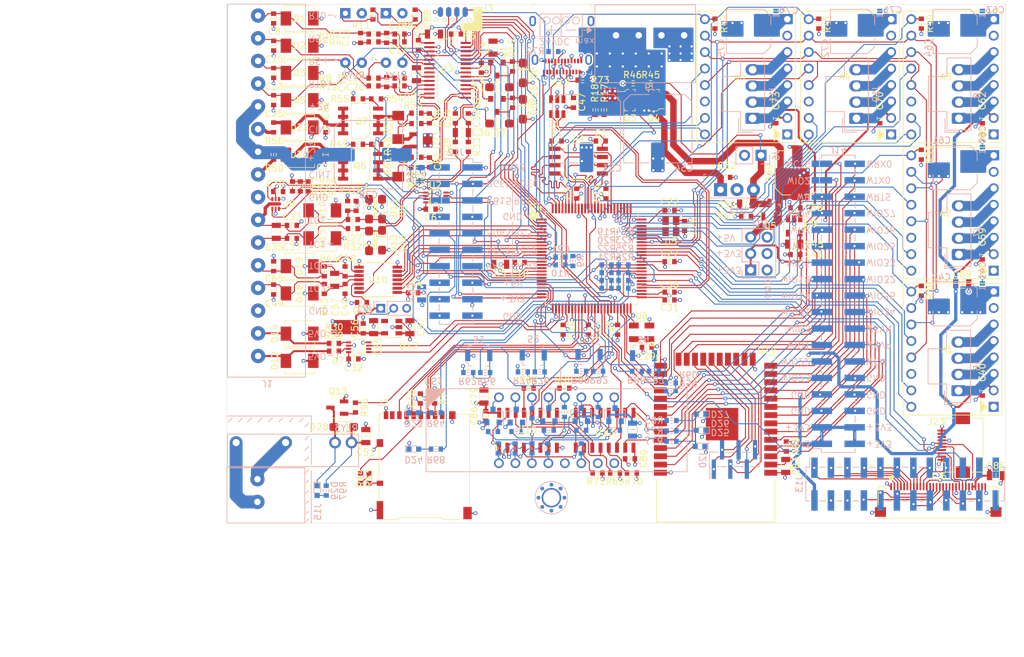
<source format=kicad_pcb>
(kicad_pcb (version 20171130) (host pcbnew "(5.1.2)-1")
  (layers (0 F.Cu signal) (1 In1.Cu signal) (2 In2.Cu signal) (31 B.Cu signal) (34 B.Paste user) (35 F.Paste user) (36 B.SilkS user) (37 F.SilkS user) (38 B.Mask user) (39 F.Mask user) (44 Edge.Cuts user))
  (net 0 "")
  (net 1 /M1-DIR)
  (net 2 /M1-STP)
  (net 3 /M-MISO)
  (net 4 /M1-CS)
  (net 5 /M-SCK)
  (net 6 /M-MOSI)
  (net 7 /M1-EN)
  (net 8 +12V)
  (net 9 GND)
  (net 10 "Net-(A1-Pad6)")
  (net 11 "Net-(A1-Pad5)")
  (net 12 "Net-(A1-Pad4)")
  (net 13 "Net-(A1-Pad3)")
  (net 14 +3V3)
  (net 15 /M2-DIR)
  (net 16 /M2-STP)
  (net 17 /M2-CS)
  (net 18 /M2-EN)
  (net 19 "Net-(A2-Pad6)")
  (net 20 "Net-(A2-Pad5)")
  (net 21 "Net-(A2-Pad4)")
  (net 22 "Net-(A2-Pad3)")
  (net 23 "Net-(A3-Pad3)")
  (net 24 "Net-(A3-Pad4)")
  (net 25 "Net-(A3-Pad5)")
  (net 26 "Net-(A3-Pad6)")
  (net 27 /M3-EN)
  (net 28 /M3-CS)
  (net 29 /M3-STP)
  (net 30 /M3-DIR)
  (net 31 "Net-(A4-Pad3)")
  (net 32 "Net-(A4-Pad4)")
  (net 33 "Net-(A4-Pad5)")
  (net 34 "Net-(A4-Pad6)")
  (net 35 /M5-EN)
  (net 36 /M5-CS)
  (net 37 /M5-STP)
  (net 38 /M5-DIR)
  (net 39 "Net-(A5-Pad3)")
  (net 40 "Net-(A5-Pad4)")
  (net 41 "Net-(A5-Pad5)")
  (net 42 "Net-(A5-Pad6)")
  (net 43 /M4-EN)
  (net 44 /M4-CS)
  (net 45 /M4-STP)
  (net 46 /M4-DIR)
  (net 47 +5V)
  (net 48 "Net-(C31-Pad1)")
  (net 49 /THERM_P)
  (net 50 /THERM_N)
  (net 51 +3.3VA)
  (net 52 VBUS)
  (net 53 VDD)
  (net 54 /BRDN1_N)
  (net 55 /BRDN2_N)
  (net 56 "Net-(D4-PadA)")
  (net 57 "Net-(D6-PadK)")
  (net 58 /IEXC2)
  (net 59 "Net-(D7-PadA)")
  (net 60 "Net-(D8-PadK)")
  (net 61 /D+)
  (net 62 /D-)
  (net 63 /DD-)
  (net 64 /DD+)
  (net 65 "Net-(D21-Pad2)")
  (net 66 "Net-(D23-Pad2)")
  (net 67 "Net-(D24-Pad2)")
  (net 68 "Net-(D25-Pad2)")
  (net 69 /SD_~CS~)
  (net 70 /SD_MOSI)
  (net 71 /SD_CLK)
  (net 72 /SD_MISO)
  (net 73 "Net-(J2-Pad10)")
  (net 74 /MCLR)
  (net 75 /PGEC1)
  (net 76 /PGED1)
  (net 77 /RF12)
  (net 78 /RB15)
  (net 79 /MCUTX-F3)
  (net 80 /SDA3)
  (net 81 /SCL2)
  (net 82 /MCURX-SCL3)
  (net 83 /SDA2)
  (net 84 /4DRST-A4)
  (net 85 /RE0)
  (net 86 +24V)
  (net 87 /CC1)
  (net 88 /CC2)
  (net 89 /W_EN)
  (net 90 /W-SVN)
  (net 91 /W-IO35)
  (net 92 /W-IO33)
  (net 93 /W-IO26)
  (net 94 /W-RTS)
  (net 95 /W-RX0)
  (net 96 /W-SVP)
  (net 97 /W-IO34)
  (net 98 /W-IO32)
  (net 99 /W-IO25)
  (net 100 /W-IO27)
  (net 101 /W-TX0)
  (net 102 /W-IO23)
  (net 103 /W-IO1)
  (net 104 /W-IO21)
  (net 105 /W-IO18)
  (net 106 /W-TX)
  (net 107 /W-IO4)
  (net 108 /W-IO2)
  (net 109 /W-IO22)
  (net 110 /W-IO3)
  (net 111 /W-IO19)
  (net 112 /W-IO5)
  (net 113 /W-RX)
  (net 114 /W-BOOT)
  (net 115 /W-CTS)
  (net 116 /CA-1)
  (net 117 /CA-2)
  (net 118 /D)
  (net 119 /CA-L)
  (net 120 /E)
  (net 121 /CA-3)
  (net 122 /DP)
  (net 123 /CA-4)
  (net 124 /B,L2)
  (net 125 /G)
  (net 126 /A,L1)
  (net 127 /C,L3)
  (net 128 /F)
  (net 129 "Net-(Q1-Pad2)")
  (net 130 "Net-(Q2-Pad2)")
  (net 131 "Net-(Q3-Pad1)")
  (net 132 "Net-(Q3-Pad3)")
  (net 133 "Net-(Q5-Pad1)")
  (net 134 "Net-(Q6-Pad1)")
  (net 135 "Net-(Q6-Pad4)")
  (net 136 "Net-(Q7-Pad4)")
  (net 137 "Net-(Q7-Pad1)")
  (net 138 "Net-(Q8-Pad1)")
  (net 139 "Net-(Q9-Pad1)")
  (net 140 "Net-(Q10-Pad1)")
  (net 141 "Net-(Q11-Pad1)")
  (net 142 "Net-(Q12-Pad1)")
  (net 143 /SQICS1)
  (net 144 "Net-(R5-Pad1)")
  (net 145 /3WRTD)
  (net 146 /ADC-~RST~)
  (net 147 "Net-(R11-Pad1)")
  (net 148 /SD_DETCRD)
  (net 149 /CJ-ALERT)
  (net 150 /CJ-SCL)
  (net 151 /CJ-SDA)
  (net 152 /ICH1_EN)
  (net 153 /ICH2_EN)
  (net 154 /LED1)
  (net 155 /SW1)
  (net 156 /LED2)
  (net 157 /DS-BT)
  (net 158 /SW2)
  (net 159 /LED3)
  (net 160 /LED4)
  (net 161 "Net-(R78-Pad2)")
  (net 162 /SW3)
  (net 163 /LED5)
  (net 164 "Net-(R84-Pad2)")
  (net 165 "Net-(R85-Pad2)")
  (net 166 /SW4)
  (net 167 "Net-(R88-Pad2)")
  (net 168 "Net-(R89-Pad1)")
  (net 169 "Net-(R90-Pad2)")
  (net 170 "Net-(R91-Pad2)")
  (net 171 "Net-(R92-Pad2)")
  (net 172 "Net-(R93-Pad2)")
  (net 173 "Net-(R94-Pad2)")
  (net 174 "Net-(R95-Pad2)")
  (net 175 /SQID3)
  (net 176 /SQID1)
  (net 177 /SQICLK)
  (net 178 /SQID2)
  (net 179 /SQID0)
  (net 180 "Net-(U2-Pad1)")
  (net 181 "Net-(U2-Pad6)")
  (net 182 "Net-(U2-Pad3)")
  (net 183 /AN-SCLK)
  (net 184 /AN-MOSI)
  (net 185 /AN-MISO)
  (net 186 /ADC-DRDY)
  (net 187 /ADC-CS)
  (net 188 /ADC-STRT)
  (net 189 /TRM-~DRDY~)
  (net 190 /TRM-~FAULT~)
  (net 191 /TRM-~CS~)
  (net 192 /CLKI)
  (net 193 /DS-SD)
  (net 194 /SSR-1)
  (net 195 /SSR-2)
  (net 196 /DS-SCLK)
  (net 197 /SOSCI)
  (net 198 "Net-(C11-Pad1)")
  (net 199 "Net-(C8-Pad1)")
  (net 200 "Net-(C11-Pad2)")
  (net 201 "Net-(C13-Pad1)")
  (net 202 "Net-(C13-Pad2)")
  (net 203 "Net-(C15-Pad1)")
  (net 204 "Net-(C17-Pad1)")
  (net 205 "Net-(C18-Pad2)")
  (net 206 "Net-(C21-Pad1)")
  (net 207 "Net-(C23-Pad1)")
  (net 208 "Net-(C25-Pad1)")
  (net 209 "Net-(C43-Pad1)")
  (net 210 "Net-(C48-Pad1)")
  (net 211 "Net-(C57-Pad2)")
  (net 212 "Net-(C77-Pad1)")
  (net 213 "Net-(C82-Pad1)")
  (net 214 "Net-(D21-Pad1)")
  (net 215 "Net-(D26-Pad2)")
  (net 216 "Net-(D27-Pad2)")
  (net 217 "Net-(J13-Pad1)")
  (net 218 "Net-(J13-Pad3)")
  (net 219 "Net-(J13-Pad5)")
  (net 220 "Net-(J13-Pad7)")
  (net 221 "Net-(J13-Pad8)")
  (net 222 "Net-(J13-Pad9)")
  (net 223 "Net-(J13-Pad10)")
  (net 224 "Net-(J13-Pad11)")
  (net 225 "Net-(J13-Pad12)")
  (net 226 "Net-(J13-Pad13)")
  (net 227 "Net-(J13-Pad14)")
  (net 228 "Net-(J13-Pad15)")
  (net 229 "Net-(J13-Pad16)")
  (net 230 "Net-(J13-Pad17)")
  (net 231 "Net-(J13-Pad18)")
  (net 232 "Net-(J13-Pad19)")
  (net 233 "Net-(J13-Pad20)")
  (net 234 "Net-(J13-Pad21)")
  (net 235 "Net-(J13-Pad22)")
  (net 236 "Net-(J20-Pad1)")
  (net 237 "Net-(J20-Pad3)")
  (net 238 "Net-(J20-Pad5)")
  (net 239 "Net-(J20-Pad2)")
  (net 240 "Net-(J20-Pad4)")
  (net 241 "Net-(J20-Pad6)")
  (net 242 "Net-(R29-Pad2)")
  (net 243 "Net-(R30-Pad2)")
  (net 244 "Net-(R62-Pad2)")
  (net 245 "Net-(R63-Pad2)")
  (net 246 "Net-(R67-Pad2)")
  (net 247 "Net-(R70-Pad1)")
  (net 248 "Net-(R71-Pad2)")
  (net 249 "Net-(R74-Pad2)")
  (net 250 "Net-(R75-Pad2)")
  (net 251 "Net-(R80-Pad2)")
  (net 252 "Net-(R81-Pad2)")
  (net 253 "Net-(R86-Pad2)")
  (net 254 "Net-(U13-Pad9)")
  (net 255 /CIN-2)
  (net 256 /CIN-1)
  (net 257 "Net-(D28-PadA)")
  (net 258 "Net-(J15-Pad1)")
  (net 259 "Net-(J15-Pad2)")
  (net 260 "Net-(Q13-Pad1)")
  (net 261 "Net-(D29-Pad2)")
  (net 262 /BRDN2_P)
  (net 263 /BRDN1_P)
  (net 264 /TH1_P)
  (net 265 /TH1_N)
  (net 266 /THPF_P)
  (net 267 /THPF_N)
  (net 268 /TH2-P)
  (net 269 /TH2-N)
  (net 270 /SSRD-1)
  (net 271 /SSRD-2)
  (module digikey-footprints:USB-C_Female_12401X (layer F.Cu) (at 166.6 59.8 180)
    (fp_text reference J17 (at 0 -2.31 180) (layer F.SilkS))
    (fp_text value 12401610E4_2A)
    (pad SH thru_hole oval (at -4.49 7.2 180) (size 1 1.6) (drill oval 0.5 1.1) (layers *.Cu *.Mask) (net 9 GND))
    (pad A1 smd rect (at -2.75 -0.66 180) (size 0.3 0.7) (layers F.Cu F.Paste F.Mask) (net 9 GND))
    (pad A2 smd rect (at -2.25 -0.66 180) (size 0.3 0.7) (layers F.Cu F.Paste F.Mask))
    (pad A3 smd rect (at -1.75 -0.66 180) (size 0.3 0.7) (layers F.Cu F.Paste F.Mask))
    (pad A4 smd rect (at -1.25 -0.66 180) (size 0.3 0.7) (layers F.Cu F.Paste F.Mask) (net 52 VBUS))
    (pad A5 smd rect (at -0.75 -0.66 180) (size 0.3 0.7) (layers F.Cu F.Paste F.Mask) (net 87 /CC1))
    (pad A6 smd rect (at -0.25 -0.66 180) (size 0.3 0.7) (layers F.Cu F.Paste F.Mask) (net 61 /D+))
    (pad A7 smd rect (at 0.25 -0.66 180) (size 0.3 0.7) (layers F.Cu F.Paste F.Mask) (net 62 /D-))
    (pad A8 smd rect (at 0.75 -0.66 180) (size 0.3 0.7) (layers F.Cu F.Paste F.Mask))
    (pad A9 smd rect (at 1.25 -0.66 180) (size 0.3 0.7) (layers F.Cu F.Paste F.Mask) (net 52 VBUS))
    (pad A10 smd rect (at 1.75 -0.66 180) (size 0.3 0.7) (layers F.Cu F.Paste F.Mask))
    (pad A11 smd rect (at 2.25 -0.66 180) (size 0.3 0.7) (layers F.Cu F.Paste F.Mask))
    (pad A12 smd rect (at 2.75 -0.66 180) (size 0.3 0.7) (layers F.Cu F.Paste F.Mask) (net 9 GND))
    (pad B1 smd rect (at 2.5 1.04 180) (size 0.3 0.7) (layers F.Cu F.Paste F.Mask) (net 9 GND))
    (pad B2 smd rect (at 2 1.04 180) (size 0.3 0.7) (layers F.Cu F.Paste F.Mask))
    (pad B3 smd rect (at 1.5 1.04 180) (size 0.3 0.7) (layers F.Cu F.Paste F.Mask))
    (pad B4 smd rect (at 1 1.04 180) (size 0.3 0.7) (layers F.Cu F.Paste F.Mask) (net 52 VBUS))
    (pad B5 smd rect (at 0.5 1.04 180) (size 0.3 0.7) (layers F.Cu F.Paste F.Mask) (net 88 /CC2))
    (pad B6 smd rect (at 0 1.04 180) (size 0.3 0.7) (layers F.Cu F.Paste F.Mask) (net 61 /D+))
    (pad B7 smd rect (at -0.5 1.04 180) (size 0.3 0.7) (layers F.Cu F.Paste F.Mask) (net 62 /D-))
    (pad B8 smd rect (at -1 1.04 180) (size 0.3 0.7) (layers F.Cu F.Paste F.Mask))
    (pad B9 smd rect (at -1.5 1.04 180) (size 0.3 0.7) (layers F.Cu F.Paste F.Mask) (net 52 VBUS))
    (pad B10 smd rect (at -2 1.04 180) (size 0.3 0.7) (layers F.Cu F.Paste F.Mask))
    (pad B11 smd rect (at -2.5 1.04 180) (size 0.3 0.7) (layers F.Cu F.Paste F.Mask))
    (pad B12 smd rect (at -3 1.04 180) (size 0.3 0.7) (layers F.Cu F.Paste F.Mask) (net 9 GND))
    (pad "" np_thru_hole circle (at -3.6 0 180) (size 0.65 0.65) (drill 0.65) (layers *.Cu *.Mask))
    (pad "" np_thru_hole oval (at 3.6 0 180) (size 0.95 0.65) (drill oval 0.95 0.65) (layers *.Cu *.Mask))
    (pad SH thru_hole oval (at -4.13 1.25 180) (size 1 1.6) (drill oval 0.5 1.1) (layers *.Cu *.Mask) (net 9 GND))
    (pad SH thru_hole oval (at 4.13 1.25 180) (size 1 1.6) (drill oval 0.5 1.1) (layers *.Cu *.Mask) (net 9 GND))
    (pad SH thru_hole oval (at 4.49 7.2 180) (size 1 1.6) (drill oval 0.5 1.1) (layers *.Cu *.Mask) (net 9 GND))
  )
  (module VC:liteon-C4627JF (layer B.Cu) (at 165.8 115.7)
    (fp_text reference DS1 (at -18.9 -7.6 180 unlocked) (layer B.SilkS) (effects (justify mirror)))
    (fp_text value LTC-4627JF)
    (pad 16 thru_hole circle (at -8.89 5.08) (size 1.5 1.5) (drill 1) (layers *.Cu *.Mask) (net 124 /B,L2))
    (pad 15 thru_hole circle (at -6.35 5.08) (size 1.5 1.5) (drill 1) (layers *.Cu *.Mask) (net 125 /G))
    (pad 14 thru_hole circle (at -3.81 5.08) (size 1.5 1.5) (drill 1) (layers *.Cu *.Mask) (net 126 /A,L1))
    (pad 13 thru_hole circle (at -1.27 5.08) (size 1.5 1.5) (drill 1) (layers *.Cu *.Mask) (net 127 /C,L3))
    (pad 12 thru_hole circle (at 1.27 5.08) (size 1.5 1.5) (drill 1) (layers *.Cu *.Mask))
    (pad 11 thru_hole circle (at 3.81 5.08) (size 1.5 1.5) (drill 1) (layers *.Cu *.Mask) (net 128 /F))
    (pad 10 thru_hole circle (at 6.35 5.08) (size 1.5 1.5) (drill 1) (layers *.Cu *.Mask))
    (pad 9 thru_hole circle (at 8.89 5.08) (size 1.5 1.5) (drill 1) (layers *.Cu *.Mask))
    (pad 8 thru_hole circle (at 8.89 -5.08) (size 1.5 1.5) (drill 1) (layers *.Cu *.Mask) (net 123 /CA-4))
    (pad 7 thru_hole circle (at 6.35 -5.08) (size 1.5 1.5) (drill 1) (layers *.Cu *.Mask) (net 122 /DP))
    (pad 6 thru_hole circle (at 3.81 -5.08) (size 1.5 1.5) (drill 1) (layers *.Cu *.Mask) (net 121 /CA-3))
    (pad 5 thru_hole circle (at 1.27 -5.08) (size 1.5 1.5) (drill 1) (layers *.Cu *.Mask) (net 120 /E))
    (pad 4 thru_hole circle (at -1.27 -5.08) (size 1.5 1.5) (drill 1) (layers *.Cu *.Mask) (net 119 /CA-L))
    (pad 3 thru_hole circle (at -3.81 -5.08) (size 1.5 1.5) (drill 1) (layers *.Cu *.Mask) (net 118 /D))
    (pad 2 thru_hole circle (at -6.35 -5.08) (size 1.5 1.5) (drill 1) (layers *.Cu *.Mask) (net 117 /CA-2))
    (pad 1 thru_hole circle (at -8.89 -5.08) (size 1.5 1.5) (drill 1) (layers *.Cu *.Mask) (net 116 /CA-1))
  )
  (module VC:2.5mm-screw-Hole (layer B.Cu) (at 165 126.1)
    (fp_text reference REF** hide)
    (fp_text value 2.5mm-screw-Hole)
    (pad 9 smd circle (at 1.414214 1.414214) (size 0.6 0.6) (layers B.Cu B.Paste B.Mask))
    (pad 8 smd circle (at 2 0) (size 0.6 0.6) (layers B.Cu B.Paste B.Mask))
    (pad 7 smd circle (at 1.414214 -1.414214) (size 0.6 0.6) (layers B.Cu B.Paste B.Mask))
    (pad 6 smd circle (at 0 -2) (size 0.6 0.6) (layers B.Cu B.Paste B.Mask))
    (pad 5 smd circle (at -1.414214 -1.414214) (size 0.6 0.6) (layers B.Cu B.Paste B.Mask))
    (pad 4 smd circle (at -2 0) (size 0.6 0.6) (layers B.Cu B.Paste B.Mask))
    (pad 3 smd circle (at -1.414214 1.414214) (size 0.6 0.6) (layers B.Cu B.Paste B.Mask))
    (pad 2 smd circle (at 0 2) (size 0.6 0.6) (layers B.Cu B.Paste B.Mask))
    (pad 1 thru_hole circle (at 0 0) (size 3 3) (drill 2.5) (layers *.Cu *.Mask))
  )
  (module "VC:trinamic SILENTSTEPSTICK" (layer F.Cu) (at 226.8 103.2 180)
    (fp_text reference A1 (at 0.8 0) (layer F.SilkS))
    (fp_text value TMC2130_SILENTSTEPSTICK)
    (pad 16 thru_hole circle (at 6.35 -8.89 180) (size 1.524 1.524) (drill 1) (layers *.Cu *.Mask) (net 1 /M1-DIR))
    (pad 15 thru_hole circle (at 6.35 -6.35 180) (size 1.524 1.524) (drill 1) (layers *.Cu *.Mask) (net 2 /M1-STP))
    (pad 14 thru_hole circle (at 6.35 -3.81 180) (size 1.524 1.524) (drill 1) (layers *.Cu *.Mask))
    (pad 13 thru_hole circle (at 6.35 -1.27 180) (size 1.524 1.524) (drill 1) (layers *.Cu *.Mask) (net 3 /M-MISO))
    (pad 12 thru_hole circle (at 6.35 1.27 180) (size 1.524 1.524) (drill 1) (layers *.Cu *.Mask) (net 4 /M1-CS))
    (pad 11 thru_hole circle (at 6.35 3.81 180) (size 1.524 1.524) (drill 1) (layers *.Cu *.Mask) (net 5 /M-SCK))
    (pad 10 thru_hole circle (at 6.35 6.35 180) (size 1.524 1.524) (drill 1) (layers *.Cu *.Mask) (net 6 /M-MOSI))
    (pad 9 thru_hole circle (at 6.35 8.89 180) (size 1.524 1.524) (drill 1) (layers *.Cu *.Mask) (net 7 /M1-EN))
    (pad 8 thru_hole circle (at -6.35 8.89 180) (size 1.524 1.524) (drill 1) (layers *.Cu *.Mask) (net 8 +12V))
    (pad 7 thru_hole circle (at -6.35 6.35 180) (size 1.524 1.524) (drill 1) (layers *.Cu *.Mask) (net 9 GND))
    (pad 6 thru_hole circle (at -6.35 3.81 180) (size 1.524 1.524) (drill 1) (layers *.Cu *.Mask) (net 10 "Net-(A1-Pad6)"))
    (pad 5 thru_hole circle (at -6.35 1.27 180) (size 1.524 1.524) (drill 1) (layers *.Cu *.Mask) (net 11 "Net-(A1-Pad5)"))
    (pad 4 thru_hole circle (at -6.35 -1.27 180) (size 1.524 1.524) (drill 1) (layers *.Cu *.Mask) (net 12 "Net-(A1-Pad4)"))
    (pad 3 thru_hole circle (at -6.35 -3.81 180) (size 1.524 1.524) (drill 1) (layers *.Cu *.Mask) (net 13 "Net-(A1-Pad3)"))
    (pad 2 thru_hole circle (at -6.35 -6.35 180) (size 1.524 1.524) (drill 1) (layers *.Cu *.Mask) (net 14 +3V3))
    (pad 1 thru_hole rect (at -6.35 -8.89 180) (size 1.524 1.524) (drill 1) (layers *.Cu *.Mask) (net 9 GND))
  )
  (module "VC:trinamic SILENTSTEPSTICK" (layer F.Cu) (at 226.8 82.2 180)
    (fp_text reference A2 (at 1.1 0) (layer F.SilkS))
    (fp_text value TMC2130_SILENTSTEPSTICK)
    (pad 16 thru_hole circle (at 6.35 -8.89 180) (size 1.524 1.524) (drill 1) (layers *.Cu *.Mask) (net 15 /M2-DIR))
    (pad 15 thru_hole circle (at 6.35 -6.35 180) (size 1.524 1.524) (drill 1) (layers *.Cu *.Mask) (net 16 /M2-STP))
    (pad 14 thru_hole circle (at 6.35 -3.81 180) (size 1.524 1.524) (drill 1) (layers *.Cu *.Mask))
    (pad 13 thru_hole circle (at 6.35 -1.27 180) (size 1.524 1.524) (drill 1) (layers *.Cu *.Mask) (net 3 /M-MISO))
    (pad 12 thru_hole circle (at 6.35 1.27 180) (size 1.524 1.524) (drill 1) (layers *.Cu *.Mask) (net 17 /M2-CS))
    (pad 11 thru_hole circle (at 6.35 3.81 180) (size 1.524 1.524) (drill 1) (layers *.Cu *.Mask) (net 5 /M-SCK))
    (pad 10 thru_hole circle (at 6.35 6.35 180) (size 1.524 1.524) (drill 1) (layers *.Cu *.Mask) (net 6 /M-MOSI))
    (pad 9 thru_hole circle (at 6.35 8.89 180) (size 1.524 1.524) (drill 1) (layers *.Cu *.Mask) (net 18 /M2-EN))
    (pad 8 thru_hole circle (at -6.35 8.89 180) (size 1.524 1.524) (drill 1) (layers *.Cu *.Mask) (net 8 +12V))
    (pad 7 thru_hole circle (at -6.35 6.35 180) (size 1.524 1.524) (drill 1) (layers *.Cu *.Mask) (net 9 GND))
    (pad 6 thru_hole circle (at -6.35 3.81 180) (size 1.524 1.524) (drill 1) (layers *.Cu *.Mask) (net 19 "Net-(A2-Pad6)"))
    (pad 5 thru_hole circle (at -6.35 1.27 180) (size 1.524 1.524) (drill 1) (layers *.Cu *.Mask) (net 20 "Net-(A2-Pad5)"))
    (pad 4 thru_hole circle (at -6.35 -1.27 180) (size 1.524 1.524) (drill 1) (layers *.Cu *.Mask) (net 21 "Net-(A2-Pad4)"))
    (pad 3 thru_hole circle (at -6.35 -3.81 180) (size 1.524 1.524) (drill 1) (layers *.Cu *.Mask) (net 22 "Net-(A2-Pad3)"))
    (pad 2 thru_hole circle (at -6.35 -6.35 180) (size 1.524 1.524) (drill 1) (layers *.Cu *.Mask) (net 14 +3V3))
    (pad 1 thru_hole rect (at -6.35 -8.89 180) (size 1.524 1.524) (drill 1) (layers *.Cu *.Mask) (net 9 GND))
  )
  (module "VC:trinamic SILENTSTEPSTICK" (layer F.Cu) (at 226.8 61.2 180)
    (fp_text reference A3 (at 1 0) (layer F.SilkS))
    (fp_text value TMC2130_SILENTSTEPSTICK)
    (pad 16 thru_hole circle (at 6.35 -8.89 180) (size 1.524 1.524) (drill 1) (layers *.Cu *.Mask) (net 30 /M3-DIR))
    (pad 15 thru_hole circle (at 6.35 -6.35 180) (size 1.524 1.524) (drill 1) (layers *.Cu *.Mask) (net 29 /M3-STP))
    (pad 14 thru_hole circle (at 6.35 -3.81 180) (size 1.524 1.524) (drill 1) (layers *.Cu *.Mask))
    (pad 13 thru_hole circle (at 6.35 -1.27 180) (size 1.524 1.524) (drill 1) (layers *.Cu *.Mask) (net 3 /M-MISO))
    (pad 12 thru_hole circle (at 6.35 1.27 180) (size 1.524 1.524) (drill 1) (layers *.Cu *.Mask) (net 28 /M3-CS))
    (pad 11 thru_hole circle (at 6.35 3.81 180) (size 1.524 1.524) (drill 1) (layers *.Cu *.Mask) (net 5 /M-SCK))
    (pad 10 thru_hole circle (at 6.35 6.35 180) (size 1.524 1.524) (drill 1) (layers *.Cu *.Mask) (net 6 /M-MOSI))
    (pad 9 thru_hole circle (at 6.35 8.89 180) (size 1.524 1.524) (drill 1) (layers *.Cu *.Mask) (net 27 /M3-EN))
    (pad 8 thru_hole circle (at -6.35 8.89 180) (size 1.524 1.524) (drill 1) (layers *.Cu *.Mask) (net 8 +12V))
    (pad 7 thru_hole circle (at -6.35 6.35 180) (size 1.524 1.524) (drill 1) (layers *.Cu *.Mask) (net 9 GND))
    (pad 6 thru_hole circle (at -6.35 3.81 180) (size 1.524 1.524) (drill 1) (layers *.Cu *.Mask) (net 26 "Net-(A3-Pad6)"))
    (pad 5 thru_hole circle (at -6.35 1.27 180) (size 1.524 1.524) (drill 1) (layers *.Cu *.Mask) (net 25 "Net-(A3-Pad5)"))
    (pad 4 thru_hole circle (at -6.35 -1.27 180) (size 1.524 1.524) (drill 1) (layers *.Cu *.Mask) (net 24 "Net-(A3-Pad4)"))
    (pad 3 thru_hole circle (at -6.35 -3.81 180) (size 1.524 1.524) (drill 1) (layers *.Cu *.Mask) (net 23 "Net-(A3-Pad3)"))
    (pad 2 thru_hole circle (at -6.35 -6.35 180) (size 1.524 1.524) (drill 1) (layers *.Cu *.Mask) (net 14 +3V3))
    (pad 1 thru_hole rect (at -6.35 -8.89 180) (size 1.524 1.524) (drill 1) (layers *.Cu *.Mask) (net 9 GND))
  )
  (module "VC:trinamic SILENTSTEPSTICK" (layer F.Cu) (at 211 61.2 180)
    (fp_text reference A4 (at 0.8 0) (layer F.SilkS))
    (fp_text value TMC2130_SILENTSTEPSTICK)
    (pad 16 thru_hole circle (at 6.35 -8.89 180) (size 1.524 1.524) (drill 1) (layers *.Cu *.Mask) (net 46 /M4-DIR))
    (pad 15 thru_hole circle (at 6.35 -6.35 180) (size 1.524 1.524) (drill 1) (layers *.Cu *.Mask) (net 45 /M4-STP))
    (pad 14 thru_hole circle (at 6.35 -3.81 180) (size 1.524 1.524) (drill 1) (layers *.Cu *.Mask))
    (pad 13 thru_hole circle (at 6.35 -1.27 180) (size 1.524 1.524) (drill 1) (layers *.Cu *.Mask) (net 3 /M-MISO))
    (pad 12 thru_hole circle (at 6.35 1.27 180) (size 1.524 1.524) (drill 1) (layers *.Cu *.Mask) (net 44 /M4-CS))
    (pad 11 thru_hole circle (at 6.35 3.81 180) (size 1.524 1.524) (drill 1) (layers *.Cu *.Mask) (net 5 /M-SCK))
    (pad 10 thru_hole circle (at 6.35 6.35 180) (size 1.524 1.524) (drill 1) (layers *.Cu *.Mask) (net 6 /M-MOSI))
    (pad 9 thru_hole circle (at 6.35 8.89 180) (size 1.524 1.524) (drill 1) (layers *.Cu *.Mask) (net 43 /M4-EN))
    (pad 8 thru_hole circle (at -6.35 8.89 180) (size 1.524 1.524) (drill 1) (layers *.Cu *.Mask) (net 8 +12V))
    (pad 7 thru_hole circle (at -6.35 6.35 180) (size 1.524 1.524) (drill 1) (layers *.Cu *.Mask) (net 9 GND))
    (pad 6 thru_hole circle (at -6.35 3.81 180) (size 1.524 1.524) (drill 1) (layers *.Cu *.Mask) (net 34 "Net-(A4-Pad6)"))
    (pad 5 thru_hole circle (at -6.35 1.27 180) (size 1.524 1.524) (drill 1) (layers *.Cu *.Mask) (net 33 "Net-(A4-Pad5)"))
    (pad 4 thru_hole circle (at -6.35 -1.27 180) (size 1.524 1.524) (drill 1) (layers *.Cu *.Mask) (net 32 "Net-(A4-Pad4)"))
    (pad 3 thru_hole circle (at -6.35 -3.81 180) (size 1.524 1.524) (drill 1) (layers *.Cu *.Mask) (net 31 "Net-(A4-Pad3)"))
    (pad 2 thru_hole circle (at -6.35 -6.35 180) (size 1.524 1.524) (drill 1) (layers *.Cu *.Mask) (net 14 +3V3))
    (pad 1 thru_hole rect (at -6.35 -8.89 180) (size 1.524 1.524) (drill 1) (layers *.Cu *.Mask) (net 9 GND))
  )
  (module "VC:trinamic SILENTSTEPSTICK" (layer F.Cu) (at 195 61.2 180)
    (fp_text reference A5 (at 1 0) (layer F.SilkS))
    (fp_text value TMC2130_SILENTSTEPSTICK)
    (pad 16 thru_hole circle (at 6.35 -8.89 180) (size 1.524 1.524) (drill 1) (layers *.Cu *.Mask) (net 38 /M5-DIR))
    (pad 15 thru_hole circle (at 6.35 -6.35 180) (size 1.524 1.524) (drill 1) (layers *.Cu *.Mask) (net 37 /M5-STP))
    (pad 14 thru_hole circle (at 6.35 -3.81 180) (size 1.524 1.524) (drill 1) (layers *.Cu *.Mask))
    (pad 13 thru_hole circle (at 6.35 -1.27 180) (size 1.524 1.524) (drill 1) (layers *.Cu *.Mask) (net 3 /M-MISO))
    (pad 12 thru_hole circle (at 6.35 1.27 180) (size 1.524 1.524) (drill 1) (layers *.Cu *.Mask) (net 36 /M5-CS))
    (pad 11 thru_hole circle (at 6.35 3.81 180) (size 1.524 1.524) (drill 1) (layers *.Cu *.Mask) (net 5 /M-SCK))
    (pad 10 thru_hole circle (at 6.35 6.35 180) (size 1.524 1.524) (drill 1) (layers *.Cu *.Mask) (net 6 /M-MOSI))
    (pad 9 thru_hole circle (at 6.35 8.89 180) (size 1.524 1.524) (drill 1) (layers *.Cu *.Mask) (net 35 /M5-EN))
    (pad 8 thru_hole circle (at -6.35 8.89 180) (size 1.524 1.524) (drill 1) (layers *.Cu *.Mask) (net 8 +12V))
    (pad 7 thru_hole circle (at -6.35 6.35 180) (size 1.524 1.524) (drill 1) (layers *.Cu *.Mask) (net 9 GND))
    (pad 6 thru_hole circle (at -6.35 3.81 180) (size 1.524 1.524) (drill 1) (layers *.Cu *.Mask) (net 42 "Net-(A5-Pad6)"))
    (pad 5 thru_hole circle (at -6.35 1.27 180) (size 1.524 1.524) (drill 1) (layers *.Cu *.Mask) (net 41 "Net-(A5-Pad5)"))
    (pad 4 thru_hole circle (at -6.35 -1.27 180) (size 1.524 1.524) (drill 1) (layers *.Cu *.Mask) (net 40 "Net-(A5-Pad4)"))
    (pad 3 thru_hole circle (at -6.35 -3.81 180) (size 1.524 1.524) (drill 1) (layers *.Cu *.Mask) (net 39 "Net-(A5-Pad3)"))
    (pad 2 thru_hole circle (at -6.35 -6.35 180) (size 1.524 1.524) (drill 1) (layers *.Cu *.Mask) (net 14 +3V3))
    (pad 1 thru_hole rect (at -6.35 -8.89 180) (size 1.524 1.524) (drill 1) (layers *.Cu *.Mask) (net 9 GND))
  )
  (module "VC:Omron G6DN-1A" (layer B.Cu) (at 134.2 117.6 180)
    (fp_text reference RLY3 (at 0.8 2.2 180) (layer B.SilkS) (effects (justify mirror)))
    (fp_text value G6DN-1A-L_DC5)
    (pad 4 thru_hole circle (at 17.78 0 180) (size 1.8 1.8) (drill 1.1) (layers *.Cu *.Mask) (net 258 "Net-(J15-Pad1)"))
    (pad 3 thru_hole circle (at 10.16 0 180) (size 1.8 1.8) (drill 1.1) (layers *.Cu *.Mask) (net 259 "Net-(J15-Pad2)"))
    (pad 2 thru_hole circle (at 2.54 0 180) (size 1.8 1.8) (drill 1.1) (layers *.Cu *.Mask) (net 257 "Net-(D28-PadA)"))
    (pad 1 thru_hole circle (at 0 0 180) (size 1.8 1.8) (drill 1.1) (layers *.Cu *.Mask) (net 47 +5V))
  )
  (module VC:phoenix_contact-therminal_block-2pos_PTSA1.5-2-3.5-F-1984963 (layer B.Cu) (at 119.7 125 90)
    (fp_text reference J15 (at -3.3 9.3 90) (layer B.SilkS) (effects (justify mirror)))
    (fp_text value Conn_01x02)
    (pad 2 thru_hole circle (at 1.75 0 90) (size 2.2 2.2) (drill 1) (layers *.Cu *.Mask) (net 259 "Net-(J15-Pad2)"))
    (pad 1 thru_hole circle (at -1.75 0 90) (size 2.2 2.2) (drill 1) (layers *.Cu *.Mask) (net 258 "Net-(J15-Pad1)"))
  )
  (module VC:phoenix_contact-therminal_block-4pos_PTSA1.5-4-3.5-F-1984989 (layer B.Cu) (at 180.2 54.8)
    (fp_text reference J9 (at 0 8 180) (layer B.SilkS) (effects (justify mirror)))
    (fp_text value Conn_01x04)
    (pad 4 thru_hole circle (at 5.25 0) (size 2.2 2.2) (drill 1) (layers *.Cu *.Mask) (net 9 GND))
    (pad 3 thru_hole circle (at 1.75 0) (size 2.2 2.2) (drill 1) (layers *.Cu *.Mask) (net 9 GND))
    (pad 2 thru_hole circle (at -1.75 0) (size 2.2 2.2) (drill 1) (layers *.Cu *.Mask) (net 8 +12V))
    (pad 1 thru_hole circle (at -5.25 0) (size 2.2 2.2) (drill 1) (layers *.Cu *.Mask) (net 8 +12V))
  )
  (module digikey-footprints:SOT-563 (layer F.Cu) (at 122.5 80.8)
    (fp_text reference U8 (at 2 0) (layer F.SilkS))
    (fp_text value TMP112AIDRLT)
    (pad 3 smd rect (at 0.5 0.74) (size 0.3 0.67) (layers F.Cu F.Paste F.Mask) (net 149 /CJ-ALERT))
    (pad 2 smd rect (at 0 0.74) (size 0.3 0.67) (layers F.Cu F.Paste F.Mask) (net 9 GND))
    (pad 1 smd rect (at -0.5 0.74) (size 0.3 0.67) (layers F.Cu F.Paste F.Mask) (net 150 /CJ-SCL))
    (pad 6 smd rect (at -0.5 -0.74) (size 0.3 0.67) (layers F.Cu F.Paste F.Mask) (net 151 /CJ-SDA))
    (pad 5 smd rect (at 0 -0.74) (size 0.3 0.67) (layers F.Cu F.Paste F.Mask) (net 51 +3.3VA))
    (pad 4 smd rect (at 0.5 -0.74) (size 0.3 0.67) (layers F.Cu F.Paste F.Mask) (net 9 GND))
  )
  (module Capacitor_SMD:C_Elec_10x10.2 (layer B.Cu) (at 136.8 73.2)
    (fp_text reference C78 (at 0 6.2) (layer B.SilkS) (effects (justify mirror)))
    (fp_text value 470uF)
    (pad 1 smd roundrect (at -4.4 0) (size 4.6 2.1) (layers B.Cu B.Paste B.Mask) (roundrect_rratio 0.119048) (net 86 +24V))
    (pad 2 smd roundrect (at 4.4 0) (size 4.6 2.1) (layers B.Cu B.Paste B.Mask) (roundrect_rratio 0.119048) (net 9 GND))
  )
  (module VC:Microchip-SOIJ-8-1.27mm (layer F.Cu) (at 169.2 74.2 270)
    (fp_text reference U1 (at -3.73 0) (layer F.SilkS))
    (fp_text value SST26VF032BA-V104I_SM)
    (pad 8 smd rect (at -1.905 -3.65 270) (size 0.65 1.7) (layers F.Cu F.Paste F.Mask) (net 14 +3V3))
    (pad 1 smd rect (at -1.905 3.65 270) (size 0.65 1.7) (layers F.Cu F.Paste F.Mask) (net 143 /SQICS1))
    (pad 7 smd rect (at -0.635 -3.65 270) (size 0.65 1.7) (layers F.Cu F.Paste F.Mask) (net 175 /SQID3))
    (pad 2 smd rect (at -0.635 3.65 270) (size 0.65 1.7) (layers F.Cu F.Paste F.Mask) (net 176 /SQID1))
    (pad 6 smd rect (at 0.635 -3.65 270) (size 0.65 1.7) (layers F.Cu F.Paste F.Mask) (net 177 /SQICLK))
    (pad 3 smd rect (at 0.635 3.65 270) (size 0.65 1.7) (layers F.Cu F.Paste F.Mask) (net 178 /SQID2))
    (pad 5 smd rect (at 1.905 -3.65 270) (size 0.65 1.7) (layers F.Cu F.Paste F.Mask) (net 179 /SQID0))
    (pad 4 smd rect (at 1.905 3.65 270) (size 0.65 1.7) (layers F.Cu F.Paste F.Mask) (net 9 GND))
  )
  (module VC:murata-CAP-GCM-0603-1608metric-reflow (layer F.Cu) (at 172.6 71.1 180)
    (fp_text reference C1 (at 0 1.2) (layer F.SilkS))
    (fp_text value 100nF)
    (pad 1 smd rect (at -0.75 0 180) (size 0.7 0.8) (layers F.Cu F.Paste F.Mask) (net 14 +3V3))
    (pad 2 smd rect (at 0.75 0 180) (size 0.7 0.8) (layers F.Cu F.Paste F.Mask) (net 9 GND))
  )
  (module VC:murata-CAP-GCM-0603-1608metric-reflow (layer F.Cu) (at 168.9 79.2 90)
    (fp_text reference C2 (at 0 -1.3 90) (layer F.SilkS))
    (fp_text value 100nF)
    (pad 1 smd rect (at -0.75 0 90) (size 0.7 0.8) (layers F.Cu F.Paste F.Mask) (net 14 +3V3))
    (pad 2 smd rect (at 0.75 0 90) (size 0.7 0.8) (layers F.Cu F.Paste F.Mask) (net 9 GND))
  )
  (module VC:murata-CAP-GCM-0603-1608metric-reflow (layer F.Cu) (at 154.2 59.8 270)
    (fp_text reference C3 (at 2 0.5) (layer F.SilkS))
    (fp_text value 100nF)
    (pad 1 smd rect (at -0.75 0 270) (size 0.7 0.8) (layers F.Cu F.Paste F.Mask) (net 47 +5V))
    (pad 2 smd rect (at 0.75 0 270) (size 0.7 0.8) (layers F.Cu F.Paste F.Mask) (net 9 GND))
  )
  (module VC:murata-CAP-GRM-0805-2012metric-reflow (layer F.Cu) (at 156 56.7 90)
    (fp_text reference C4 (at 0 -1.5 90) (layer F.SilkS))
    (fp_text value 10uF)
    (pad 1 smd rect (at -1 0 90) (size 0.8 1.4) (layers F.Cu F.Paste F.Mask) (net 47 +5V))
    (pad 2 smd rect (at 1 0 90) (size 0.8 1.4) (layers F.Cu F.Paste F.Mask) (net 9 GND))
  )
  (module VC:murata-CAP-GCM-0603-1608metric-reflow (layer F.Cu) (at 144.5 56.3 270)
    (fp_text reference C5 (at -2.2 -0.1 90) (layer F.SilkS))
    (fp_text value 100nF)
    (pad 2 smd rect (at 0.75 0 270) (size 0.7 0.8) (layers F.Cu F.Paste F.Mask) (net 9 GND))
    (pad 1 smd rect (at -0.75 0 270) (size 0.7 0.8) (layers F.Cu F.Paste F.Mask) (net 14 +3V3))
  )
  (module VC:murata-CAP-GCM-0603-1608metric-reflow (layer F.Cu) (at 141.6 54.6)
    (fp_text reference C7 (at -0.7 -1.3) (layer F.SilkS))
    (fp_text value 5nF)
    (pad 1 smd rect (at -0.75 0) (size 0.7 0.8) (layers F.Cu F.Paste F.Mask) (net 198 "Net-(C11-Pad1)"))
    (pad 2 smd rect (at 0.75 0) (size 0.7 0.8) (layers F.Cu F.Paste F.Mask) (net 9 GND))
  )
  (module VC:murata-CAP-GCM-0603-1608metric-reflow (layer F.Cu) (at 122.2 52.2 270)
    (fp_text reference C8 (at 2 -0.1) (layer F.SilkS))
    (fp_text value 10nF)
    (pad 1 smd rect (at -0.75 0 270) (size 0.7 0.8) (layers F.Cu F.Paste F.Mask) (net 199 "Net-(C8-Pad1)"))
    (pad 2 smd rect (at 0.75 0 270) (size 0.7 0.8) (layers F.Cu F.Paste F.Mask) (net 9 GND))
  )
  (module VC:murata-CAP-GRM-0805-2012metric-reflow (layer F.Cu) (at 157.1 90.1 180)
    (fp_text reference C9 (at 0 -1.5) (layer F.SilkS))
    (fp_text value 10uF)
    (pad 2 smd rect (at 1 0 180) (size 0.8 1.4) (layers F.Cu F.Paste F.Mask) (net 9 GND))
    (pad 1 smd rect (at -1 0 180) (size 0.8 1.4) (layers F.Cu F.Paste F.Mask) (net 14 +3V3))
  )
  (module VC:murata-CAP-GCM-0603-1608metric-reflow (layer F.Cu) (at 160.1 89.8 180)
    (fp_text reference C10 (at 0 -1.8) (layer F.SilkS))
    (fp_text value 100nF)
    (pad 2 smd rect (at 0.75 0 180) (size 0.7 0.8) (layers F.Cu F.Paste F.Mask) (net 9 GND))
    (pad 1 smd rect (at -0.75 0 180) (size 0.7 0.8) (layers F.Cu F.Paste F.Mask) (net 14 +3V3))
  )
  (module VC:murata-CAP-GCM-0603-1608metric-reflow (layer F.Cu) (at 139.6 55.2 270)
    (fp_text reference C11 (at -0.1 6.3 90) (layer F.SilkS))
    (fp_text value 51nF)
    (pad 1 smd rect (at -0.75 0 270) (size 0.7 0.8) (layers F.Cu F.Paste F.Mask) (net 198 "Net-(C11-Pad1)"))
    (pad 2 smd rect (at 0.75 0 270) (size 0.7 0.8) (layers F.Cu F.Paste F.Mask) (net 200 "Net-(C11-Pad2)"))
  )
  (module VC:murata-CAP-GCM-0603-1608metric-reflow (layer F.Cu) (at 141.6 55.8 180)
    (fp_text reference C12 (at 0.2 -1.3) (layer F.SilkS))
    (fp_text value 5nF)
    (pad 2 smd rect (at 0.75 0 180) (size 0.7 0.8) (layers F.Cu F.Paste F.Mask) (net 200 "Net-(C11-Pad2)"))
    (pad 1 smd rect (at -0.75 0 180) (size 0.7 0.8) (layers F.Cu F.Paste F.Mask) (net 9 GND))
  )
  (module VC:murata-CAP-GRM-0805-2012metric-reflow (layer F.Cu) (at 144.2 60.8 270)
    (fp_text reference C13 hide)
    (fp_text value 1uF)
    (pad 1 smd rect (at -1 0 270) (size 0.8 1.4) (layers F.Cu F.Paste F.Mask) (net 201 "Net-(C13-Pad1)"))
    (pad 2 smd rect (at 1 0 270) (size 0.8 1.4) (layers F.Cu F.Paste F.Mask) (net 202 "Net-(C13-Pad2)"))
  )
  (module VC:murata-CAP-GCM-0603-1608metric-reflow (layer F.Cu) (at 173.4 79.2 90)
    (fp_text reference C14 (at 0.1 -1.3 90) (layer F.SilkS))
    (fp_text value 100nF)
    (pad 1 smd rect (at -0.75 0 90) (size 0.7 0.8) (layers F.Cu F.Paste F.Mask) (net 14 +3V3))
    (pad 2 smd rect (at 0.75 0 90) (size 0.7 0.8) (layers F.Cu F.Paste F.Mask) (net 9 GND))
  )
  (module VC:murata-CAP-GCM-0603-1608metric-reflow (layer F.Cu) (at 122.2 56.4 270)
    (fp_text reference C15 (at 2.1 -0.1 180) (layer F.SilkS))
    (fp_text value 10nF)
    (pad 2 smd rect (at 0.75 0 270) (size 0.7 0.8) (layers F.Cu F.Paste F.Mask) (net 9 GND))
    (pad 1 smd rect (at -0.75 0 270) (size 0.7 0.8) (layers F.Cu F.Paste F.Mask) (net 203 "Net-(C15-Pad1)"))
  )
  (module VC:murata-CAP-GCM-0603-1608metric-reflow (layer F.Cu) (at 144.8 110.8 90)
    (fp_text reference C16 (at 0 -1.3 90) (layer F.SilkS))
    (fp_text value 100nF)
    (pad 1 smd rect (at -0.75 0 90) (size 0.7 0.8) (layers F.Cu F.Paste F.Mask) (net 14 +3V3))
    (pad 2 smd rect (at 0.75 0 90) (size 0.7 0.8) (layers F.Cu F.Paste F.Mask) (net 9 GND))
  )
  (module VC:murata-CAP-GCM-0603-1608metric-reflow (layer F.Cu) (at 141.6 61.4)
    (fp_text reference C17 (at -6.8 0) (layer F.SilkS))
    (fp_text value 5nF)
    (pad 1 smd rect (at -0.75 0) (size 0.7 0.8) (layers F.Cu F.Paste F.Mask) (net 204 "Net-(C17-Pad1)"))
    (pad 2 smd rect (at 0.75 0) (size 0.7 0.8) (layers F.Cu F.Paste F.Mask) (net 9 GND))
  )
  (module VC:murata-CAP-GCM-0603-1608metric-reflow (layer F.Cu) (at 139.6 62 270)
    (fp_text reference C18 (at 0.1 6.8 90) (layer F.SilkS))
    (fp_text value 51nF)
    (pad 1 smd rect (at -0.75 0 270) (size 0.7 0.8) (layers F.Cu F.Paste F.Mask) (net 204 "Net-(C17-Pad1)"))
    (pad 2 smd rect (at 0.75 0 270) (size 0.7 0.8) (layers F.Cu F.Paste F.Mask) (net 205 "Net-(C18-Pad2)"))
  )
  (module VC:murata-CAP-GCM-0603-1608metric-reflow (layer F.Cu) (at 166.8 100.2 270)
    (fp_text reference C19 (at 0 -1.3 90) (layer F.SilkS))
    (fp_text value 100nF)
    (pad 1 smd rect (at -0.75 0 270) (size 0.7 0.8) (layers F.Cu F.Paste F.Mask) (net 14 +3V3))
    (pad 2 smd rect (at 0.75 0 270) (size 0.7 0.8) (layers F.Cu F.Paste F.Mask) (net 9 GND))
  )
  (module VC:murata-CAP-GCM-0603-1608metric-reflow (layer F.Cu) (at 141.6 62.6 180)
    (fp_text reference C20 (at 6.8 -0.2) (layer F.SilkS))
    (fp_text value 5nF)
    (pad 2 smd rect (at 0.75 0 180) (size 0.7 0.8) (layers F.Cu F.Paste F.Mask) (net 205 "Net-(C18-Pad2)"))
    (pad 1 smd rect (at -0.75 0 180) (size 0.7 0.8) (layers F.Cu F.Paste F.Mask) (net 9 GND))
  )
  (module VC:murata-CAP-GCM-0603-1608metric-reflow (layer B.Cu) (at 166.4 89 180)
    (fp_text reference C21 (at 0 1.2) (layer B.SilkS) (effects (justify mirror)))
    (fp_text value 100nF)
    (pad 2 smd rect (at 0.75 0 180) (size 0.7 0.8) (layers B.Cu B.Paste B.Mask) (net 9 GND))
    (pad 1 smd rect (at -0.75 0 180) (size 0.7 0.8) (layers B.Cu B.Paste B.Mask) (net 206 "Net-(C21-Pad1)"))
  )
  (module VC:murata-CAP-GCM-0603-1608metric-reflow (layer F.Cu) (at 183.2 81.8)
    (fp_text reference C22 (at 0 -1.3) (layer F.SilkS))
    (fp_text value 100nF)
    (pad 1 smd rect (at -0.75 0) (size 0.7 0.8) (layers F.Cu F.Paste F.Mask) (net 14 +3V3))
    (pad 2 smd rect (at 0.75 0) (size 0.7 0.8) (layers F.Cu F.Paste F.Mask) (net 9 GND))
  )
  (module VC:murata-CAP-GCM-0603-1608metric-reflow (layer F.Cu) (at 122.2 60.6 270)
    (fp_text reference C23 (at 2.1 -0.1 180) (layer F.SilkS))
    (fp_text value 10nF)
    (pad 2 smd rect (at 0.75 0 270) (size 0.7 0.8) (layers F.Cu F.Paste F.Mask) (net 9 GND))
    (pad 1 smd rect (at -0.75 0 270) (size 0.7 0.8) (layers F.Cu F.Paste F.Mask) (net 207 "Net-(C23-Pad1)"))
  )
  (module VC:murata-CAP-GCM-0603-1608metric-reflow (layer F.Cu) (at 170.7 100.2 270)
    (fp_text reference C24 (at 0 -1.3 90) (layer F.SilkS))
    (fp_text value 100nF)
    (pad 2 smd rect (at 0.75 0 270) (size 0.7 0.8) (layers F.Cu F.Paste F.Mask) (net 9 GND))
    (pad 1 smd rect (at -0.75 0 270) (size 0.7 0.8) (layers F.Cu F.Paste F.Mask) (net 14 +3V3))
  )
  (module VC:murata-CAP-GCM-0603-1608metric-reflow (layer F.Cu) (at 122.2 64.8 270)
    (fp_text reference C25 (at 2.1 -0.1 180) (layer F.SilkS))
    (fp_text value 10nF)
    (pad 1 smd rect (at -0.75 0 270) (size 0.7 0.8) (layers F.Cu F.Paste F.Mask) (net 208 "Net-(C25-Pad1)"))
    (pad 2 smd rect (at 0.75 0 270) (size 0.7 0.8) (layers F.Cu F.Paste F.Mask) (net 9 GND))
  )
  (module VC:murata-CAP-GCM-0603-1608metric-reflow (layer F.Cu) (at 185.5 84.2 270)
    (fp_text reference C26 (at 0 -1.3 90) (layer F.SilkS))
    (fp_text value 10nF)
    (pad 1 smd rect (at -0.75 0 270) (size 0.7 0.8) (layers F.Cu F.Paste F.Mask) (net 14 +3V3))
    (pad 2 smd rect (at 0.75 0 270) (size 0.7 0.8) (layers F.Cu F.Paste F.Mask) (net 9 GND))
  )
  (module VC:murata-CAP-GCM-0603-1608metric-reflow (layer F.Cu) (at 183.2 89.7)
    (fp_text reference C27 (at 0 -1.3) (layer F.SilkS))
    (fp_text value 100nF)
    (pad 2 smd rect (at 0.75 0) (size 0.7 0.8) (layers F.Cu F.Paste F.Mask) (net 9 GND))
    (pad 1 smd rect (at -0.75 0) (size 0.7 0.8) (layers F.Cu F.Paste F.Mask) (net 14 +3V3))
  )
  (module VC:murata-CAP-GCM-0603-1608metric-reflow (layer F.Cu) (at 175.2 100.2 270)
    (fp_text reference C28 (at 0 1.3 90) (layer F.SilkS))
    (fp_text value 100nF)
    (pad 1 smd rect (at -0.75 0 270) (size 0.7 0.8) (layers F.Cu F.Paste F.Mask) (net 14 +3V3))
    (pad 2 smd rect (at 0.75 0 270) (size 0.7 0.8) (layers F.Cu F.Paste F.Mask) (net 9 GND))
  )
  (module VC:murata-CAP-GCM-0603-1608metric-reflow (layer F.Cu) (at 179.7 102.9 180)
    (fp_text reference C29 (at 0.1 -1.4) (layer F.SilkS))
    (fp_text value 10nF)
    (pad 2 smd rect (at 0.75 0 180) (size 0.7 0.8) (layers F.Cu F.Paste F.Mask) (net 9 GND))
    (pad 1 smd rect (at -0.75 0 180) (size 0.7 0.8) (layers F.Cu F.Paste F.Mask) (net 14 +3V3))
  )
  (module VC:murata-CAP-GCM-0603-1608metric-reflow (layer F.Cu) (at 183.2 94.4)
    (fp_text reference C30 (at 0 -1.1) (layer F.SilkS))
    (fp_text value 100nF)
    (pad 2 smd rect (at 0.75 0) (size 0.7 0.8) (layers F.Cu F.Paste F.Mask) (net 9 GND))
    (pad 1 smd rect (at -0.75 0) (size 0.7 0.8) (layers F.Cu F.Paste F.Mask) (net 14 +3V3))
  )
  (module VC:murata-CAP-GCM-0603-1608metric-reflow (layer F.Cu) (at 183.2 95.6)
    (fp_text reference C31 (at 0 1.2) (layer F.SilkS))
    (fp_text value 470nF)
    (pad 2 smd rect (at 0.75 0) (size 0.7 0.8) (layers F.Cu F.Paste F.Mask) (net 9 GND))
    (pad 1 smd rect (at -0.75 0) (size 0.7 0.8) (layers F.Cu F.Paste F.Mask) (net 48 "Net-(C31-Pad1)"))
  )
  (module VC:murata-CAP-GCM-0603-1608metric-reflow (layer F.Cu) (at 125 84.1)
    (fp_text reference C33 (at 0 -1.3) (layer F.SilkS))
    (fp_text value 100nF)
    (pad 1 smd rect (at -0.75 0) (size 0.7 0.8) (layers F.Cu F.Paste F.Mask) (net 265 /TH1_N))
    (pad 2 smd rect (at 0.75 0) (size 0.7 0.8) (layers F.Cu F.Paste F.Mask) (net 9 GND))
  )
  (module VC:murata-CAP-GCM-0603-1608metric-reflow (layer F.Cu) (at 150.2 67.6 90)
    (fp_text reference C34 (at 0 -1.2 90) (layer F.SilkS))
    (fp_text value 270nF)
    (pad 2 smd rect (at 0.75 0 90) (size 0.7 0.8) (layers F.Cu F.Paste F.Mask) (net 9 GND))
    (pad 1 smd rect (at -0.75 0 90) (size 0.7 0.8) (layers F.Cu F.Paste F.Mask) (net 50 /THERM_N))
  )
  (module VC:murata-CAP-GRM-0805-2012metric-reflow (layer F.Cu) (at 122.6 85.1 270)
    (fp_text reference C35 (at 2.4 0.3) (layer F.SilkS))
    (fp_text value 1uF)
    (pad 2 smd rect (at 1 0 270) (size 0.8 1.4) (layers F.Cu F.Paste F.Mask) (net 264 /TH1_P))
    (pad 1 smd rect (at -1 0 270) (size 0.8 1.4) (layers F.Cu F.Paste F.Mask) (net 265 /TH1_N))
  )
  (module VC:murata-CAP-GRM-0805-2012metric-reflow (layer F.Cu) (at 151.2 69.8)
    (fp_text reference C36 (at 2.9 0) (layer F.SilkS))
    (fp_text value 4.7uF)
    (pad 2 smd rect (at 1 0) (size 0.8 1.4) (layers F.Cu F.Paste F.Mask) (net 49 /THERM_P))
    (pad 1 smd rect (at -1 0) (size 0.8 1.4) (layers F.Cu F.Paste F.Mask) (net 50 /THERM_N))
  )
  (module VC:murata-CAP-GCM-0603-1608metric-reflow (layer F.Cu) (at 125 86.1 180)
    (fp_text reference C37 (at 0 -1.4) (layer F.SilkS))
    (fp_text value 100nF)
    (pad 2 smd rect (at 0.75 0 180) (size 0.7 0.8) (layers F.Cu F.Paste F.Mask) (net 264 /TH1_P))
    (pad 1 smd rect (at -0.75 0 180) (size 0.7 0.8) (layers F.Cu F.Paste F.Mask) (net 9 GND))
  )
  (module VC:murata-CAP-GCM-0603-1608metric-reflow (layer F.Cu) (at 152.2 67.6 270)
    (fp_text reference C38 (at 0 -1.3 90) (layer F.SilkS))
    (fp_text value 270nF)
    (pad 1 smd rect (at -0.75 0 270) (size 0.7 0.8) (layers F.Cu F.Paste F.Mask) (net 9 GND))
    (pad 2 smd rect (at 0.75 0 270) (size 0.7 0.8) (layers F.Cu F.Paste F.Mask) (net 49 /THERM_P))
  )
  (module VC:murata-CAP-GCM-0603-1608metric-reflow (layer F.Cu) (at 122.9 78.9)
    (fp_text reference C39 (at -0.4 -1.2) (layer F.SilkS))
    (fp_text value 100nF)
    (pad 1 smd rect (at -0.75 0) (size 0.7 0.8) (layers F.Cu F.Paste F.Mask) (net 51 +3.3VA))
    (pad 2 smd rect (at 0.75 0) (size 0.7 0.8) (layers F.Cu F.Paste F.Mask) (net 9 GND))
  )
  (module VC:murata-CAP-GCM-0603-1608metric-reflow (layer F.Cu) (at 231.4 109.6 270)
    (fp_text reference C40 (at -2.8 0 90) (layer F.SilkS))
    (fp_text value 100nF)
    (pad 2 smd rect (at 0.75 0 270) (size 0.7 0.8) (layers F.Cu F.Paste F.Mask) (net 9 GND))
    (pad 1 smd rect (at -0.75 0 270) (size 0.7 0.8) (layers F.Cu F.Paste F.Mask) (net 14 +3V3))
  )
  (module VC:murata-CAP-GCM-0603-1608metric-reflow (layer B.Cu) (at 231.4 93.8 90)
    (fp_text reference C41 (at 2.7 0 -90) (layer B.SilkS) (effects (justify mirror)))
    (fp_text value 100nF)
    (pad 2 smd rect (at 0.75 0 90) (size 0.7 0.8) (layers B.Cu B.Paste B.Mask) (net 9 GND))
    (pad 1 smd rect (at -0.75 0 90) (size 0.7 0.8) (layers B.Cu B.Paste B.Mask) (net 8 +12V))
  )
  (module Capacitor_SMD:C_Elec_6.3x5.8 (layer B.Cu) (at 227.2 96.2 180)
    (fp_text reference C42 (at 2.1 4.1) (layer B.SilkS) (effects (justify mirror)))
    (fp_text value 47uF)
    (pad 1 smd roundrect (at -2.5375 0 180) (size 3.325 1.6) (layers B.Cu B.Paste B.Mask) (roundrect_rratio 0.15625) (net 8 +12V))
    (pad 2 smd roundrect (at 2.5375 0 180) (size 3.325 1.6) (layers B.Cu B.Paste B.Mask) (roundrect_rratio 0.15625) (net 9 GND))
  )
  (module VC:murata-CAP-GCM-0603-1608metric-reflow (layer F.Cu) (at 135.8 96 180)
    (fp_text reference C43 (at 0 -1.3) (layer F.SilkS))
    (fp_text value 100nF)
    (pad 1 smd rect (at -0.75 0 180) (size 0.7 0.8) (layers F.Cu F.Paste F.Mask) (net 209 "Net-(C43-Pad1)"))
    (pad 2 smd rect (at 0.75 0 180) (size 0.7 0.8) (layers F.Cu F.Paste F.Mask) (net 9 GND))
  )
  (module VC:murata-CAP-GCM-0603-1608metric-reflow (layer F.Cu) (at 143.7 94.5)
    (fp_text reference C44 (at 0 -1.3) (layer F.SilkS))
    (fp_text value 100nF)
    (pad 1 smd rect (at -0.75 0) (size 0.7 0.8) (layers F.Cu F.Paste F.Mask) (net 14 +3V3))
    (pad 2 smd rect (at 0.75 0) (size 0.7 0.8) (layers F.Cu F.Paste F.Mask) (net 9 GND))
  )
  (module VC:murata-CAP-GRM-0805-2012metric-reflow (layer F.Cu) (at 202.4 87 180)
    (fp_text reference C45 (at -3.1 0 180) (layer F.SilkS))
    (fp_text value 10uF)
    (pad 2 smd rect (at 1 0 180) (size 0.8 1.4) (layers F.Cu F.Paste F.Mask) (net 9 GND))
    (pad 1 smd rect (at -1 0 180) (size 0.8 1.4) (layers F.Cu F.Paste F.Mask) (net 14 +3V3))
  )
  (module VC:murata-CAP-GCM-0603-1608metric-reflow (layer F.Cu) (at 202.6 88.6 180)
    (fp_text reference C46 (at -2.8 0) (layer F.SilkS))
    (fp_text value 100nF)
    (pad 1 smd rect (at -0.75 0 180) (size 0.7 0.8) (layers F.Cu F.Paste F.Mask) (net 14 +3V3))
    (pad 2 smd rect (at 0.75 0 180) (size 0.7 0.8) (layers F.Cu F.Paste F.Mask) (net 9 GND))
  )
  (module VC:murata-CAP-GCM-0603-1608metric-reflow (layer F.Cu) (at 168.4 65.2 90)
    (fp_text reference C47 (at 0.1 1.3 90) (layer F.SilkS))
    (fp_text value 100nF)
    (pad 1 smd rect (at -0.75 0 90) (size 0.7 0.8) (layers F.Cu F.Paste F.Mask) (net 52 VBUS))
    (pad 2 smd rect (at 0.75 0 90) (size 0.7 0.8) (layers F.Cu F.Paste F.Mask) (net 9 GND))
  )
  (module VC:murata-CAP-GCM-0603-1608metric-reflow (layer F.Cu) (at 133.2 93.9 270)
    (fp_text reference C48 (at 2.8 0 90) (layer F.SilkS))
    (fp_text value 270nF)
    (pad 2 smd rect (at 0.75 0 270) (size 0.7 0.8) (layers F.Cu F.Paste F.Mask) (net 9 GND))
    (pad 1 smd rect (at -0.75 0 270) (size 0.7 0.8) (layers F.Cu F.Paste F.Mask) (net 210 "Net-(C48-Pad1)"))
  )
  (module VC:murata-CAP-GCM-0603-1608metric-reflow (layer F.Cu) (at 122.2 94 270)
    (fp_text reference C49 (at 2.2 -0.1 180) (layer F.SilkS))
    (fp_text value 10nF)
    (pad 2 smd rect (at 0.75 0 270) (size 0.7 0.8) (layers F.Cu F.Paste F.Mask) (net 9 GND))
    (pad 1 smd rect (at -0.75 0 270) (size 0.7 0.8) (layers F.Cu F.Paste F.Mask) (net 268 /TH2-P))
  )
  (module VC:murata-CAP-GCM-0603-1608metric-reflow (layer F.Cu) (at 191.8 76.7)
    (fp_text reference C52 (at 0.2 -1.8) (layer F.SilkS))
    (fp_text value 100nF)
    (pad 2 smd rect (at 0.75 0) (size 0.7 0.8) (layers F.Cu F.Paste F.Mask) (net 9 GND))
    (pad 1 smd rect (at -0.75 0) (size 0.7 0.8) (layers F.Cu F.Paste F.Mask) (net 8 +12V))
  )
  (module Capacitor_SMD:C_Elec_10x10.2 (layer B.Cu) (at 170.4 69.2 270)
    (fp_text reference C53 (at 6.1 -4) (layer B.SilkS) (effects (justify mirror)))
    (fp_text value 470uF)
    (pad 1 smd roundrect (at -4.4 0 270) (size 4.6 2.1) (layers B.Cu B.Paste B.Mask) (roundrect_rratio 0.119048) (net 8 +12V))
    (pad 2 smd roundrect (at 4.4 0 270) (size 4.6 2.1) (layers B.Cu B.Paste B.Mask) (roundrect_rratio 0.119048) (net 9 GND))
  )
  (module Capacitor_SMD:C_Elec_10x10.2 (layer B.Cu) (at 181.4 69.2 270)
    (fp_text reference C54 (at 6.1 -4) (layer B.SilkS) (effects (justify mirror)))
    (fp_text value 470uF)
    (pad 2 smd roundrect (at 4.4 0 270) (size 4.6 2.1) (layers B.Cu B.Paste B.Mask) (roundrect_rratio 0.119048) (net 9 GND))
    (pad 1 smd roundrect (at -4.4 0 270) (size 4.6 2.1) (layers B.Cu B.Paste B.Mask) (roundrect_rratio 0.119048) (net 8 +12V))
  )
  (module VC:murata-CAP-GRM-0805-2012metric-reflow (layer F.Cu) (at 137.6 99.8 90)
    (fp_text reference C55 (at -3 0.7 90) (layer F.SilkS))
    (fp_text value 10uF)
    (pad 1 smd rect (at -1 0 90) (size 0.8 1.4) (layers F.Cu F.Paste F.Mask) (net 51 +3.3VA))
    (pad 2 smd rect (at 1 0 90) (size 0.8 1.4) (layers F.Cu F.Paste F.Mask) (net 9 GND))
  )
  (module VC:murata-CAP-GCM-0603-1608metric-reflow (layer F.Cu) (at 136 100 90)
    (fp_text reference C56 (at 0 -1.3 90) (layer F.SilkS))
    (fp_text value 100nF)
    (pad 1 smd rect (at -0.75 0 90) (size 0.7 0.8) (layers F.Cu F.Paste F.Mask) (net 51 +3.3VA))
    (pad 2 smd rect (at 0.75 0 90) (size 0.7 0.8) (layers F.Cu F.Paste F.Mask) (net 9 GND))
  )
  (module VC:murata-CAP-GRM-0805-2012metric-reflow (layer F.Cu) (at 131.6 92.5 90)
    (fp_text reference C57 (at -4.2 0.1 90) (layer F.SilkS))
    (fp_text value 4.7uF)
    (pad 2 smd rect (at 1 0 90) (size 0.8 1.4) (layers F.Cu F.Paste F.Mask) (net 211 "Net-(C57-Pad2)"))
    (pad 1 smd rect (at -1 0 90) (size 0.8 1.4) (layers F.Cu F.Paste F.Mask) (net 210 "Net-(C48-Pad1)"))
  )
  (module VC:murata-CAP-GCM-0603-1608metric-reflow (layer F.Cu) (at 133.2 91.2 270)
    (fp_text reference C58 (at -2 -0.3) (layer F.SilkS))
    (fp_text value 270nF)
    (pad 1 smd rect (at -0.75 0 270) (size 0.7 0.8) (layers F.Cu F.Paste F.Mask) (net 9 GND))
    (pad 2 smd rect (at 0.75 0 270) (size 0.7 0.8) (layers F.Cu F.Paste F.Mask) (net 211 "Net-(C57-Pad2)"))
  )
  (module VC:murata-CAP-GCM-0603-1608metric-reflow (layer F.Cu) (at 231.4 88.6 270)
    (fp_text reference C59 (at -2.7 0 90) (layer F.SilkS))
    (fp_text value 100nF)
    (pad 1 smd rect (at -0.75 0 270) (size 0.7 0.8) (layers F.Cu F.Paste F.Mask) (net 14 +3V3))
    (pad 2 smd rect (at 0.75 0 270) (size 0.7 0.8) (layers F.Cu F.Paste F.Mask) (net 9 GND))
  )
  (module VC:murata-CAP-GCM-0603-1608metric-reflow (layer B.Cu) (at 231.4 72.8 90)
    (fp_text reference C60 (at 2.7 0 270) (layer B.SilkS) (effects (justify mirror)))
    (fp_text value 100nF)
    (pad 2 smd rect (at 0.75 0 90) (size 0.7 0.8) (layers B.Cu B.Paste B.Mask) (net 9 GND))
    (pad 1 smd rect (at -0.75 0 90) (size 0.7 0.8) (layers B.Cu B.Paste B.Mask) (net 8 +12V))
  )
  (module Capacitor_SMD:C_Elec_6.3x5.8 (layer B.Cu) (at 227.2 75.2 180)
    (fp_text reference C61 (at 2.1 4.2) (layer B.SilkS) (effects (justify mirror)))
    (fp_text value 47uF)
    (pad 2 smd roundrect (at 2.5375 0 180) (size 3.325 1.6) (layers B.Cu B.Paste B.Mask) (roundrect_rratio 0.15625) (net 9 GND))
    (pad 1 smd roundrect (at -2.5375 0 180) (size 3.325 1.6) (layers B.Cu B.Paste B.Mask) (roundrect_rratio 0.15625) (net 8 +12V))
  )
  (module VC:murata-CAP-GCM-0603-1608metric-reflow (layer F.Cu) (at 231.4 67.6 270)
    (fp_text reference C62 (at -2.7 0 90) (layer F.SilkS))
    (fp_text value 100nF)
    (pad 1 smd rect (at -0.75 0 270) (size 0.7 0.8) (layers F.Cu F.Paste F.Mask) (net 14 +3V3))
    (pad 2 smd rect (at 0.75 0 270) (size 0.7 0.8) (layers F.Cu F.Paste F.Mask) (net 9 GND))
  )
  (module VC:murata-CAP-GCM-0603-1608metric-reflow (layer B.Cu) (at 231.4 51.8 90)
    (fp_text reference C63 (at 0.9 2) (layer B.SilkS) (effects (justify mirror)))
    (fp_text value 100nF)
    (pad 2 smd rect (at 0.75 0 90) (size 0.7 0.8) (layers B.Cu B.Paste B.Mask) (net 9 GND))
    (pad 1 smd rect (at -0.75 0 90) (size 0.7 0.8) (layers B.Cu B.Paste B.Mask) (net 8 +12V))
  )
  (module Capacitor_SMD:C_Elec_6.3x5.8 (layer B.Cu) (at 227.2 54.2 180)
    (fp_text reference C64 (at 4.1 -2.5 270) (layer B.SilkS) (effects (justify mirror)))
    (fp_text value 47uF)
    (pad 1 smd roundrect (at -2.5375 0 180) (size 3.325 1.6) (layers B.Cu B.Paste B.Mask) (roundrect_rratio 0.15625) (net 8 +12V))
    (pad 2 smd roundrect (at 2.5375 0 180) (size 3.325 1.6) (layers B.Cu B.Paste B.Mask) (roundrect_rratio 0.15625) (net 9 GND))
  )
  (module VC:murata-CAP-GCM-0603-1608metric-reflow (layer F.Cu) (at 122.2 90.4 90)
    (fp_text reference C65 (at -1.9 0.1 180) (layer F.SilkS))
    (fp_text value 10nF)
    (pad 1 smd rect (at -0.75 0 90) (size 0.7 0.8) (layers F.Cu F.Paste F.Mask) (net 269 /TH2-N))
    (pad 2 smd rect (at 0.75 0 90) (size 0.7 0.8) (layers F.Cu F.Paste F.Mask) (net 9 GND))
  )
  (module VC:murata-CAP-GRM-0805-2012metric-reflow (layer B.Cu) (at 144.8 76.2 270)
    (fp_text reference C66 (at 0 1.5 270) (layer B.SilkS) (effects (justify mirror)))
    (fp_text value 10uF)
    (pad 1 smd rect (at -1 0 270) (size 0.8 1.4) (layers B.Cu B.Paste B.Mask) (net 14 +3V3))
    (pad 2 smd rect (at 1 0 270) (size 0.8 1.4) (layers B.Cu B.Paste B.Mask) (net 9 GND))
  )
  (module VC:murata-CAP-GRM-0805-2012metric-reflow (layer B.Cu) (at 145 94.6 270)
    (fp_text reference C67 (at -0.2 1.6 90) (layer B.SilkS) (effects (justify mirror)))
    (fp_text value 10uF)
    (pad 1 smd rect (at -1 0 270) (size 0.8 1.4) (layers B.Cu B.Paste B.Mask) (net 47 +5V))
    (pad 2 smd rect (at 1 0 270) (size 0.8 1.4) (layers B.Cu B.Paste B.Mask) (net 9 GND))
  )
  (module VC:murata-CAP-GCM-0603-1608metric-reflow (layer F.Cu) (at 202.6 81.4 180)
    (fp_text reference C68 (at -2.8 0) (layer F.SilkS))
    (fp_text value 100nF)
    (pad 2 smd rect (at 0.75 0 180) (size 0.7 0.8) (layers F.Cu F.Paste F.Mask) (net 9 GND))
    (pad 1 smd rect (at -0.75 0 180) (size 0.7 0.8) (layers F.Cu F.Paste F.Mask) (net 47 +5V))
  )
  (module Capacitor_SMD:C_Elec_6.3x5.8 (layer F.Cu) (at 202.9 76 90)
    (fp_text reference C69 (at 0 -4.35 90) (layer F.SilkS))
    (fp_text value 47uF)
    (pad 2 smd roundrect (at 2.5375 0 90) (size 3.325 1.6) (layers F.Cu F.Paste F.Mask) (roundrect_rratio 0.15625) (net 9 GND))
    (pad 1 smd roundrect (at -2.5375 0 90) (size 3.325 1.6) (layers F.Cu F.Paste F.Mask) (roundrect_rratio 0.15625) (net 47 +5V))
  )
  (module VC:murata-CAP-GCM-0603-1608metric-reflow (layer F.Cu) (at 215.6 67.6 270)
    (fp_text reference C70 (at -2.7 0 90) (layer F.SilkS))
    (fp_text value 100nF)
    (pad 2 smd rect (at 0.75 0 270) (size 0.7 0.8) (layers F.Cu F.Paste F.Mask) (net 9 GND))
    (pad 1 smd rect (at -0.75 0 270) (size 0.7 0.8) (layers F.Cu F.Paste F.Mask) (net 14 +3V3))
  )
  (module VC:murata-CAP-GCM-0603-1608metric-reflow (layer B.Cu) (at 215.6 51.8 90)
    (fp_text reference C71 (at 0.9 2) (layer B.SilkS) (effects (justify mirror)))
    (fp_text value 100nF)
    (pad 2 smd rect (at 0.75 0 90) (size 0.7 0.8) (layers B.Cu B.Paste B.Mask) (net 9 GND))
    (pad 1 smd rect (at -0.75 0 90) (size 0.7 0.8) (layers B.Cu B.Paste B.Mask) (net 8 +12V))
  )
  (module Capacitor_SMD:C_Elec_6.3x5.8 (layer B.Cu) (at 211.4 54.2 180)
    (fp_text reference C72 (at 4.2 -2.6 90) (layer B.SilkS) (effects (justify mirror)))
    (fp_text value 47uF)
    (pad 2 smd roundrect (at 2.5375 0 180) (size 3.325 1.6) (layers B.Cu B.Paste B.Mask) (roundrect_rratio 0.15625) (net 9 GND))
    (pad 1 smd roundrect (at -2.5375 0 180) (size 3.325 1.6) (layers B.Cu B.Paste B.Mask) (roundrect_rratio 0.15625) (net 8 +12V))
  )
  (module VC:murata-CAP-GCM-0603-1608metric-reflow (layer F.Cu) (at 199.6 67.6 270)
    (fp_text reference C73 (at -2.7 0 90) (layer F.SilkS))
    (fp_text value 100nF)
    (pad 2 smd rect (at 0.75 0 270) (size 0.7 0.8) (layers F.Cu F.Paste F.Mask) (net 9 GND))
    (pad 1 smd rect (at -0.75 0 270) (size 0.7 0.8) (layers F.Cu F.Paste F.Mask) (net 14 +3V3))
  )
  (module VC:murata-CAP-GCM-0603-1608metric-reflow (layer B.Cu) (at 199.6 51.8 90)
    (fp_text reference C74 (at 0.8 2) (layer B.SilkS) (effects (justify mirror)))
    (fp_text value 100nF)
    (pad 2 smd rect (at 0.75 0 90) (size 0.7 0.8) (layers B.Cu B.Paste B.Mask) (net 9 GND))
    (pad 1 smd rect (at -0.75 0 90) (size 0.7 0.8) (layers B.Cu B.Paste B.Mask) (net 8 +12V))
  )
  (module Capacitor_SMD:C_Elec_6.3x5.8 (layer B.Cu) (at 195.4 54.2 180)
    (fp_text reference C75 (at 4.2 -2.6 90) (layer B.SilkS) (effects (justify mirror)))
    (fp_text value 47uF)
    (pad 1 smd roundrect (at -2.5375 0 180) (size 3.325 1.6) (layers B.Cu B.Paste B.Mask) (roundrect_rratio 0.15625) (net 8 +12V))
    (pad 2 smd roundrect (at 2.5375 0 180) (size 3.325 1.6) (layers B.Cu B.Paste B.Mask) (roundrect_rratio 0.15625) (net 9 GND))
  )
  (module VC:murata-CAP-GCM-0603-1608metric-reflow (layer F.Cu) (at 146.2 67.6 270)
    (fp_text reference C76 (at 0 -1.3 90) (layer F.SilkS))
    (fp_text value 100nF)
    (pad 1 smd rect (at -0.75 0 270) (size 0.7 0.8) (layers F.Cu F.Paste F.Mask) (net 262 /BRDN2_P))
    (pad 2 smd rect (at 0.75 0 270) (size 0.7 0.8) (layers F.Cu F.Paste F.Mask) (net 55 /BRDN2_N))
  )
  (module VC:murata-CAP-GCM-0603-1608metric-reflow (layer F.Cu) (at 130.2 73.2 270)
    (fp_text reference C77 (at 2 0 180) (layer F.SilkS))
    (fp_text value 10nF)
    (pad 1 smd rect (at -0.75 0 270) (size 0.7 0.8) (layers F.Cu F.Paste F.Mask) (net 212 "Net-(C77-Pad1)"))
    (pad 2 smd rect (at 0.75 0 270) (size 0.7 0.8) (layers F.Cu F.Paste F.Mask) (net 9 GND))
  )
  (module VC:murata-CAP-GRM-0805-2012metric-reflow (layer F.Cu) (at 154.6 110.5 90)
    (fp_text reference C79 (at 0 -1.5 90) (layer F.SilkS))
    (fp_text value 10uF)
    (pad 2 smd rect (at 1 0 90) (size 0.8 1.4) (layers F.Cu F.Paste F.Mask) (net 9 GND))
    (pad 1 smd rect (at -1 0 90) (size 0.8 1.4) (layers F.Cu F.Paste F.Mask) (net 47 +5V))
  )
  (module VC:murata-CAP-GCM-0603-1608metric-reflow (layer F.Cu) (at 177.1 120.1 180)
    (fp_text reference C80 (at -2.1 0 90) (layer F.SilkS))
    (fp_text value 100nF)
    (pad 2 smd rect (at 0.75 0 180) (size 0.7 0.8) (layers F.Cu F.Paste F.Mask) (net 9 GND))
    (pad 1 smd rect (at -0.75 0 180) (size 0.7 0.8) (layers F.Cu F.Paste F.Mask) (net 47 +5V))
  )
  (module VC:murata-CAP-GCM-0603-1608metric-reflow (layer F.Cu) (at 146.2 74.4 90)
    (fp_text reference C81 (at 0.2 1.3 90) (layer F.SilkS))
    (fp_text value 100nF)
    (pad 2 smd rect (at 0.75 0 90) (size 0.7 0.8) (layers F.Cu F.Paste F.Mask) (net 54 /BRDN1_N))
    (pad 1 smd rect (at -0.75 0 90) (size 0.7 0.8) (layers F.Cu F.Paste F.Mask) (net 263 /BRDN1_P))
  )
  (module VC:murata-CAP-GCM-0603-1608metric-reflow (layer F.Cu) (at 130.2 69 270)
    (fp_text reference C82 (at -2.7 0 270) (layer F.SilkS))
    (fp_text value 10nF)
    (pad 2 smd rect (at 0.75 0 270) (size 0.7 0.8) (layers F.Cu F.Paste F.Mask) (net 9 GND))
    (pad 1 smd rect (at -0.75 0 270) (size 0.7 0.8) (layers F.Cu F.Paste F.Mask) (net 213 "Net-(C82-Pad1)"))
  )
  (module VC:murata-CAP-GRM-0805-2012metric-reflow (layer F.Cu) (at 201.1 121.2 270)
    (fp_text reference C83 (at 0 -1.6 90) (layer F.SilkS))
    (fp_text value 10uF)
    (pad 1 smd rect (at -1 0 270) (size 0.8 1.4) (layers F.Cu F.Paste F.Mask) (net 14 +3V3))
    (pad 2 smd rect (at 1 0 270) (size 0.8 1.4) (layers F.Cu F.Paste F.Mask) (net 9 GND))
  )
  (module VC:murata-CAP-GRM-0805-2012metric-reflow (layer B.Cu) (at 177.5 115.6 270)
    (fp_text reference C84 hide)
    (fp_text value 10uF)
    (pad 2 smd rect (at 1 0 270) (size 0.8 1.4) (layers B.Cu B.Paste B.Mask) (net 9 GND))
    (pad 1 smd rect (at -1 0 270) (size 0.8 1.4) (layers B.Cu B.Paste B.Mask) (net 47 +5V))
  )
  (module VC:murata-CAP-GRM-0805-2012metric-reflow (layer F.Cu) (at 233.5 122.7)
    (fp_text reference C85 (at 0 -1.5) (layer F.SilkS))
    (fp_text value 10uF)
    (pad 2 smd rect (at 1 0) (size 0.8 1.4) (layers F.Cu F.Paste F.Mask) (net 9 GND))
    (pad 1 smd rect (at -1 0) (size 0.8 1.4) (layers F.Cu F.Paste F.Mask) (net 47 +5V))
  )
  (module VC:murata-CAP-GCM-0603-1608metric-reflow (layer F.Cu) (at 154.9 113.5 270)
    (fp_text reference C86 (at 0 1.8 90) (layer F.SilkS))
    (fp_text value 100nF)
    (pad 1 smd rect (at -0.75 0 270) (size 0.7 0.8) (layers F.Cu F.Paste F.Mask) (net 47 +5V))
    (pad 2 smd rect (at 0.75 0 270) (size 0.7 0.8) (layers F.Cu F.Paste F.Mask) (net 9 GND))
  )
  (module VC:murata-CAP-GCM-0603-1608metric-reflow (layer F.Cu) (at 134.5 104.7)
    (fp_text reference C32 (at 0 1.4) (layer F.SilkS))
    (fp_text value 100nF)
    (pad 1 smd rect (at -0.75 0) (size 0.7 0.8) (layers F.Cu F.Paste F.Mask) (net 47 +5V))
    (pad 2 smd rect (at 0.75 0) (size 0.7 0.8) (layers F.Cu F.Paste F.Mask) (net 9 GND))
  )
  (module VC:ST-DO214AA (layer F.Cu) (at 126.2 52.2)
    (fp_text reference D1 (at 0 0) (layer F.SilkS))
    (fp_text value SM6T39CA)
    (pad 2 smd rect (at 2.11 0) (size 1.62 2.18) (layers F.Cu F.Paste F.Mask) (net 9 GND))
    (pad 1 smd rect (at -2.11 0) (size 1.62 2.18) (layers F.Cu F.Paste F.Mask) (net 199 "Net-(C8-Pad1)"))
  )
  (module VC:ST-DO214AA (layer F.Cu) (at 126.2 56.4)
    (fp_text reference D2 (at 0 0) (layer F.SilkS))
    (fp_text value SM6T39CA)
    (pad 1 smd rect (at -2.11 0) (size 1.62 2.18) (layers F.Cu F.Paste F.Mask) (net 203 "Net-(C15-Pad1)"))
    (pad 2 smd rect (at 2.11 0) (size 1.62 2.18) (layers F.Cu F.Paste F.Mask) (net 9 GND))
  )
  (module VC:ST-DO214AA (layer F.Cu) (at 126.2 60.6)
    (fp_text reference D3 (at 0 0) (layer F.SilkS))
    (fp_text value SM6T39CA)
    (pad 2 smd rect (at 2.11 0) (size 1.62 2.18) (layers F.Cu F.Paste F.Mask) (net 9 GND))
    (pad 1 smd rect (at -2.11 0) (size 1.62 2.18) (layers F.Cu F.Paste F.Mask) (net 207 "Net-(C23-Pad1)"))
  )
  (module VC:onsemi-sod123fl (layer F.Cu) (at 157 62.8)
    (fp_text reference D4 (at -3.2 0.3) (layer F.SilkS))
    (fp_text value MBR2H200SFT3G hide)
    (pad K smd roundrect (at -1.525 0) (size 1.35 1.22) (layers F.Cu F.Paste F.Mask) (net 208 "Net-(C25-Pad1)"))
    (pad A smd roundrect (at 1.525 0) (size 1.35 1.22) (layers F.Cu F.Paste F.Mask) (net 56 "Net-(D4-PadA)"))
  )
  (module VC:ST-DO214AA (layer F.Cu) (at 126.2 64.8)
    (fp_text reference D5 (at 0 0) (layer F.SilkS))
    (fp_text value SM6T39CA)
    (pad 1 smd rect (at -2.11 0) (size 1.62 2.18) (layers F.Cu F.Paste F.Mask) (net 208 "Net-(C25-Pad1)"))
    (pad 2 smd rect (at 2.11 0) (size 1.62 2.18) (layers F.Cu F.Paste F.Mask) (net 9 GND))
  )
  (module VC:onsemi-sod123fl (layer F.Cu) (at 160.6 60.6 270)
    (fp_text reference D6 (at 0 -1.72 90) (layer F.SilkS))
    (fp_text value MBR2H200SFT3G)
    (pad A smd roundrect (at 1.525 0 270) (size 1.35 1.22) (layers F.Cu F.Paste F.Mask) (net 9 GND))
    (pad K smd roundrect (at -1.525 0 270) (size 1.35 1.22) (layers F.Cu F.Paste F.Mask) (net 57 "Net-(D6-PadK)"))
  )
  (module VC:onsemi-sod123fl (layer F.Cu) (at 157 68.4)
    (fp_text reference D7 (at 0 1.6) (layer F.SilkS))
    (fp_text value MBR2H200SFT3G)
    (pad K smd roundrect (at -1.525 0) (size 1.35 1.22) (layers F.Cu F.Paste F.Mask) (net 58 /IEXC2))
    (pad A smd roundrect (at 1.525 0) (size 1.35 1.22) (layers F.Cu F.Paste F.Mask) (net 59 "Net-(D7-PadA)"))
  )
  (module VC:onsemi-sod123fl (layer F.Cu) (at 160.6 66.2 270)
    (fp_text reference D8 (at 0 -1.72 90) (layer F.SilkS))
    (fp_text value MBR2H200SFT3G)
    (pad A smd roundrect (at 1.525 0 270) (size 1.35 1.22) (layers F.Cu F.Paste F.Mask) (net 9 GND))
    (pad K smd roundrect (at -1.525 0 270) (size 1.35 1.22) (layers F.Cu F.Paste F.Mask) (net 60 "Net-(D8-PadK)"))
  )
  (module VC:onsemi-sod123fl (layer F.Cu) (at 136.9 81.6 270)
    (fp_text reference D9 (at 0.3 -5.2 90) (layer F.SilkS))
    (fp_text value MBR2H200SFT3G)
    (pad A smd roundrect (at 1.525 0 270) (size 1.35 1.22) (layers F.Cu F.Paste F.Mask) (net 267 /THPF_N))
    (pad K smd roundrect (at -1.525 0 270) (size 1.35 1.22) (layers F.Cu F.Paste F.Mask) (net 47 +5V))
  )
  (module VC:ST-DO214AA (layer F.Cu) (at 129.7 81.8)
    (fp_text reference D10 (at 0 0 90) (layer F.SilkS))
    (fp_text value SM6T39CA)
    (pad 1 smd rect (at -2.11 0) (size 1.62 2.18) (layers F.Cu F.Paste F.Mask) (net 265 /TH1_N))
    (pad 2 smd rect (at 2.11 0) (size 1.62 2.18) (layers F.Cu F.Paste F.Mask) (net 9 GND))
  )
  (module VC:onsemi-sod123fl (layer F.Cu) (at 138.9 81.6 90)
    (fp_text reference D11 (at 0.2 1.8 90) (layer F.SilkS))
    (fp_text value MBR2H200SFT3G)
    (pad K smd roundrect (at -1.525 0 90) (size 1.35 1.22) (layers F.Cu F.Paste F.Mask) (net 267 /THPF_N))
    (pad A smd roundrect (at 1.525 0 90) (size 1.35 1.22) (layers F.Cu F.Paste F.Mask) (net 9 GND))
  )
  (module VC:onsemi-sod123fl (layer F.Cu) (at 136.9 86.5 90)
    (fp_text reference D13 (at -0.4 3.8 90) (layer F.SilkS))
    (fp_text value MBR2H200SFT3G)
    (pad A smd roundrect (at 1.525 0 90) (size 1.35 1.22) (layers F.Cu F.Paste F.Mask) (net 266 /THPF_P))
    (pad K smd roundrect (at -1.525 0 90) (size 1.35 1.22) (layers F.Cu F.Paste F.Mask) (net 47 +5V))
  )
  (module VC:ST-DO214AA (layer F.Cu) (at 129.7 86.1)
    (fp_text reference D15 (at 0 0 90) (layer F.SilkS))
    (fp_text value SM6T39CA)
    (pad 2 smd rect (at 2.11 0) (size 1.62 2.18) (layers F.Cu F.Paste F.Mask) (net 9 GND))
    (pad 1 smd rect (at -2.11 0) (size 1.62 2.18) (layers F.Cu F.Paste F.Mask) (net 264 /TH1_P))
  )
  (module VC:onsemi-sod123fl (layer F.Cu) (at 138.9 86.4 270)
    (fp_text reference D16 (at 0.5 -3.2 90) (layer F.SilkS))
    (fp_text value MBR2H200SFT3G)
    (pad K smd roundrect (at -1.525 0 270) (size 1.35 1.22) (layers F.Cu F.Paste F.Mask) (net 266 /THPF_P))
    (pad A smd roundrect (at 1.525 0 270) (size 1.35 1.22) (layers F.Cu F.Paste F.Mask) (net 9 GND))
  )
  (module digikey-footprints:SOT23-6L (layer F.Cu) (at 165.9 65.8 180)
    (fp_text reference D17 (at -0.025 -2.6) (layer F.SilkS))
    (fp_text value USBLC6-2SC6)
    (pad 1 smd rect (at -0.95 1.15 180) (size 0.6 1.2) (layers F.Cu F.Paste F.Mask) (net 62 /D-))
    (pad 2 smd rect (at 0 1.15 180) (size 0.6 1.2) (layers F.Cu F.Paste F.Mask) (net 9 GND))
    (pad 3 smd rect (at 0.95 1.15 180) (size 0.6 1.2) (layers F.Cu F.Paste F.Mask) (net 61 /D+))
    (pad 4 smd rect (at 0.95 -1.15 180) (size 0.6 1.2) (layers F.Cu F.Paste F.Mask) (net 64 /DD+))
    (pad 5 smd rect (at 0 -1.15 180) (size 0.6 1.2) (layers F.Cu F.Paste F.Mask) (net 52 VBUS))
    (pad 6 smd rect (at -0.95 -1.15 180) (size 0.6 1.2) (layers F.Cu F.Paste F.Mask) (net 63 /DD-))
  )
  (module VC:ST-DO214AA (layer F.Cu) (at 126.2 94.6)
    (fp_text reference D18 (at 0 0 90) (layer F.SilkS))
    (fp_text value SM6T39CA)
    (pad 2 smd rect (at 2.11 0) (size 1.62 2.18) (layers F.Cu F.Paste F.Mask) (net 9 GND))
    (pad 1 smd rect (at -2.11 0) (size 1.62 2.18) (layers F.Cu F.Paste F.Mask) (net 268 /TH2-P))
  )
  (module VC:ST-DO214AA (layer F.Cu) (at 126.2 90.4)
    (fp_text reference D19 (at 0 0 90) (layer F.SilkS))
    (fp_text value SM6T39CA)
    (pad 1 smd rect (at -2.11 0) (size 1.62 2.18) (layers F.Cu F.Paste F.Mask) (net 269 /TH2-N))
    (pad 2 smd rect (at 2.11 0) (size 1.62 2.18) (layers F.Cu F.Paste F.Mask) (net 9 GND))
  )
  (module VC:ST-DO214AA (layer F.Cu) (at 126.2 73.2)
    (fp_text reference D20 (at 0 0) (layer F.SilkS))
    (fp_text value SM6T39CA)
    (pad 1 smd rect (at -2.11 0) (size 1.62 2.18) (layers F.Cu F.Paste F.Mask) (net 212 "Net-(C77-Pad1)"))
    (pad 2 smd rect (at 2.11 0) (size 1.62 2.18) (layers F.Cu F.Paste F.Mask) (net 9 GND))
  )
  (module digikey-footprints:SOT-23-3 (layer F.Cu) (at 144.8 71)
    (fp_text reference D21 (at 2.5 -0.1 90) (layer F.SilkS))
    (fp_text value BAS40-05-7-F)
    (pad 3 smd rect (at 1.05 0) (size 1.3 0.6) (layers F.Cu F.Paste F.Mask) (net 9 GND))
    (pad 2 smd rect (at -1.05 0.95) (size 1.3 0.6) (layers F.Cu F.Paste F.Mask) (net 65 "Net-(D21-Pad2)"))
    (pad 1 smd rect (at -1.05 -0.95) (size 1.3 0.6) (layers F.Cu F.Paste F.Mask) (net 214 "Net-(D21-Pad1)"))
  )
  (module VC:ST-DO214AA (layer F.Cu) (at 126.2 69)
    (fp_text reference D22 (at 0 0) (layer F.SilkS))
    (fp_text value SM6T39CA)
    (pad 2 smd rect (at 2.11 0) (size 1.62 2.18) (layers F.Cu F.Paste F.Mask) (net 9 GND))
    (pad 1 smd rect (at -2.11 0) (size 1.62 2.18) (layers F.Cu F.Paste F.Mask) (net 213 "Net-(C82-Pad1)"))
  )
  (module digikey-footprints:LED_0603 (layer B.Cu) (at 143.8 113)
    (fp_text reference D23 (at 0 1.61 180 unlocked) (layer B.SilkS) (effects (justify mirror)))
    (fp_text value LTST-C191KRKT)
    (pad 1 smd rect (at -0.75 0) (size 0.8 0.8) (layers B.Cu B.Paste B.Mask) (net 9 GND))
    (pad 2 smd rect (at 0.75 0) (size 0.8 0.8) (layers B.Cu B.Paste B.Mask) (net 66 "Net-(D23-Pad2)"))
  )
  (module digikey-footprints:LED_0603 (layer B.Cu) (at 143.8 118.6)
    (fp_text reference D24 (at 0 1.61 180 unlocked) (layer B.SilkS) (effects (justify mirror)))
    (fp_text value LTST-C191KRKT)
    (pad 2 smd rect (at 0.75 0) (size 0.8 0.8) (layers B.Cu B.Paste B.Mask) (net 67 "Net-(D24-Pad2)"))
    (pad 1 smd rect (at -0.75 0) (size 0.8 0.8) (layers B.Cu B.Paste B.Mask) (net 9 GND))
  )
  (module digikey-footprints:LED_0603 (layer B.Cu) (at 187.9 118.2 180)
    (fp_text reference D25 (at -3.1 2.2 180 unlocked) (layer B.SilkS) (effects (justify mirror)))
    (fp_text value LTST-C191KRKT)
    (pad 1 smd rect (at -0.75 0 180) (size 0.8 0.8) (layers B.Cu B.Paste B.Mask) (net 9 GND))
    (pad 2 smd rect (at 0.75 0 180) (size 0.8 0.8) (layers B.Cu B.Paste B.Mask) (net 68 "Net-(D25-Pad2)"))
  )
  (module digikey-footprints:LED_0603 (layer B.Cu) (at 188.05 115.7 180)
    (fp_text reference D26 (at -2.95 1.1 180 unlocked) (layer B.SilkS) (effects (justify mirror)))
    (fp_text value LTST-C191KRKT)
    (pad 2 smd rect (at 0.75 0 180) (size 0.8 0.8) (layers B.Cu B.Paste B.Mask) (net 215 "Net-(D26-Pad2)"))
    (pad 1 smd rect (at -0.75 0 180) (size 0.8 0.8) (layers B.Cu B.Paste B.Mask) (net 9 GND))
  )
  (module digikey-footprints:LED_0603 (layer B.Cu) (at 188.05 113.2 180)
    (fp_text reference D27 (at -2.95 0 180 unlocked) (layer B.SilkS) (effects (justify mirror)))
    (fp_text value LTST-C191KRKT)
    (pad 1 smd rect (at -0.75 0 180) (size 0.8 0.8) (layers B.Cu B.Paste B.Mask) (net 9 GND))
    (pad 2 smd rect (at 0.75 0 180) (size 0.8 0.8) (layers B.Cu B.Paste B.Mask) (net 216 "Net-(D27-Pad2)"))
  )
  (module VC:ST-DO214AA (layer F.Cu) (at 126.2 105)
    (fp_text reference D12 (at -3.8 0 270) (layer F.SilkS))
    (fp_text value SM6T39CA)
    (pad 2 smd rect (at 2.11 0) (size 1.62 2.18) (layers F.Cu F.Paste F.Mask) (net 9 GND))
    (pad 1 smd rect (at -2.11 0) (size 1.62 2.18) (layers F.Cu F.Paste F.Mask) (net 270 /SSRD-1))
  )
  (module VC:ST-DO214AA (layer F.Cu) (at 126.2 100.8)
    (fp_text reference D14 (at -3.8 0 90) (layer F.SilkS))
    (fp_text value SM6T39CA)
    (pad 1 smd rect (at -2.11 0) (size 1.62 2.18) (layers F.Cu F.Paste F.Mask) (net 271 /SSRD-2))
    (pad 2 smd rect (at 2.11 0) (size 1.62 2.18) (layers F.Cu F.Paste F.Mask) (net 9 GND))
  )
  (module Connector_Card:microSD_HC_Hirose_DM3AT-SF-PEJM5 (layer F.Cu) (at 145.4 121.1)
    (fp_text reference J2 (at -6.3 -9.6) (layer F.SilkS))
    (fp_text value Micro_SD_Card_Det_Hirose_DM3AT)
    (pad 9 smd rect (at -5.875 -7.725) (size 0.7 1.2) (layers F.Cu F.Paste F.Mask) (net 9 GND))
    (pad 8 smd rect (at -4.925 -7.725) (size 0.7 1.2) (layers F.Cu F.Paste F.Mask))
    (pad 1 smd rect (at 2.775 -7.725) (size 0.7 1.2) (layers F.Cu F.Paste F.Mask))
    (pad 2 smd rect (at 1.675 -7.725) (size 0.7 1.2) (layers F.Cu F.Paste F.Mask) (net 69 /SD_~CS~))
    (pad 3 smd rect (at 0.575 -7.725) (size 0.7 1.2) (layers F.Cu F.Paste F.Mask) (net 70 /SD_MOSI))
    (pad 4 smd rect (at -0.525 -7.725) (size 0.7 1.2) (layers F.Cu F.Paste F.Mask) (net 14 +3V3))
    (pad 5 smd rect (at -1.625 -7.725) (size 0.7 1.2) (layers F.Cu F.Paste F.Mask) (net 71 /SD_CLK))
    (pad 6 smd rect (at -2.725 -7.725) (size 0.7 1.2) (layers F.Cu F.Paste F.Mask) (net 9 GND))
    (pad 7 smd rect (at -3.825 -7.725) (size 0.7 1.2) (layers F.Cu F.Paste F.Mask) (net 72 /SD_MISO))
    (pad 11 smd rect (at 4.325 -7.725) (size 1 1.2) (layers F.Cu F.Paste F.Mask) (net 9 GND))
    (pad 11 smd rect (at -6.825 -3.425) (size 1 1.2) (layers F.Cu F.Paste F.Mask) (net 9 GND))
    (pad 10 smd rect (at -6.825 2.775) (size 1 0.8) (layers F.Cu F.Paste F.Mask) (net 73 "Net-(J2-Pad10)"))
    (pad 11 smd rect (at -6.825 6.925) (size 1 2.8) (layers F.Cu F.Paste F.Mask) (net 9 GND))
    (pad 11 smd rect (at 6.675 7.375) (size 1.3 1.9) (layers F.Cu F.Paste F.Mask) (net 9 GND))
  )
  (module VC:VC-SOICbite-vcpinout (layer F.Cu) (at 149.8 51.2 180)
    (fp_text reference J3 (at -5.4 0.5) (layer F.SilkS))
    (fp_text value Conn_02x04_Counter_Clockwise)
    (pad 1 smd oval (at -1.905 0 180) (size 0.8 1.5) (layers F.Cu F.Paste F.Mask) (net 74 /MCLR))
    (pad 2 smd oval (at -0.635 0 180) (size 0.8 1.5) (layers F.Cu F.Paste F.Mask) (net 75 /PGEC1))
    (pad 3 smd oval (at 0.635 0 180) (size 0.8 1.5) (layers F.Cu F.Paste F.Mask) (net 76 /PGED1))
    (pad 4 smd oval (at 1.905 0 180) (size 0.8 1.5) (layers F.Cu F.Paste F.Mask))
    (pad 5 smd oval (at 1.905 0 180) (size 0.8 1.5) (layers B.Cu B.Paste B.Mask) (net 9 GND))
    (pad 6 smd oval (at 0.635 0 180) (size 0.8 1.5) (layers B.Cu B.Paste B.Mask))
    (pad 7 smd oval (at -0.635 0 180) (size 0.8 1.5) (layers B.Cu B.Paste B.Mask))
    (pad 8 smd oval (at -1.905 0 180) (size 0.8 1.5) (layers B.Cu B.Paste B.Mask) (net 14 +3V3))
  )
  (module Connector_Molex:Molex_Nano-Fit_105309-xx04_1x04_P2.50mm_Vertical (layer B.Cu) (at 227.74 109.6)
    (fp_text reference J5 (at 2.86 -3.9 90) (layer B.SilkS) (effects (justify mirror)))
    (fp_text value Conn_01x04)
    (pad 1 thru_hole roundrect (at 0 0) (size 2.2 1.7) (drill 1.2) (layers *.Cu *.Mask) (roundrect_rratio 0.147059) (net 13 "Net-(A1-Pad3)"))
    (pad 2 thru_hole oval (at 0 -2.5) (size 2.2 1.7) (drill 1.2) (layers *.Cu *.Mask) (net 12 "Net-(A1-Pad4)"))
    (pad 3 thru_hole oval (at 0 -5) (size 2.2 1.7) (drill 1.2) (layers *.Cu *.Mask) (net 11 "Net-(A1-Pad5)"))
    (pad 4 thru_hole oval (at 0 -7.5) (size 2.2 1.7) (drill 1.2) (layers *.Cu *.Mask) (net 10 "Net-(A1-Pad6)"))
    (pad "" np_thru_hole circle (at -1.34 -3.75) (size 1.3 1.3) (drill 1.3) (layers *.Cu *.Mask))
  )
  (module Connector_PinHeader_2.54mm:PinHeader_1x02_P2.54mm_Vertical (layer B.Cu) (at 197.3 73.3 90)
    (fp_text reference J6 (at 0 2.33 270) (layer B.SilkS) (effects (justify mirror)))
    (fp_text value Conn_01x02)
    (pad 1 thru_hole rect (at 0 0 90) (size 1.7 1.7) (drill 1) (layers *.Cu *.Mask) (net 53 VDD))
    (pad 2 thru_hole oval (at 0 -2.54 90) (size 1.7 1.7) (drill 1) (layers *.Cu *.Mask) (net 9 GND))
  )
  (module Connector_Molex:Molex_Nano-Fit_105309-xx04_1x04_P2.50mm_Vertical (layer B.Cu) (at 227.8 88.6)
    (fp_text reference J7 (at 2.8 -3.6 90) (layer B.SilkS) (effects (justify mirror)))
    (fp_text value Conn_01x04)
    (pad "" np_thru_hole circle (at -1.34 -3.75) (size 1.3 1.3) (drill 1.3) (layers *.Cu *.Mask))
    (pad 4 thru_hole oval (at 0 -7.5) (size 2.2 1.7) (drill 1.2) (layers *.Cu *.Mask) (net 19 "Net-(A2-Pad6)"))
    (pad 3 thru_hole oval (at 0 -5) (size 2.2 1.7) (drill 1.2) (layers *.Cu *.Mask) (net 20 "Net-(A2-Pad5)"))
    (pad 2 thru_hole oval (at 0 -2.5) (size 2.2 1.7) (drill 1.2) (layers *.Cu *.Mask) (net 21 "Net-(A2-Pad4)"))
    (pad 1 thru_hole roundrect (at 0 0) (size 2.2 1.7) (drill 1.2) (layers *.Cu *.Mask) (roundrect_rratio 0.147059) (net 22 "Net-(A2-Pad3)"))
  )
  (module Connector_Molex:Molex_Nano-Fit_105309-xx04_1x04_P2.50mm_Vertical (layer B.Cu) (at 227.8 67.6)
    (fp_text reference J8 (at 2.8 -3.9 90) (layer B.SilkS) (effects (justify mirror)))
    (fp_text value Conn_01x04)
    (pad 1 thru_hole roundrect (at 0 0) (size 2.2 1.7) (drill 1.2) (layers *.Cu *.Mask) (roundrect_rratio 0.147059) (net 23 "Net-(A3-Pad3)"))
    (pad 2 thru_hole oval (at 0 -2.5) (size 2.2 1.7) (drill 1.2) (layers *.Cu *.Mask) (net 24 "Net-(A3-Pad4)"))
    (pad 3 thru_hole oval (at 0 -5) (size 2.2 1.7) (drill 1.2) (layers *.Cu *.Mask) (net 25 "Net-(A3-Pad5)"))
    (pad 4 thru_hole oval (at 0 -7.5) (size 2.2 1.7) (drill 1.2) (layers *.Cu *.Mask) (net 26 "Net-(A3-Pad6)"))
    (pad "" np_thru_hole circle (at -1.34 -3.75) (size 1.3 1.3) (drill 1.3) (layers *.Cu *.Mask))
  )
  (module Connector_Molex:Molex_Nano-Fit_105309-xx04_1x04_P2.50mm_Vertical (layer B.Cu) (at 212 67.6)
    (fp_text reference J10 (at 3 -3.8 90) (layer B.SilkS) (effects (justify mirror)))
    (fp_text value Conn_01x04)
    (pad 1 thru_hole roundrect (at 0 0) (size 2.2 1.7) (drill 1.2) (layers *.Cu *.Mask) (roundrect_rratio 0.147059) (net 31 "Net-(A4-Pad3)"))
    (pad 2 thru_hole oval (at 0 -2.5) (size 2.2 1.7) (drill 1.2) (layers *.Cu *.Mask) (net 32 "Net-(A4-Pad4)"))
    (pad 3 thru_hole oval (at 0 -5) (size 2.2 1.7) (drill 1.2) (layers *.Cu *.Mask) (net 33 "Net-(A4-Pad5)"))
    (pad 4 thru_hole oval (at 0 -7.5) (size 2.2 1.7) (drill 1.2) (layers *.Cu *.Mask) (net 34 "Net-(A4-Pad6)"))
    (pad "" np_thru_hole circle (at -1.34 -3.75) (size 1.3 1.3) (drill 1.3) (layers *.Cu *.Mask))
  )
  (module Connector_Molex:Molex_Nano-Fit_105309-xx04_1x04_P2.50mm_Vertical (layer B.Cu) (at 196 67.6)
    (fp_text reference J11 (at 3.1 -3.7 90) (layer B.SilkS) (effects (justify mirror)))
    (fp_text value Conn_01x04)
    (pad "" np_thru_hole circle (at -1.34 -3.75) (size 1.3 1.3) (drill 1.3) (layers *.Cu *.Mask))
    (pad 4 thru_hole oval (at 0 -7.5) (size 2.2 1.7) (drill 1.2) (layers *.Cu *.Mask) (net 42 "Net-(A5-Pad6)"))
    (pad 3 thru_hole oval (at 0 -5) (size 2.2 1.7) (drill 1.2) (layers *.Cu *.Mask) (net 41 "Net-(A5-Pad5)"))
    (pad 2 thru_hole oval (at 0 -2.5) (size 2.2 1.7) (drill 1.2) (layers *.Cu *.Mask) (net 40 "Net-(A5-Pad4)"))
    (pad 1 thru_hole roundrect (at 0 0) (size 2.2 1.7) (drill 1.2) (layers *.Cu *.Mask) (roundrect_rratio 0.147059) (net 39 "Net-(A5-Pad3)"))
  )
  (module Connector_PinHeader_2.54mm:PinHeader_2x10_P2.54mm_Vertical_SMD (layer B.Cu) (at 150.3 86.6 180)
    (fp_text reference J12 (at 0 13.76 180) (layer B.SilkS) (effects (justify mirror)))
    (fp_text value Conn_02x10_Odd_Even)
    (pad 1 smd rect (at -2.525 11.43 180) (size 3.15 1) (layers B.Cu B.Paste B.Mask) (net 14 +3V3))
    (pad 2 smd rect (at 2.525 11.43 180) (size 3.15 1) (layers B.Cu B.Paste B.Mask) (net 14 +3V3))
    (pad 3 smd rect (at -2.525 8.89 180) (size 3.15 1) (layers B.Cu B.Paste B.Mask) (net 75 /PGEC1))
    (pad 4 smd rect (at 2.525 8.89 180) (size 3.15 1) (layers B.Cu B.Paste B.Mask) (net 76 /PGED1))
    (pad 5 smd rect (at -2.525 6.35 180) (size 3.15 1) (layers B.Cu B.Paste B.Mask) (net 77 /RF12))
    (pad 6 smd rect (at 2.525 6.35 180) (size 3.15 1) (layers B.Cu B.Paste B.Mask) (net 78 /RB15))
    (pad 7 smd rect (at -2.525 3.81 180) (size 3.15 1) (layers B.Cu B.Paste B.Mask) (net 9 GND))
    (pad 8 smd rect (at 2.525 3.81 180) (size 3.15 1) (layers B.Cu B.Paste B.Mask) (net 9 GND))
    (pad 9 smd rect (at -2.525 1.27 180) (size 3.15 1) (layers B.Cu B.Paste B.Mask) (net 79 /MCUTX-F3))
    (pad 10 smd rect (at 2.525 1.27 180) (size 3.15 1) (layers B.Cu B.Paste B.Mask) (net 80 /SDA3))
    (pad 11 smd rect (at -2.525 -1.27 180) (size 3.15 1) (layers B.Cu B.Paste B.Mask) (net 81 /SCL2))
    (pad 12 smd rect (at 2.525 -1.27 180) (size 3.15 1) (layers B.Cu B.Paste B.Mask) (net 82 /MCURX-SCL3))
    (pad 13 smd rect (at -2.525 -3.81 180) (size 3.15 1) (layers B.Cu B.Paste B.Mask) (net 83 /SDA2))
    (pad 14 smd rect (at 2.525 -3.81 180) (size 3.15 1) (layers B.Cu B.Paste B.Mask) (net 84 /4DRST-A4))
    (pad 15 smd rect (at -2.525 -6.35 180) (size 3.15 1) (layers B.Cu B.Paste B.Mask) (net 47 +5V))
    (pad 16 smd rect (at 2.525 -6.35 180) (size 3.15 1) (layers B.Cu B.Paste B.Mask) (net 47 +5V))
    (pad 17 smd rect (at -2.525 -8.89 180) (size 3.15 1) (layers B.Cu B.Paste B.Mask) (net 14 +3V3))
    (pad 18 smd rect (at 2.525 -8.89 180) (size 3.15 1) (layers B.Cu B.Paste B.Mask) (net 14 +3V3))
    (pad 19 smd rect (at -2.525 -11.43 180) (size 3.15 1) (layers B.Cu B.Paste B.Mask) (net 9 GND))
    (pad 20 smd rect (at 2.525 -11.43 180) (size 3.15 1) (layers B.Cu B.Paste B.Mask) (net 9 GND))
  )
  (module VC:Omron-XF2M-3015-1A (layer F.Cu) (at 224.6 124.4)
    (fp_text reference J16 (at 0 -1.6) (layer F.SilkS))
    (fp_text value Conn_01x31)
    (pad 1 smd rect (at -7.25 0) (size 0.25 1.1) (layers F.Cu F.Paste F.Mask) (net 9 GND))
    (pad 2 smd rect (at -6.75 0) (size 0.25 1.1) (layers F.Cu F.Paste F.Mask) (net 217 "Net-(J13-Pad1)"))
    (pad 3 smd rect (at -6.25 0) (size 0.25 1.1) (layers F.Cu F.Paste F.Mask) (net 218 "Net-(J13-Pad3)"))
    (pad 4 smd rect (at -5.75 0) (size 0.25 1.1) (layers F.Cu F.Paste F.Mask) (net 219 "Net-(J13-Pad5)"))
    (pad 5 smd rect (at -5.25 0) (size 0.25 1.1) (layers F.Cu F.Paste F.Mask) (net 220 "Net-(J13-Pad7)"))
    (pad 6 smd rect (at -4.75 0) (size 0.25 1.1) (layers F.Cu F.Paste F.Mask) (net 222 "Net-(J13-Pad9)"))
    (pad 7 smd rect (at -4.25 0) (size 0.25 1.1) (layers F.Cu F.Paste F.Mask) (net 224 "Net-(J13-Pad11)"))
    (pad 8 smd rect (at -3.75 0) (size 0.25 1.1) (layers F.Cu F.Paste F.Mask) (net 226 "Net-(J13-Pad13)"))
    (pad 9 smd rect (at -3.25 0) (size 0.25 1.1) (layers F.Cu F.Paste F.Mask) (net 228 "Net-(J13-Pad15)"))
    (pad 10 smd rect (at -2.75 0) (size 0.25 1.1) (layers F.Cu F.Paste F.Mask) (net 230 "Net-(J13-Pad17)"))
    (pad 11 smd rect (at -2.25 0) (size 0.25 1.1) (layers F.Cu F.Paste F.Mask) (net 232 "Net-(J13-Pad19)"))
    (pad 12 smd rect (at -1.75 0) (size 0.25 1.1) (layers F.Cu F.Paste F.Mask) (net 234 "Net-(J13-Pad21)"))
    (pad 13 smd rect (at -1.25 0) (size 0.25 1.1) (layers F.Cu F.Paste F.Mask) (net 225 "Net-(J13-Pad12)"))
    (pad 14 smd rect (at -0.75 0) (size 0.25 1.1) (layers F.Cu F.Paste F.Mask) (net 223 "Net-(J13-Pad10)"))
    (pad 15 smd rect (at -0.25 0) (size 0.25 1.1) (layers F.Cu F.Paste F.Mask) (net 221 "Net-(J13-Pad8)"))
    (pad 16 smd rect (at 0.25 0) (size 0.25 1.1) (layers F.Cu F.Paste F.Mask) (net 229 "Net-(J13-Pad16)"))
    (pad 17 smd rect (at 0.75 0) (size 0.25 1.1) (layers F.Cu F.Paste F.Mask) (net 227 "Net-(J13-Pad14)"))
    (pad 18 smd rect (at 1.25 0) (size 0.25 1.1) (layers F.Cu F.Paste F.Mask) (net 231 "Net-(J13-Pad18)"))
    (pad 19 smd rect (at 1.75 0) (size 0.25 1.1) (layers F.Cu F.Paste F.Mask) (net 233 "Net-(J13-Pad20)"))
    (pad 20 smd rect (at 2.25 0) (size 0.25 1.1) (layers F.Cu F.Paste F.Mask) (net 235 "Net-(J13-Pad22)"))
    (pad 21 smd rect (at 2.75 0) (size 0.25 1.1) (layers F.Cu F.Paste F.Mask) (net 9 GND))
    (pad 22 smd rect (at 3.25 0) (size 0.25 1.1) (layers F.Cu F.Paste F.Mask) (net 84 /4DRST-A4))
    (pad 23 smd rect (at 3.75 0) (size 0.25 1.1) (layers F.Cu F.Paste F.Mask) (net 79 /MCUTX-F3))
    (pad 24 smd rect (at 4.25 0) (size 0.25 1.1) (layers F.Cu F.Paste F.Mask) (net 82 /MCURX-SCL3))
    (pad 25 smd rect (at 4.75 0) (size 0.25 1.1) (layers F.Cu F.Paste F.Mask) (net 9 GND))
    (pad 26 smd rect (at 5.25 0) (size 0.25 1.1) (layers F.Cu F.Paste F.Mask) (net 47 +5V))
    (pad 27 smd rect (at 5.75 0) (size 0.25 1.1) (layers F.Cu F.Paste F.Mask) (net 47 +5V))
    (pad 28 smd rect (at 6.25 0) (size 0.25 1.1) (layers F.Cu F.Paste F.Mask))
    (pad 29 smd rect (at 6.75 0) (size 0.25 1.1) (layers F.Cu F.Paste F.Mask))
    (pad 30 smd rect (at 7.25 0) (size 0.25 1.1) (layers F.Cu F.Paste F.Mask) (net 9 GND))
    (pad 31 smd rect (at -8.9 3.9) (size 1.7 1.5) (layers F.Cu F.Paste F.Mask) (net 9 GND))
    (pad 31 smd rect (at 8.9 3.9) (size 1.7 1.5) (layers F.Cu F.Paste F.Mask) (net 9 GND))
  )
  (module Connector_FFC-FPC:Hirose_FH12-10S-0.5SH_1x10-1MP_P0.50mm_Horizontal (layer F.Cu) (at 227 118 90)
    (fp_text reference J23 (at 3.6 -2.7 180) (layer F.SilkS))
    (fp_text value Conn_01x10)
    (pad MP smd rect (at 4.15 1.4 90) (size 1.8 2.2) (layers F.Cu F.Paste F.Mask))
    (pad MP smd rect (at -4.15 1.4 90) (size 1.8 2.2) (layers F.Cu F.Paste F.Mask))
    (pad 1 smd rect (at -2.25 -1.85 90) (size 0.3 1.3) (layers F.Cu F.Paste F.Mask) (net 9 GND))
    (pad 2 smd rect (at -1.75 -1.85 90) (size 0.3 1.3) (layers F.Cu F.Paste F.Mask) (net 9 GND))
    (pad 3 smd rect (at -1.25 -1.85 90) (size 0.3 1.3) (layers F.Cu F.Paste F.Mask) (net 84 /4DRST-A4))
    (pad 4 smd rect (at -0.75 -1.85 90) (size 0.3 1.3) (layers F.Cu F.Paste F.Mask))
    (pad 5 smd rect (at -0.25 -1.85 90) (size 0.3 1.3) (layers F.Cu F.Paste F.Mask) (net 79 /MCUTX-F3))
    (pad 6 smd rect (at 0.25 -1.85 90) (size 0.3 1.3) (layers F.Cu F.Paste F.Mask) (net 82 /MCURX-SCL3))
    (pad 7 smd rect (at 0.75 -1.85 90) (size 0.3 1.3) (layers F.Cu F.Paste F.Mask) (net 9 GND))
    (pad 8 smd rect (at 1.25 -1.85 90) (size 0.3 1.3) (layers F.Cu F.Paste F.Mask))
    (pad 9 smd rect (at 1.75 -1.85 90) (size 0.3 1.3) (layers F.Cu F.Paste F.Mask) (net 47 +5V))
    (pad 10 smd rect (at 2.25 -1.85 90) (size 0.3 1.3) (layers F.Cu F.Paste F.Mask) (net 47 +5V))
  )
  (module Connector_PinHeader_2.00mm:PinHeader_1x03_P2.00mm_Vertical (layer B.Cu) (at 138.7 96.9 270)
    (fp_text reference JP1 (at 0 2.5 180) (layer B.SilkS) (effects (justify mirror)))
    (fp_text value Jumper_3_Bridged12)
    (pad 1 thru_hole rect (at 0 0 270) (size 1.35 1.35) (drill 0.8) (layers *.Cu *.Mask) (net 51 +3.3VA))
    (pad 2 thru_hole oval (at 0 -2 270) (size 1.35 1.35) (drill 0.8) (layers *.Cu *.Mask) (net 209 "Net-(C43-Pad1)"))
    (pad 3 thru_hole oval (at 0 -4 270) (size 1.35 1.35) (drill 0.8) (layers *.Cu *.Mask) (net 14 +3V3))
  )
  (module Package_TO_SOT_SMD:SOT-23 (layer F.Cu) (at 156.6 60 270)
    (fp_text reference Q1 (at -2.6 -1 90) (layer F.SilkS))
    (fp_text value MMBT3906)
    (pad 3 smd rect (at 1 0 270) (size 0.9 0.8) (layers F.Cu F.Paste F.Mask) (net 56 "Net-(D4-PadA)"))
    (pad 2 smd rect (at -1 0.95 270) (size 0.9 0.8) (layers F.Cu F.Paste F.Mask) (net 129 "Net-(Q1-Pad2)"))
    (pad 1 smd rect (at -1 -0.95 270) (size 0.9 0.8) (layers F.Cu F.Paste F.Mask) (net 57 "Net-(D6-PadK)"))
  )
  (module Package_TO_SOT_SMD:SOT-23 (layer F.Cu) (at 156.6 65.6 270)
    (fp_text reference Q2 (at -0.5 3.1 90) (layer F.SilkS))
    (fp_text value MMBT3906)
    (pad 1 smd rect (at -1 -0.95 270) (size 0.9 0.8) (layers F.Cu F.Paste F.Mask) (net 60 "Net-(D8-PadK)"))
    (pad 2 smd rect (at -1 0.95 270) (size 0.9 0.8) (layers F.Cu F.Paste F.Mask) (net 130 "Net-(Q2-Pad2)"))
    (pad 3 smd rect (at 1 0 270) (size 0.9 0.8) (layers F.Cu F.Paste F.Mask) (net 59 "Net-(D7-PadA)"))
  )
  (module digikey-footprints:SOT-23-3 (layer F.Cu) (at 177.1 64.8)
    (fp_text reference Q3 (at 0 2.8) (layer F.SilkS))
    (fp_text value IRLML6401TRPBF)
    (pad 1 smd rect (at -1.05 -0.95) (size 1.3 0.6) (layers F.Cu F.Paste F.Mask) (net 131 "Net-(Q3-Pad1)"))
    (pad 2 smd rect (at -1.05 0.95) (size 1.3 0.6) (layers F.Cu F.Paste F.Mask) (net 52 VBUS))
    (pad 3 smd rect (at 1.05 0) (size 1.3 0.6) (layers F.Cu F.Paste F.Mask) (net 132 "Net-(Q3-Pad3)"))
  )
  (module digikey-footprints:SOT-23-3 (layer F.Cu) (at 180.8 64.8 180)
    (fp_text reference Q4 (at 0.025 -2.8) (layer F.SilkS))
    (fp_text value IRLML6401TRPBF)
    (pad 3 smd rect (at 1.05 0 180) (size 1.3 0.6) (layers F.Cu F.Paste F.Mask) (net 132 "Net-(Q3-Pad3)"))
    (pad 2 smd rect (at -1.05 0.95 180) (size 1.3 0.6) (layers F.Cu F.Paste F.Mask) (net 47 +5V))
    (pad 1 smd rect (at -1.05 -0.95 180) (size 1.3 0.6) (layers F.Cu F.Paste F.Mask) (net 131 "Net-(Q3-Pad1)"))
  )
  (module digikey-footprints:SOT-23-3 (layer F.Cu) (at 198.6 81.7 90)
    (fp_text reference Q5 (at -2.5 0.1 180) (layer F.SilkS))
    (fp_text value IRLML6401TRPBF)
    (pad 1 smd rect (at -1.05 -0.95 90) (size 1.3 0.6) (layers F.Cu F.Paste F.Mask) (net 133 "Net-(Q5-Pad1)"))
    (pad 2 smd rect (at -1.05 0.95 90) (size 1.3 0.6) (layers F.Cu F.Paste F.Mask) (net 47 +5V))
    (pad 3 smd rect (at 1.05 0 90) (size 1.3 0.6) (layers F.Cu F.Paste F.Mask) (net 53 VDD))
  )
  (module VC:DIODES-SO8-DMT6016 (layer F.Cu) (at 135.6 75 90)
    (fp_text reference Q6 (at 0.1 -0.1) (layer F.SilkS))
    (fp_text value DMT6016LSS)
    (pad 8 smd rect (at -1.905 -2.7 90) (size 0.6 1.55) (layers F.Cu F.Paste F.Mask) (net 212 "Net-(C77-Pad1)"))
    (pad 1 smd rect (at -1.905 2.7 90) (size 0.6 1.55) (layers F.Cu F.Paste F.Mask) (net 134 "Net-(Q6-Pad1)"))
    (pad 7 smd rect (at -0.635 -2.7 90) (size 0.6 1.55) (layers F.Cu F.Paste F.Mask) (net 212 "Net-(C77-Pad1)"))
    (pad 2 smd rect (at -0.635 2.7 90) (size 0.6 1.55) (layers F.Cu F.Paste F.Mask) (net 134 "Net-(Q6-Pad1)"))
    (pad 6 smd rect (at 0.635 -2.7 90) (size 0.6 1.55) (layers F.Cu F.Paste F.Mask) (net 212 "Net-(C77-Pad1)"))
    (pad 3 smd rect (at 0.635 2.7 90) (size 0.6 1.55) (layers F.Cu F.Paste F.Mask) (net 134 "Net-(Q6-Pad1)"))
    (pad 5 smd rect (at 1.905 -2.7 90) (size 0.6 1.55) (layers F.Cu F.Paste F.Mask) (net 212 "Net-(C77-Pad1)"))
    (pad 4 smd rect (at 1.905 2.7 90) (size 0.6 1.55) (layers F.Cu F.Paste F.Mask) (net 135 "Net-(Q6-Pad4)"))
  )
  (module VC:DIODES-SO8-DMT6016 (layer F.Cu) (at 135.6 68 90)
    (fp_text reference Q7 (at -0.1 0.1) (layer F.SilkS))
    (fp_text value DMT6016LSS)
    (pad 4 smd rect (at 1.905 2.7 90) (size 0.6 1.55) (layers F.Cu F.Paste F.Mask) (net 136 "Net-(Q7-Pad4)"))
    (pad 5 smd rect (at 1.905 -2.7 90) (size 0.6 1.55) (layers F.Cu F.Paste F.Mask) (net 213 "Net-(C82-Pad1)"))
    (pad 3 smd rect (at 0.635 2.7 90) (size 0.6 1.55) (layers F.Cu F.Paste F.Mask) (net 137 "Net-(Q7-Pad1)"))
    (pad 6 smd rect (at 0.635 -2.7 90) (size 0.6 1.55) (layers F.Cu F.Paste F.Mask) (net 213 "Net-(C82-Pad1)"))
    (pad 2 smd rect (at -0.635 2.7 90) (size 0.6 1.55) (layers F.Cu F.Paste F.Mask) (net 137 "Net-(Q7-Pad1)"))
    (pad 7 smd rect (at -0.635 -2.7 90) (size 0.6 1.55) (layers F.Cu F.Paste F.Mask) (net 213 "Net-(C82-Pad1)"))
    (pad 1 smd rect (at -1.905 2.7 90) (size 0.6 1.55) (layers F.Cu F.Paste F.Mask) (net 137 "Net-(Q7-Pad1)"))
    (pad 8 smd rect (at -1.905 -2.7 90) (size 0.6 1.55) (layers F.Cu F.Paste F.Mask) (net 213 "Net-(C82-Pad1)"))
  )
  (module Package_TO_SOT_SMD:SOT-23 (layer B.Cu) (at 156 113.5 90)
    (fp_text reference Q8 hide)
    (fp_text value MMBT3906)
    (pad 1 smd rect (at -1 0.95 90) (size 0.9 0.8) (layers B.Cu B.Paste B.Mask) (net 138 "Net-(Q8-Pad1)"))
    (pad 2 smd rect (at -1 -0.95 90) (size 0.9 0.8) (layers B.Cu B.Paste B.Mask) (net 47 +5V))
    (pad 3 smd rect (at 1 0 90) (size 0.9 0.8) (layers B.Cu B.Paste B.Mask) (net 116 /CA-1))
  )
  (module Package_TO_SOT_SMD:SOT-23 (layer B.Cu) (at 164.6 113.3 90)
    (fp_text reference Q9 hide)
    (fp_text value MMBT3906)
    (pad 3 smd rect (at 1 0 90) (size 0.9 0.8) (layers B.Cu B.Paste B.Mask) (net 119 /CA-L))
    (pad 2 smd rect (at -1 -0.95 90) (size 0.9 0.8) (layers B.Cu B.Paste B.Mask) (net 47 +5V))
    (pad 1 smd rect (at -1 0.95 90) (size 0.9 0.8) (layers B.Cu B.Paste B.Mask) (net 139 "Net-(Q9-Pad1)"))
  )
  (module Package_TO_SOT_SMD:SOT-23 (layer B.Cu) (at 174.8 113.3 90)
    (fp_text reference Q10 hide)
    (fp_text value MMBT3906)
    (pad 3 smd rect (at 1 0 90) (size 0.9 0.8) (layers B.Cu B.Paste B.Mask) (net 123 /CA-4))
    (pad 2 smd rect (at -1 -0.95 90) (size 0.9 0.8) (layers B.Cu B.Paste B.Mask) (net 47 +5V))
    (pad 1 smd rect (at -1 0.95 90) (size 0.9 0.8) (layers B.Cu B.Paste B.Mask) (net 140 "Net-(Q10-Pad1)"))
  )
  (module Package_TO_SOT_SMD:SOT-23 (layer B.Cu) (at 159.6 113.5 90)
    (fp_text reference Q11 hide)
    (fp_text value MMBT3906)
    (pad 1 smd rect (at -1 0.95 90) (size 0.9 0.8) (layers B.Cu B.Paste B.Mask) (net 141 "Net-(Q11-Pad1)"))
    (pad 2 smd rect (at -1 -0.95 90) (size 0.9 0.8) (layers B.Cu B.Paste B.Mask) (net 47 +5V))
    (pad 3 smd rect (at 1 0 90) (size 0.9 0.8) (layers B.Cu B.Paste B.Mask) (net 117 /CA-2))
  )
  (module Package_TO_SOT_SMD:SOT-23 (layer B.Cu) (at 169.6 113.3 90)
    (fp_text reference Q12 hide)
    (fp_text value MMBT3906)
    (pad 1 smd rect (at -1 0.95 90) (size 0.9 0.8) (layers B.Cu B.Paste B.Mask) (net 142 "Net-(Q12-Pad1)"))
    (pad 2 smd rect (at -1 -0.95 90) (size 0.9 0.8) (layers B.Cu B.Paste B.Mask) (net 47 +5V))
    (pad 3 smd rect (at 1 0 90) (size 0.9 0.8) (layers B.Cu B.Paste B.Mask) (net 121 /CA-3))
  )
  (module VC:VC-RES-0603-1608metric (layer F.Cu) (at 165.8 71.1)
    (fp_text reference R1 (at 0 -1.3) (layer F.SilkS))
    (fp_text value 10k)
    (pad 1 smd rect (at -0.75 0) (size 0.7 0.8) (layers F.Cu F.Paste F.Mask) (net 143 /SQICS1))
    (pad 2 smd rect (at 0.75 0) (size 0.7 0.8) (layers F.Cu F.Paste F.Mask) (net 9 GND))
  )
  (module VC:VC-RES-0603-1608metric (layer F.Cu) (at 137.6 54.6 180)
    (fp_text reference R2 (at 5.9 0) (layer F.SilkS))
    (fp_text value 4.99k)
    (pad 2 smd rect (at 0.75 0 180) (size 0.7 0.8) (layers F.Cu F.Paste F.Mask) (net 199 "Net-(C8-Pad1)"))
    (pad 1 smd rect (at -0.75 0 180) (size 0.7 0.8) (layers F.Cu F.Paste F.Mask) (net 198 "Net-(C11-Pad1)"))
  )
  (module VC:VC-RES-0603-1608metric (layer F.Cu) (at 135.6 55.2 270)
    (fp_text reference R3 (at 0 5.6 90) (layer F.SilkS))
    (fp_text value 2k)
    (pad 1 smd rect (at -0.75 0 270) (size 0.7 0.8) (layers F.Cu F.Paste F.Mask) (net 199 "Net-(C8-Pad1)"))
    (pad 2 smd rect (at 0.75 0 270) (size 0.7 0.8) (layers F.Cu F.Paste F.Mask) (net 9 GND))
  )
  (module VC:VC-RES-0603-1608metric (layer F.Cu) (at 137.6 55.8 180)
    (fp_text reference R4 (at 5.9 -0.1) (layer F.SilkS))
    (fp_text value 4.99k)
    (pad 1 smd rect (at -0.75 0 180) (size 0.7 0.8) (layers F.Cu F.Paste F.Mask) (net 200 "Net-(C11-Pad2)"))
    (pad 2 smd rect (at 0.75 0 180) (size 0.7 0.8) (layers F.Cu F.Paste F.Mask) (net 9 GND))
  )
  (module VC:VC-RES-0603-1608metric (layer F.Cu) (at 144 51.6 90)
    (fp_text reference R5 (at -1.7 -1.2) (layer F.SilkS))
    (fp_text value 330)
    (pad 1 smd rect (at -0.75 0 90) (size 0.7 0.8) (layers F.Cu F.Paste F.Mask) (net 144 "Net-(R5-Pad1)"))
    (pad 2 smd rect (at 0.75 0 90) (size 0.7 0.8) (layers F.Cu F.Paste F.Mask) (net 145 /3WRTD))
  )
  (module VC:VC-RES-0603-1608metric (layer F.Cu) (at 150.3 54.6)
    (fp_text reference R6 (at 2.1 0.3) (layer F.SilkS))
    (fp_text value 10k)
    (pad 2 smd rect (at 0.75 0) (size 0.7 0.8) (layers F.Cu F.Paste F.Mask) (net 9 GND))
    (pad 1 smd rect (at -0.75 0) (size 0.7 0.8) (layers F.Cu F.Paste F.Mask) (net 146 /ADC-~RST~))
  )
  (module VC:VC-RES-0603-1608metric (layer F.Cu) (at 137.6 61.4 180)
    (fp_text reference R8 (at 7.4 0) (layer F.SilkS))
    (fp_text value 6.04k)
    (pad 2 smd rect (at 0.75 0 180) (size 0.7 0.8) (layers F.Cu F.Paste F.Mask) (net 203 "Net-(C15-Pad1)"))
    (pad 1 smd rect (at -0.75 0 180) (size 0.7 0.8) (layers F.Cu F.Paste F.Mask) (net 204 "Net-(C17-Pad1)"))
  )
  (module VC:VC-RES-0603-1608metric (layer F.Cu) (at 147 110.8 90)
    (fp_text reference R7 (at 0 1.4 90) (layer F.SilkS))
    (fp_text value 10k)
    (pad 2 smd rect (at 0.75 0 90) (size 0.7 0.8) (layers F.Cu F.Paste F.Mask) (net 9 GND))
    (pad 1 smd rect (at -0.75 0 90) (size 0.7 0.8) (layers F.Cu F.Paste F.Mask) (net 69 /SD_~CS~))
  )
  (module VC:VC-RES-0603-1608metric (layer B.Cu) (at 168.3 89.6 270)
    (fp_text reference R9 (at 0 -1.2 270) (layer B.SilkS) (effects (justify mirror)))
    (fp_text value 10k)
    (pad 1 smd rect (at -0.75 0 270) (size 0.7 0.8) (layers B.Cu B.Paste B.Mask) (net 14 +3V3))
    (pad 2 smd rect (at 0.75 0 270) (size 0.7 0.8) (layers B.Cu B.Paste B.Mask) (net 206 "Net-(C21-Pad1)"))
  )
  (module VC:VC-RES-0603-1608metric (layer B.Cu) (at 166.4 90.2)
    (fp_text reference R10 (at 0 1.3) (layer B.SilkS) (effects (justify mirror)))
    (fp_text value 1k)
    (pad 2 smd rect (at 0.75 0) (size 0.7 0.8) (layers B.Cu B.Paste B.Mask) (net 206 "Net-(C21-Pad1)"))
    (pad 1 smd rect (at -0.75 0) (size 0.7 0.8) (layers B.Cu B.Paste B.Mask) (net 74 /MCLR))
  )
  (module VC:VC-RES-0603-1608metric (layer F.Cu) (at 137.5 51.6 90)
    (fp_text reference R11 (at -1.7 -1.8 180) (layer F.SilkS))
    (fp_text value 330)
    (pad 2 smd rect (at 0.75 0 90) (size 0.7 0.8) (layers F.Cu F.Paste F.Mask) (net 145 /3WRTD))
    (pad 1 smd rect (at -0.75 0 90) (size 0.7 0.8) (layers F.Cu F.Paste F.Mask) (net 147 "Net-(R11-Pad1)"))
  )
  (module VC:VC-RES-0603-1608metric (layer F.Cu) (at 137.6 62.6 180)
    (fp_text reference R12 (at 6.9 -0.1) (layer F.SilkS))
    (fp_text value 6.04k)
    (pad 1 smd rect (at -0.75 0 180) (size 0.7 0.8) (layers F.Cu F.Paste F.Mask) (net 205 "Net-(C18-Pad2)"))
    (pad 2 smd rect (at 0.75 0 180) (size 0.7 0.8) (layers F.Cu F.Paste F.Mask) (net 207 "Net-(C23-Pad1)"))
  )
  (module VC:VC-RES-0603-1608metric (layer F.Cu) (at 135.6 123.1 270)
    (fp_text reference R13 (at 0 -1.3 90) (layer F.SilkS))
    (fp_text value 10k)
    (pad 1 smd rect (at -0.75 0 270) (size 0.7 0.8) (layers F.Cu F.Paste F.Mask) (net 14 +3V3))
    (pad 2 smd rect (at 0.75 0 270) (size 0.7 0.8) (layers F.Cu F.Paste F.Mask) (net 148 /SD_DETCRD))
  )
  (module VC:VC-RES-0603-1608metric (layer F.Cu) (at 136.9 123.1 90)
    (fp_text reference R14 (at 0 -1.3 90) (layer F.SilkS))
    (fp_text value 1k)
    (pad 2 smd rect (at 0.75 0 90) (size 0.7 0.8) (layers F.Cu F.Paste F.Mask) (net 148 /SD_DETCRD))
    (pad 1 smd rect (at -0.75 0 90) (size 0.7 0.8) (layers F.Cu F.Paste F.Mask) (net 73 "Net-(J2-Pad10)"))
  )
  (module VC:VC-RES-0603-1608metric (layer F.Cu) (at 159 59.6 90)
    (fp_text reference R15 (at 2.8 0 90) (layer F.SilkS))
    (fp_text value 10k)
    (pad 2 smd rect (at 0.75 0 90) (size 0.7 0.8) (layers F.Cu F.Paste F.Mask) (net 57 "Net-(D6-PadK)"))
    (pad 1 smd rect (at -0.75 0 90) (size 0.7 0.8) (layers F.Cu F.Paste F.Mask) (net 56 "Net-(D4-PadA)"))
  )
  (module VC:VC-RES-0603-1608metric (layer F.Cu) (at 159 65.2 90)
    (fp_text reference R16 (at 1.3 3.3 90) (layer F.SilkS))
    (fp_text value 10k)
    (pad 2 smd rect (at 0.75 0 90) (size 0.7 0.8) (layers F.Cu F.Paste F.Mask) (net 60 "Net-(D8-PadK)"))
    (pad 1 smd rect (at -0.75 0 90) (size 0.7 0.8) (layers F.Cu F.Paste F.Mask) (net 59 "Net-(D7-PadA)"))
  )
  (module VC:VC-RES-0603-1608metric (layer F.Cu) (at 173.1 66.3 270)
    (fp_text reference R17 (at -2.6 -0.1 90) (layer F.SilkS))
    (fp_text value 1k)
    (pad 2 smd rect (at 0.75 0 270) (size 0.7 0.8) (layers F.Cu F.Paste F.Mask) (net 48 "Net-(C31-Pad1)"))
    (pad 1 smd rect (at -0.75 0 270) (size 0.7 0.8) (layers F.Cu F.Paste F.Mask) (net 52 VBUS))
  )
  (module VC:VC-RES-0603-1608metric (layer F.Cu) (at 171.8 66.3 270)
    (fp_text reference R18 (at -2.6 0.1 90) (layer F.SilkS))
    (fp_text value 10k)
    (pad 1 smd rect (at -0.75 0 270) (size 0.7 0.8) (layers F.Cu F.Paste F.Mask) (net 48 "Net-(C31-Pad1)"))
    (pad 2 smd rect (at 0.75 0 270) (size 0.7 0.8) (layers F.Cu F.Paste F.Mask) (net 9 GND))
  )
  (module VC:VC-RES-0603-1608metric (layer B.Cu) (at 173.5 91.4)
    (fp_text reference R19 (at 0 -6.3) (layer B.SilkS) (effects (justify mirror)))
    (fp_text value 10k)
    (pad 2 smd rect (at 0.75 0) (size 0.7 0.8) (layers B.Cu B.Paste B.Mask) (net 83 /SDA2))
    (pad 1 smd rect (at -0.75 0) (size 0.7 0.8) (layers B.Cu B.Paste B.Mask) (net 14 +3V3))
  )
  (module VC:VC-RES-0603-1608metric (layer B.Cu) (at 173.5 90.2)
    (fp_text reference R20 (at 0 -3.8) (layer B.SilkS) (effects (justify mirror)))
    (fp_text value 10k)
    (pad 1 smd rect (at -0.75 0) (size 0.7 0.8) (layers B.Cu B.Paste B.Mask) (net 14 +3V3))
    (pad 2 smd rect (at 0.75 0) (size 0.7 0.8) (layers B.Cu B.Paste B.Mask) (net 83 /SDA2))
  )
  (module VC:VC-RES-0603-1608metric (layer B.Cu) (at 173.5 93.8)
    (fp_text reference R21 (at 0 -4.8) (layer B.SilkS) (effects (justify mirror)))
    (fp_text value 10k)
    (pad 2 smd rect (at 0.75 0) (size 0.7 0.8) (layers B.Cu B.Paste B.Mask) (net 81 /SCL2))
    (pad 1 smd rect (at -0.75 0) (size 0.7 0.8) (layers B.Cu B.Paste B.Mask) (net 14 +3V3))
  )
  (module VC:VC-RES-0603-1608metric (layer B.Cu) (at 173.5 92.6)
    (fp_text reference R22 (at 0 -4.9) (layer B.SilkS) (effects (justify mirror)))
    (fp_text value 10k)
    (pad 1 smd rect (at -0.75 0) (size 0.7 0.8) (layers B.Cu B.Paste B.Mask) (net 14 +3V3))
    (pad 2 smd rect (at 0.75 0) (size 0.7 0.8) (layers B.Cu B.Paste B.Mask) (net 81 /SCL2))
  )
  (module VC:VC-RES-0603-1608metric (layer B.Cu) (at 176.1 91.4)
    (fp_text reference R23 (at 0.2 -5) (layer B.SilkS) (effects (justify mirror)))
    (fp_text value 10k)
    (pad 2 smd rect (at 0.75 0) (size 0.7 0.8) (layers B.Cu B.Paste B.Mask) (net 80 /SDA3))
    (pad 1 smd rect (at -0.75 0) (size 0.7 0.8) (layers B.Cu B.Paste B.Mask) (net 14 +3V3))
  )
  (module VC:VC-RES-0603-1608metric (layer B.Cu) (at 176.1 90.2)
    (fp_text reference R24 (at 0.2 -5.2) (layer B.SilkS) (effects (justify mirror)))
    (fp_text value 10k)
    (pad 1 smd rect (at -0.75 0) (size 0.7 0.8) (layers B.Cu B.Paste B.Mask) (net 14 +3V3))
    (pad 2 smd rect (at 0.75 0) (size 0.7 0.8) (layers B.Cu B.Paste B.Mask) (net 80 /SDA3))
  )
  (module VC:VC-RES-0603-1608metric (layer B.Cu) (at 176.1 92.6)
    (fp_text reference R25 (at 0.2 -4.9) (layer B.SilkS) (effects (justify mirror)))
    (fp_text value 10k)
    (pad 2 smd rect (at 0.75 0) (size 0.7 0.8) (layers B.Cu B.Paste B.Mask) (net 82 /MCURX-SCL3))
    (pad 1 smd rect (at -0.75 0) (size 0.7 0.8) (layers B.Cu B.Paste B.Mask) (net 14 +3V3))
  )
  (module VC:VC-RES-0603-1608metric (layer B.Cu) (at 176.1 93.8)
    (fp_text reference R26 (at 0.2 -4.8) (layer B.SilkS) (effects (justify mirror)))
    (fp_text value 10k)
    (pad 1 smd rect (at -0.75 0) (size 0.7 0.8) (layers B.Cu B.Paste B.Mask) (net 14 +3V3))
    (pad 2 smd rect (at 0.75 0) (size 0.7 0.8) (layers B.Cu B.Paste B.Mask) (net 82 /MCURX-SCL3))
  )
  (module VC:VC-RES-0603-1608metric (layer F.Cu) (at 134.4 83.2 180)
    (fp_text reference R27 (at 0 -2.9) (layer F.SilkS))
    (fp_text value 499r)
    (pad 2 smd rect (at 0.75 0 180) (size 0.7 0.8) (layers F.Cu F.Paste F.Mask) (net 265 /TH1_N))
    (pad 1 smd rect (at -0.75 0 180) (size 0.7 0.8) (layers F.Cu F.Paste F.Mask) (net 267 /THPF_N))
  )
  (module VC:VC-RES-0603-1608metric (layer F.Cu) (at 150.2 72 270)
    (fp_text reference R28 (at 0 1.2 90) (layer F.SilkS))
    (fp_text value 499r)
    (pad 2 smd rect (at 0.75 0 270) (size 0.7 0.8) (layers F.Cu F.Paste F.Mask) (net 267 /THPF_N))
    (pad 1 smd rect (at -0.75 0 270) (size 0.7 0.8) (layers F.Cu F.Paste F.Mask) (net 50 /THERM_N))
  )
  (module VC:VC-RES-0603-1608metric (layer F.Cu) (at 133.6 81.1 270)
    (fp_text reference R31 (at -2.4 0) (layer F.SilkS))
    (fp_text value 1M)
    (pad 2 smd rect (at 0.75 0 270) (size 0.7 0.8) (layers F.Cu F.Paste F.Mask) (net 265 /TH1_N))
    (pad 1 smd rect (at -0.75 0 270) (size 0.7 0.8) (layers F.Cu F.Paste F.Mask) (net 47 +5V))
  )
  (module VC:VC-RES-0603-1608metric (layer F.Cu) (at 134.4 84.6 180)
    (fp_text reference R32 (at 0 -2.8) (layer F.SilkS))
    (fp_text value 499r)
    (pad 1 smd rect (at -0.75 0 180) (size 0.7 0.8) (layers F.Cu F.Paste F.Mask) (net 266 /THPF_P))
    (pad 2 smd rect (at 0.75 0 180) (size 0.7 0.8) (layers F.Cu F.Paste F.Mask) (net 264 /TH1_P))
  )
  (module VC:VC-RES-0603-1608metric (layer F.Cu) (at 152.2 72 270)
    (fp_text reference R33 (at 0 -1.3 90) (layer F.SilkS))
    (fp_text value 499r)
    (pad 1 smd rect (at -0.75 0 270) (size 0.7 0.8) (layers F.Cu F.Paste F.Mask) (net 49 /THERM_P))
    (pad 2 smd rect (at 0.75 0 270) (size 0.7 0.8) (layers F.Cu F.Paste F.Mask) (net 266 /THPF_P))
  )
  (module VC:VC-RES-0603-1608metric (layer F.Cu) (at 134.9 81.1 90)
    (fp_text reference R34 (at 2.4 1.5) (layer F.SilkS))
    (fp_text value 1M)
    (pad 2 smd rect (at 0.75 0 90) (size 0.7 0.8) (layers F.Cu F.Paste F.Mask) (net 9 GND))
    (pad 1 smd rect (at -0.75 0 90) (size 0.7 0.8) (layers F.Cu F.Paste F.Mask) (net 265 /TH1_N))
  )
  (module VC:VC-RES-0603-1608metric (layer F.Cu) (at 126.3 78.1 270)
    (fp_text reference R35 (at 0 -3.7 90) (layer F.SilkS))
    (fp_text value 5K1)
    (pad 2 smd rect (at 0.75 0 270) (size 0.7 0.8) (layers F.Cu F.Paste F.Mask) (net 149 /CJ-ALERT))
    (pad 1 smd rect (at -0.75 0 270) (size 0.7 0.8) (layers F.Cu F.Paste F.Mask) (net 51 +3.3VA))
  )
  (module VC:VC-RES-0603-1608metric (layer F.Cu) (at 127.5 78.1 270)
    (fp_text reference R36 (at 0 -3.8 90) (layer F.SilkS))
    (fp_text value 5K1)
    (pad 2 smd rect (at 0.75 0 270) (size 0.7 0.8) (layers F.Cu F.Paste F.Mask) (net 150 /CJ-SCL))
    (pad 1 smd rect (at -0.75 0 270) (size 0.7 0.8) (layers F.Cu F.Paste F.Mask) (net 51 +3.3VA))
  )
  (module VC:VC-RES-0603-1608metric (layer F.Cu) (at 125.1 78.1 270)
    (fp_text reference R37 (at 0 -3.6 90) (layer F.SilkS))
    (fp_text value 5K1)
    (pad 2 smd rect (at 0.75 0 270) (size 0.7 0.8) (layers F.Cu F.Paste F.Mask) (net 151 /CJ-SDA))
    (pad 1 smd rect (at -0.75 0 270) (size 0.7 0.8) (layers F.Cu F.Paste F.Mask) (net 51 +3.3VA))
  )
  (module VC:VC-RES-0603-1608metric (layer F.Cu) (at 222 94.2 270)
    (fp_text reference R38 (at 0 -1.3 90) (layer F.SilkS))
    (fp_text value 10k)
    (pad 2 smd rect (at 0.75 0 270) (size 0.7 0.8) (layers F.Cu F.Paste F.Mask) (net 9 GND))
    (pad 1 smd rect (at -0.75 0 270) (size 0.7 0.8) (layers F.Cu F.Paste F.Mask) (net 7 /M1-EN))
  )
  (module VC:VC-RES-0603-1608metric (layer F.Cu) (at 222 73.2 270)
    (fp_text reference R39 (at 0 -1.3 90) (layer F.SilkS))
    (fp_text value 10k)
    (pad 1 smd rect (at -0.75 0 270) (size 0.7 0.8) (layers F.Cu F.Paste F.Mask) (net 18 /M2-EN))
    (pad 2 smd rect (at 0.75 0 270) (size 0.7 0.8) (layers F.Cu F.Paste F.Mask) (net 9 GND))
  )
  (module VC:VC-RES-0603-1608metric (layer F.Cu) (at 222 53 270)
    (fp_text reference R40 (at 0 -1.3 90) (layer F.SilkS))
    (fp_text value 10k)
    (pad 1 smd rect (at -0.75 0 270) (size 0.7 0.8) (layers F.Cu F.Paste F.Mask) (net 27 /M3-EN))
    (pad 2 smd rect (at 0.75 0 270) (size 0.7 0.8) (layers F.Cu F.Paste F.Mask) (net 9 GND))
  )
  (module VC:VC-RES-0603-1608metric (layer F.Cu) (at 206.2 53 270)
    (fp_text reference R41 (at 0 -1.3 90) (layer F.SilkS))
    (fp_text value 10k)
    (pad 1 smd rect (at -0.75 0 270) (size 0.7 0.8) (layers F.Cu F.Paste F.Mask) (net 43 /M4-EN))
    (pad 2 smd rect (at 0.75 0 270) (size 0.7 0.8) (layers F.Cu F.Paste F.Mask) (net 9 GND))
  )
  (module VC:VC-RES-0603-1608metric (layer F.Cu) (at 190.2 53 270)
    (fp_text reference R42 (at 0 -1.4 90) (layer F.SilkS))
    (fp_text value 10k)
    (pad 2 smd rect (at 0.75 0 270) (size 0.7 0.8) (layers F.Cu F.Paste F.Mask) (net 9 GND))
    (pad 1 smd rect (at -0.75 0 270) (size 0.7 0.8) (layers F.Cu F.Paste F.Mask) (net 35 /M5-EN))
  )
  (module VC:VC-RES-0603-1608metric (layer F.Cu) (at 130 93.9 90)
    (fp_text reference R43 (at -2.8 0 90) (layer F.SilkS))
    (fp_text value 499r)
    (pad 1 smd rect (at -0.75 0 90) (size 0.7 0.8) (layers F.Cu F.Paste F.Mask) (net 210 "Net-(C48-Pad1)"))
    (pad 2 smd rect (at 0.75 0 90) (size 0.7 0.8) (layers F.Cu F.Paste F.Mask) (net 268 /TH2-P))
  )
  (module VC:VC-RES-0603-1608metric (layer F.Cu) (at 130 91.2 270)
    (fp_text reference R44 (at -1.9 -0.7) (layer F.SilkS))
    (fp_text value 499r)
    (pad 2 smd rect (at 0.75 0 270) (size 0.7 0.8) (layers F.Cu F.Paste F.Mask) (net 269 /TH2-N))
    (pad 1 smd rect (at -0.75 0 270) (size 0.7 0.8) (layers F.Cu F.Paste F.Mask) (net 211 "Net-(C57-Pad2)"))
  )
  (module VC:VC-RES-0603-1608metric (layer F.Cu) (at 180.3 62.2)
    (fp_text reference R45 (at 0 -1.3) (layer F.SilkS))
    (fp_text value 1k)
    (pad 1 smd rect (at -0.75 0) (size 0.7 0.8) (layers F.Cu F.Paste F.Mask) (net 131 "Net-(Q3-Pad1)"))
    (pad 2 smd rect (at 0.75 0) (size 0.7 0.8) (layers F.Cu F.Paste F.Mask) (net 53 VDD))
  )
  (module VC:VC-RES-0603-1608metric (layer F.Cu) (at 177.6 62.2 180)
    (fp_text reference R46 (at 0.1 1.3) (layer F.SilkS))
    (fp_text value 10k)
    (pad 2 smd rect (at 0.75 0 180) (size 0.7 0.8) (layers F.Cu F.Paste F.Mask) (net 9 GND))
    (pad 1 smd rect (at -0.75 0 180) (size 0.7 0.8) (layers F.Cu F.Paste F.Mask) (net 131 "Net-(Q3-Pad1)"))
  )
  (module VC:VC-RES-0603-1608metric (layer F.Cu) (at 195 82.7 180)
    (fp_text reference R47 (at 3 0) (layer F.SilkS))
    (fp_text value 10k)
    (pad 2 smd rect (at 0.75 0 180) (size 0.7 0.8) (layers F.Cu F.Paste F.Mask) (net 9 GND))
    (pad 1 smd rect (at -0.75 0 180) (size 0.7 0.8) (layers F.Cu F.Paste F.Mask) (net 133 "Net-(Q5-Pad1)"))
  )
  (module VC:VC-RES-0603-1608metric (layer F.Cu) (at 138 71.6 180)
    (fp_text reference R48 (at -1.8 -0.3 90) (layer F.SilkS))
    (fp_text value 10k)
    (pad 2 smd rect (at 0.75 0 180) (size 0.7 0.8) (layers F.Cu F.Paste F.Mask) (net 135 "Net-(Q6-Pad4)"))
    (pad 1 smd rect (at -0.75 0 180) (size 0.7 0.8) (layers F.Cu F.Paste F.Mask) (net 152 /ICH1_EN))
  )
  (module VC:VC-RES-0603-1608metric (layer F.Cu) (at 135.2 71.6 180)
    (fp_text reference R49 (at 2.9 0) (layer F.SilkS))
    (fp_text value 1M)
    (pad 1 smd rect (at -0.75 0 180) (size 0.7 0.8) (layers F.Cu F.Paste F.Mask) (net 135 "Net-(Q6-Pad4)"))
    (pad 2 smd rect (at 0.75 0 180) (size 0.7 0.8) (layers F.Cu F.Paste F.Mask) (net 9 GND))
  )
  (module VC:VC-RES-0603-1608metric (layer F.Cu) (at 122.2 73.2 270)
    (fp_text reference R50 (at 2.1 -0.1 180) (layer F.SilkS))
    (fp_text value 10r)
    (pad 1 smd rect (at -0.75 0 270) (size 0.7 0.8) (layers F.Cu F.Paste F.Mask) (net 212 "Net-(C77-Pad1)"))
    (pad 2 smd rect (at 0.75 0 270) (size 0.7 0.8) (layers F.Cu F.Paste F.Mask) (net 256 /CIN-1))
  )
  (module VC:VC-RES-0603-1608metric (layer F.Cu) (at 144.2 66.8 180)
    (fp_text reference R51 (at 0.5 2.6) (layer F.SilkS))
    (fp_text value 4.99k)
    (pad 1 smd rect (at -0.75 0 180) (size 0.7 0.8) (layers F.Cu F.Paste F.Mask) (net 262 /BRDN2_P))
    (pad 2 smd rect (at 0.75 0 180) (size 0.7 0.8) (layers F.Cu F.Paste F.Mask) (net 137 "Net-(Q7-Pad1)"))
  )
  (module VC:VC-RES-0603-1608metric (layer F.Cu) (at 144.2 68.4 180)
    (fp_text reference R53 (at 0.5 2.8) (layer F.SilkS))
    (fp_text value 4.99k)
    (pad 2 smd rect (at 0.75 0 180) (size 0.7 0.8) (layers F.Cu F.Paste F.Mask) (net 214 "Net-(D21-Pad1)"))
    (pad 1 smd rect (at -0.75 0 180) (size 0.7 0.8) (layers F.Cu F.Paste F.Mask) (net 55 /BRDN2_N))
  )
  (module VC:VC-RES-0603-1608metric (layer F.Cu) (at 138 64.6 180)
    (fp_text reference R54 (at -2.8 0) (layer F.SilkS))
    (fp_text value 10k)
    (pad 2 smd rect (at 0.75 0 180) (size 0.7 0.8) (layers F.Cu F.Paste F.Mask) (net 136 "Net-(Q7-Pad4)"))
    (pad 1 smd rect (at -0.75 0 180) (size 0.7 0.8) (layers F.Cu F.Paste F.Mask) (net 153 /ICH2_EN))
  )
  (module VC:VC-RES-0603-1608metric (layer F.Cu) (at 135.2 64.6 180)
    (fp_text reference R55 (at 2.8 0) (layer F.SilkS))
    (fp_text value 1M)
    (pad 1 smd rect (at -0.75 0 180) (size 0.7 0.8) (layers F.Cu F.Paste F.Mask) (net 136 "Net-(Q7-Pad4)"))
    (pad 2 smd rect (at 0.75 0 180) (size 0.7 0.8) (layers F.Cu F.Paste F.Mask) (net 9 GND))
  )
  (module VC:VC-RES-0603-1608metric (layer F.Cu) (at 122.2 69 270)
    (fp_text reference R56 (at 2.1 -0.1 180) (layer F.SilkS))
    (fp_text value 10r)
    (pad 1 smd rect (at -0.75 0 270) (size 0.7 0.8) (layers F.Cu F.Paste F.Mask) (net 213 "Net-(C82-Pad1)"))
    (pad 2 smd rect (at 0.75 0 270) (size 0.7 0.8) (layers F.Cu F.Paste F.Mask) (net 255 /CIN-2))
  )
  (module VC:VC-RES-0603-1608metric (layer F.Cu) (at 144.2 75.2 180)
    (fp_text reference R57 (at 0 -2.7) (layer F.SilkS))
    (fp_text value 4.99k)
    (pad 1 smd rect (at -0.75 0 180) (size 0.7 0.8) (layers F.Cu F.Paste F.Mask) (net 263 /BRDN1_P))
    (pad 2 smd rect (at 0.75 0 180) (size 0.7 0.8) (layers F.Cu F.Paste F.Mask) (net 134 "Net-(Q6-Pad1)"))
  )
  (module VC:VC-RES-0603-1608metric (layer F.Cu) (at 201.2 118.2 90)
    (fp_text reference R58 (at 0 1.5 90) (layer F.SilkS))
    (fp_text value 10k)
    (pad 1 smd rect (at -0.75 0 90) (size 0.7 0.8) (layers F.Cu F.Paste F.Mask) (net 89 /W_EN))
    (pad 2 smd rect (at 0.75 0 90) (size 0.7 0.8) (layers F.Cu F.Paste F.Mask) (net 9 GND))
  )
  (module VC:VC-RES-0603-1608metric (layer B.Cu) (at 183.4 109.6)
    (fp_text reference R59 (at 2.7 -1.2 180 unlocked) (layer B.SilkS) (effects (justify mirror)))
    (fp_text value 10k)
    (pad 2 smd rect (at 0.75 0) (size 0.7 0.8) (layers B.Cu B.Paste B.Mask) (net 9 GND))
    (pad 1 smd rect (at -0.75 0) (size 0.7 0.8) (layers B.Cu B.Paste B.Mask) (net 106 /W-TX))
  )
  (module VC:VC-RES-0603-1608metric (layer B.Cu) (at 183.4 108.4)
    (fp_text reference R60 (at 2.7 -1.3 180 unlocked) (layer B.SilkS) (effects (justify mirror)))
    (fp_text value 10k)
    (pad 1 smd rect (at -0.75 0) (size 0.7 0.8) (layers B.Cu B.Paste B.Mask) (net 113 /W-RX))
    (pad 2 smd rect (at 0.75 0) (size 0.7 0.8) (layers B.Cu B.Paste B.Mask) (net 9 GND))
  )
  (module VC:VC-RES-0603-1608metric (layer B.Cu) (at 152.2 106.8)
    (fp_text reference R62 (at -0.1 1.3 180 unlocked) (layer B.SilkS) (effects (justify mirror)))
    (fp_text value 10k)
    (pad 1 smd rect (at -0.75 0) (size 0.7 0.8) (layers B.Cu B.Paste B.Mask) (net 14 +3V3))
    (pad 2 smd rect (at 0.75 0) (size 0.7 0.8) (layers B.Cu B.Paste B.Mask) (net 244 "Net-(R62-Pad2)"))
  )
  (module VC:VC-RES-0603-1608metric (layer B.Cu) (at 156 115.9 180)
    (fp_text reference R63 hide)
    (fp_text value 1k)
    (pad 1 smd rect (at -0.75 0 180) (size 0.7 0.8) (layers B.Cu B.Paste B.Mask) (net 138 "Net-(Q8-Pad1)"))
    (pad 2 smd rect (at 0.75 0 180) (size 0.7 0.8) (layers B.Cu B.Paste B.Mask) (net 245 "Net-(R63-Pad2)"))
  )
  (module VC:VC-RES-0603-1608metric (layer B.Cu) (at 147.2 113 180)
    (fp_text reference R64 (at 0 -1.6 180 unlocked) (layer B.SilkS) (effects (justify mirror)))
    (fp_text value 330)
    (pad 1 smd rect (at -0.75 0 180) (size 0.7 0.8) (layers B.Cu B.Paste B.Mask) (net 154 /LED1))
    (pad 2 smd rect (at 0.75 0 180) (size 0.7 0.8) (layers B.Cu B.Paste B.Mask) (net 66 "Net-(D23-Pad2)"))
  )
  (module VC:VC-RES-0603-1608metric (layer F.Cu) (at 144.2 73.6 180)
    (fp_text reference R65 (at 0 -2.9) (layer F.SilkS))
    (fp_text value 4.99k)
    (pad 2 smd rect (at 0.75 0 180) (size 0.7 0.8) (layers F.Cu F.Paste F.Mask) (net 65 "Net-(D21-Pad2)"))
    (pad 1 smd rect (at -0.75 0 180) (size 0.7 0.8) (layers F.Cu F.Paste F.Mask) (net 54 /BRDN1_N))
  )
  (module VC:VC-RES-0603-1608metric (layer B.Cu) (at 154.8 106.8)
    (fp_text reference R66 (at 0.2 1.3 180 unlocked) (layer B.SilkS) (effects (justify mirror)))
    (fp_text value 330)
    (pad 1 smd rect (at -0.75 0) (size 0.7 0.8) (layers B.Cu B.Paste B.Mask) (net 155 /SW1))
    (pad 2 smd rect (at 0.75 0) (size 0.7 0.8) (layers B.Cu B.Paste B.Mask) (net 244 "Net-(R62-Pad2)"))
  )
  (module VC:VC-RES-0603-1608metric (layer B.Cu) (at 159.6 115.9 180)
    (fp_text reference R67 hide)
    (fp_text value 1k)
    (pad 2 smd rect (at 0.75 0 180) (size 0.7 0.8) (layers B.Cu B.Paste B.Mask) (net 246 "Net-(R67-Pad2)"))
    (pad 1 smd rect (at -0.75 0 180) (size 0.7 0.8) (layers B.Cu B.Paste B.Mask) (net 141 "Net-(Q11-Pad1)"))
  )
  (module VC:VC-RES-0603-1608metric (layer B.Cu) (at 147.2 118.6 180)
    (fp_text reference R68 (at 0 -1.6 180 unlocked) (layer B.SilkS) (effects (justify mirror)))
    (fp_text value 330)
    (pad 1 smd rect (at -0.75 0 180) (size 0.7 0.8) (layers B.Cu B.Paste B.Mask) (net 156 /LED2))
    (pad 2 smd rect (at 0.75 0 180) (size 0.7 0.8) (layers B.Cu B.Paste B.Mask) (net 67 "Net-(D24-Pad2)"))
  )
  (module VC:VC-RES-0603-1608metric (layer F.Cu) (at 174.8 122.3)
    (fp_text reference R69 (at 0 1.3) (layer F.SilkS))
    (fp_text value 10k)
    (pad 1 smd rect (at -0.75 0) (size 0.7 0.8) (layers F.Cu F.Paste F.Mask) (net 157 /DS-BT))
    (pad 2 smd rect (at 0.75 0) (size 0.7 0.8) (layers F.Cu F.Paste F.Mask) (net 9 GND))
  )
  (module VC:VC-RES-0603-1608metric (layer F.Cu) (at 177.4 122.3)
    (fp_text reference R70 (at 0.3 1.3) (layer F.SilkS))
    (fp_text value 10k)
    (pad 2 smd rect (at 0.75 0) (size 0.7 0.8) (layers F.Cu F.Paste F.Mask) (net 9 GND))
    (pad 1 smd rect (at -0.75 0) (size 0.7 0.8) (layers F.Cu F.Paste F.Mask) (net 247 "Net-(R70-Pad1)"))
  )
  (module VC:VC-RES-0603-1608metric (layer F.Cu) (at 172.1 122.3 180)
    (fp_text reference R71 (at 0.2 -1.3) (layer F.SilkS))
    (fp_text value 10k)
    (pad 1 smd rect (at -0.75 0 180) (size 0.7 0.8) (layers F.Cu F.Paste F.Mask) (net 47 +5V))
    (pad 2 smd rect (at 0.75 0 180) (size 0.7 0.8) (layers F.Cu F.Paste F.Mask) (net 248 "Net-(R71-Pad2)"))
  )
  (module VC:VC-RES-0603-1608metric (layer B.Cu) (at 165.3 57.3 180)
    (fp_text reference R72 (at 2.8 0.05) (layer B.SilkS) (effects (justify mirror)))
    (fp_text value 5K1)
    (pad 1 smd rect (at -0.75 0 180) (size 0.7 0.8) (layers B.Cu B.Paste B.Mask) (net 88 /CC2))
    (pad 2 smd rect (at 0.75 0 180) (size 0.7 0.8) (layers B.Cu B.Paste B.Mask) (net 9 GND))
  )
  (module VC:VC-RES-0603-1608metric (layer F.Cu) (at 169.8 61.7)
    (fp_text reference R73 (at 2.7 0) (layer F.SilkS))
    (fp_text value 5K1)
    (pad 2 smd rect (at 0.75 0) (size 0.7 0.8) (layers F.Cu F.Paste F.Mask) (net 9 GND))
    (pad 1 smd rect (at -0.75 0) (size 0.7 0.8) (layers F.Cu F.Paste F.Mask) (net 87 /CC1))
  )
  (module VC:VC-RES-0603-1608metric (layer B.Cu) (at 160.6 106.7)
    (fp_text reference R74 (at -0.1 1.3 180 unlocked) (layer B.SilkS) (effects (justify mirror)))
    (fp_text value 10k)
    (pad 2 smd rect (at 0.75 0) (size 0.7 0.8) (layers B.Cu B.Paste B.Mask) (net 249 "Net-(R74-Pad2)"))
    (pad 1 smd rect (at -0.75 0) (size 0.7 0.8) (layers B.Cu B.Paste B.Mask) (net 14 +3V3))
  )
  (module VC:VC-RES-0603-1608metric (layer B.Cu) (at 164.6 115.7 180)
    (fp_text reference R75 hide)
    (fp_text value 1k)
    (pad 1 smd rect (at -0.75 0 180) (size 0.7 0.8) (layers B.Cu B.Paste B.Mask) (net 139 "Net-(Q9-Pad1)"))
    (pad 2 smd rect (at 0.75 0 180) (size 0.7 0.8) (layers B.Cu B.Paste B.Mask) (net 250 "Net-(R75-Pad2)"))
  )
  (module VC:VC-RES-0603-1608metric (layer B.Cu) (at 163.2 106.7)
    (fp_text reference R76 (at 0.1 1.3 180 unlocked) (layer B.SilkS) (effects (justify mirror)))
    (fp_text value 330)
    (pad 1 smd rect (at -0.75 0) (size 0.7 0.8) (layers B.Cu B.Paste B.Mask) (net 158 /SW2))
    (pad 2 smd rect (at 0.75 0) (size 0.7 0.8) (layers B.Cu B.Paste B.Mask) (net 249 "Net-(R74-Pad2)"))
  )
  (module VC:VC-RES-0603-1608metric (layer B.Cu) (at 183.5 117.4)
    (fp_text reference R77 (at -2.7 0) (layer B.SilkS) (effects (justify mirror)))
    (fp_text value 330)
    (pad 2 smd rect (at 0.75 0) (size 0.7 0.8) (layers B.Cu B.Paste B.Mask) (net 68 "Net-(D25-Pad2)"))
    (pad 1 smd rect (at -0.75 0) (size 0.7 0.8) (layers B.Cu B.Paste B.Mask) (net 159 /LED3))
  )
  (module VC:VC-RES-0603-1608metric (layer B.Cu) (at 169.6 115.7 180)
    (fp_text reference R78 hide)
    (fp_text value 1k)
    (pad 2 smd rect (at 0.75 0 180) (size 0.7 0.8) (layers B.Cu B.Paste B.Mask) (net 161 "Net-(R78-Pad2)"))
    (pad 1 smd rect (at -0.75 0 180) (size 0.7 0.8) (layers B.Cu B.Paste B.Mask) (net 142 "Net-(Q12-Pad1)"))
  )
  (module VC:VC-RES-0603-1608metric (layer B.Cu) (at 183.5 115.8)
    (fp_text reference R79 (at -2.7 0) (layer B.SilkS) (effects (justify mirror)))
    (fp_text value 330)
    (pad 1 smd rect (at -0.75 0) (size 0.7 0.8) (layers B.Cu B.Paste B.Mask) (net 160 /LED4))
    (pad 2 smd rect (at 0.75 0) (size 0.7 0.8) (layers B.Cu B.Paste B.Mask) (net 215 "Net-(D26-Pad2)"))
  )
  (module VC:VC-RES-0603-1608metric (layer B.Cu) (at 169.6 106.6)
    (fp_text reference R80 (at -0.1 1.3 180 unlocked) (layer B.SilkS) (effects (justify mirror)))
    (fp_text value 10k)
    (pad 1 smd rect (at -0.75 0) (size 0.7 0.8) (layers B.Cu B.Paste B.Mask) (net 14 +3V3))
    (pad 2 smd rect (at 0.75 0) (size 0.7 0.8) (layers B.Cu B.Paste B.Mask) (net 251 "Net-(R80-Pad2)"))
  )
  (module VC:VC-RES-0603-1608metric (layer B.Cu) (at 174.8 115.7 180)
    (fp_text reference R81 hide)
    (fp_text value 1k)
    (pad 1 smd rect (at -0.75 0 180) (size 0.7 0.8) (layers B.Cu B.Paste B.Mask) (net 140 "Net-(Q10-Pad1)"))
    (pad 2 smd rect (at 0.75 0 180) (size 0.7 0.8) (layers B.Cu B.Paste B.Mask) (net 252 "Net-(R81-Pad2)"))
  )
  (module VC:VC-RES-0603-1608metric (layer B.Cu) (at 172.2 106.6)
    (fp_text reference R82 (at 0.1 1.3 180 unlocked) (layer B.SilkS) (effects (justify mirror)))
    (fp_text value 330)
    (pad 2 smd rect (at 0.75 0) (size 0.7 0.8) (layers B.Cu B.Paste B.Mask) (net 251 "Net-(R80-Pad2)"))
    (pad 1 smd rect (at -0.75 0) (size 0.7 0.8) (layers B.Cu B.Paste B.Mask) (net 162 /SW3))
  )
  (module VC:VC-RES-0603-1608metric (layer B.Cu) (at 183.5 114.2)
    (fp_text reference R83 (at -2.7 0) (layer B.SilkS) (effects (justify mirror)))
    (fp_text value 330)
    (pad 2 smd rect (at 0.75 0) (size 0.7 0.8) (layers B.Cu B.Paste B.Mask) (net 216 "Net-(D27-Pad2)"))
    (pad 1 smd rect (at -0.75 0) (size 0.7 0.8) (layers B.Cu B.Paste B.Mask) (net 163 /LED5))
  )
  (module VC:VC-RES-0603-1608metric (layer B.Cu) (at 156.8 118.5 90)
    (fp_text reference R84 hide)
    (fp_text value 330)
    (pad 2 smd rect (at 0.75 0 90) (size 0.7 0.8) (layers B.Cu B.Paste B.Mask) (net 164 "Net-(R84-Pad2)"))
    (pad 1 smd rect (at -0.75 0 90) (size 0.7 0.8) (layers B.Cu B.Paste B.Mask) (net 124 /B,L2))
  )
  (module VC:VC-RES-0603-1608metric (layer B.Cu) (at 159.4 118.5 90)
    (fp_text reference R85 hide)
    (fp_text value 330)
    (pad 1 smd rect (at -0.75 0 90) (size 0.7 0.8) (layers B.Cu B.Paste B.Mask) (net 125 /G))
    (pad 2 smd rect (at 0.75 0 90) (size 0.7 0.8) (layers B.Cu B.Paste B.Mask) (net 165 "Net-(R85-Pad2)"))
  )
  (module VC:VC-RES-0603-1608metric (layer F.Cu) (at 131.5 103.5)
    (fp_text reference R29 (at 0 -2.4) (layer F.SilkS))
    (fp_text value 10r)
    (pad 2 smd rect (at 0.75 0) (size 0.7 0.8) (layers F.Cu F.Paste F.Mask) (net 242 "Net-(R29-Pad2)"))
    (pad 1 smd rect (at -0.75 0) (size 0.7 0.8) (layers F.Cu F.Paste F.Mask) (net 270 /SSRD-1))
  )
  (module VC:VC-RES-0603-1608metric (layer B.Cu) (at 178.2 106.6)
    (fp_text reference R86 (at -0.1 1.3 180 unlocked) (layer B.SilkS) (effects (justify mirror)))
    (fp_text value 10k)
    (pad 2 smd rect (at 0.75 0) (size 0.7 0.8) (layers B.Cu B.Paste B.Mask) (net 253 "Net-(R86-Pad2)"))
    (pad 1 smd rect (at -0.75 0) (size 0.7 0.8) (layers B.Cu B.Paste B.Mask) (net 14 +3V3))
  )
  (module VC:VC-RES-0603-1608metric (layer B.Cu) (at 180.8 106.6)
    (fp_text reference R87 (at 0.2 1.3 180 unlocked) (layer B.SilkS) (effects (justify mirror)))
    (fp_text value 330)
    (pad 1 smd rect (at -0.75 0) (size 0.7 0.8) (layers B.Cu B.Paste B.Mask) (net 166 /SW4))
    (pad 2 smd rect (at 0.75 0) (size 0.7 0.8) (layers B.Cu B.Paste B.Mask) (net 253 "Net-(R86-Pad2)"))
  )
  (module VC:VC-RES-0603-1608metric (layer B.Cu) (at 162 118.5 90)
    (fp_text reference R88 hide)
    (fp_text value 330)
    (pad 1 smd rect (at -0.75 0 90) (size 0.7 0.8) (layers B.Cu B.Paste B.Mask) (net 126 /A,L1))
    (pad 2 smd rect (at 0.75 0 90) (size 0.7 0.8) (layers B.Cu B.Paste B.Mask) (net 167 "Net-(R88-Pad2)"))
  )
  (module VC:VC-RES-0603-1608metric (layer F.Cu) (at 131.5 102.3)
    (fp_text reference R30 (at 0 -2.5) (layer F.SilkS))
    (fp_text value 10r)
    (pad 1 smd rect (at -0.75 0) (size 0.7 0.8) (layers F.Cu F.Paste F.Mask) (net 271 /SSRD-2))
    (pad 2 smd rect (at 0.75 0) (size 0.7 0.8) (layers F.Cu F.Paste F.Mask) (net 243 "Net-(R30-Pad2)"))
  )
  (module VC:VC-RES-0603-1608metric (layer F.Cu) (at 161.5 109.2)
    (fp_text reference R89 (at 0 -1.3) (layer F.SilkS))
    (fp_text value 10k)
    (pad 1 smd rect (at -0.75 0) (size 0.7 0.8) (layers F.Cu F.Paste F.Mask) (net 168 "Net-(R89-Pad1)"))
    (pad 2 smd rect (at 0.75 0) (size 0.7 0.8) (layers F.Cu F.Paste F.Mask) (net 9 GND))
  )
  (module VC:VC-RES-0603-1608metric (layer F.Cu) (at 167 109.2 180)
    (fp_text reference R90 (at 0.1 1.3) (layer F.SilkS))
    (fp_text value 10k)
    (pad 2 smd rect (at 0.75 0 180) (size 0.7 0.8) (layers F.Cu F.Paste F.Mask) (net 169 "Net-(R90-Pad2)"))
    (pad 1 smd rect (at -0.75 0 180) (size 0.7 0.8) (layers F.Cu F.Paste F.Mask) (net 47 +5V))
  )
  (module VC:VC-RES-0603-1608metric (layer B.Cu) (at 164.4 118.5 90)
    (fp_text reference R91 hide)
    (fp_text value 330)
    (pad 2 smd rect (at 0.75 0 90) (size 0.7 0.8) (layers B.Cu B.Paste B.Mask) (net 170 "Net-(R91-Pad2)"))
    (pad 1 smd rect (at -0.75 0 90) (size 0.7 0.8) (layers B.Cu B.Paste B.Mask) (net 127 /C,L3))
  )
  (module VC:VC-RES-0603-1608metric (layer B.Cu) (at 169.6 118.5 90)
    (fp_text reference R92 hide)
    (fp_text value 330)
    (pad 1 smd rect (at -0.75 0 90) (size 0.7 0.8) (layers B.Cu B.Paste B.Mask) (net 128 /F))
    (pad 2 smd rect (at 0.75 0 90) (size 0.7 0.8) (layers B.Cu B.Paste B.Mask) (net 171 "Net-(R92-Pad2)"))
  )
  (module VC:VC-RES-0603-1608metric (layer B.Cu) (at 162 113.1 270)
    (fp_text reference R93 hide)
    (fp_text value 330)
    (pad 2 smd rect (at 0.75 0 270) (size 0.7 0.8) (layers B.Cu B.Paste B.Mask) (net 172 "Net-(R93-Pad2)"))
    (pad 1 smd rect (at -0.75 0 270) (size 0.7 0.8) (layers B.Cu B.Paste B.Mask) (net 118 /D))
  )
  (module VC:VC-RES-0603-1608metric (layer B.Cu) (at 167 112.9 270)
    (fp_text reference R94 hide)
    (fp_text value 330)
    (pad 1 smd rect (at -0.75 0 270) (size 0.7 0.8) (layers B.Cu B.Paste B.Mask) (net 120 /E))
    (pad 2 smd rect (at 0.75 0 270) (size 0.7 0.8) (layers B.Cu B.Paste B.Mask) (net 173 "Net-(R94-Pad2)"))
  )
  (module VC:VC-RES-0603-1608metric (layer B.Cu) (at 172.2 112.9 270)
    (fp_text reference R95 hide)
    (fp_text value 330)
    (pad 2 smd rect (at 0.75 0 270) (size 0.7 0.8) (layers B.Cu B.Paste B.Mask) (net 174 "Net-(R95-Pad2)"))
    (pad 1 smd rect (at -0.75 0 270) (size 0.7 0.8) (layers B.Cu B.Paste B.Mask) (net 122 /DP))
  )
  (module digikey-footprints:DIP-4_W7.62mm (layer B.Cu) (at 139.5 51.4 270)
    (fp_text reference RLY1 (at 9.6 -1.4 180) (layer B.SilkS) (effects (justify mirror)))
    (fp_text value TLP222AF)
    (pad 4 thru_hole circle (at 7.62 0 270) (size 1.6 1.6) (drill 0.8) (layers *.Cu *.Mask) (net 203 "Net-(C15-Pad1)"))
    (pad 3 thru_hole circle (at 7.62 -2.54 270) (size 1.6 1.6) (drill 0.8) (layers *.Cu *.Mask) (net 58 /IEXC2))
    (pad 2 thru_hole circle (at 0 -2.54 270) (size 1.6 1.6) (drill 0.8) (layers *.Cu *.Mask) (net 9 GND))
    (pad 1 thru_hole rect (at 0 0 270) (size 1.6 1.6) (drill 0.8) (layers *.Cu *.Mask) (net 144 "Net-(R5-Pad1)"))
  )
  (module digikey-footprints:DIP-4_W7.62mm (layer B.Cu) (at 133.25 51.4 270)
    (fp_text reference RLY2 (at 9.6 -1.2 180) (layer B.SilkS) (effects (justify mirror)))
    (fp_text value TLP222AF)
    (pad 4 thru_hole circle (at 7.62 0 270) (size 1.6 1.6) (drill 0.8) (layers *.Cu *.Mask) (net 207 "Net-(C23-Pad1)"))
    (pad 3 thru_hole circle (at 7.62 -2.54 270) (size 1.6 1.6) (drill 0.8) (layers *.Cu *.Mask) (net 208 "Net-(C25-Pad1)"))
    (pad 2 thru_hole circle (at 0 -2.54 270) (size 1.6 1.6) (drill 0.8) (layers *.Cu *.Mask) (net 9 GND))
    (pad 1 thru_hole rect (at 0 0 270) (size 1.6 1.6) (drill 0.8) (layers *.Cu *.Mask) (net 147 "Net-(R11-Pad1)"))
  )
  (module digikey-footprints:Switch_Tactile_SMD_B3U-1000P (layer B.Cu) (at 153.8 104.2)
    (fp_text reference S1 (at 0 -2.5 180 unlocked) (layer B.SilkS) (effects (justify mirror)))
    (fp_text value B3U-1000P)
    (pad 2 smd rect (at 1.7 0) (size 0.8 1.7) (layers B.Cu B.Paste B.Mask) (net 244 "Net-(R62-Pad2)"))
    (pad 1 smd rect (at -1.7 0) (size 0.8 1.7) (layers B.Cu B.Paste B.Mask) (net 9 GND))
  )
  (module digikey-footprints:Switch_Tactile_SMD_B3U-1000P (layer B.Cu) (at 162.2 104.1)
    (fp_text reference S2 (at 0 -2.5 180 unlocked) (layer B.SilkS) (effects (justify mirror)))
    (fp_text value B3U-1000P)
    (pad 1 smd rect (at -1.7 0) (size 0.8 1.7) (layers B.Cu B.Paste B.Mask) (net 9 GND))
    (pad 2 smd rect (at 1.7 0) (size 0.8 1.7) (layers B.Cu B.Paste B.Mask) (net 249 "Net-(R74-Pad2)"))
  )
  (module digikey-footprints:Switch_Tactile_SMD_B3U-1000P (layer B.Cu) (at 170.8 104)
    (fp_text reference S3 (at 0 -2.4 180 unlocked) (layer B.SilkS) (effects (justify mirror)))
    (fp_text value B3U-1000P)
    (pad 1 smd rect (at -1.7 0) (size 0.8 1.7) (layers B.Cu B.Paste B.Mask) (net 9 GND))
    (pad 2 smd rect (at 1.7 0) (size 0.8 1.7) (layers B.Cu B.Paste B.Mask) (net 251 "Net-(R80-Pad2)"))
  )
  (module digikey-footprints:Switch_Tactile_SMD_B3U-1000P (layer B.Cu) (at 179.2 104.2)
    (fp_text reference S4 (at 0 -2.5 180 unlocked) (layer B.SilkS) (effects (justify mirror)))
    (fp_text value B3U-1000P)
    (pad 2 smd rect (at 1.7 0) (size 0.8 1.7) (layers B.Cu B.Paste B.Mask) (net 253 "Net-(R86-Pad2)"))
    (pad 1 smd rect (at -1.7 0) (size 0.8 1.7) (layers B.Cu B.Paste B.Mask) (net 9 GND))
  )
  (module VC:TexasInstruments_DCU8_R-PDSO-G8_0.5mm (layer F.Cu) (at 147.2 79.8 90)
    (fp_text reference U2 (at 1.9 -0.1) (layer F.SilkS))
    (fp_text value SN74LVC3G17)
    (pad 8 smd rect (at -0.75 -1.55 90) (size 0.3 0.8) (layers F.Cu F.Paste F.Mask) (net 47 +5V))
    (pad 1 smd rect (at -0.75 1.55 90) (size 0.3 0.8) (layers F.Cu F.Paste F.Mask) (net 180 "Net-(U2-Pad1)"))
    (pad 7 smd rect (at -0.25 -1.55 90) (size 0.3 0.8) (layers F.Cu F.Paste F.Mask) (net 145 /3WRTD))
    (pad 2 smd rect (at -0.25 1.55 90) (size 0.3 0.8) (layers F.Cu F.Paste F.Mask) (net 152 /ICH1_EN))
    (pad 6 smd rect (at 0.25 -1.55 90) (size 0.3 0.8) (layers F.Cu F.Paste F.Mask) (net 181 "Net-(U2-Pad6)"))
    (pad 3 smd rect (at 0.25 1.55 90) (size 0.3 0.8) (layers F.Cu F.Paste F.Mask) (net 182 "Net-(U2-Pad3)"))
    (pad 5 smd rect (at 0.75 -1.55 90) (size 0.3 0.8) (layers F.Cu F.Paste F.Mask) (net 153 /ICH2_EN))
    (pad 4 smd rect (at 0.75 1.55 90) (size 0.3 0.8) (layers F.Cu F.Paste F.Mask) (net 9 GND))
  )
  (module VC:texasInstruments-sop-28-PW_R-PDSO-G28 (layer F.Cu) (at 149 60.2 270)
    (fp_text reference U3 (at -0.3 0.1) (layer F.SilkS))
    (fp_text value ADS1248)
    (pad 28 smd rect (at -4.225 -2.8 270) (size 0.3 1.6) (layers F.Cu F.Paste F.Mask) (net 183 /AN-SCLK))
    (pad 1 smd rect (at -4.225 2.8 270) (size 0.3 1.6) (layers F.Cu F.Paste F.Mask) (net 14 +3V3))
    (pad 27 smd rect (at -3.575 -2.8 270) (size 0.3 1.6) (layers F.Cu F.Paste F.Mask) (net 184 /AN-MOSI))
    (pad 2 smd rect (at -3.575 2.8 270) (size 0.3 1.6) (layers F.Cu F.Paste F.Mask) (net 9 GND))
    (pad 26 smd rect (at -2.925 -2.8 270) (size 0.3 1.6) (layers F.Cu F.Paste F.Mask) (net 185 /AN-MISO))
    (pad 3 smd rect (at -2.925 2.8 270) (size 0.3 1.6) (layers F.Cu F.Paste F.Mask) (net 9 GND))
    (pad 25 smd rect (at -2.275 -2.8 270) (size 0.3 1.6) (layers F.Cu F.Paste F.Mask) (net 186 /ADC-DRDY))
    (pad 4 smd rect (at -2.275 2.8 270) (size 0.3 1.6) (layers F.Cu F.Paste F.Mask) (net 146 /ADC-~RST~))
    (pad 24 smd rect (at -1.625 -2.8 270) (size 0.3 1.6) (layers F.Cu F.Paste F.Mask) (net 187 /ADC-CS))
    (pad 5 smd rect (at -1.625 2.8 270) (size 0.3 1.6) (layers F.Cu F.Paste F.Mask) (net 198 "Net-(C11-Pad1)"))
    (pad 23 smd rect (at -0.975 -2.8 270) (size 0.3 1.6) (layers F.Cu F.Paste F.Mask) (net 188 /ADC-STRT))
    (pad 6 smd rect (at -0.975 2.8 270) (size 0.3 1.6) (layers F.Cu F.Paste F.Mask) (net 200 "Net-(C11-Pad2)"))
    (pad 22 smd rect (at -0.325 -2.8 270) (size 0.3 1.6) (layers F.Cu F.Paste F.Mask) (net 47 +5V))
    (pad 7 smd rect (at -0.325 2.8 270) (size 0.3 1.6) (layers F.Cu F.Paste F.Mask))
    (pad 21 smd rect (at 0.325 -2.8 270) (size 0.3 1.6) (layers F.Cu F.Paste F.Mask) (net 9 GND))
    (pad 8 smd rect (at 0.325 2.8 270) (size 0.3 1.6) (layers F.Cu F.Paste F.Mask))
    (pad 20 smd rect (at 0.975 -2.8 270) (size 0.3 1.6) (layers F.Cu F.Paste F.Mask) (net 129 "Net-(Q1-Pad2)"))
    (pad 9 smd rect (at 0.975 2.8 270) (size 0.3 1.6) (layers F.Cu F.Paste F.Mask) (net 201 "Net-(C13-Pad1)"))
    (pad 19 smd rect (at 1.625 -2.8 270) (size 0.3 1.6) (layers F.Cu F.Paste F.Mask) (net 130 "Net-(Q2-Pad2)"))
    (pad 10 smd rect (at 1.625 2.8 270) (size 0.3 1.6) (layers F.Cu F.Paste F.Mask) (net 202 "Net-(C13-Pad2)"))
    (pad 18 smd rect (at 2.275 -2.8 270) (size 0.3 1.6) (layers F.Cu F.Paste F.Mask) (net 49 /THERM_P))
    (pad 11 smd rect (at 2.275 2.8 270) (size 0.3 1.6) (layers F.Cu F.Paste F.Mask) (net 204 "Net-(C17-Pad1)"))
    (pad 17 smd rect (at 2.925 -2.8 270) (size 0.3 1.6) (layers F.Cu F.Paste F.Mask) (net 50 /THERM_N))
    (pad 12 smd rect (at 2.925 2.8 270) (size 0.3 1.6) (layers F.Cu F.Paste F.Mask) (net 205 "Net-(C18-Pad2)"))
    (pad 16 smd rect (at 3.575 -2.8 270) (size 0.3 1.6) (layers F.Cu F.Paste F.Mask) (net 54 /BRDN1_N))
    (pad 13 smd rect (at 3.575 2.8 270) (size 0.3 1.6) (layers F.Cu F.Paste F.Mask) (net 262 /BRDN2_P))
    (pad 15 smd rect (at 4.225 -2.8 270) (size 0.3 1.6) (layers F.Cu F.Paste F.Mask) (net 263 /BRDN1_P))
    (pad 14 smd rect (at 4.225 2.8 270) (size 0.3 1.6) (layers F.Cu F.Paste F.Mask) (net 55 /BRDN2_N))
  )
  (module VC:Microchip-TQFP-100_14x14_Pitch0.5mm (layer F.Cu) (at 171.2 89.2)
    (fp_text reference U4 (at -8.6 -7.9) (layer F.SilkS))
    (fp_text value PIC32MZ1024EFK100-PF)
    (pad 1 smd rect (at -7.7 -6 90) (size 0.3 1.5) (layers F.Cu F.Paste F.Mask) (net 188 /ADC-STRT))
    (pad 2 smd rect (at -7.7 -5.5 90) (size 0.3 1.5) (layers F.Cu F.Paste F.Mask) (net 146 /ADC-~RST~))
    (pad 3 smd rect (at -7.7 -5 90) (size 0.3 1.5) (layers F.Cu F.Paste F.Mask) (net 186 /ADC-DRDY))
    (pad 4 smd rect (at -7.7 -4.5 90) (size 0.3 1.5) (layers F.Cu F.Paste F.Mask) (net 189 /TRM-~DRDY~))
    (pad 5 smd rect (at -7.7 -4 90) (size 0.3 1.5) (layers F.Cu F.Paste F.Mask) (net 190 /TRM-~FAULT~))
    (pad 6 smd rect (at -7.7 -3.5 90) (size 0.3 1.5) (layers F.Cu F.Paste F.Mask) (net 184 /AN-MOSI))
    (pad 7 smd rect (at -7.7 -3 90) (size 0.3 1.5) (layers F.Cu F.Paste F.Mask) (net 187 /ADC-CS))
    (pad 8 smd rect (at -7.7 -2.5 90) (size 0.3 1.5) (layers F.Cu F.Paste F.Mask) (net 191 /TRM-~CS~))
    (pad 9 smd rect (at -7.7 -2 90) (size 0.3 1.5) (layers F.Cu F.Paste F.Mask) (net 185 /AN-MISO))
    (pad 10 smd rect (at -7.7 -1.5 90) (size 0.3 1.5) (layers F.Cu F.Paste F.Mask) (net 183 /AN-SCLK))
    (pad 11 smd rect (at -7.7 -1 90) (size 0.3 1.5) (layers F.Cu F.Paste F.Mask) (net 151 /CJ-SDA))
    (pad 12 smd rect (at -7.7 -0.5 90) (size 0.3 1.5) (layers F.Cu F.Paste F.Mask) (net 150 /CJ-SCL))
    (pad 13 smd rect (at -7.7 0 90) (size 0.3 1.5) (layers F.Cu F.Paste F.Mask) (net 9 GND))
    (pad 14 smd rect (at -7.7 0.5 90) (size 0.3 1.5) (layers F.Cu F.Paste F.Mask) (net 14 +3V3))
    (pad 15 smd rect (at -7.7 1 90) (size 0.3 1.5) (layers F.Cu F.Paste F.Mask) (net 74 /MCLR))
    (pad 16 smd rect (at -7.7 1.5 90) (size 0.3 1.5) (layers F.Cu F.Paste F.Mask) (net 180 "Net-(U2-Pad1)"))
    (pad 17 smd rect (at -7.7 2 90) (size 0.3 1.5) (layers F.Cu F.Paste F.Mask) (net 181 "Net-(U2-Pad6)"))
    (pad 18 smd rect (at -7.7 2.5 90) (size 0.3 1.5) (layers F.Cu F.Paste F.Mask) (net 182 "Net-(U2-Pad3)"))
    (pad 19 smd rect (at -7.7 3 90) (size 0.3 1.5) (layers F.Cu F.Paste F.Mask) (net 149 /CJ-ALERT))
    (pad 20 smd rect (at -7.7 3.5 90) (size 0.3 1.5) (layers F.Cu F.Paste F.Mask))
    (pad 21 smd rect (at -7.7 4 90) (size 0.3 1.5) (layers F.Cu F.Paste F.Mask) (net 158 /SW2))
    (pad 22 smd rect (at -7.7 4.5 90) (size 0.3 1.5) (layers F.Cu F.Paste F.Mask) (net 193 /DS-SD))
    (pad 23 smd rect (at -7.7 5 90) (size 0.3 1.5) (layers F.Cu F.Paste F.Mask) (net 162 /SW3))
    (pad 24 smd rect (at -7.7 5.5 90) (size 0.3 1.5) (layers F.Cu F.Paste F.Mask) (net 75 /PGEC1))
    (pad 25 smd rect (at -7.7 6 90) (size 0.3 1.5) (layers F.Cu F.Paste F.Mask) (net 76 /PGED1))
    (pad 26 smd rect (at -6 7.7) (size 0.3 1.5) (layers F.Cu F.Paste F.Mask) (net 154 /LED1))
    (pad 27 smd rect (at -5.5 7.7) (size 0.3 1.5) (layers F.Cu F.Paste F.Mask) (net 156 /LED2))
    (pad 28 smd rect (at -5 7.7) (size 0.3 1.5) (layers F.Cu F.Paste F.Mask) (net 194 /SSR-1))
    (pad 29 smd rect (at -4.5 7.7) (size 0.3 1.5) (layers F.Cu F.Paste F.Mask) (net 195 /SSR-2))
    (pad 30 smd rect (at -4 7.7) (size 0.3 1.5) (layers F.Cu F.Paste F.Mask) (net 14 +3V3))
    (pad 31 smd rect (at -3.5 7.7) (size 0.3 1.5) (layers F.Cu F.Paste F.Mask) (net 9 GND))
    (pad 32 smd rect (at -3 7.7) (size 0.3 1.5) (layers F.Cu F.Paste F.Mask) (net 166 /SW4))
    (pad 33 smd rect (at -2.5 7.7) (size 0.3 1.5) (layers F.Cu F.Paste F.Mask) (net 70 /SD_MOSI))
    (pad 34 smd rect (at -2 7.7) (size 0.3 1.5) (layers F.Cu F.Paste F.Mask) (net 72 /SD_MISO))
    (pad 35 smd rect (at -1.5 7.7) (size 0.3 1.5) (layers F.Cu F.Paste F.Mask) (net 155 /SW1))
    (pad 36 smd rect (at -1 7.7) (size 0.3 1.5) (layers F.Cu F.Paste F.Mask) (net 9 GND))
    (pad 37 smd rect (at -0.5 7.7) (size 0.3 1.5) (layers F.Cu F.Paste F.Mask) (net 14 +3V3))
    (pad 38 smd rect (at 0 7.7) (size 0.3 1.5) (layers F.Cu F.Paste F.Mask) (net 69 /SD_~CS~))
    (pad 39 smd rect (at 0.5 7.7) (size 0.3 1.5) (layers F.Cu F.Paste F.Mask) (net 71 /SD_CLK))
    (pad 40 smd rect (at 1 7.7) (size 0.3 1.5) (layers F.Cu F.Paste F.Mask) (net 77 /RF12))
    (pad 41 smd rect (at 1.5 7.7) (size 0.3 1.5) (layers F.Cu F.Paste F.Mask) (net 89 /W_EN))
    (pad 42 smd rect (at 2 7.7) (size 0.3 1.5) (layers F.Cu F.Paste F.Mask) (net 114 /W-BOOT))
    (pad 43 smd rect (at 2.5 7.7) (size 0.3 1.5) (layers F.Cu F.Paste F.Mask) (net 196 /DS-SCLK))
    (pad 44 smd rect (at 3 7.7) (size 0.3 1.5) (layers F.Cu F.Paste F.Mask) (net 78 /RB15))
    (pad 45 smd rect (at 3.5 7.7) (size 0.3 1.5) (layers F.Cu F.Paste F.Mask) (net 9 GND))
    (pad 46 smd rect (at 4 7.7) (size 0.3 1.5) (layers F.Cu F.Paste F.Mask) (net 14 +3V3))
    (pad 47 smd rect (at 4.5 7.7) (size 0.3 1.5) (layers F.Cu F.Paste F.Mask) (net 106 /W-TX))
    (pad 48 smd rect (at 5 7.7) (size 0.3 1.5) (layers F.Cu F.Paste F.Mask) (net 113 /W-RX))
    (pad 49 smd rect (at 5.5 7.7) (size 0.3 1.5) (layers F.Cu F.Paste F.Mask) (net 192 /CLKI))
    (pad 50 smd rect (at 6 7.7) (size 0.3 1.5) (layers F.Cu F.Paste F.Mask) (net 157 /DS-BT))
    (pad 51 smd rect (at 7.7 6 90) (size 0.3 1.5) (layers F.Cu F.Paste F.Mask) (net 48 "Net-(C31-Pad1)"))
    (pad 52 smd rect (at 7.7 5.5 90) (size 0.3 1.5) (layers F.Cu F.Paste F.Mask) (net 14 +3V3))
    (pad 53 smd rect (at 7.7 5 90) (size 0.3 1.5) (layers F.Cu F.Paste F.Mask) (net 9 GND))
    (pad 54 smd rect (at 7.7 4.5 90) (size 0.3 1.5) (layers F.Cu F.Paste F.Mask) (net 63 /DD-))
    (pad 55 smd rect (at 7.7 4 90) (size 0.3 1.5) (layers F.Cu F.Paste F.Mask) (net 64 /DD+))
    (pad 56 smd rect (at 7.7 3.5 90) (size 0.3 1.5) (layers F.Cu F.Paste F.Mask) (net 79 /MCUTX-F3))
    (pad 57 smd rect (at 7.7 3 90) (size 0.3 1.5) (layers F.Cu F.Paste F.Mask) (net 80 /SDA3))
    (pad 58 smd rect (at 7.7 2.5 90) (size 0.3 1.5) (layers F.Cu F.Paste F.Mask) (net 82 /MCURX-SCL3))
    (pad 59 smd rect (at 7.7 2 90) (size 0.3 1.5) (layers F.Cu F.Paste F.Mask) (net 81 /SCL2))
    (pad 60 smd rect (at 7.7 1.5 90) (size 0.3 1.5) (layers F.Cu F.Paste F.Mask) (net 83 /SDA2))
    (pad 61 smd rect (at 7.7 1 90) (size 0.3 1.5) (layers F.Cu F.Paste F.Mask) (net 84 /4DRST-A4))
    (pad 62 smd rect (at 7.7 0.5 90) (size 0.3 1.5) (layers F.Cu F.Paste F.Mask) (net 14 +3V3))
    (pad 63 smd rect (at 7.7 0 90) (size 0.3 1.5) (layers F.Cu F.Paste F.Mask) (net 9 GND))
    (pad 64 smd rect (at 7.7 -0.5 90) (size 0.3 1.5) (layers F.Cu F.Paste F.Mask) (net 1 /M1-DIR))
    (pad 65 smd rect (at 7.7 -1 90) (size 0.3 1.5) (layers F.Cu F.Paste F.Mask) (net 2 /M1-STP))
    (pad 66 smd rect (at 7.7 -1.5 90) (size 0.3 1.5) (layers F.Cu F.Paste F.Mask) (net 4 /M1-CS))
    (pad 67 smd rect (at 7.7 -2 90) (size 0.3 1.5) (layers F.Cu F.Paste F.Mask) (net 3 /M-MISO))
    (pad 68 smd rect (at 7.7 -2.5 90) (size 0.3 1.5) (layers F.Cu F.Paste F.Mask) (net 7 /M1-EN))
    (pad 69 smd rect (at 7.7 -3 90) (size 0.3 1.5) (layers F.Cu F.Paste F.Mask) (net 5 /M-SCK))
    (pad 70 smd rect (at 7.7 -3.5 90) (size 0.3 1.5) (layers F.Cu F.Paste F.Mask) (net 6 /M-MOSI))
    (pad 71 smd rect (at 7.7 -4 90) (size 0.3 1.5) (layers F.Cu F.Paste F.Mask) (net 15 /M2-DIR))
    (pad 72 smd rect (at 7.7 -4.5 90) (size 0.3 1.5) (layers F.Cu F.Paste F.Mask) (net 197 /SOSCI))
    (pad 73 smd rect (at 7.7 -5 90) (size 0.3 1.5) (layers F.Cu F.Paste F.Mask) (net 16 /M2-STP))
    (pad 74 smd rect (at 7.7 -5.5 90) (size 0.3 1.5) (layers F.Cu F.Paste F.Mask) (net 14 +3V3))
    (pad 75 smd rect (at 7.7 -6 90) (size 0.3 1.5) (layers F.Cu F.Paste F.Mask) (net 9 GND))
    (pad 76 smd rect (at 6 -7.7) (size 0.3 1.5) (layers F.Cu F.Paste F.Mask) (net 17 /M2-CS))
    (pad 77 smd rect (at 5.5 -7.7) (size 0.3 1.5) (layers F.Cu F.Paste F.Mask) (net 18 /M2-EN))
    (pad 78 smd rect (at 5 -7.7) (size 0.3 1.5) (layers F.Cu F.Paste F.Mask) (net 30 /M3-DIR))
    (pad 79 smd rect (at 4.5 -7.7) (size 0.3 1.5) (layers F.Cu F.Paste F.Mask) (net 29 /M3-STP))
    (pad 80 smd rect (at 4 -7.7) (size 0.3 1.5) (layers F.Cu F.Paste F.Mask) (net 28 /M3-CS))
    (pad 81 smd rect (at 3.5 -7.7) (size 0.3 1.5) (layers F.Cu F.Paste F.Mask) (net 27 /M3-EN))
    (pad 82 smd rect (at 3 -7.7) (size 0.3 1.5) (layers F.Cu F.Paste F.Mask) (net 143 /SQICS1))
    (pad 83 smd rect (at 2.5 -7.7) (size 0.3 1.5) (layers F.Cu F.Paste F.Mask) (net 14 +3V3))
    (pad 84 smd rect (at 2 -7.7) (size 0.3 1.5) (layers F.Cu F.Paste F.Mask) (net 9 GND))
    (pad 85 smd rect (at 1.5 -7.7) (size 0.3 1.5) (layers F.Cu F.Paste F.Mask) (net 45 /M4-STP))
    (pad 86 smd rect (at 1 -7.7) (size 0.3 1.5) (layers F.Cu F.Paste F.Mask) (net 46 /M4-DIR))
    (pad 87 smd rect (at 0.5 -7.7) (size 0.3 1.5) (layers F.Cu F.Paste F.Mask) (net 44 /M4-CS))
    (pad 88 smd rect (at 0 -7.7) (size 0.3 1.5) (layers F.Cu F.Paste F.Mask) (net 43 /M4-EN))
    (pad 89 smd rect (at -0.5 -7.7) (size 0.3 1.5) (layers F.Cu F.Paste F.Mask) (net 177 /SQICLK))
    (pad 90 smd rect (at -1 -7.7) (size 0.3 1.5) (layers F.Cu F.Paste F.Mask) (net 175 /SQID3))
    (pad 91 smd rect (at -1.5 -7.7) (size 0.3 1.5) (layers F.Cu F.Paste F.Mask) (net 85 /RE0))
    (pad 92 smd rect (at -2 -7.7) (size 0.3 1.5) (layers F.Cu F.Paste F.Mask) (net 9 GND))
    (pad 93 smd rect (at -2.5 -7.7) (size 0.3 1.5) (layers F.Cu F.Paste F.Mask) (net 14 +3V3))
    (pad 94 smd rect (at -3 -7.7) (size 0.3 1.5) (layers F.Cu F.Paste F.Mask) (net 38 /M5-DIR))
    (pad 95 smd rect (at -3.5 -7.7) (size 0.3 1.5) (layers F.Cu F.Paste F.Mask) (net 178 /SQID2))
    (pad 96 smd rect (at -4 -7.7) (size 0.3 1.5) (layers F.Cu F.Paste F.Mask) (net 176 /SQID1))
    (pad 97 smd rect (at -4.5 -7.7) (size 0.3 1.5) (layers F.Cu F.Paste F.Mask) (net 179 /SQID0))
    (pad 98 smd rect (at -5 -7.7) (size 0.3 1.5) (layers F.Cu F.Paste F.Mask) (net 37 /M5-STP))
    (pad 99 smd rect (at -5.5 -7.7) (size 0.3 1.5) (layers F.Cu F.Paste F.Mask) (net 36 /M5-CS))
    (pad 100 smd rect (at -6 -7.7) (size 0.3 1.5) (layers F.Cu F.Paste F.Mask) (net 35 /M5-EN))
  )
  (module VC:Abracon-ASDK-2.5x2mm_hand-solder (layer F.Cu) (at 183.4 84.2 180)
    (fp_text reference U5 (at 0 -2.4) (layer F.SilkS))
    (fp_text value ASDK2-32.768KHZ-LR-T3)
    (pad 4 smd rect (at -0.8125 -0.8625) (size 1 1.4) (layers F.Cu F.Paste F.Mask) (net 14 +3V3))
    (pad 3 smd rect (at 0.8125 -0.8625) (size 1 1.4) (layers F.Cu F.Paste F.Mask) (net 197 /SOSCI))
    (pad 2 smd rect (at 0.8125 0.8625) (size 1 1.4) (layers F.Cu F.Paste F.Mask) (net 9 GND))
    (pad 1 smd rect (at -0.8125 0.8625) (size 1 1.4) (layers F.Cu F.Paste F.Mask) (net 14 +3V3))
  )
  (module VC:Abracon-ASEM-3.2x2.5mm_hand-solder (layer F.Cu) (at 178.9 100.6 90)
    (fp_text reference U6 (at 2.6 0) (layer F.SilkS))
    (fp_text value ASEM1-12.000MHZ-LC-T)
    (pad 4 smd rect (at -1.05 -1.2 270) (size 0.9 1.5) (layers F.Cu F.Paste F.Mask) (net 14 +3V3))
    (pad 3 smd rect (at 1.05 -1.2 270) (size 0.9 1.5) (layers F.Cu F.Paste F.Mask) (net 192 /CLKI))
    (pad 2 smd rect (at 1.05 1.2 270) (size 0.9 1.5) (layers F.Cu F.Paste F.Mask) (net 9 GND))
    (pad 1 smd rect (at -1.05 1.2 270) (size 0.9 1.5) (layers F.Cu F.Paste F.Mask) (net 14 +3V3))
  )
  (module Package_TO_SOT_SMD:SOT-23-5 (layer F.Cu) (at 202.4 84.2 270)
    (fp_text reference U9 (at -0.3 -2.6 180) (layer F.SilkS))
    (fp_text value AP2112K-3.3)
    (pad 5 smd rect (at 1.1 -0.95 270) (size 1.06 0.65) (layers F.Cu F.Paste F.Mask) (net 14 +3V3))
    (pad 4 smd rect (at 1.1 0.95 270) (size 1.06 0.65) (layers F.Cu F.Paste F.Mask))
    (pad 3 smd rect (at -1.1 0.95 270) (size 1.06 0.65) (layers F.Cu F.Paste F.Mask) (net 47 +5V))
    (pad 2 smd rect (at -1.1 0 270) (size 1.06 0.65) (layers F.Cu F.Paste F.Mask) (net 9 GND))
    (pad 1 smd rect (at -1.1 -0.95 270) (size 1.06 0.65) (layers F.Cu F.Paste F.Mask) (net 47 +5V))
  )
  (module Package_SO:TSSOP-14_4.4x5mm_P0.65mm (layer F.Cu) (at 138.3 92.5)
    (fp_text reference U10 (at 0 0) (layer F.SilkS))
    (fp_text value MAX31856)
    (pad 1 smd rect (at -2.95 -1.95) (size 1.45 0.45) (layers F.Cu F.Paste F.Mask) (net 9 GND))
    (pad 2 smd rect (at -2.95 -1.3) (size 1.45 0.45) (layers F.Cu F.Paste F.Mask) (net 269 /TH2-N))
    (pad 3 smd rect (at -2.95 -0.65) (size 1.45 0.45) (layers F.Cu F.Paste F.Mask) (net 211 "Net-(C57-Pad2)"))
    (pad 4 smd rect (at -2.95 0) (size 1.45 0.45) (layers F.Cu F.Paste F.Mask) (net 210 "Net-(C48-Pad1)"))
    (pad 5 smd rect (at -2.95 0.65) (size 1.45 0.45) (layers F.Cu F.Paste F.Mask) (net 209 "Net-(C43-Pad1)"))
    (pad 6 smd rect (at -2.95 1.3) (size 1.45 0.45) (layers F.Cu F.Paste F.Mask))
    (pad 7 smd rect (at -2.95 1.95) (size 1.45 0.45) (layers F.Cu F.Paste F.Mask) (net 189 /TRM-~DRDY~))
    (pad 8 smd rect (at 2.95 1.95) (size 1.45 0.45) (layers F.Cu F.Paste F.Mask) (net 14 +3V3))
    (pad 9 smd rect (at 2.95 1.3) (size 1.45 0.45) (layers F.Cu F.Paste F.Mask) (net 191 /TRM-~CS~))
    (pad 10 smd rect (at 2.95 0.65) (size 1.45 0.45) (layers F.Cu F.Paste F.Mask) (net 183 /AN-SCLK))
    (pad 11 smd rect (at 2.95 0) (size 1.45 0.45) (layers F.Cu F.Paste F.Mask) (net 185 /AN-MISO))
    (pad 12 smd rect (at 2.95 -0.65) (size 1.45 0.45) (layers F.Cu F.Paste F.Mask) (net 184 /AN-MOSI))
    (pad 13 smd rect (at 2.95 -1.3) (size 1.45 0.45) (layers F.Cu F.Paste F.Mask) (net 190 /TRM-~FAULT~))
    (pad 14 smd rect (at 2.95 -1.95) (size 1.45 0.45) (layers F.Cu F.Paste F.Mask) (net 9 GND))
  )
  (module digikey-footprints:TO-220-3 (layer B.Cu) (at 191.06 78.6)
    (fp_text reference U11 (at 2.62 3.22) (layer B.SilkS) (effects (justify mirror)))
    (fp_text value L7805CV)
    (pad 1 thru_hole rect (at 0 0) (size 2 2) (drill 1) (layers *.Cu *.Mask) (net 8 +12V))
    (pad 2 thru_hole circle (at 2.54 0) (size 2 2) (drill 1) (layers *.Cu *.Mask) (net 9 GND))
    (pad 3 thru_hole circle (at 5.08 0) (size 2 2) (drill 1) (layers *.Cu *.Mask) (net 53 VDD))
  )
  (module Package_TO_SOT_SMD:SOT-23-5 (layer F.Cu) (at 140.4 99.8 180)
    (fp_text reference U12 (at -2.6 -2.9) (layer F.SilkS))
    (fp_text value AP2112K-3.3)
    (pad 1 smd rect (at -1.1 -0.95 180) (size 1.06 0.65) (layers F.Cu F.Paste F.Mask) (net 47 +5V))
    (pad 2 smd rect (at -1.1 0 180) (size 1.06 0.65) (layers F.Cu F.Paste F.Mask) (net 9 GND))
    (pad 3 smd rect (at -1.1 0.95 180) (size 1.06 0.65) (layers F.Cu F.Paste F.Mask) (net 47 +5V))
    (pad 4 smd rect (at 1.1 0.95 180) (size 1.06 0.65) (layers F.Cu F.Paste F.Mask))
    (pad 5 smd rect (at 1.1 -0.95 180) (size 1.06 0.65) (layers F.Cu F.Paste F.Mask) (net 51 +3.3VA))
  )
  (module RF_Module:ESP32-WROOM-32 (layer F.Cu) (at 190.3 114 180)
    (fp_text reference U14 (at -7.9 10.7 180) (layer F.SilkS))
    (fp_text value ESP32-WROOM-32D)
    (pad 39 smd rect (at -1 -0.755 180) (size 5 5) (layers F.Cu F.Paste F.Mask))
    (pad 1 smd rect (at -8.5 -8.255 180) (size 2 0.9) (layers F.Cu F.Paste F.Mask) (net 9 GND))
    (pad 2 smd rect (at -8.5 -6.985 180) (size 2 0.9) (layers F.Cu F.Paste F.Mask) (net 14 +3V3))
    (pad 3 smd rect (at -8.5 -5.715 180) (size 2 0.9) (layers F.Cu F.Paste F.Mask) (net 89 /W_EN))
    (pad 4 smd rect (at -8.5 -4.445 180) (size 2 0.9) (layers F.Cu F.Paste F.Mask) (net 96 /W-SVP))
    (pad 5 smd rect (at -8.5 -3.175 180) (size 2 0.9) (layers F.Cu F.Paste F.Mask) (net 90 /W-SVN))
    (pad 6 smd rect (at -8.5 -1.905 180) (size 2 0.9) (layers F.Cu F.Paste F.Mask) (net 97 /W-IO34))
    (pad 7 smd rect (at -8.5 -0.635 180) (size 2 0.9) (layers F.Cu F.Paste F.Mask) (net 91 /W-IO35))
    (pad 8 smd rect (at -8.5 0.635 180) (size 2 0.9) (layers F.Cu F.Paste F.Mask) (net 98 /W-IO32))
    (pad 9 smd rect (at -8.5 1.905 180) (size 2 0.9) (layers F.Cu F.Paste F.Mask) (net 92 /W-IO33))
    (pad 10 smd rect (at -8.5 3.175 180) (size 2 0.9) (layers F.Cu F.Paste F.Mask) (net 99 /W-IO25))
    (pad 11 smd rect (at -8.5 4.445 180) (size 2 0.9) (layers F.Cu F.Paste F.Mask) (net 93 /W-IO26))
    (pad 12 smd rect (at -8.5 5.715 180) (size 2 0.9) (layers F.Cu F.Paste F.Mask) (net 100 /W-IO27))
    (pad 13 smd rect (at -8.5 6.985 180) (size 2 0.9) (layers F.Cu F.Paste F.Mask) (net 94 /W-RTS))
    (pad 14 smd rect (at -8.5 8.255 180) (size 2 0.9) (layers F.Cu F.Paste F.Mask) (net 101 /W-TX0))
    (pad 15 smd rect (at -5.715 9.255 270) (size 2 0.9) (layers F.Cu F.Paste F.Mask) (net 9 GND))
    (pad 16 smd rect (at -4.445 9.255 270) (size 2 0.9) (layers F.Cu F.Paste F.Mask) (net 95 /W-RX0))
    (pad 17 smd rect (at -3.175 9.255 270) (size 2 0.9) (layers F.Cu F.Paste F.Mask) (net 237 "Net-(J20-Pad3)"))
    (pad 18 smd rect (at -1.905 9.255 270) (size 2 0.9) (layers F.Cu F.Paste F.Mask) (net 240 "Net-(J20-Pad4)"))
    (pad 19 smd rect (at -0.635 9.255 270) (size 2 0.9) (layers F.Cu F.Paste F.Mask) (net 241 "Net-(J20-Pad6)"))
    (pad 20 smd rect (at 0.635 9.255 270) (size 2 0.9) (layers F.Cu F.Paste F.Mask) (net 238 "Net-(J20-Pad5)"))
    (pad 21 smd rect (at 1.905 9.255 270) (size 2 0.9) (layers F.Cu F.Paste F.Mask) (net 236 "Net-(J20-Pad1)"))
    (pad 22 smd rect (at 3.175 9.255 270) (size 2 0.9) (layers F.Cu F.Paste F.Mask) (net 239 "Net-(J20-Pad2)"))
    (pad 23 smd rect (at 4.445 9.255 270) (size 2 0.9) (layers F.Cu F.Paste F.Mask) (net 115 /W-CTS))
    (pad 24 smd rect (at 5.715 9.255 270) (size 2 0.9) (layers F.Cu F.Paste F.Mask) (net 108 /W-IO2))
    (pad 25 smd rect (at 8.5 8.255 180) (size 2 0.9) (layers F.Cu F.Paste F.Mask) (net 114 /W-BOOT))
    (pad 26 smd rect (at 8.5 6.985 180) (size 2 0.9) (layers F.Cu F.Paste F.Mask) (net 107 /W-IO4))
    (pad 27 smd rect (at 8.5 5.715 180) (size 2 0.9) (layers F.Cu F.Paste F.Mask) (net 113 /W-RX))
    (pad 28 smd rect (at 8.5 4.445 180) (size 2 0.9) (layers F.Cu F.Paste F.Mask) (net 106 /W-TX))
    (pad 29 smd rect (at 8.5 3.175 180) (size 2 0.9) (layers F.Cu F.Paste F.Mask) (net 112 /W-IO5))
    (pad 30 smd rect (at 8.5 1.905 180) (size 2 0.9) (layers F.Cu F.Paste F.Mask) (net 105 /W-IO18))
    (pad 31 smd rect (at 8.5 0.635 180) (size 2 0.9) (layers F.Cu F.Paste F.Mask) (net 111 /W-IO19))
    (pad 32 smd rect (at 8.5 -0.635 180) (size 2 0.9) (layers F.Cu F.Paste F.Mask))
    (pad 33 smd rect (at 8.5 -1.905 180) (size 2 0.9) (layers F.Cu F.Paste F.Mask) (net 104 /W-IO21))
    (pad 34 smd rect (at 8.5 -3.175 180) (size 2 0.9) (layers F.Cu F.Paste F.Mask) (net 110 /W-IO3))
    (pad 35 smd rect (at 8.5 -4.445 180) (size 2 0.9) (layers F.Cu F.Paste F.Mask) (net 103 /W-IO1))
    (pad 36 smd rect (at 8.5 -5.715 180) (size 2 0.9) (layers F.Cu F.Paste F.Mask) (net 109 /W-IO22))
    (pad 37 smd rect (at 8.5 -6.985 180) (size 2 0.9) (layers F.Cu F.Paste F.Mask) (net 102 /W-IO23))
    (pad 38 smd rect (at 8.5 -8.255 180) (size 2 0.9) (layers F.Cu F.Paste F.Mask) (net 9 GND))
  )
  (module VC:TexasInstruments_DCU8_R-PDSO-G8_0.5mm (layer F.Cu) (at 135.3 102.9 90)
    (fp_text reference U7 (at -2.1 -3.2) (layer F.SilkS))
    (fp_text value SN74LVC3G17)
    (pad 4 smd rect (at 0.75 1.55 90) (size 0.3 0.8) (layers F.Cu F.Paste F.Mask) (net 9 GND))
    (pad 5 smd rect (at 0.75 -1.55 90) (size 0.3 0.8) (layers F.Cu F.Paste F.Mask) (net 243 "Net-(R30-Pad2)"))
    (pad 3 smd rect (at 0.25 1.55 90) (size 0.3 0.8) (layers F.Cu F.Paste F.Mask) (net 195 /SSR-2))
    (pad 6 smd rect (at 0.25 -1.55 90) (size 0.3 0.8) (layers F.Cu F.Paste F.Mask) (net 9 GND))
    (pad 2 smd rect (at -0.25 1.55 90) (size 0.3 0.8) (layers F.Cu F.Paste F.Mask))
    (pad 7 smd rect (at -0.25 -1.55 90) (size 0.3 0.8) (layers F.Cu F.Paste F.Mask) (net 242 "Net-(R29-Pad2)"))
    (pad 1 smd rect (at -0.75 1.55 90) (size 0.3 0.8) (layers F.Cu F.Paste F.Mask) (net 194 /SSR-1))
    (pad 8 smd rect (at -0.75 -1.55 90) (size 0.3 0.8) (layers F.Cu F.Paste F.Mask) (net 47 +5V))
  )
  (module digikey-footprints:1206 (layer F.Cu) (at 141.4 69 270)
    (fp_text reference R52 (at -0.3 1.6 270) (layer F.SilkS))
    (fp_text value 24.9r)
    (pad 2 smd rect (at 1.8 0 270) (size 1.5 1.8) (layers F.Cu F.Paste F.Mask) (net 214 "Net-(D21-Pad1)"))
    (pad 1 smd rect (at -1.8 0 270) (size 1.5 1.8) (layers F.Cu F.Paste F.Mask) (net 137 "Net-(Q7-Pad1)"))
  )
  (module digikey-footprints:1206 (layer F.Cu) (at 141.4 74.8 90)
    (fp_text reference R61 (at -0.2 -1.6 90) (layer F.SilkS))
    (fp_text value 24.9r)
    (pad 1 smd rect (at -1.8 0 90) (size 1.5 1.8) (layers F.Cu F.Paste F.Mask) (net 134 "Net-(Q6-Pad1)"))
    (pad 2 smd rect (at 1.8 0 90) (size 1.5 1.8) (layers F.Cu F.Paste F.Mask) (net 65 "Net-(D21-Pad2)"))
  )
  (module VC:murata-CAP-GCM-0603-1608metric-reflow (layer F.Cu) (at 146.4 81.6)
    (fp_text reference C6 (at 0 1.3) (layer F.SilkS))
    (fp_text value 100nF)
    (pad 1 smd rect (at -0.75 0) (size 0.7 0.8) (layers F.Cu F.Paste F.Mask) (net 47 +5V))
    (pad 2 smd rect (at 0.75 0) (size 0.7 0.8) (layers F.Cu F.Paste F.Mask) (net 9 GND))
  )
  (module digikey-footprints:SOIC-16_W3.90mm (layer F.Cu) (at 173.2 115.7 180)
    (fp_text reference U13 (at 0 -0.3) (layer F.SilkS))
    (fp_text value SN74HC595N)
    (pad 16 smd rect (at -4.445 -2.7 180) (size 0.6 1.55) (layers F.Cu F.Paste F.Mask) (net 47 +5V))
    (pad 15 smd rect (at -3.175 -2.7 180) (size 0.6 1.55) (layers F.Cu F.Paste F.Mask) (net 159 /LED3))
    (pad 14 smd rect (at -1.905 -2.7 180) (size 0.6 1.55) (layers F.Cu F.Paste F.Mask) (net 193 /DS-SD))
    (pad 13 smd rect (at -0.635 -2.7 180) (size 0.6 1.55) (layers F.Cu F.Paste F.Mask) (net 247 "Net-(R70-Pad1)"))
    (pad 12 smd rect (at 0.635 -2.7 180) (size 0.6 1.55) (layers F.Cu F.Paste F.Mask) (net 157 /DS-BT))
    (pad 11 smd rect (at 1.905 -2.7 180) (size 0.6 1.55) (layers F.Cu F.Paste F.Mask) (net 196 /DS-SCLK))
    (pad 10 smd rect (at 3.175 -2.7 180) (size 0.6 1.55) (layers F.Cu F.Paste F.Mask) (net 248 "Net-(R71-Pad2)"))
    (pad 9 smd rect (at 4.445 -2.7 180) (size 0.6 1.55) (layers F.Cu F.Paste F.Mask) (net 254 "Net-(U13-Pad9)"))
    (pad 8 smd rect (at 4.445 2.7 180) (size 0.6 1.55) (layers F.Cu F.Paste F.Mask) (net 9 GND))
    (pad 7 smd rect (at 3.175 2.7 180) (size 0.6 1.55) (layers F.Cu F.Paste F.Mask) (net 252 "Net-(R81-Pad2)"))
    (pad 6 smd rect (at 1.905 2.7 180) (size 0.6 1.55) (layers F.Cu F.Paste F.Mask) (net 161 "Net-(R78-Pad2)"))
    (pad 5 smd rect (at 0.635 2.7 180) (size 0.6 1.55) (layers F.Cu F.Paste F.Mask) (net 250 "Net-(R75-Pad2)"))
    (pad 4 smd rect (at -0.635 2.7 180) (size 0.6 1.55) (layers F.Cu F.Paste F.Mask) (net 246 "Net-(R67-Pad2)"))
    (pad 3 smd rect (at -1.905 2.7 180) (size 0.6 1.55) (layers F.Cu F.Paste F.Mask) (net 245 "Net-(R63-Pad2)"))
    (pad 2 smd rect (at -3.175 2.7 180) (size 0.6 1.55) (layers F.Cu F.Paste F.Mask) (net 163 /LED5))
    (pad 1 smd rect (at -4.445 2.7 180) (size 0.6 1.55) (layers F.Cu F.Paste F.Mask) (net 160 /LED4))
  )
  (module digikey-footprints:SOIC-16_W3.90mm (layer F.Cu) (at 161.4 115.7)
    (fp_text reference U15 (at -0.1 0) (layer F.SilkS))
    (fp_text value SN74HC595N)
    (pad 1 smd rect (at -4.445 2.7) (size 0.6 1.55) (layers F.Cu F.Paste F.Mask) (net 165 "Net-(R85-Pad2)"))
    (pad 2 smd rect (at -3.175 2.7) (size 0.6 1.55) (layers F.Cu F.Paste F.Mask) (net 167 "Net-(R88-Pad2)"))
    (pad 3 smd rect (at -1.905 2.7) (size 0.6 1.55) (layers F.Cu F.Paste F.Mask) (net 170 "Net-(R91-Pad2)"))
    (pad 4 smd rect (at -0.635 2.7) (size 0.6 1.55) (layers F.Cu F.Paste F.Mask) (net 171 "Net-(R92-Pad2)"))
    (pad 5 smd rect (at 0.635 2.7) (size 0.6 1.55) (layers F.Cu F.Paste F.Mask) (net 172 "Net-(R93-Pad2)"))
    (pad 6 smd rect (at 1.905 2.7) (size 0.6 1.55) (layers F.Cu F.Paste F.Mask) (net 173 "Net-(R94-Pad2)"))
    (pad 7 smd rect (at 3.175 2.7) (size 0.6 1.55) (layers F.Cu F.Paste F.Mask) (net 174 "Net-(R95-Pad2)"))
    (pad 8 smd rect (at 4.445 2.7) (size 0.6 1.55) (layers F.Cu F.Paste F.Mask) (net 9 GND))
    (pad 9 smd rect (at 4.445 -2.7) (size 0.6 1.55) (layers F.Cu F.Paste F.Mask))
    (pad 10 smd rect (at 3.175 -2.7) (size 0.6 1.55) (layers F.Cu F.Paste F.Mask) (net 169 "Net-(R90-Pad2)"))
    (pad 11 smd rect (at 1.905 -2.7) (size 0.6 1.55) (layers F.Cu F.Paste F.Mask) (net 196 /DS-SCLK))
    (pad 12 smd rect (at 0.635 -2.7) (size 0.6 1.55) (layers F.Cu F.Paste F.Mask) (net 157 /DS-BT))
    (pad 13 smd rect (at -0.635 -2.7) (size 0.6 1.55) (layers F.Cu F.Paste F.Mask) (net 168 "Net-(R89-Pad1)"))
    (pad 14 smd rect (at -1.905 -2.7) (size 0.6 1.55) (layers F.Cu F.Paste F.Mask) (net 254 "Net-(U13-Pad9)"))
    (pad 15 smd rect (at -3.175 -2.7) (size 0.6 1.55) (layers F.Cu F.Paste F.Mask) (net 164 "Net-(R84-Pad2)"))
    (pad 16 smd rect (at -4.445 -2.7) (size 0.6 1.55) (layers F.Cu F.Paste F.Mask) (net 47 +5V))
  )
  (module Connector_PinHeader_2.54mm:PinHeader_2x18_P2.54mm_Vertical_SMD (layer B.Cu) (at 209.2 96.2)
    (fp_text reference J14 (at 0 -23.7 180 unlocked) (layer B.SilkS) (effects (justify mirror)))
    (fp_text value Conn_02x18_Odd_Even)
    (pad 1 smd rect (at -2.525 21.59) (size 3.15 1) (layers B.Cu B.Paste B.Mask) (net 14 +3V3))
    (pad 2 smd rect (at 2.525 21.59) (size 3.15 1) (layers B.Cu B.Paste B.Mask) (net 14 +3V3))
    (pad 3 smd rect (at -2.525 19.05) (size 3.15 1) (layers B.Cu B.Paste B.Mask) (net 14 +3V3))
    (pad 4 smd rect (at 2.525 19.05) (size 3.15 1) (layers B.Cu B.Paste B.Mask) (net 14 +3V3))
    (pad 5 smd rect (at -2.525 16.51) (size 3.15 1) (layers B.Cu B.Paste B.Mask) (net 9 GND))
    (pad 6 smd rect (at 2.525 16.51) (size 3.15 1) (layers B.Cu B.Paste B.Mask) (net 9 GND))
    (pad 7 smd rect (at -2.525 13.97) (size 3.15 1) (layers B.Cu B.Paste B.Mask) (net 9 GND))
    (pad 8 smd rect (at 2.525 13.97) (size 3.15 1) (layers B.Cu B.Paste B.Mask) (net 9 GND))
    (pad 9 smd rect (at -2.525 11.43) (size 3.15 1) (layers B.Cu B.Paste B.Mask) (net 102 /W-IO23))
    (pad 10 smd rect (at 2.525 11.43) (size 3.15 1) (layers B.Cu B.Paste B.Mask) (net 9 GND))
    (pad 11 smd rect (at -2.525 8.89) (size 3.15 1) (layers B.Cu B.Paste B.Mask) (net 109 /W-IO22))
    (pad 12 smd rect (at 2.525 8.89) (size 3.15 1) (layers B.Cu B.Paste B.Mask) (net 89 /W_EN))
    (pad 13 smd rect (at -2.525 6.35) (size 3.15 1) (layers B.Cu B.Paste B.Mask) (net 103 /W-IO1))
    (pad 14 smd rect (at 2.525 6.35) (size 3.15 1) (layers B.Cu B.Paste B.Mask) (net 96 /W-SVP))
    (pad 15 smd rect (at -2.525 3.81) (size 3.15 1) (layers B.Cu B.Paste B.Mask) (net 110 /W-IO3))
    (pad 16 smd rect (at 2.525 3.81) (size 3.15 1) (layers B.Cu B.Paste B.Mask) (net 90 /W-SVN))
    (pad 17 smd rect (at -2.525 1.27) (size 3.15 1) (layers B.Cu B.Paste B.Mask) (net 104 /W-IO21))
    (pad 18 smd rect (at 2.525 1.27) (size 3.15 1) (layers B.Cu B.Paste B.Mask) (net 97 /W-IO34))
    (pad 19 smd rect (at -2.525 -1.27) (size 3.15 1) (layers B.Cu B.Paste B.Mask) (net 111 /W-IO19))
    (pad 20 smd rect (at 2.525 -1.27) (size 3.15 1) (layers B.Cu B.Paste B.Mask) (net 91 /W-IO35))
    (pad 21 smd rect (at -2.525 -3.81) (size 3.15 1) (layers B.Cu B.Paste B.Mask) (net 105 /W-IO18))
    (pad 22 smd rect (at 2.525 -3.81) (size 3.15 1) (layers B.Cu B.Paste B.Mask) (net 98 /W-IO32))
    (pad 23 smd rect (at -2.525 -6.35) (size 3.15 1) (layers B.Cu B.Paste B.Mask) (net 112 /W-IO5))
    (pad 24 smd rect (at 2.525 -6.35) (size 3.15 1) (layers B.Cu B.Paste B.Mask) (net 92 /W-IO33))
    (pad 25 smd rect (at -2.525 -8.89) (size 3.15 1) (layers B.Cu B.Paste B.Mask) (net 106 /W-TX))
    (pad 26 smd rect (at 2.525 -8.89) (size 3.15 1) (layers B.Cu B.Paste B.Mask) (net 99 /W-IO25))
    (pad 27 smd rect (at -2.525 -11.43) (size 3.15 1) (layers B.Cu B.Paste B.Mask) (net 113 /W-RX))
    (pad 28 smd rect (at 2.525 -11.43) (size 3.15 1) (layers B.Cu B.Paste B.Mask) (net 93 /W-IO26))
    (pad 29 smd rect (at -2.525 -13.97) (size 3.15 1) (layers B.Cu B.Paste B.Mask) (net 107 /W-IO4))
    (pad 30 smd rect (at 2.525 -13.97) (size 3.15 1) (layers B.Cu B.Paste B.Mask) (net 100 /W-IO27))
    (pad 31 smd rect (at -2.525 -16.51) (size 3.15 1) (layers B.Cu B.Paste B.Mask) (net 114 /W-BOOT))
    (pad 32 smd rect (at 2.525 -16.51) (size 3.15 1) (layers B.Cu B.Paste B.Mask) (net 94 /W-RTS))
    (pad 33 smd rect (at -2.525 -19.05) (size 3.15 1) (layers B.Cu B.Paste B.Mask) (net 108 /W-IO2))
    (pad 34 smd rect (at 2.525 -19.05) (size 3.15 1) (layers B.Cu B.Paste B.Mask) (net 101 /W-TX0))
    (pad 35 smd rect (at -2.525 -21.59) (size 3.15 1) (layers B.Cu B.Paste B.Mask) (net 115 /W-CTS))
    (pad 36 smd rect (at 2.525 -21.59) (size 3.15 1) (layers B.Cu B.Paste B.Mask) (net 95 /W-RX0))
  )
  (module VC:murata-CAP-GRM-0805-2012metric-reflow (layer F.Cu) (at 195 80.8 180)
    (fp_text reference C50 (at 3 -0.1) (layer F.SilkS))
    (fp_text value 10uF)
    (pad 1 smd rect (at -1 0 180) (size 0.8 1.4) (layers F.Cu F.Paste F.Mask) (net 53 VDD))
    (pad 2 smd rect (at 1 0 180) (size 0.8 1.4) (layers F.Cu F.Paste F.Mask) (net 9 GND))
  )
  (module VC:onsemi-sod123fl (layer F.Cu) (at 133 115.2 180)
    (fp_text reference D28 (at 3.8 0) (layer F.SilkS))
    (fp_text value MBR2H200SFT3G)
    (pad K smd roundrect (at -1.525 0 180) (size 1.35 1.22) (layers F.Cu F.Paste F.Mask) (net 47 +5V))
    (pad A smd roundrect (at 1.525 0 180) (size 1.35 1.22) (layers F.Cu F.Paste F.Mask) (net 257 "Net-(D28-PadA)"))
  )
  (module digikey-footprints:SOT-23-3 (layer F.Cu) (at 132 112.2 180)
    (fp_text reference Q13 (at -0.1 2.5) (layer F.SilkS))
    (fp_text value FDV301N)
    (pad 3 smd rect (at 1.05 0 180) (size 1.3 0.6) (layers F.Cu F.Paste F.Mask) (net 257 "Net-(D28-PadA)"))
    (pad 2 smd rect (at -1.05 0.95 180) (size 1.3 0.6) (layers F.Cu F.Paste F.Mask) (net 9 GND))
    (pad 1 smd rect (at -1.05 -0.95 180) (size 1.3 0.6) (layers F.Cu F.Paste F.Mask) (net 260 "Net-(Q13-Pad1)"))
  )
  (module VC:VC-RES-0603-1608metric (layer F.Cu) (at 134.8 112.2 90)
    (fp_text reference R96 (at 0 1.4 90) (layer F.SilkS))
    (fp_text value 10k)
    (pad 1 smd rect (at -0.75 0 90) (size 0.7 0.8) (layers F.Cu F.Paste F.Mask) (net 260 "Net-(Q13-Pad1)"))
    (pad 2 smd rect (at 0.75 0 90) (size 0.7 0.8) (layers F.Cu F.Paste F.Mask) (net 85 /RE0))
  )
  (module VC:murata-CAP-GRM-0805-2012metric-reflow (layer F.Cu) (at 136.4 116.6 90)
    (fp_text reference C51 (at -2.5 0 180) (layer F.SilkS))
    (fp_text value 10uF)
    (pad 1 smd rect (at -1 0 90) (size 0.8 1.4) (layers F.Cu F.Paste F.Mask) (net 47 +5V))
    (pad 2 smd rect (at 1 0 90) (size 0.8 1.4) (layers F.Cu F.Paste F.Mask) (net 9 GND))
  )
  (module Connector_PinHeader_2.54mm:PinHeader_2x12_P2.54mm_Vertical_SMD (layer B.Cu) (at 219.5 124 270)
    (fp_text reference J13 (at 0 16.3 90) (layer B.SilkS) (effects (justify mirror)))
    (fp_text value Conn_02x11_Odd_Even)
    (pad 1 smd rect (at -2.525 13.97 270) (size 3.15 1) (layers B.Cu B.Paste B.Mask) (net 217 "Net-(J13-Pad1)"))
    (pad 2 smd rect (at 2.525 13.97 270) (size 3.15 1) (layers B.Cu B.Paste B.Mask) (net 14 +3V3))
    (pad 3 smd rect (at -2.525 11.43 270) (size 3.15 1) (layers B.Cu B.Paste B.Mask) (net 218 "Net-(J13-Pad3)"))
    (pad 4 smd rect (at 2.525 11.43 270) (size 3.15 1) (layers B.Cu B.Paste B.Mask) (net 9 GND))
    (pad 5 smd rect (at -2.525 8.89 270) (size 3.15 1) (layers B.Cu B.Paste B.Mask) (net 219 "Net-(J13-Pad5)"))
    (pad 6 smd rect (at 2.525 8.89 270) (size 3.15 1) (layers B.Cu B.Paste B.Mask) (net 9 GND))
    (pad 7 smd rect (at -2.525 6.35 270) (size 3.15 1) (layers B.Cu B.Paste B.Mask) (net 220 "Net-(J13-Pad7)"))
    (pad 8 smd rect (at 2.525 6.35 270) (size 3.15 1) (layers B.Cu B.Paste B.Mask) (net 221 "Net-(J13-Pad8)"))
    (pad 9 smd rect (at -2.525 3.81 270) (size 3.15 1) (layers B.Cu B.Paste B.Mask) (net 222 "Net-(J13-Pad9)"))
    (pad 10 smd rect (at 2.525 3.81 270) (size 3.15 1) (layers B.Cu B.Paste B.Mask) (net 223 "Net-(J13-Pad10)"))
    (pad 11 smd rect (at -2.525 1.27 270) (size 3.15 1) (layers B.Cu B.Paste B.Mask) (net 224 "Net-(J13-Pad11)"))
    (pad 12 smd rect (at 2.525 1.27 270) (size 3.15 1) (layers B.Cu B.Paste B.Mask) (net 225 "Net-(J13-Pad12)"))
    (pad 13 smd rect (at -2.525 -1.27 270) (size 3.15 1) (layers B.Cu B.Paste B.Mask) (net 226 "Net-(J13-Pad13)"))
    (pad 14 smd rect (at 2.525 -1.27 270) (size 3.15 1) (layers B.Cu B.Paste B.Mask) (net 227 "Net-(J13-Pad14)"))
    (pad 15 smd rect (at -2.525 -3.81 270) (size 3.15 1) (layers B.Cu B.Paste B.Mask) (net 228 "Net-(J13-Pad15)"))
    (pad 16 smd rect (at 2.525 -3.81 270) (size 3.15 1) (layers B.Cu B.Paste B.Mask) (net 229 "Net-(J13-Pad16)"))
    (pad 17 smd rect (at -2.525 -6.35 270) (size 3.15 1) (layers B.Cu B.Paste B.Mask) (net 230 "Net-(J13-Pad17)"))
    (pad 18 smd rect (at 2.525 -6.35 270) (size 3.15 1) (layers B.Cu B.Paste B.Mask) (net 231 "Net-(J13-Pad18)"))
    (pad 19 smd rect (at -2.525 -8.89 270) (size 3.15 1) (layers B.Cu B.Paste B.Mask) (net 232 "Net-(J13-Pad19)"))
    (pad 20 smd rect (at 2.525 -8.89 270) (size 3.15 1) (layers B.Cu B.Paste B.Mask) (net 233 "Net-(J13-Pad20)"))
    (pad 21 smd rect (at -2.525 -11.43 270) (size 3.15 1) (layers B.Cu B.Paste B.Mask) (net 234 "Net-(J13-Pad21)"))
    (pad 22 smd rect (at 2.525 -11.43 270) (size 3.15 1) (layers B.Cu B.Paste B.Mask) (net 235 "Net-(J13-Pad22)"))
    (pad 23 smd rect (at -2.525 -13.97 270) (size 3.15 1) (layers B.Cu B.Paste B.Mask))
    (pad 24 smd rect (at 2.525 -13.97 270) (size 3.15 1) (layers B.Cu B.Paste B.Mask))
  )
  (module digikey-footprints:LED_0603 (layer B.Cu) (at 128.9 125 270)
    (fp_text reference D29 (at 0 -2.7 90) (layer B.SilkS) (effects (justify mirror)))
    (fp_text value LTST-C191KRKT)
    (pad 1 smd rect (at -0.75 0 270) (size 0.8 0.8) (layers B.Cu B.Paste B.Mask) (net 257 "Net-(D28-PadA)"))
    (pad 2 smd rect (at 0.75 0 270) (size 0.8 0.8) (layers B.Cu B.Paste B.Mask) (net 261 "Net-(D29-Pad2)"))
  )
  (module VC:VC-RES-0603-1608metric (layer B.Cu) (at 130.3 125 270)
    (fp_text reference R97 (at 0 -2.6 90) (layer B.SilkS) (effects (justify mirror)))
    (fp_text value 330)
    (pad 1 smd rect (at -0.75 0 270) (size 0.7 0.8) (layers B.Cu B.Paste B.Mask) (net 47 +5V))
    (pad 2 smd rect (at 0.75 0 270) (size 0.7 0.8) (layers B.Cu B.Paste B.Mask) (net 261 "Net-(D29-Pad2)"))
  )
  (module Connector_PinHeader_2.54mm:PinHeader_2x03_P2.54mm_Vertical (layer B.Cu) (at 195.7 91)
    (fp_text reference J18 (at 1.3 -7.2 180 unlocked) (layer B.SilkS) (effects (justify mirror)))
    (fp_text value Conn_02x03_Odd_Even)
    (pad 1 thru_hole rect (at 0 0) (size 1.7 1.7) (drill 1) (layers *.Cu *.Mask) (net 14 +3V3))
    (pad 2 thru_hole oval (at 2.54 0) (size 1.7 1.7) (drill 1) (layers *.Cu *.Mask) (net 9 GND))
    (pad 3 thru_hole oval (at 0 -2.54) (size 1.7 1.7) (drill 1) (layers *.Cu *.Mask) (net 14 +3V3))
    (pad 4 thru_hole oval (at 2.54 -2.54) (size 1.7 1.7) (drill 1) (layers *.Cu *.Mask) (net 9 GND))
    (pad 5 thru_hole oval (at 0 -5.08) (size 1.7 1.7) (drill 1) (layers *.Cu *.Mask) (net 47 +5V))
    (pad 6 thru_hole oval (at 2.54 -5.08) (size 1.7 1.7) (drill 1) (layers *.Cu *.Mask) (net 9 GND))
  )
  (module VC:murata-CAP-GRM-0805-2012metric-reflow (layer F.Cu) (at 143.2 99.8 90)
    (fp_text reference C87 (at 0 1.7 90) (layer F.SilkS))
    (fp_text value 10uF)
    (pad 1 smd rect (at -1 0 90) (size 0.8 1.4) (layers F.Cu F.Paste F.Mask) (net 47 +5V))
    (pad 2 smd rect (at 1 0 90) (size 0.8 1.4) (layers F.Cu F.Paste F.Mask) (net 9 GND))
  )
  (module VC:murata-CAP-GRM-0805-2012metric-reflow (layer F.Cu) (at 146.9 54.6)
    (fp_text reference C88 (at -1 -2.3 90) (layer F.SilkS))
    (fp_text value 10uF)
    (pad 1 smd rect (at -1 0) (size 0.8 1.4) (layers F.Cu F.Paste F.Mask) (net 14 +3V3))
    (pad 2 smd rect (at 1 0) (size 0.8 1.4) (layers F.Cu F.Paste F.Mask) (net 9 GND))
  )
  (module VC:murata-CAP-GRM-0805-2012metric-reflow (layer F.Cu) (at 228.3 93.1)
    (fp_text reference C89 (at 0 -1.5) (layer F.SilkS))
    (fp_text value 10uF)
    (pad 1 smd rect (at -1 0) (size 0.8 1.4) (layers F.Cu F.Paste F.Mask) (net 14 +3V3))
    (pad 2 smd rect (at 1 0) (size 0.8 1.4) (layers F.Cu F.Paste F.Mask) (net 9 GND))
  )
  (module VC:phoenix_contact-therminal_block-16pos_PTSA1.5_16-3.5-F-1985108 (layer B.Cu) (at 119.8 78 90)
    (fp_text reference J1 (at -30.5 1.45 180 unlocked) (layer B.SilkS) (effects (justify mirror)))
    (fp_text value Conn_01x16)
    (pad 3 thru_hole circle (at -19.25 0 90) (size 2.2 2.2) (drill 1) (layers *.Cu *.Mask) (net 9 GND))
    (pad 4 thru_hole circle (at -15.75 0 90) (size 2.2 2.2) (drill 1) (layers *.Cu *.Mask) (net 268 /TH2-P))
    (pad 5 thru_hole circle (at -12.25 0 90) (size 2.2 2.2) (drill 1) (layers *.Cu *.Mask) (net 269 /TH2-N))
    (pad 6 thru_hole circle (at -8.75 0 90) (size 2.2 2.2) (drill 1) (layers *.Cu *.Mask) (net 264 /TH1_P))
    (pad 7 thru_hole circle (at -5.25 0 90) (size 2.2 2.2) (drill 1) (layers *.Cu *.Mask) (net 265 /TH1_N))
    (pad 8 thru_hole circle (at -1.75 0 90) (size 2.2 2.2) (drill 1) (layers *.Cu *.Mask) (net 9 GND))
    (pad 9 thru_hole circle (at 1.75 0 90) (size 2.2 2.2) (drill 1) (layers *.Cu *.Mask) (net 256 /CIN-1))
    (pad 10 thru_hole circle (at 5.25 0 90) (size 2.2 2.2) (drill 1) (layers *.Cu *.Mask) (net 86 +24V))
    (pad 11 thru_hole circle (at 8.75 0 90) (size 2.2 2.2) (drill 1) (layers *.Cu *.Mask) (net 255 /CIN-2))
    (pad 12 thru_hole circle (at 12.25 0 90) (size 2.2 2.2) (drill 1) (layers *.Cu *.Mask) (net 86 +24V))
    (pad 13 thru_hole circle (at 15.75 0 90) (size 2.2 2.2) (drill 1) (layers *.Cu *.Mask) (net 208 "Net-(C25-Pad1)"))
    (pad 14 thru_hole circle (at 19.25 0 90) (size 2.2 2.2) (drill 1) (layers *.Cu *.Mask) (net 207 "Net-(C23-Pad1)"))
    (pad 2 thru_hole circle (at -22.75 0 90) (size 2.2 2.2) (drill 1) (layers *.Cu *.Mask) (net 271 /SSRD-2))
    (pad 1 thru_hole circle (at -26.25 0 90) (size 2.2 2.2) (drill 1) (layers *.Cu *.Mask) (net 270 /SSRD-1))
    (pad 15 thru_hole circle (at 22.75 0 90) (size 2.2 2.2) (drill 1) (layers *.Cu *.Mask) (net 203 "Net-(C15-Pad1)"))
    (pad 16 thru_hole circle (at 26.25 0 90) (size 2.2 2.2) (drill 1) (layers *.Cu *.Mask) (net 199 "Net-(C8-Pad1)"))
  )
  (module Connector_PinHeader_1.27mm:PinHeader_1x06_P1.27mm_Vertical_SMD_Pin1Right (layer B.Cu) (at 193.2 120.2 270)
    (fp_text reference J20 (at 0 4.87 90) (layer B.SilkS) (effects (justify mirror)))
    (fp_text value Conn_01x06)
    (pad 2 smd rect (at -1.5 1.905 270) (size 3 0.65) (layers B.Cu B.Paste B.Mask) (net 239 "Net-(J20-Pad2)"))
    (pad 4 smd rect (at -1.5 -0.635 270) (size 3 0.65) (layers B.Cu B.Paste B.Mask) (net 240 "Net-(J20-Pad4)"))
    (pad 6 smd rect (at -1.5 -3.175 270) (size 3 0.65) (layers B.Cu B.Paste B.Mask) (net 241 "Net-(J20-Pad6)"))
    (pad 1 smd rect (at 1.5 3.175 270) (size 3 0.65) (layers B.Cu B.Paste B.Mask) (net 236 "Net-(J20-Pad1)"))
    (pad 3 smd rect (at 1.5 0.635 270) (size 3 0.65) (layers B.Cu B.Paste B.Mask) (net 237 "Net-(J20-Pad3)"))
    (pad 5 smd rect (at 1.5 -1.905 270) (size 3 0.65) (layers B.Cu B.Paste B.Mask) (net 238 "Net-(J20-Pad5)"))
  )
  (gr_text WRX0 (at 213.4 74.6 180) (layer B.SilkS) (effects (font (size 1 1) (thickness 0.12)) (justify left mirror)))
  (gr_text WTX0 (at 213.4 77.1 180) (layer B.SilkS) (effects (font (size 1 1) (thickness 0.12)) (justify left mirror)))
  (gr_text WRTS (at 213.4 79.7 180) (layer B.SilkS) (effects (font (size 1 1) (thickness 0.12)) (justify left mirror)))
  (gr_text WIO27 (at 213.4 82.2 180) (layer B.SilkS) (effects (font (size 1 1) (thickness 0.12)) (justify left mirror)))
  (gr_text WIO26 (at 213.4 84.8 180) (layer B.SilkS) (effects (font (size 1 1) (thickness 0.12)) (justify left mirror)))
  (gr_text WIO25 (at 213.4 87.3 180) (layer B.SilkS) (effects (font (size 1 1) (thickness 0.12)) (justify left mirror)))
  (gr_text WIO33 (at 213.4 89.8 180) (layer B.SilkS) (effects (font (size 1 1) (thickness 0.12)) (justify left mirror)))
  (gr_text WIO32 (at 213.4 92.4 180) (layer B.SilkS) (effects (font (size 1 1) (thickness 0.12)) (justify left mirror)))
  (gr_text WIO35 (at 213.4 94.9 180) (layer B.SilkS) (effects (font (size 1 1) (thickness 0.12)) (justify left mirror)))
  (gr_text WIO34 (at 213.4 97.4 180) (layer B.SilkS) (effects (font (size 1 1) (thickness 0.12)) (justify left mirror)))
  (gr_text WSVN (at 213.4 100 180) (layer B.SilkS) (effects (font (size 1 1) (thickness 0.12)) (justify left mirror)))
  (gr_text WSVP (at 213.4 102.5 180) (layer B.SilkS) (effects (font (size 1 1) (thickness 0.12)) (justify left mirror)))
  (gr_text WEN (at 213.4 105.1 180) (layer B.SilkS) (effects (font (size 1 1) (thickness 0.12)) (justify left mirror)))
  (gr_text GND (at 213.4 107.6 180) (layer B.SilkS) (effects (font (size 1 1) (thickness 0.12)) (justify left mirror)))
  (gr_text GND (at 213.4 110.2 180) (layer B.SilkS) (effects (font (size 1 1) (thickness 0.12)) (justify left mirror)))
  (gr_text GND (at 213.4 112.7 180) (layer B.SilkS) (effects (font (size 1 1) (thickness 0.12)) (justify left mirror)))
  (gr_text +3V3 (at 213.4 115.2 180) (layer B.SilkS) (effects (font (size 1 1) (thickness 0.12)) (justify left mirror)))
  (gr_text +3V3 (at 213.4 117.8 180) (layer B.SilkS) (effects (font (size 1 1) (thickness 0.12)) (justify left mirror)))
  (gr_text +3V3 (at 205 117.8 180) (layer B.SilkS) (effects (font (size 1 1) (thickness 0.12)) (justify right mirror)))
  (gr_text +3V3 (at 205 115.3 180) (layer B.SilkS) (effects (font (size 1 1) (thickness 0.12)) (justify right mirror)))
  (gr_text GND (at 205 112.7 180) (layer B.SilkS) (effects (font (size 1 1) (thickness 0.12)) (justify right mirror)))
  (gr_text GND (at 205 110.2 180) (layer B.SilkS) (effects (font (size 1 1) (thickness 0.12)) (justify right mirror)))
  (gr_text WIO23 (at 205 107.6 180) (layer B.SilkS) (effects (font (size 1 1) (thickness 0.12)) (justify right mirror)))
  (gr_text WIO22 (at 205 105.1 180) (layer B.SilkS) (effects (font (size 1 1) (thickness 0.12)) (justify right mirror)))
  (gr_text WIO1 (at 205 102.6 180) (layer B.SilkS) (effects (font (size 1 1) (thickness 0.12)) (justify right mirror)))
  (gr_text WIO3 (at 205 100 180) (layer B.SilkS) (effects (font (size 1 1) (thickness 0.12)) (justify right mirror)))
  (gr_text WIO21 (at 205 97.5 180) (layer B.SilkS) (effects (font (size 1 1) (thickness 0.12)) (justify right mirror)))
  (gr_text WIO19 (at 205 95 180) (layer B.SilkS) (effects (font (size 1 1) (thickness 0.12)) (justify right mirror)))
  (gr_text WIO18 (at 205 92.4 180) (layer B.SilkS) (effects (font (size 1 1) (thickness 0.12)) (justify right mirror)))
  (gr_text WIO5 (at 205 89.9 180) (layer B.SilkS) (effects (font (size 1 1) (thickness 0.12)) (justify right mirror)))
  (gr_text WTX (at 205 87.3 180) (layer B.SilkS) (effects (font (size 1 1) (thickness 0.12)) (justify right mirror)))
  (gr_text WRX (at 205 84.8 180) (layer B.SilkS) (effects (font (size 1 1) (thickness 0.12)) (justify right mirror)))
  (gr_text WIO4 (at 205 82.3 180) (layer B.SilkS) (effects (font (size 1 1) (thickness 0.12)) (justify right mirror)))
  (gr_text WB (at 205 79.7 180) (layer B.SilkS) (effects (font (size 1 1) (thickness 0.12)) (justify right mirror)))
  (gr_text WIO2 (at 205 77.2 180) (layer B.SilkS) (effects (font (size 1 1) (thickness 0.12)) (justify right mirror)))
  (gr_text WCTS (at 205 74.6 180) (layer B.SilkS) (effects (font (size 1 1) (thickness 0.12)) (justify right mirror)))
  (gr_text GND (at 198.3 93.9 270) (layer B.SilkS) (effects (font (size 1 1) (thickness 0.12)) (justify mirror)))
  (gr_line (start 159 83.6) (end 159 92.2) (layer B.SilkS) (width 0.12))
  (gr_text GND (at 159 98.1 180) (layer B.SilkS) (effects (font (size 1 1) (thickness 0.12)) (justify mirror)))
  (gr_text +3V3 (at 159 95.4 180) (layer B.SilkS) (effects (font (size 1 1) (thickness 0.12)) (justify mirror)))
  (gr_text +5V (at 159 93 180) (layer B.SilkS) (effects (font (size 1 1) (thickness 0.12)) (justify mirror)))
  (gr_text SDA2 (at 159.1 90.4 180) (layer B.SilkS) (effects (font (size 1 1) (thickness 0.12)) (justify left mirror)))
  (gr_text RA4 (at 154.8 90.4 180) (layer B.SilkS) (effects (font (size 1 1) (thickness 0.12)) (justify left mirror)))
  (gr_text SCL2 (at 159.1 87.9 180) (layer B.SilkS) (effects (font (size 1 1) (thickness 0.12)) (justify left mirror)))
  (gr_text SCL3 (at 154.9 87.9 180) (layer B.SilkS) (effects (font (size 1 1) (thickness 0.12)) (justify left mirror)))
  (gr_text RF3 (at 159.1 85.3 180) (layer B.SilkS) (effects (font (size 1 1) (thickness 0.12)) (justify left mirror)))
  (gr_text SDA3 (at 154.9 85.3 180) (layer B.SilkS) (effects (font (size 1 1) (thickness 0.12)) (justify left mirror)))
  (gr_line (start 159 76) (end 159 82) (layer B.SilkS) (width 0.12))
  (gr_text GND (at 159 82.7 180) (layer B.SilkS) (effects (font (size 1 1) (thickness 0.12)) (justify mirror)))
  (gr_text RF12 (at 159.1 80.3 180) (layer B.SilkS) (effects (font (size 1 1) (thickness 0.12)) (justify left mirror)))
  (gr_text RB15 (at 154.9 80.3 180) (layer B.SilkS) (effects (font (size 1 1) (thickness 0.12)) (justify left mirror)))
  (gr_text +3V3 (at 159 75.1 180) (layer B.SilkS) (effects (font (size 1 1) (thickness 0.12)) (justify mirror)))
  (gr_text PGEC (at 159.1 77.6 180) (layer B.SilkS) (effects (font (size 1 1) (thickness 0.12)) (justify left mirror)))
  (gr_text PGED (at 154.9 77.6 180) (layer B.SilkS) (effects (font (size 1 1) (thickness 0.12)) (justify left mirror)))
  (gr_text +3V3 (at 192.3 91 180) (layer B.SilkS) (effects (font (size 1 1) (thickness 0.12)) (justify mirror)))
  (gr_text +3V3 (at 192.3 88.4 180) (layer B.SilkS) (effects (font (size 1 1) (thickness 0.12)) (justify mirror)))
  (gr_text +5V (at 190.2 86 180) (layer B.SilkS) (effects (font (size 1 1) (thickness 0.12)) (justify left mirror)))
  (gr_text "24VDC max" (at 163 55.75 180) (layer B.SilkS) (effects (font (size 1 1) (thickness 0.12)) (justify left mirror)))
  (gr_poly (pts (xy 170.5 54.5) (xy 171.25 54) (xy 170.5 53.5)) (layer B.SilkS) (width 0.1))
  (gr_line (start 170 54) (end 171 54) (layer B.SilkS) (width 0.12))
  (gr_line (start 166.5 51.5) (end 166.5 55) (layer B.SilkS) (width 0.12))
  (gr_line (start 164.25 54) (end 165.75 54) (layer B.SilkS) (width 0.12))
  (gr_line (start 165 53.25) (end 165 54.75) (layer B.SilkS) (width 0.12))
  (gr_line (start 167.25 54) (end 168.75 54) (layer B.SilkS) (width 0.12))
  (gr_circle (center 168.75 52.5) (end 169 52) (layer B.SilkS) (width 0.12))
  (gr_circle (center 167.25 52.5) (end 167.5 52) (layer B.SilkS) (width 0.12))
  (gr_circle (center 165.75 52.5) (end 166 52) (layer B.SilkS) (width 0.12))
  (gr_circle (center 164.25 52.5) (end 164.5 52) (layer B.SilkS) (width 0.12))
  (gr_line (start 163.25 51.5) (end 163.5 51.5) (layer B.SilkS) (width 0.12))
  (gr_line (start 163.25 55) (end 163.25 51.5) (layer B.SilkS) (width 0.12))
  (gr_line (start 169.75 55) (end 163.25 55) (layer B.SilkS) (width 0.12))
  (gr_line (start 169.75 51.5) (end 169.75 55) (layer B.SilkS) (width 0.12))
  (gr_line (start 163.5 51.5) (end 169.75 51.5) (layer B.SilkS) (width 0.12))
  (gr_text RS- (at 127.5 55.25 180) (layer B.SilkS) (effects (font (size 1 1) (thickness 0.12)) (justify left mirror)))
  (gr_text RTD- (at 127.5 51.75 180) (layer B.SilkS) (effects (font (size 1 1) (thickness 0.12)) (justify left mirror)))
  (gr_text RS+ (at 127.5 58.75 180) (layer B.SilkS) (effects (font (size 1 1) (thickness 0.12)) (justify left mirror)))
  (gr_text RTD+ (at 127.5 62.25 180) (layer B.SilkS) (effects (font (size 1 1) (thickness 0.12)) (justify left mirror)))
  (gr_text +24 (at 127.5 65.75 180) (layer B.SilkS) (effects (font (size 1 1) (thickness 0.12)) (justify left mirror)))
  (gr_text CIN2 (at 127.5 69.25 180) (layer B.SilkS) (effects (font (size 1 1) (thickness 0.12)) (justify left mirror)))
  (gr_text +24 (at 128 72.75 270) (layer B.SilkS) (effects (font (size 1 1) (thickness 0.12)) (justify mirror)))
  (gr_text CIN1 (at 127.5 76.25 180) (layer B.SilkS) (effects (font (size 1 1) (thickness 0.12)) (justify left mirror)))
  (gr_text GND (at 127.5 79.75 180) (layer B.SilkS) (effects (font (size 1 1) (thickness 0.12)) (justify left mirror)))
  (gr_text TC1- (at 127.5 83.25 180) (layer B.SilkS) (effects (font (size 1 1) (thickness 0.12)) (justify left mirror)))
  (gr_text TC1+ (at 127.5 87 180) (layer B.SilkS) (effects (font (size 1 1) (thickness 0.12)) (justify left mirror)))
  (gr_text TC2- (at 127.5 90.25 180) (layer B.SilkS) (effects (font (size 1 1) (thickness 0.12)) (justify left mirror)))
  (gr_text TC2+ (at 127.5 93.75 180) (layer B.SilkS) (effects (font (size 1 1) (thickness 0.12)) (justify left mirror)))
  (gr_text GND (at 127.5 97.25 180) (layer B.SilkS) (effects (font (size 1 1) (thickness 0.12)) (justify left mirror)))
  (gr_text 5VO-2 (at 130 100.75 180) (layer B.SilkS) (effects (font (size 1 1) (thickness 0.12)) (justify mirror)))
  (gr_text 5VO-1 (at 130 104.25 180) (layer B.SilkS) (effects (font (size 1 1) (thickness 0.12)) (justify mirror)))
  (gr_circle (center 152.34 52.4) (end 152.64 52.4) (layer Edge.Cuts) (width 0.05))
  (gr_circle (center 149.8 52.4) (end 150.1 52.4) (layer Edge.Cuts) (width 0.05))
  (gr_circle (center 148.53 52.4) (end 148.83 52.4) (layer Edge.Cuts) (width 0.05))
  (gr_circle (center 147.26 52.4) (end 147.56 52.4) (layer Edge.Cuts) (width 0.05))
  (gr_line (start 166.4 108.7) (end 166.4 105.9) (layer B.SilkS) (width 0.12))
  (gr_line (start 127.2 129.8) (end 127.6 129.4) (layer B.SilkS) (width 0.12))
  (gr_line (start 127.2 128.6) (end 127.6 128.2) (layer B.SilkS) (width 0.12))
  (gr_line (start 127.2 127) (end 127.6 126.6) (layer B.SilkS) (width 0.12))
  (gr_line (start 127.2 125.4) (end 127.6 125) (layer B.SilkS) (width 0.12))
  (gr_line (start 127.2 123.8) (end 127.6 123.4) (layer B.SilkS) (width 0.12))
  (gr_line (start 127.2 122.2) (end 127.6 121.8) (layer B.SilkS) (width 0.12))
  (gr_line (start 127 120.4) (end 127.6 119.8) (layer B.SilkS) (width 0.12))
  (gr_line (start 127 118.8) (end 127.6 118.2) (layer B.SilkS) (width 0.12))
  (gr_line (start 127 117.2) (end 127.6 116.6) (layer B.SilkS) (width 0.12))
  (gr_line (start 127 115.2) (end 127.6 114.6) (layer B.SilkS) (width 0.12))
  (gr_line (start 126.2 114.4) (end 126.8 113.8) (layer B.SilkS) (width 0.12))
  (gr_line (start 124.6 114.4) (end 125.2 113.8) (layer B.SilkS) (width 0.12))
  (gr_line (start 121.4 114.4) (end 122 113.8) (layer B.SilkS) (width 0.12))
  (gr_line (start 118.2 114.4) (end 118.8 113.8) (layer B.SilkS) (width 0.12))
  (gr_line (start 119.8 114.4) (end 120.4 113.8) (layer B.SilkS) (width 0.12))
  (gr_line (start 116.8 114.4) (end 117.4 113.8) (layer B.SilkS) (width 0.12))
  (gr_line (start 123 114.4) (end 123.6 113.8) (layer B.SilkS) (width 0.12))
  (gr_line (start 115.2 114.4) (end 115.8 113.8) (layer B.SilkS) (width 0.12))
  (gr_line (start 128 122) (end 128 130) (layer B.SilkS) (width 0.12))
  (gr_line (start 128 117) (end 128 121) (layer B.SilkS) (width 0.12))
  (gr_line (start 128 113.5) (end 128 116) (layer B.SilkS) (width 0.12))
  (gr_line (start 115 113.5) (end 128 113.5) (layer B.SilkS) (width 0.12))
  (gr_line (start 115 50) (end 115 130) (layer Edge.Cuts) (width 0.05))
  (gr_line (start 235 50) (end 115 50) (layer Edge.Cuts) (width 0.05))
  (gr_line (start 235 130) (end 235 50) (layer Edge.Cuts) (width 0.05))
  (gr_line (start 115 130) (end 235 130) (layer Edge.Cuts) (width 0.05))
  (via (at 188.1 90.800006) (size 0.6) (drill 0.35) (layers F.Cu B.Cu) (net 1))
  (segment (start 188.000006 90.800006) (end 188.1 90.800006) (width 0.15) (layer F.Cu) (net 1))
  (segment (start 178.9 88.7) (end 185.9 88.7) (width 0.15) (layer F.Cu) (net 1))
  (segment (start 185.9 88.7) (end 188.000006 90.800006) (width 0.15) (layer F.Cu) (net 1))
  (segment (start 192.199994 94.9) (end 203.8 94.9) (width 0.15) (layer B.Cu) (net 1))
  (segment (start 218.5 99.2) (end 218.5 110.14) (width 0.15) (layer B.Cu) (net 1))
  (segment (start 215.2 95.9) (end 218.5 99.2) (width 0.15) (layer B.Cu) (net 1))
  (segment (start 204.8 95.9) (end 215.2 95.9) (width 0.15) (layer B.Cu) (net 1))
  (segment (start 203.8 94.9) (end 204.8 95.9) (width 0.15) (layer B.Cu) (net 1))
  (segment (start 218.5 110.14) (end 220.45 112.09) (width 0.15) (layer B.Cu) (net 1))
  (segment (start 188.1 90.800006) (end 192.199994 94.9) (width 0.15) (layer B.Cu) (net 1))
  (via (at 188.1 90.050003) (size 0.6) (drill 0.35) (layers F.Cu B.Cu) (net 2))
  (segment (start 187.574999 89.525002) (end 188.1 90.050003) (width 0.15) (layer F.Cu) (net 2))
  (segment (start 178.9 88.2) (end 186.249997 88.2) (width 0.15) (layer F.Cu) (net 2))
  (segment (start 186.249997 88.2) (end 187.574999 89.525002) (width 0.15) (layer F.Cu) (net 2))
  (segment (start 219 108.1) (end 220.45 109.55) (width 0.15) (layer B.Cu) (net 2))
  (segment (start 192.449997 94.4) (end 202.5 94.4) (width 0.15) (layer B.Cu) (net 2))
  (segment (start 188.1 90.050003) (end 192.449997 94.4) (width 0.15) (layer B.Cu) (net 2))
  (segment (start 202.5 94.4) (end 203.1 93.8) (width 0.15) (layer B.Cu) (net 2))
  (segment (start 203.1 93.8) (end 214.9 93.8) (width 0.15) (layer B.Cu) (net 2))
  (segment (start 214.9 93.8) (end 219 97.9) (width 0.15) (layer B.Cu) (net 2))
  (segment (start 219 97.9) (end 219 108.1) (width 0.15) (layer B.Cu) (net 2))
  (segment (start 220.45 61.39237) (end 220.45 62.47) (width 0.15) (layer F.Cu) (net 3))
  (segment (start 188.65 62.47) (end 192.32 58.8) (width 0.15) (layer F.Cu) (net 3))
  (segment (start 221 58.8) (end 221.6 59.4) (width 0.15) (layer F.Cu) (net 3))
  (segment (start 221.6 59.4) (end 221.6 60.240762) (width 0.15) (layer F.Cu) (net 3))
  (segment (start 221.6 60.240762) (end 220.45 61.390762) (width 0.15) (layer F.Cu) (net 3))
  (segment (start 220.45 61.390762) (end 220.45 61.39237) (width 0.15) (layer F.Cu) (net 3))
  (segment (start 206 61.12) (end 206 58.8) (width 0.15) (layer F.Cu) (net 3))
  (segment (start 204.65 62.47) (end 206 61.12) (width 0.15) (layer F.Cu) (net 3))
  (segment (start 192.32 58.8) (end 206 58.8) (width 0.15) (layer F.Cu) (net 3))
  (segment (start 206 58.8) (end 221 58.8) (width 0.15) (layer F.Cu) (net 3))
  (segment (start 186.8 87.2) (end 187.9 86.1) (width 0.15) (layer F.Cu) (net 3))
  (segment (start 178.9 87.2) (end 186.8 87.2) (width 0.15) (layer F.Cu) (net 3))
  (segment (start 187.9 86.1) (end 187.9 80.6) (width 0.15) (layer F.Cu) (net 3))
  (via (at 188.1 79.7) (size 0.6) (drill 0.35) (layers F.Cu B.Cu) (net 3))
  (segment (start 187.9 80.6) (end 187.9 79.9) (width 0.15) (layer F.Cu) (net 3))
  (segment (start 187.9 79.9) (end 188.1 79.7) (width 0.15) (layer F.Cu) (net 3))
  (segment (start 188.1 79.154998) (end 192.1 75.154998) (width 0.15) (layer B.Cu) (net 3))
  (segment (start 188.1 79.7) (end 188.1 79.154998) (width 0.15) (layer B.Cu) (net 3))
  (segment (start 192.1 75.154998) (end 192.1 63.1) (width 0.15) (layer B.Cu) (net 3))
  (via (at 192.4 58.902001) (size 0.6) (drill 0.35) (layers F.Cu B.Cu) (net 3))
  (segment (start 192.1 63.1) (end 192.1 59.202001) (width 0.15) (layer B.Cu) (net 3))
  (segment (start 192.1 59.202001) (end 192.4 58.902001) (width 0.15) (layer B.Cu) (net 3))
  (segment (start 220.45 83.47) (end 222.63 83.47) (width 0.15) (layer B.Cu) (net 3))
  (via (at 222.8 83.4) (size 0.6) (drill 0.35) (layers F.Cu B.Cu) (net 3))
  (segment (start 222.63 83.47) (end 222.7 83.4) (width 0.15) (layer B.Cu) (net 3))
  (segment (start 222.7 83.4) (end 222.8 83.4) (width 0.15) (layer B.Cu) (net 3))
  (segment (start 220.53 104.47) (end 220.45 104.47) (width 0.15) (layer F.Cu) (net 3))
  (segment (start 222.774999 102.225001) (end 220.53 104.47) (width 0.15) (layer F.Cu) (net 3))
  (segment (start 220.45 62.47) (end 222.774999 64.794999) (width 0.15) (layer F.Cu) (net 3))
  (segment (start 222.774999 64.794999) (end 222.774999 102.225001) (width 0.15) (layer F.Cu) (net 3))
  (segment (start 178.9 87.7) (end 186.4 87.7) (width 0.15) (layer F.Cu) (net 4))
  (segment (start 186.4 87.7) (end 188 89.3) (width 0.15) (layer F.Cu) (net 4))
  (via (at 188.1 89.3) (size 0.6) (drill 0.35) (layers F.Cu B.Cu) (net 4))
  (segment (start 188 89.3) (end 188.1 89.3) (width 0.15) (layer F.Cu) (net 4))
  (segment (start 219.4 100.88) (end 220.45 101.93) (width 0.15) (layer B.Cu) (net 4))
  (segment (start 215.4 93.3) (end 219.4 97.3) (width 0.15) (layer B.Cu) (net 4))
  (segment (start 202.7 93.3) (end 215.4 93.3) (width 0.15) (layer B.Cu) (net 4))
  (segment (start 188.1 89.3) (end 188.1 89.4) (width 0.15) (layer B.Cu) (net 4))
  (segment (start 188.225002 89.525002) (end 188.352001 89.525002) (width 0.15) (layer B.Cu) (net 4))
  (segment (start 188.1 89.4) (end 188.225002 89.525002) (width 0.15) (layer B.Cu) (net 4))
  (segment (start 192.7 93.873001) (end 202.126999 93.873001) (width 0.15) (layer B.Cu) (net 4))
  (segment (start 219.4 97.3) (end 219.4 100.88) (width 0.15) (layer B.Cu) (net 4))
  (segment (start 188.352001 89.525002) (end 192.7 93.873001) (width 0.15) (layer B.Cu) (net 4))
  (segment (start 202.126999 93.873001) (end 202.7 93.3) (width 0.15) (layer B.Cu) (net 4))
  (segment (start 219.688001 58.151999) (end 220.45 57.39) (width 0.15) (layer F.Cu) (net 5))
  (segment (start 219.462999 58.377001) (end 219.688001 58.151999) (width 0.15) (layer F.Cu) (net 5))
  (segment (start 206.714631 58.377001) (end 219.462999 58.377001) (width 0.15) (layer F.Cu) (net 5))
  (segment (start 205.72763 57.39) (end 206.714631 58.377001) (width 0.15) (layer F.Cu) (net 5))
  (segment (start 204.65 57.39) (end 205.72763 57.39) (width 0.15) (layer F.Cu) (net 5))
  (segment (start 203.888001 58.151999) (end 204.65 57.39) (width 0.15) (layer F.Cu) (net 5))
  (segment (start 203.662999 58.377001) (end 203.888001 58.151999) (width 0.15) (layer F.Cu) (net 5))
  (segment (start 188.65 57.39) (end 189.637001 58.377001) (width 0.15) (layer F.Cu) (net 5))
  (segment (start 189.637001 58.377001) (end 203.662999 58.377001) (width 0.15) (layer F.Cu) (net 5))
  (via (at 187.569668 79.169668) (size 0.6) (drill 0.35) (layers F.Cu B.Cu) (net 5))
  (segment (start 187.869667 78.869669) (end 187.869667 78.730333) (width 0.15) (layer B.Cu) (net 5))
  (segment (start 187.569668 79.169668) (end 187.869667 78.869669) (width 0.15) (layer B.Cu) (net 5))
  (segment (start 187.869667 78.730333) (end 191.4 75.2) (width 0.15) (layer B.Cu) (net 5))
  (segment (start 191.4 75.2) (end 191.4 58.4) (width 0.15) (layer B.Cu) (net 5))
  (via (at 191.4 58.4) (size 0.6) (drill 0.35) (layers F.Cu B.Cu) (net 5))
  (segment (start 221.52763 57.39) (end 223.5 59.36237) (width 0.15) (layer F.Cu) (net 5))
  (segment (start 220.45 57.39) (end 221.52763 57.39) (width 0.15) (layer F.Cu) (net 5))
  (segment (start 223.5 59.36237) (end 223.5 74.9) (width 0.15) (layer F.Cu) (net 5))
  (segment (start 223.825001 77.297997) (end 223.5 77.622998) (width 0.15) (layer F.Cu) (net 5))
  (segment (start 223.5 74.9) (end 223.825001 75.225001) (width 0.15) (layer F.Cu) (net 5))
  (segment (start 223.825001 75.225001) (end 223.825001 77.297997) (width 0.15) (layer F.Cu) (net 5))
  (via (at 223.5 78.3) (size 0.6) (drill 0.35) (layers F.Cu B.Cu) (net 5))
  (segment (start 223.5 77.622998) (end 223.5 78.3) (width 0.15) (layer F.Cu) (net 5))
  (segment (start 220.54 78.3) (end 220.45 78.39) (width 0.15) (layer B.Cu) (net 5))
  (segment (start 223.5 78.3) (end 220.54 78.3) (width 0.15) (layer B.Cu) (net 5))
  (segment (start 223.825001 78.625001) (end 223.825001 99.074999) (width 0.15) (layer F.Cu) (net 5))
  (segment (start 223.5 78.3) (end 223.825001 78.625001) (width 0.15) (layer F.Cu) (net 5))
  (via (at 223.7 99.1) (size 0.6) (drill 0.35) (layers F.Cu B.Cu) (net 5))
  (segment (start 223.825001 99.074999) (end 223.8 99.1) (width 0.15) (layer F.Cu) (net 5))
  (segment (start 223.8 99.1) (end 223.7 99.1) (width 0.15) (layer F.Cu) (net 5))
  (segment (start 220.74 99.1) (end 220.45 99.39) (width 0.15) (layer B.Cu) (net 5))
  (segment (start 223.7 99.1) (end 220.74 99.1) (width 0.15) (layer B.Cu) (net 5))
  (segment (start 187.5 79.239336) (end 187.569668 79.169668) (width 0.15) (layer F.Cu) (net 5))
  (segment (start 179 86.1) (end 181.2 86.1) (width 0.15) (layer F.Cu) (net 5))
  (segment (start 181.2 86.1) (end 181.90001 86.80001) (width 0.15) (layer F.Cu) (net 5))
  (segment (start 181.90001 86.80001) (end 186.69999 86.80001) (width 0.15) (layer F.Cu) (net 5))
  (segment (start 186.69999 86.80001) (end 187.5 86) (width 0.15) (layer F.Cu) (net 5))
  (segment (start 178.9 86.2) (end 179 86.1) (width 0.15) (layer F.Cu) (net 5))
  (segment (start 187.5 86) (end 187.5 79.239336) (width 0.15) (layer F.Cu) (net 5))
  (segment (start 203.888001 55.611999) (end 204.65 54.85) (width 0.15) (layer F.Cu) (net 6))
  (segment (start 203.662999 55.837001) (end 203.888001 55.611999) (width 0.15) (layer F.Cu) (net 6))
  (segment (start 189.637001 55.837001) (end 203.662999 55.837001) (width 0.15) (layer F.Cu) (net 6))
  (segment (start 188.65 54.85) (end 189.637001 55.837001) (width 0.15) (layer F.Cu) (net 6))
  (segment (start 219.688001 55.611999) (end 220.45 54.85) (width 0.15) (layer F.Cu) (net 6))
  (segment (start 219.462999 55.837001) (end 219.688001 55.611999) (width 0.15) (layer F.Cu) (net 6))
  (segment (start 205.637001 55.837001) (end 219.462999 55.837001) (width 0.15) (layer F.Cu) (net 6))
  (segment (start 204.65 54.85) (end 205.637001 55.837001) (width 0.15) (layer F.Cu) (net 6))
  (via (at 186.990983 78.692566) (size 0.6) (drill 0.35) (layers F.Cu B.Cu) (net 6))
  (segment (start 187.290982 78.392567) (end 187.307433 78.392567) (width 0.15) (layer B.Cu) (net 6))
  (segment (start 186.990983 78.692566) (end 187.290982 78.392567) (width 0.15) (layer B.Cu) (net 6))
  (segment (start 187.307433 78.392567) (end 190.5 75.2) (width 0.15) (layer B.Cu) (net 6))
  (segment (start 190.5 75.2) (end 190.5 55.9) (width 0.15) (layer B.Cu) (net 6))
  (via (at 190.5 55.8) (size 0.6) (drill 0.35) (layers F.Cu B.Cu) (net 6))
  (segment (start 190.5 55.9) (end 190.5 55.8) (width 0.15) (layer B.Cu) (net 6))
  (via (at 224.3 77.6) (size 0.6) (drill 0.35) (layers F.Cu B.Cu) (net 6))
  (segment (start 220.45 75.85) (end 222.2 77.6) (width 0.15) (layer B.Cu) (net 6))
  (segment (start 222.2 77.6) (end 224.3 77.6) (width 0.15) (layer B.Cu) (net 6))
  (segment (start 224.724264 77.6) (end 224.3 77.6) (width 0.15) (layer F.Cu) (net 6))
  (segment (start 225.225001 77.099263) (end 224.724264 77.6) (width 0.15) (layer F.Cu) (net 6))
  (segment (start 220.45 54.85) (end 221.211999 55.611999) (width 0.15) (layer F.Cu) (net 6))
  (segment (start 221.211999 55.611999) (end 223.411999 55.611999) (width 0.15) (layer F.Cu) (net 6))
  (segment (start 224.3 56.5) (end 224.3 75.1) (width 0.15) (layer F.Cu) (net 6))
  (segment (start 223.411999 55.611999) (end 224.3 56.5) (width 0.15) (layer F.Cu) (net 6))
  (segment (start 224.3 75.1) (end 225.225001 76.025001) (width 0.15) (layer F.Cu) (net 6))
  (segment (start 225.225001 76.025001) (end 225.225001 77.099263) (width 0.15) (layer F.Cu) (net 6))
  (segment (start 221.211999 95.810999) (end 222.822998 94.2) (width 0.15) (layer B.Cu) (net 6))
  (segment (start 220.45 96.85) (end 221.211999 96.088001) (width 0.15) (layer B.Cu) (net 6))
  (segment (start 221.211999 96.088001) (end 221.211999 95.810999) (width 0.15) (layer B.Cu) (net 6))
  (via (at 224.350001 94.2) (size 0.6) (drill 0.35) (layers F.Cu B.Cu) (net 6))
  (segment (start 222.822998 94.2) (end 224.350001 94.2) (width 0.15) (layer B.Cu) (net 6))
  (segment (start 224.3 94.149999) (end 224.350001 94.2) (width 0.15) (layer F.Cu) (net 6))
  (segment (start 224.3 77.6) (end 224.3 94.149999) (width 0.15) (layer F.Cu) (net 6))
  (segment (start 186.9 78.783549) (end 186.990983 78.692566) (width 0.15) (layer F.Cu) (net 6))
  (segment (start 186.9 80.8) (end 186.9 78.783549) (width 0.15) (layer F.Cu) (net 6))
  (segment (start 181.4 85.7) (end 182.199999 86.499999) (width 0.15) (layer F.Cu) (net 6))
  (segment (start 178.9 85.7) (end 181.4 85.7) (width 0.15) (layer F.Cu) (net 6))
  (segment (start 182.199999 86.499999) (end 186.500001 86.499999) (width 0.15) (layer F.Cu) (net 6))
  (segment (start 186.500001 86.499999) (end 187.1 85.9) (width 0.15) (layer F.Cu) (net 6))
  (segment (start 187.1 85.9) (end 187.1 81) (width 0.15) (layer F.Cu) (net 6))
  (segment (start 187.1 81) (end 186.9 80.8) (width 0.15) (layer F.Cu) (net 6))
  (via (at 180.5 86.625) (size 0.6) (drill 0.35) (layers F.Cu B.Cu) (net 7))
  (segment (start 178.9 86.7) (end 180.425 86.7) (width 0.15) (layer F.Cu) (net 7))
  (segment (start 180.425 86.7) (end 180.5 86.625) (width 0.15) (layer F.Cu) (net 7))
  (segment (start 221.31 93.45) (end 222 93.45) (width 0.15) (layer F.Cu) (net 7))
  (segment (start 220.45 94.31) (end 221.31 93.45) (width 0.15) (layer F.Cu) (net 7))
  (segment (start 217.6 87.7) (end 217.6 91.46) (width 0.15) (layer B.Cu) (net 7))
  (segment (start 202.9 85.6) (end 204.6 83.9) (width 0.15) (layer B.Cu) (net 7))
  (segment (start 202.9 91.8) (end 202.9 85.6) (width 0.15) (layer B.Cu) (net 7))
  (segment (start 184.025 86.625) (end 184.8 87.4) (width 0.15) (layer B.Cu) (net 7))
  (segment (start 180.5 86.625) (end 184.025 86.625) (width 0.15) (layer B.Cu) (net 7))
  (segment (start 213.8 83.9) (end 217.6 87.7) (width 0.15) (layer B.Cu) (net 7))
  (segment (start 184.8 87.4) (end 187.1 87.4) (width 0.15) (layer B.Cu) (net 7))
  (segment (start 217.6 91.46) (end 220.45 94.31) (width 0.15) (layer B.Cu) (net 7))
  (segment (start 187.1 87.4) (end 192.9 93.2) (width 0.15) (layer B.Cu) (net 7))
  (segment (start 204.6 83.9) (end 213.8 83.9) (width 0.15) (layer B.Cu) (net 7))
  (segment (start 192.9 93.2) (end 201.5 93.2) (width 0.15) (layer B.Cu) (net 7))
  (segment (start 201.5 93.2) (end 202.9 91.8) (width 0.15) (layer B.Cu) (net 7))
  (via (at 172 57.6) (size 0.6) (drill 0.35) (layers F.Cu B.Cu) (net 8))
  (via (at 174 57.6) (size 0.6) (drill 0.35) (layers F.Cu B.Cu) (net 8))
  (via (at 176 57.6) (size 0.6) (drill 0.35) (layers F.Cu B.Cu) (net 8))
  (via (at 178 57.6) (size 0.6) (drill 0.35) (layers F.Cu B.Cu) (net 8))
  (via (at 180 57.6) (size 0.6) (drill 0.35) (layers F.Cu B.Cu) (net 8))
  (via (at 182 57.6) (size 0.6) (drill 0.35) (layers F.Cu B.Cu) (net 8))
  (via (at 172 59.6) (size 0.6) (drill 0.35) (layers F.Cu B.Cu) (net 8))
  (via (at 174 59.6) (size 0.6) (drill 0.35) (layers F.Cu B.Cu) (net 8))
  (via (at 176 59.6) (size 0.6) (drill 0.35) (layers F.Cu B.Cu) (net 8))
  (via (at 178 59.6) (size 0.6) (drill 0.35) (layers F.Cu B.Cu) (net 8))
  (via (at 180 59.6) (size 0.6) (drill 0.35) (layers F.Cu B.Cu) (net 8))
  (via (at 182 59.6) (size 0.6) (drill 0.35) (layers F.Cu B.Cu) (net 8))
  (via (at 228.3 97.5) (size 0.6) (drill 0.35) (layers F.Cu B.Cu) (net 8))
  (via (at 229.8 97.5) (size 0.6) (drill 0.35) (layers F.Cu B.Cu) (net 8))
  (via (at 231.1 97.5) (size 0.6) (drill 0.35) (layers F.Cu B.Cu) (net 8))
  (segment (start 191.06 76.71) (end 191.05 76.7) (width 1) (layer F.Cu) (net 8))
  (segment (start 191.06 78.6) (end 191.06 76.71) (width 1) (layer F.Cu) (net 8))
  (via (at 179.3 66.4) (size 0.6) (drill 0.35) (layers F.Cu B.Cu) (net 8))
  (segment (start 180.6 66.4) (end 180.3 66.4) (width 1) (layer F.Cu) (net 8))
  (segment (start 180.3 66.4) (end 180 66.4) (width 1) (layer F.Cu) (net 8))
  (segment (start 180 66.4) (end 179.3 66.4) (width 1) (layer F.Cu) (net 8))
  (via (at 180 66.4) (size 0.6) (drill 0.35) (layers F.Cu B.Cu) (net 8))
  (segment (start 180.75 66.55) (end 180.6 66.4) (width 1) (layer F.Cu) (net 8))
  (via (at 180.75 66.55) (size 0.6) (drill 0.35) (layers F.Cu B.Cu) (net 8))
  (segment (start 182.4 68.2) (end 180.75 66.55) (width 1) (layer F.Cu) (net 8))
  (segment (start 182.4 72.7) (end 182.4 68.2) (width 1) (layer F.Cu) (net 8))
  (segment (start 185.7 76) (end 182.4 72.7) (width 1) (layer F.Cu) (net 8))
  (segment (start 191.05 76.7) (end 190.35 76) (width 1) (layer F.Cu) (net 8))
  (segment (start 190.35 76) (end 185.7 76) (width 1) (layer F.Cu) (net 8))
  (via (at 139.8 74) (size 0.6) (drill 0.35) (layers F.Cu B.Cu) (net 9))
  (via (at 139.8 73.2) (size 0.6) (drill 0.35) (layers F.Cu B.Cu) (net 9))
  (via (at 139.8 72.4) (size 0.6) (drill 0.35) (layers F.Cu B.Cu) (net 9))
  (via (at 182.1 75.6) (size 0.6) (drill 0.35) (layers F.Cu B.Cu) (net 9))
  (via (at 180.7 75.6) (size 0.6) (drill 0.35) (layers F.Cu B.Cu) (net 9))
  (via (at 182.1 73.8) (size 0.6) (drill 0.35) (layers F.Cu B.Cu) (net 9))
  (via (at 180.7 73.8) (size 0.6) (drill 0.35) (layers F.Cu B.Cu) (net 9))
  (via (at 169.7 74.2) (size 0.6) (drill 0.35) (layers F.Cu B.Cu) (net 9))
  (via (at 171.1 72.1) (size 0.6) (drill 0.35) (layers F.Cu B.Cu) (net 9))
  (via (at 170.4 72.1) (size 0.6) (drill 0.35) (layers F.Cu B.Cu) (net 9))
  (via (at 169.7 72.1) (size 0.6) (drill 0.35) (layers F.Cu B.Cu) (net 9))
  (via (at 206.6 112.7) (size 0.6) (drill 0.35) (layers F.Cu B.Cu) (net 9))
  (via (at 206.4 110.2) (size 0.6) (drill 0.35) (layers F.Cu B.Cu) (net 9))
  (via (at 211.8 107.7) (size 0.6) (drill 0.35) (layers F.Cu B.Cu) (net 9))
  (via (at 211.7 110.2) (size 0.6) (drill 0.35) (layers F.Cu B.Cu) (net 9))
  (via (at 211.8 112.7) (size 0.6) (drill 0.35) (layers F.Cu B.Cu) (net 9))
  (via (at 122.2 53.8) (size 0.6) (drill 0.35) (layers F.Cu B.Cu) (net 9))
  (segment (start 122.2 52.95) (end 122.2 53.8) (width 0.15) (layer F.Cu) (net 9))
  (via (at 122.2 58) (size 0.6) (drill 0.35) (layers F.Cu B.Cu) (net 9))
  (segment (start 122.2 57.15) (end 122.2 58) (width 0.15) (layer F.Cu) (net 9))
  (via (at 122.2 62.2) (size 0.6) (drill 0.35) (layers F.Cu B.Cu) (net 9))
  (segment (start 122.2 61.35) (end 122.2 62.2) (width 0.15) (layer F.Cu) (net 9))
  (via (at 122.2 66.4) (size 0.6) (drill 0.35) (layers F.Cu B.Cu) (net 9))
  (segment (start 122.2 65.55) (end 122.2 66.4) (width 0.15) (layer F.Cu) (net 9))
  (segment (start 136.7 55.95) (end 136.85 55.8) (width 0.15) (layer F.Cu) (net 9))
  (segment (start 135.6 55.95) (end 136.7 55.95) (width 0.15) (layer F.Cu) (net 9))
  (via (at 134.6 56) (size 0.6) (drill 0.35) (layers F.Cu B.Cu) (net 9))
  (segment (start 135.6 55.95) (end 134.65 55.95) (width 0.15) (layer F.Cu) (net 9))
  (segment (start 134.65 55.95) (end 134.6 56) (width 0.15) (layer F.Cu) (net 9))
  (segment (start 142.35 55.8) (end 142.35 54.6) (width 0.15) (layer F.Cu) (net 9))
  (via (at 147.6 56.6) (size 0.6) (drill 0.35) (layers F.Cu B.Cu) (net 9))
  (segment (start 146.2 56.625) (end 147.575 56.625) (width 0.15) (layer F.Cu) (net 9))
  (segment (start 147.575 56.625) (end 147.6 56.6) (width 0.15) (layer F.Cu) (net 9))
  (via (at 147.6 57.4) (size 0.6) (drill 0.35) (layers F.Cu B.Cu) (net 9))
  (segment (start 146.2 57.275) (end 147.475 57.275) (width 0.15) (layer F.Cu) (net 9))
  (segment (start 147.475 57.275) (end 147.6 57.4) (width 0.15) (layer F.Cu) (net 9))
  (via (at 129.6 52.2) (size 0.6) (drill 0.35) (layers F.Cu B.Cu) (net 9))
  (segment (start 128.31 52.2) (end 129.6 52.2) (width 0.15) (layer F.Cu) (net 9))
  (via (at 129.6 56.4) (size 0.6) (drill 0.35) (layers F.Cu B.Cu) (net 9))
  (segment (start 128.31 56.4) (end 129.6 56.4) (width 0.15) (layer F.Cu) (net 9))
  (via (at 129.6 60.6) (size 0.6) (drill 0.35) (layers F.Cu B.Cu) (net 9))
  (segment (start 128.31 60.6) (end 129.6 60.6) (width 0.15) (layer F.Cu) (net 9))
  (via (at 129.6 64.8) (size 0.6) (drill 0.35) (layers F.Cu B.Cu) (net 9))
  (segment (start 128.31 64.8) (end 129.6 64.8) (width 0.15) (layer F.Cu) (net 9))
  (via (at 128 70.5) (size 0.6) (drill 0.35) (layers F.Cu B.Cu) (net 9))
  (segment (start 128.05 70.5) (end 128 70.5) (width 0.15) (layer F.Cu) (net 9))
  (segment (start 128.31 69) (end 128.31 70.24) (width 0.15) (layer F.Cu) (net 9))
  (segment (start 128.31 70.24) (end 128.05 70.5) (width 0.15) (layer F.Cu) (net 9))
  (via (at 130.2 70.6) (size 0.6) (drill 0.35) (layers F.Cu B.Cu) (net 9))
  (segment (start 130.2 69.75) (end 130.2 70.6) (width 0.15) (layer F.Cu) (net 9))
  (via (at 169.2 82.7) (size 0.6) (drill 0.35) (layers F.Cu B.Cu) (net 9))
  (segment (start 169.2 81.5) (end 169.2 82.7) (width 0.15) (layer F.Cu) (net 9))
  (segment (start 165.55 76.105) (end 166.205 76.105) (width 0.15) (layer F.Cu) (net 9))
  (via (at 166.6 76.9) (size 0.6) (drill 0.35) (layers F.Cu B.Cu) (net 9))
  (segment (start 166.205 76.105) (end 166.6 76.5) (width 0.15) (layer F.Cu) (net 9))
  (segment (start 166.6 76.5) (end 166.6 76.9) (width 0.15) (layer F.Cu) (net 9))
  (via (at 169.675 78) (size 0.6) (drill 0.35) (layers F.Cu B.Cu) (net 9))
  (segment (start 168.9 78.45) (end 169.225 78.45) (width 0.15) (layer F.Cu) (net 9))
  (segment (start 169.225 78.45) (end 169.675 78) (width 0.15) (layer F.Cu) (net 9))
  (via (at 171.4 61.5) (size 0.6) (drill 0.35) (layers F.Cu B.Cu) (net 9))
  (segment (start 170.55 61.6) (end 171.3 61.6) (width 0.15) (layer F.Cu) (net 9))
  (segment (start 171.3 61.6) (end 171.4 61.5) (width 0.15) (layer F.Cu) (net 9))
  (via (at 145.5 70.2) (size 0.6) (drill 0.35) (layers F.Cu B.Cu) (net 9))
  (via (at 146.4 70.2) (size 0.6) (drill 0.35) (layers F.Cu B.Cu) (net 9))
  (via (at 146.4 71.8) (size 0.6) (drill 0.35) (layers F.Cu B.Cu) (net 9))
  (via (at 145.5 71.8) (size 0.6) (drill 0.35) (layers F.Cu B.Cu) (net 9))
  (via (at 134.5 63.7) (size 0.6) (drill 0.35) (layers F.Cu B.Cu) (net 9))
  (segment (start 134.45 64.6) (end 134.45 63.75) (width 0.15) (layer F.Cu) (net 9))
  (segment (start 134.45 63.75) (end 134.5 63.7) (width 0.15) (layer F.Cu) (net 9))
  (via (at 133.6 71.6) (size 0.6) (drill 0.35) (layers F.Cu B.Cu) (net 9))
  (segment (start 134.45 71.6) (end 133.6 71.6) (width 0.15) (layer F.Cu) (net 9))
  (via (at 131.8 80.2) (size 0.6) (drill 0.35) (layers F.Cu B.Cu) (net 9))
  (segment (start 131.81 81.8) (end 131.81 80.21) (width 0.15) (layer F.Cu) (net 9))
  (segment (start 131.81 80.21) (end 131.8 80.2) (width 0.15) (layer F.Cu) (net 9))
  (via (at 133.1 86.1) (size 0.6) (drill 0.35) (layers F.Cu B.Cu) (net 9))
  (segment (start 131.81 86.1) (end 133.1 86.1) (width 0.15) (layer F.Cu) (net 9))
  (via (at 126.5 83.5) (size 0.6) (drill 0.35) (layers F.Cu B.Cu) (net 9))
  (segment (start 125.75 84.1) (end 125.9 84.1) (width 0.15) (layer F.Cu) (net 9))
  (segment (start 125.9 84.1) (end 126.5 83.5) (width 0.15) (layer F.Cu) (net 9))
  (via (at 125.7 87) (size 0.6) (drill 0.35) (layers F.Cu B.Cu) (net 9))
  (segment (start 125.75 86.1) (end 125.75 86.95) (width 0.15) (layer F.Cu) (net 9))
  (segment (start 125.75 86.95) (end 125.7 87) (width 0.15) (layer F.Cu) (net 9))
  (via (at 130.2 74.8) (size 0.6) (drill 0.35) (layers F.Cu B.Cu) (net 9))
  (segment (start 130.2 73.95) (end 130.2 74.8) (width 0.15) (layer F.Cu) (net 9))
  (via (at 127.1 73.2) (size 0.6) (drill 0.35) (layers F.Cu B.Cu) (net 9))
  (segment (start 128.31 73.2) (end 127.1 73.2) (width 0.15) (layer F.Cu) (net 9))
  (via (at 150.2 66.1) (size 0.6) (drill 0.35) (layers F.Cu B.Cu) (net 9))
  (segment (start 150.2 66.85) (end 150.2 66.1) (width 0.15) (layer F.Cu) (net 9))
  (via (at 153 66.9) (size 0.6) (drill 0.35) (layers F.Cu B.Cu) (net 9))
  (segment (start 152.2 66.85) (end 152.95 66.85) (width 0.15) (layer F.Cu) (net 9))
  (segment (start 152.95 66.85) (end 153 66.9) (width 0.15) (layer F.Cu) (net 9))
  (via (at 143.2 62.9) (size 0.6) (drill 0.35) (layers F.Cu B.Cu) (net 9))
  (segment (start 142.35 62.6) (end 142.9 62.6) (width 0.15) (layer F.Cu) (net 9))
  (segment (start 142.9 62.6) (end 143.2 62.9) (width 0.15) (layer F.Cu) (net 9))
  (via (at 142.3 60.6) (size 0.6) (drill 0.35) (layers F.Cu B.Cu) (net 9))
  (segment (start 142.35 61.4) (end 142.35 60.65) (width 0.15) (layer F.Cu) (net 9))
  (segment (start 142.35 60.65) (end 142.3 60.6) (width 0.15) (layer F.Cu) (net 9))
  (segment (start 128.31 90.4) (end 128.31 90.12) (width 0.15) (layer F.Cu) (net 9))
  (via (at 127 94.6) (size 0.6) (drill 0.35) (layers F.Cu B.Cu) (net 9))
  (segment (start 128.31 94.6) (end 127 94.6) (width 0.15) (layer F.Cu) (net 9))
  (via (at 127 90.4) (size 0.6) (drill 0.35) (layers F.Cu B.Cu) (net 9))
  (segment (start 128.31 90.4) (end 127 90.4) (width 0.15) (layer F.Cu) (net 9))
  (via (at 122.2 95.6) (size 0.6) (drill 0.35) (layers F.Cu B.Cu) (net 9))
  (segment (start 122.2 94.75) (end 122.2 95.6) (width 0.15) (layer F.Cu) (net 9))
  (via (at 122.2 88.8) (size 0.6) (drill 0.35) (layers F.Cu B.Cu) (net 9))
  (segment (start 122.2 89.65) (end 122.2 88.8) (width 0.15) (layer F.Cu) (net 9))
  (via (at 133.2 89.6) (size 0.6) (drill 0.35) (layers F.Cu B.Cu) (net 9))
  (segment (start 133.2 90.45) (end 133.2 89.6) (width 0.15) (layer F.Cu) (net 9))
  (via (at 135.4 89.6) (size 0.6) (drill 0.35) (layers F.Cu B.Cu) (net 9))
  (segment (start 135.35 90.55) (end 135.35 89.65) (width 0.15) (layer F.Cu) (net 9))
  (segment (start 135.35 89.65) (end 135.4 89.6) (width 0.15) (layer F.Cu) (net 9))
  (via (at 133.2 95.5) (size 0.6) (drill 0.35) (layers F.Cu B.Cu) (net 9))
  (segment (start 133.2 94.65) (end 133.2 95.5) (width 0.15) (layer F.Cu) (net 9))
  (via (at 122.5 82.3) (size 0.6) (drill 0.35) (layers F.Cu B.Cu) (net 9))
  (segment (start 122.5 81.525) (end 122.5 82.3) (width 0.15) (layer F.Cu) (net 9))
  (via (at 123.7 80) (size 0.6) (drill 0.35) (layers F.Cu B.Cu) (net 9))
  (segment (start 123 80.075) (end 123.625 80.075) (width 0.15) (layer F.Cu) (net 9))
  (segment (start 123.625 80.075) (end 123.7 80) (width 0.15) (layer F.Cu) (net 9))
  (via (at 140 87.9) (size 0.6) (drill 0.35) (layers F.Cu B.Cu) (net 9))
  (segment (start 138.9 87.925) (end 139.975 87.925) (width 0.15) (layer F.Cu) (net 9))
  (segment (start 139.975 87.925) (end 140 87.9) (width 0.15) (layer F.Cu) (net 9))
  (via (at 141.3 89.8) (size 0.6) (drill 0.35) (layers F.Cu B.Cu) (net 9))
  (segment (start 141.25 90.55) (end 141.25 89.85) (width 0.15) (layer F.Cu) (net 9))
  (segment (start 141.25 89.85) (end 141.3 89.8) (width 0.15) (layer F.Cu) (net 9))
  (via (at 123.7 78) (size 0.6) (drill 0.35) (layers F.Cu B.Cu) (net 9))
  (segment (start 123.65 78.9) (end 123.65 78.05) (width 0.15) (layer F.Cu) (net 9))
  (segment (start 123.65 78.05) (end 123.7 78) (width 0.15) (layer F.Cu) (net 9))
  (via (at 134.6 102.6) (size 0.6) (drill 0.35) (layers F.Cu B.Cu) (net 9))
  (segment (start 133.75 102.65) (end 134.55 102.65) (width 0.15) (layer F.Cu) (net 9))
  (segment (start 134.55 102.65) (end 134.6 102.6) (width 0.15) (layer F.Cu) (net 9))
  (via (at 136.1 104.7) (size 0.6) (drill 0.35) (layers F.Cu B.Cu) (net 9))
  (segment (start 135.25 104.7) (end 136.1 104.7) (width 0.15) (layer F.Cu) (net 9))
  (via (at 150.7 53.6) (size 0.6) (drill 0.35) (layers F.Cu B.Cu) (net 9))
  (segment (start 151.05 54.5) (end 151.05 53.95) (width 0.15) (layer F.Cu) (net 9))
  (segment (start 151.05 53.95) (end 150.7 53.6) (width 0.15) (layer F.Cu) (net 9))
  (via (at 147.045 51.2) (size 0.6) (drill 0.35) (layers F.Cu B.Cu) (net 9))
  (segment (start 147.895 51.2) (end 147.045 51.2) (width 0.15) (layer B.Cu) (net 9))
  (via (at 167.4 71.1) (size 0.6) (drill 0.35) (layers F.Cu B.Cu) (net 9))
  (segment (start 166.55 71.1) (end 167.4 71.1) (width 0.15) (layer F.Cu) (net 9))
  (via (at 171 70.8) (size 0.6) (drill 0.35) (layers F.Cu B.Cu) (net 9))
  (segment (start 171.85 71.1) (end 171.3 71.1) (width 0.15) (layer F.Cu) (net 9))
  (segment (start 171.3 71.1) (end 171 70.8) (width 0.15) (layer F.Cu) (net 9))
  (via (at 133.4 110.4) (size 0.6) (drill 0.35) (layers F.Cu B.Cu) (net 9))
  (segment (start 133.05 111.25) (end 133.05 110.75) (width 0.3) (layer F.Cu) (net 9))
  (segment (start 133.05 110.75) (end 133.4 110.4) (width 0.3) (layer F.Cu) (net 9))
  (via (at 136.4 114.7) (size 0.6) (drill 0.35) (layers F.Cu B.Cu) (net 9))
  (segment (start 136.4 115.6) (end 136.4 114.7) (width 0.3) (layer F.Cu) (net 9))
  (via (at 137.6 118.7) (size 0.6) (drill 0.35) (layers F.Cu B.Cu) (net 9))
  (segment (start 138.575 117.675) (end 138.575 117.725) (width 0.15) (layer F.Cu) (net 9))
  (segment (start 138.575 117.725) (end 137.6 118.7) (width 0.15) (layer F.Cu) (net 9))
  (via (at 139.5 112.3) (size 0.6) (drill 0.35) (layers F.Cu B.Cu) (net 9))
  (segment (start 139.525 113.375) (end 139.525 112.325) (width 0.15) (layer F.Cu) (net 9))
  (segment (start 139.525 112.325) (end 139.5 112.3) (width 0.15) (layer F.Cu) (net 9))
  (via (at 142.7 114.5) (size 0.6) (drill 0.35) (layers F.Cu B.Cu) (net 9))
  (segment (start 142.675 113.375) (end 142.675 114.475) (width 0.15) (layer F.Cu) (net 9))
  (segment (start 142.675 114.475) (end 142.7 114.5) (width 0.15) (layer F.Cu) (net 9))
  (via (at 149.7 114.4) (size 0.6) (drill 0.35) (layers F.Cu B.Cu) (net 9))
  (segment (start 149.725 113.375) (end 149.725 114.375) (width 0.15) (layer F.Cu) (net 9))
  (segment (start 149.725 114.375) (end 149.7 114.4) (width 0.15) (layer F.Cu) (net 9))
  (via (at 153.3 128.5) (size 0.6) (drill 0.35) (layers F.Cu B.Cu) (net 9))
  (segment (start 152.075 128.475) (end 153.275 128.475) (width 0.15) (layer F.Cu) (net 9))
  (segment (start 153.275 128.475) (end 153.3 128.5) (width 0.15) (layer F.Cu) (net 9))
  (via (at 137.2 128) (size 0.6) (drill 0.35) (layers F.Cu B.Cu) (net 9))
  (segment (start 138.575 128.025) (end 137.225 128.025) (width 0.15) (layer F.Cu) (net 9))
  (segment (start 137.225 128.025) (end 137.2 128) (width 0.15) (layer F.Cu) (net 9))
  (via (at 145.45 110.8) (size 0.6) (drill 0.35) (layers F.Cu B.Cu) (net 9))
  (segment (start 144.8 110.05) (end 144.8 110.15) (width 0.15) (layer F.Cu) (net 9))
  (segment (start 144.8 110.15) (end 145.45 110.8) (width 0.15) (layer F.Cu) (net 9))
  (via (at 147 109.2) (size 0.6) (drill 0.35) (layers F.Cu B.Cu) (net 9))
  (segment (start 147 110.05) (end 147 109.2) (width 0.15) (layer F.Cu) (net 9))
  (via (at 166.7 118.4) (size 0.6) (drill 0.35) (layers F.Cu B.Cu) (net 9))
  (segment (start 165.845 118.4) (end 166.7 118.4) (width 0.15) (layer F.Cu) (net 9))
  (via (at 134.2 96.1) (size 0.6) (drill 0.35) (layers F.Cu B.Cu) (net 9))
  (segment (start 135.05 96) (end 134.3 96) (width 0.15) (layer F.Cu) (net 9))
  (segment (start 134.3 96) (end 134.2 96.1) (width 0.15) (layer F.Cu) (net 9))
  (via (at 155 60.4) (size 0.6) (drill 0.35) (layers F.Cu B.Cu) (net 9))
  (segment (start 154.2 60.55) (end 154.85 60.55) (width 0.15) (layer F.Cu) (net 9))
  (segment (start 154.85 60.55) (end 155 60.4) (width 0.15) (layer F.Cu) (net 9))
  (segment (start 151.8 60.525) (end 151.15 60.525) (width 0.15) (layer F.Cu) (net 9))
  (via (at 154.4 115.4) (size 0.6) (drill 0.35) (layers F.Cu B.Cu) (net 9))
  (segment (start 154.9 114.25) (end 154.9 114.9) (width 0.15) (layer F.Cu) (net 9))
  (segment (start 154.9 114.9) (end 154.4 115.4) (width 0.15) (layer F.Cu) (net 9))
  (via (at 168.7 111.7) (size 0.6) (drill 0.35) (layers F.Cu B.Cu) (net 9))
  (segment (start 168.755 113) (end 168.755 111.755) (width 0.15) (layer F.Cu) (net 9))
  (segment (start 168.755 111.755) (end 168.7 111.7) (width 0.15) (layer F.Cu) (net 9))
  (segment (start 163.5 89.2) (end 164.7 89.2) (width 0.15) (layer F.Cu) (net 9))
  (via (at 177.7 89.2) (size 0.6) (drill 0.35) (layers F.Cu B.Cu) (net 9))
  (segment (start 178.9 89.2) (end 177.7 89.2) (width 0.15) (layer F.Cu) (net 9))
  (via (at 167.7 94.949998) (size 0.6) (drill 0.35) (layers F.Cu B.Cu) (net 9))
  (segment (start 167.7 96.9) (end 167.7 94.949998) (width 0.15) (layer F.Cu) (net 9))
  (via (at 170.2 94.9) (size 0.6) (drill 0.35) (layers F.Cu B.Cu) (net 9))
  (segment (start 170.2 96.9) (end 170.2 94.9) (width 0.15) (layer F.Cu) (net 9))
  (via (at 173.2 82.7) (size 0.6) (drill 0.35) (layers F.Cu B.Cu) (net 9))
  (segment (start 173.2 81.5) (end 173.2 82.7) (width 0.15) (layer F.Cu) (net 9))
  (via (at 177.7 94.2) (size 0.6) (drill 0.35) (layers F.Cu B.Cu) (net 9))
  (segment (start 178.9 94.2) (end 177.7 94.2) (width 0.15) (layer F.Cu) (net 9))
  (segment (start 165.45 89.2) (end 165.65 89) (width 0.15) (layer B.Cu) (net 9))
  (via (at 155.2 90.2) (size 0.6) (drill 0.35) (layers F.Cu B.Cu) (net 9))
  (segment (start 156.1 90.1) (end 155.3 90.1) (width 0.15) (layer F.Cu) (net 9))
  (segment (start 155.3 90.1) (end 155.2 90.2) (width 0.15) (layer F.Cu) (net 9))
  (via (at 149.6 79.1) (size 0.6) (drill 0.35) (layers F.Cu B.Cu) (net 9))
  (segment (start 148.75 79.05) (end 149.55 79.05) (width 0.15) (layer F.Cu) (net 9))
  (segment (start 149.55 79.05) (end 149.6 79.1) (width 0.15) (layer F.Cu) (net 9))
  (via (at 148 81.6) (size 0.6) (drill 0.35) (layers F.Cu B.Cu) (net 9))
  (segment (start 147.15 81.6) (end 148 81.6) (width 0.15) (layer F.Cu) (net 9))
  (via (at 143.825 76.5) (size 0.6) (drill 0.35) (layers F.Cu B.Cu) (net 9))
  (segment (start 144.8 77.2) (end 144.525 77.2) (width 0.15) (layer B.Cu) (net 9))
  (segment (start 144.525 77.2) (end 143.825 76.5) (width 0.15) (layer B.Cu) (net 9))
  (via (at 168.1 63.6) (size 0.6) (drill 0.35) (layers F.Cu B.Cu) (net 9))
  (segment (start 168.1 64.45) (end 168.1 63.6) (width 0.15) (layer F.Cu) (net 9))
  (via (at 165.9 63.6) (size 0.6) (drill 0.35) (layers F.Cu B.Cu) (net 9))
  (segment (start 165.9 64.65) (end 165.9 63.6) (width 0.15) (layer F.Cu) (net 9))
  (via (at 162.125 62.1) (size 0.6) (drill 0.35) (layers F.Cu B.Cu) (net 9))
  (segment (start 160.6 62.125) (end 162.1 62.125) (width 0.15) (layer F.Cu) (net 9))
  (segment (start 162.1 62.125) (end 162.125 62.1) (width 0.15) (layer F.Cu) (net 9))
  (via (at 162.125 67.7) (size 0.6) (drill 0.35) (layers F.Cu B.Cu) (net 9))
  (segment (start 160.6 67.725) (end 162.1 67.725) (width 0.15) (layer F.Cu) (net 9))
  (segment (start 162.1 67.725) (end 162.125 67.7) (width 0.15) (layer F.Cu) (net 9))
  (via (at 152.825 82.79) (size 0.6) (drill 0.35) (layers F.Cu B.Cu) (net 9))
  (via (at 147.775 82.79) (size 0.6) (drill 0.35) (layers F.Cu B.Cu) (net 9))
  (via (at 170.5 101.8) (size 0.6) (drill 0.35) (layers F.Cu B.Cu) (net 9))
  (segment (start 170.7 100.95) (end 170.7 101.6) (width 0.15) (layer F.Cu) (net 9))
  (segment (start 170.7 101.6) (end 170.5 101.8) (width 0.15) (layer F.Cu) (net 9))
  (via (at 135.107523 81.05) (size 0.6) (drill 0.35) (layers F.Cu B.Cu) (net 9))
  (segment (start 135.1 81.05) (end 135.107523 81.05) (width 0.15) (layer F.Cu) (net 9))
  (segment (start 134.9 80.35) (end 134.9 80.85) (width 0.15) (layer F.Cu) (net 9))
  (segment (start 134.9 80.85) (end 135.1 81.05) (width 0.15) (layer F.Cu) (net 9))
  (via (at 147.775 98.03) (size 0.6) (drill 0.35) (layers F.Cu B.Cu) (net 9))
  (via (at 152.825 98.03) (size 0.6) (drill 0.35) (layers F.Cu B.Cu) (net 9))
  (via (at 145.1 96.4) (size 0.6) (drill 0.35) (layers F.Cu B.Cu) (net 9))
  (segment (start 145.1 95.6) (end 145.1 96.4) (width 0.15) (layer B.Cu) (net 9))
  (via (at 154.6 108.6) (size 0.6) (drill 0.35) (layers F.Cu B.Cu) (net 9))
  (segment (start 154.6 109.5) (end 154.6 108.6) (width 0.15) (layer F.Cu) (net 9))
  (via (at 162.3 108.3) (size 0.6) (drill 0.35) (layers F.Cu B.Cu) (net 9))
  (segment (start 162.25 109.2) (end 162.25 108.35) (width 0.15) (layer F.Cu) (net 9))
  (segment (start 162.25 108.35) (end 162.3 108.3) (width 0.15) (layer F.Cu) (net 9))
  (via (at 150.5 60.5) (size 0.6) (drill 0.35) (layers F.Cu B.Cu) (net 9))
  (segment (start 151.8 60.525) (end 150.525 60.525) (width 0.15) (layer F.Cu) (net 9))
  (segment (start 150.525 60.525) (end 150.5 60.5) (width 0.15) (layer F.Cu) (net 9))
  (via (at 159.4 90.6) (size 0.6) (drill 0.35) (layers F.Cu B.Cu) (net 9))
  (segment (start 159.35 89.8) (end 159.35 90.55) (width 0.15) (layer F.Cu) (net 9))
  (segment (start 159.35 90.55) (end 159.4 90.6) (width 0.15) (layer F.Cu) (net 9))
  (via (at 140.5 99.8) (size 0.6) (drill 0.35) (layers F.Cu B.Cu) (net 9))
  (segment (start 141.5 99.8) (end 140.5 99.8) (width 0.15) (layer F.Cu) (net 9))
  (via (at 136 98.3) (size 0.6) (drill 0.35) (layers F.Cu B.Cu) (net 9))
  (segment (start 136 99.25) (end 136 98.3) (width 0.15) (layer F.Cu) (net 9))
  (via (at 137.6 99.7) (size 0.6) (drill 0.35) (layers F.Cu B.Cu) (net 9))
  (segment (start 137.6 98.8) (end 137.6 99.7) (width 0.15) (layer F.Cu) (net 9))
  (via (at 153 104.2) (size 0.6) (drill 0.35) (layers F.Cu B.Cu) (net 9))
  (segment (start 152.1 104.2) (end 153 104.2) (width 0.15) (layer B.Cu) (net 9))
  (via (at 161.4 104.125) (size 0.6) (drill 0.35) (layers F.Cu B.Cu) (net 9))
  (segment (start 160.5 104.1) (end 161.375 104.1) (width 0.15) (layer B.Cu) (net 9))
  (segment (start 161.375 104.1) (end 161.4 104.125) (width 0.15) (layer B.Cu) (net 9))
  (via (at 170 104.125) (size 0.6) (drill 0.35) (layers F.Cu B.Cu) (net 9))
  (segment (start 169.1 104) (end 169.875 104) (width 0.15) (layer B.Cu) (net 9))
  (segment (start 169.875 104) (end 170 104.125) (width 0.15) (layer B.Cu) (net 9))
  (via (at 178.4 104.2) (size 0.6) (drill 0.35) (layers F.Cu B.Cu) (net 9))
  (segment (start 177.5 104.2) (end 178.4 104.2) (width 0.15) (layer B.Cu) (net 9))
  (via (at 179.2 103.7) (size 0.6) (drill 0.35) (layers F.Cu B.Cu) (net 9))
  (segment (start 178.95 102.9) (end 178.95 103.45) (width 0.15) (layer F.Cu) (net 9))
  (segment (start 178.95 103.45) (end 179.2 103.7) (width 0.15) (layer F.Cu) (net 9))
  (via (at 169.9 60.7) (size 0.6) (drill 0.35) (layers F.Cu B.Cu) (net 9))
  (segment (start 169.35 60.46) (end 169.66 60.46) (width 0.3) (layer F.Cu) (net 9))
  (segment (start 169.66 60.46) (end 169.9 60.7) (width 0.3) (layer F.Cu) (net 9))
  (via (at 169.6 57.9) (size 0.6) (drill 0.35) (layers F.Cu B.Cu) (net 9))
  (segment (start 169.6 58.76) (end 169.6 57.9) (width 0.3) (layer F.Cu) (net 9))
  (via (at 164.121232 61.321232) (size 0.6) (drill 0.35) (layers F.Cu B.Cu) (net 9))
  (segment (start 163.85 60.46) (end 163.85 61.05) (width 0.3) (layer F.Cu) (net 9))
  (segment (start 163.85 61.05) (end 164.121232 61.321232) (width 0.3) (layer F.Cu) (net 9))
  (via (at 170.9 67.7) (size 0.6) (drill 0.35) (layers F.Cu B.Cu) (net 9))
  (segment (start 171.8 67.05) (end 171.55 67.05) (width 0.15) (layer F.Cu) (net 9))
  (segment (start 171.55 67.05) (end 170.9 67.7) (width 0.15) (layer F.Cu) (net 9))
  (via (at 176 62.2) (size 0.6) (drill 0.35) (layers F.Cu B.Cu) (net 9))
  (segment (start 176.85 62.2) (end 176 62.2) (width 0.15) (layer F.Cu) (net 9))
  (via (at 176.9 121) (size 0.6) (drill 0.35) (layers F.Cu B.Cu) (net 9))
  (segment (start 176.35 120.1) (end 176.35 120.45) (width 0.15) (layer F.Cu) (net 9))
  (segment (start 176.35 120.45) (end 176.9 121) (width 0.15) (layer F.Cu) (net 9))
  (via (at 175.6 123.2) (size 0.6) (drill 0.35) (layers F.Cu B.Cu) (net 9))
  (segment (start 175.55 122.3) (end 175.55 123.15) (width 0.15) (layer F.Cu) (net 9))
  (segment (start 175.55 123.15) (end 175.6 123.2) (width 0.15) (layer F.Cu) (net 9))
  (via (at 178.1 123.2) (size 0.6) (drill 0.35) (layers F.Cu B.Cu) (net 9))
  (segment (start 178.15 122.3) (end 178.15 123.15) (width 0.15) (layer F.Cu) (net 9))
  (segment (start 178.15 123.15) (end 178.1 123.2) (width 0.15) (layer F.Cu) (net 9))
  (via (at 178.6 116.6) (size 0.6) (drill 0.35) (layers F.Cu B.Cu) (net 9))
  (segment (start 177.4 116.6) (end 178.6 116.6) (width 0.15) (layer B.Cu) (net 9))
  (via (at 173.5 77.5) (size 0.6) (drill 0.35) (layers F.Cu B.Cu) (net 9))
  (segment (start 173.4 78.45) (end 173.4 77.6) (width 0.15) (layer F.Cu) (net 9))
  (segment (start 173.4 77.6) (end 173.5 77.5) (width 0.15) (layer F.Cu) (net 9))
  (via (at 201 88.6) (size 0.6) (drill 0.35) (layers F.Cu B.Cu) (net 9))
  (segment (start 201.85 88.6) (end 201 88.6) (width 0.3) (layer F.Cu) (net 9))
  (via (at 193.1 80.8) (size 0.6) (drill 0.35) (layers F.Cu B.Cu) (net 9))
  (segment (start 194 80.8) (end 193.1 80.8) (width 0.15) (layer F.Cu) (net 9))
  (via (at 143.1 117.7) (size 0.6) (drill 0.35) (layers F.Cu B.Cu) (net 9))
  (segment (start 143.05 118.6) (end 143.05 117.75) (width 0.15) (layer B.Cu) (net 9))
  (segment (start 143.05 117.75) (end 143.1 117.7) (width 0.15) (layer B.Cu) (net 9))
  (via (at 174.8 95.275) (size 0.6) (drill 0.35) (layers F.Cu B.Cu) (net 9))
  (segment (start 174.7 96.9) (end 174.7 95.375) (width 0.15) (layer F.Cu) (net 9))
  (segment (start 174.7 95.375) (end 174.8 95.275) (width 0.15) (layer F.Cu) (net 9))
  (via (at 185.6 85.8) (size 0.6) (drill 0.35) (layers F.Cu B.Cu) (net 9))
  (segment (start 185.5 84.95) (end 185.5 85.7) (width 0.15) (layer F.Cu) (net 9))
  (segment (start 185.5 85.7) (end 185.6 85.8) (width 0.15) (layer F.Cu) (net 9))
  (via (at 185 81.8) (size 0.6) (drill 0.35) (layers F.Cu B.Cu) (net 9))
  (segment (start 183.95 81.8) (end 185 81.8) (width 0.15) (layer F.Cu) (net 9))
  (via (at 175.2 101.8) (size 0.6) (drill 0.35) (layers F.Cu B.Cu) (net 9))
  (segment (start 175.2 100.95) (end 175.2 101.8) (width 0.15) (layer F.Cu) (net 9))
  (via (at 184.8 95.6) (size 0.6) (drill 0.35) (layers F.Cu B.Cu) (net 9))
  (segment (start 183.95 95.6) (end 184.8 95.6) (width 0.15) (layer F.Cu) (net 9))
  (via (at 184.8 94.4) (size 0.6) (drill 0.35) (layers F.Cu B.Cu) (net 9))
  (segment (start 183.95 94.4) (end 184.8 94.4) (width 0.15) (layer F.Cu) (net 9))
  (segment (start 184.15 109.6) (end 184.15 108.4) (width 0.15) (layer B.Cu) (net 9))
  (via (at 184.2 107.6) (size 0.6) (drill 0.35) (layers F.Cu B.Cu) (net 9))
  (segment (start 184.15 108.4) (end 184.15 107.65) (width 0.15) (layer B.Cu) (net 9))
  (segment (start 184.15 107.65) (end 184.2 107.6) (width 0.15) (layer B.Cu) (net 9))
  (segment (start 201.045 122.255) (end 201.1 122.2) (width 0.15) (layer F.Cu) (net 9))
  (segment (start 198.8 122.255) (end 201.045 122.255) (width 0.15) (layer F.Cu) (net 9))
  (via (at 201 123) (size 0.6) (drill 0.35) (layers F.Cu B.Cu) (net 9))
  (segment (start 201.1 122.2) (end 201.1 122.9) (width 0.15) (layer F.Cu) (net 9))
  (segment (start 201.1 122.9) (end 201 123) (width 0.15) (layer F.Cu) (net 9))
  (via (at 202.2 117.6) (size 0.6) (drill 0.35) (layers F.Cu B.Cu) (net 9))
  (segment (start 201.2 117.45) (end 202.05 117.45) (width 0.15) (layer F.Cu) (net 9))
  (segment (start 202.05 117.45) (end 202.2 117.6) (width 0.15) (layer F.Cu) (net 9))
  (via (at 183.4 122.2) (size 0.6) (drill 0.35) (layers F.Cu B.Cu) (net 9))
  (segment (start 181.8 122.255) (end 183.345 122.255) (width 0.15) (layer F.Cu) (net 9))
  (segment (start 183.345 122.255) (end 183.4 122.2) (width 0.15) (layer F.Cu) (net 9))
  (via (at 184.8 89.6) (size 0.6) (drill 0.35) (layers F.Cu B.Cu) (net 9))
  (segment (start 183.95 89.7) (end 184.7 89.7) (width 0.15) (layer F.Cu) (net 9))
  (segment (start 184.7 89.7) (end 184.8 89.6) (width 0.15) (layer F.Cu) (net 9))
  (via (at 222 95.8) (size 0.6) (drill 0.35) (layers F.Cu B.Cu) (net 9))
  (segment (start 222 94.95) (end 222 95.8) (width 0.15) (layer F.Cu) (net 9))
  (via (at 223.3 97.5) (size 0.6) (drill 0.35) (layers F.Cu B.Cu) (net 9))
  (via (at 226.1 97.5) (size 0.6) (drill 0.35) (layers F.Cu B.Cu) (net 9))
  (via (at 224.7 97.5) (size 0.6) (drill 0.35) (layers F.Cu B.Cu) (net 9))
  (via (at 231.4 92.2) (size 0.6) (drill 0.35) (layers F.Cu B.Cu) (net 9))
  (segment (start 231.4 93.05) (end 231.4 92.2) (width 0.15) (layer B.Cu) (net 9))
  (via (at 231.4 71.2) (size 0.6) (drill 0.35) (layers F.Cu B.Cu) (net 9))
  (segment (start 231.4 72.05) (end 231.4 71.2) (width 0.15) (layer B.Cu) (net 9))
  (via (at 191.5 52.9) (size 0.6) (drill 0.35) (layers F.Cu B.Cu) (net 9))
  (via (at 194.3 52.9) (size 0.6) (drill 0.35) (layers F.Cu B.Cu) (net 9))
  (via (at 192.9 52.9) (size 0.6) (drill 0.35) (layers F.Cu B.Cu) (net 9))
  (via (at 207.5 52.9) (size 0.6) (drill 0.35) (layers F.Cu B.Cu) (net 9))
  (via (at 208.9 52.9) (size 0.6) (drill 0.35) (layers F.Cu B.Cu) (net 9))
  (via (at 210.3 52.9) (size 0.6) (drill 0.35) (layers F.Cu B.Cu) (net 9))
  (via (at 223.3 52.9) (size 0.6) (drill 0.35) (layers F.Cu B.Cu) (net 9))
  (via (at 224.7 52.9) (size 0.6) (drill 0.35) (layers F.Cu B.Cu) (net 9))
  (via (at 226.1 52.9) (size 0.6) (drill 0.35) (layers F.Cu B.Cu) (net 9))
  (via (at 223.3 76.5) (size 0.6) (drill 0.35) (layers F.Cu B.Cu) (net 9))
  (via (at 224.7 76.5) (size 0.6) (drill 0.35) (layers F.Cu B.Cu) (net 9))
  (via (at 226.1 76.5) (size 0.6) (drill 0.35) (layers F.Cu B.Cu) (net 9))
  (via (at 222 54.6) (size 0.6) (drill 0.35) (layers F.Cu B.Cu) (net 9))
  (segment (start 222 53.75) (end 222 54.6) (width 0.15) (layer F.Cu) (net 9))
  (via (at 206.2 54.6) (size 0.6) (drill 0.35) (layers F.Cu B.Cu) (net 9))
  (segment (start 206.2 53.75) (end 206.2 54.6) (width 0.15) (layer F.Cu) (net 9))
  (via (at 190.2 54.6) (size 0.6) (drill 0.35) (layers F.Cu B.Cu) (net 9))
  (segment (start 190.2 53.75) (end 190.2 54.6) (width 0.15) (layer F.Cu) (net 9))
  (via (at 200.5 51) (size 0.6) (drill 0.35) (layers F.Cu B.Cu) (net 9))
  (segment (start 199.6 51.05) (end 200.45 51.05) (width 0.15) (layer B.Cu) (net 9))
  (segment (start 200.45 51.05) (end 200.5 51) (width 0.15) (layer B.Cu) (net 9))
  (via (at 232.3 51) (size 0.6) (drill 0.35) (layers F.Cu B.Cu) (net 9))
  (segment (start 231.4 51.05) (end 232.25 51.05) (width 0.15) (layer B.Cu) (net 9))
  (segment (start 232.25 51.05) (end 232.3 51) (width 0.15) (layer B.Cu) (net 9))
  (via (at 216.5 51) (size 0.6) (drill 0.35) (layers F.Cu B.Cu) (net 9))
  (segment (start 215.6 51.05) (end 216.45 51.05) (width 0.15) (layer B.Cu) (net 9))
  (segment (start 216.45 51.05) (end 216.5 51) (width 0.15) (layer B.Cu) (net 9))
  (via (at 193.3 82.72501) (size 0.6) (drill 0.35) (layers F.Cu B.Cu) (net 9))
  (segment (start 194.25 82.7) (end 193.32501 82.7) (width 0.15) (layer F.Cu) (net 9))
  (segment (start 193.32501 82.7) (end 193.3 82.72501) (width 0.15) (layer F.Cu) (net 9))
  (via (at 208.07 126.525) (size 0.6) (drill 0.35) (layers F.Cu B.Cu) (net 9))
  (via (at 210.61 126.525) (size 0.6) (drill 0.35) (layers F.Cu B.Cu) (net 9))
  (via (at 193.4 76.7) (size 0.6) (drill 0.35) (layers F.Cu B.Cu) (net 9))
  (segment (start 192.55 76.7) (end 193.4 76.7) (width 0.15) (layer F.Cu) (net 9))
  (via (at 177.7 83.22501) (size 0.6) (drill 0.35) (layers F.Cu B.Cu) (net 9))
  (segment (start 177.72501 83.2) (end 177.7 83.22501) (width 0.15) (layer F.Cu) (net 9))
  (segment (start 178.9 83.2) (end 177.72501 83.2) (width 0.15) (layer F.Cu) (net 9))
  (via (at 181.7 83.225) (size 0.6) (drill 0.35) (layers F.Cu B.Cu) (net 9))
  (segment (start 182.5875 83.3375) (end 181.8125 83.3375) (width 0.15) (layer F.Cu) (net 9))
  (segment (start 181.8125 83.3375) (end 181.7 83.225) (width 0.15) (layer F.Cu) (net 9))
  (segment (start 200.7 87) (end 200.621239 87.078761) (width 0.3) (layer F.Cu) (net 9))
  (segment (start 201.4 87) (end 200.7 87) (width 0.3) (layer F.Cu) (net 9))
  (segment (start 200.621239 87.078761) (end 200.621239 87.121239) (width 0.3) (layer F.Cu) (net 9))
  (via (at 200.621239 87.121239) (size 0.6) (drill 0.35) (layers F.Cu B.Cu) (net 9))
  (segment (start 202.4 83.1) (end 202.62501 83.32501) (width 0.3) (layer F.Cu) (net 9))
  (segment (start 202.62501 83.32501) (end 202.62501 83.475736) (width 0.3) (layer F.Cu) (net 9))
  (via (at 183.2 57.6) (size 0.6) (drill 0.35) (layers F.Cu B.Cu) (net 9))
  (via (at 184.9 57.6) (size 0.6) (drill 0.35) (layers F.Cu B.Cu) (net 9))
  (via (at 186.6 57.6) (size 0.6) (drill 0.35) (layers F.Cu B.Cu) (net 9))
  (via (at 186.6 58.6) (size 0.6) (drill 0.35) (layers F.Cu B.Cu) (net 9))
  (via (at 184.9 58.6) (size 0.6) (drill 0.35) (layers F.Cu B.Cu) (net 9))
  (via (at 183.2 58.6) (size 0.6) (drill 0.35) (layers F.Cu B.Cu) (net 9))
  (via (at 183.2 56.5) (size 0.6) (drill 0.35) (layers F.Cu B.Cu) (net 9))
  (via (at 184.9 56.5) (size 0.6) (drill 0.35) (layers F.Cu B.Cu) (net 9))
  (via (at 186.6 56.5) (size 0.6) (drill 0.35) (layers F.Cu B.Cu) (net 9))
  (via (at 201.7 80.5) (size 0.6) (drill 0.35) (layers F.Cu B.Cu) (net 9))
  (segment (start 201.85 81.4) (end 201.85 80.65) (width 0.15) (layer F.Cu) (net 9))
  (segment (start 201.85 80.65) (end 201.7 80.5) (width 0.15) (layer F.Cu) (net 9))
  (via (at 202.4 83.9) (size 0.6) (drill 0.35) (layers F.Cu B.Cu) (net 9))
  (segment (start 202.4 83.1) (end 202.4 83.9) (width 0.15) (layer F.Cu) (net 9))
  (via (at 196.4 106.299996) (size 0.6) (drill 0.35) (layers F.Cu B.Cu) (net 9))
  (segment (start 196.015 104.745) (end 196.015 105.914996) (width 0.15) (layer F.Cu) (net 9))
  (segment (start 196.100001 105.999997) (end 196.4 106.299996) (width 0.15) (layer F.Cu) (net 9))
  (segment (start 196.015 105.914996) (end 196.100001 105.999997) (width 0.15) (layer F.Cu) (net 9))
  (via (at 226.3 117.3) (size 0.6) (drill 0.35) (layers F.Cu B.Cu) (net 9))
  (segment (start 225.15 117.25) (end 226.25 117.25) (width 0.15) (layer F.Cu) (net 9))
  (segment (start 226.25 117.25) (end 226.3 117.3) (width 0.15) (layer F.Cu) (net 9))
  (segment (start 225.15 120.25) (end 225.15 119.75) (width 0.15) (layer F.Cu) (net 9))
  (via (at 224.7 120.9) (size 0.6) (drill 0.35) (layers F.Cu B.Cu) (net 9))
  (segment (start 225.15 120.25) (end 225.15 120.45) (width 0.15) (layer F.Cu) (net 9))
  (segment (start 225.15 120.45) (end 224.7 120.9) (width 0.15) (layer F.Cu) (net 9))
  (via (at 227.4 125.4) (size 0.6) (drill 0.35) (layers F.Cu B.Cu) (net 9))
  (segment (start 227.35 124.4) (end 227.35 125.35) (width 0.15) (layer F.Cu) (net 9))
  (segment (start 227.35 125.35) (end 227.4 125.4) (width 0.15) (layer F.Cu) (net 9))
  (via (at 229.4 125.4) (size 0.6) (drill 0.35) (layers F.Cu B.Cu) (net 9))
  (segment (start 229.35 124.4) (end 229.35 125.35) (width 0.15) (layer F.Cu) (net 9))
  (segment (start 229.35 125.35) (end 229.4 125.4) (width 0.15) (layer F.Cu) (net 9))
  (via (at 232 125.4) (size 0.6) (drill 0.35) (layers F.Cu B.Cu) (net 9))
  (segment (start 231.85 124.4) (end 231.85 125.25) (width 0.15) (layer F.Cu) (net 9))
  (segment (start 231.85 125.25) (end 232 125.4) (width 0.15) (layer F.Cu) (net 9))
  (via (at 232.2 128.3) (size 0.6) (drill 0.35) (layers F.Cu B.Cu) (net 9))
  (segment (start 233.5 128.3) (end 232.2 128.3) (width 0.15) (layer F.Cu) (net 9))
  (via (at 214.4 128.4) (size 0.6) (drill 0.35) (layers F.Cu B.Cu) (net 9))
  (segment (start 215.7 128.3) (end 214.5 128.3) (width 0.15) (layer F.Cu) (net 9))
  (segment (start 214.5 128.3) (end 214.4 128.4) (width 0.15) (layer F.Cu) (net 9))
  (via (at 216.7 123.9) (size 0.6) (drill 0.35) (layers F.Cu B.Cu) (net 9))
  (segment (start 217.35 124.4) (end 217.2 124.4) (width 0.15) (layer F.Cu) (net 9))
  (segment (start 217.2 124.4) (end 216.7 123.9) (width 0.15) (layer F.Cu) (net 9))
  (via (at 234.2 123.9) (size 0.6) (drill 0.35) (layers F.Cu B.Cu) (net 9))
  (segment (start 234.5 122.7) (end 234.5 123.6) (width 0.15) (layer F.Cu) (net 9))
  (segment (start 234.5 123.6) (end 234.2 123.9) (width 0.15) (layer F.Cu) (net 9))
  (via (at 157.3 55.7) (size 0.6) (drill 0.35) (layers F.Cu B.Cu) (net 9))
  (segment (start 156 55.7) (end 157.3 55.7) (width 0.15) (layer F.Cu) (net 9))
  (via (at 143.07499 54.6) (size 0.6) (drill 0.35) (layers F.Cu B.Cu) (net 9))
  (segment (start 142.35 54.6) (end 143.07499 54.6) (width 0.15) (layer F.Cu) (net 9))
  (segment (start 144.6 57.05) (end 144.95 57.05) (width 0.15) (layer F.Cu) (net 9))
  (segment (start 145.175 57.275) (end 146.2 57.275) (width 0.15) (layer F.Cu) (net 9))
  (segment (start 144.95 57.05) (end 145.175 57.275) (width 0.15) (layer F.Cu) (net 9))
  (via (at 138.88 81.26) (size 0.6) (drill 0.35) (layers F.Cu B.Cu) (net 9))
  (segment (start 138.9 80.075) (end 138.9 81.24) (width 0.15) (layer F.Cu) (net 9))
  (segment (start 138.9 81.24) (end 138.88 81.26) (width 0.15) (layer F.Cu) (net 9))
  (via (at 221.98 74.8) (size 0.6) (drill 0.35) (layers F.Cu B.Cu) (net 9))
  (segment (start 222 73.95) (end 222 74.78) (width 0.15) (layer F.Cu) (net 9))
  (segment (start 222 74.78) (end 221.98 74.8) (width 0.15) (layer F.Cu) (net 9))
  (via (at 230.37 110.99) (size 0.6) (drill 0.35) (layers F.Cu B.Cu) (net 9))
  (segment (start 231.4 110.35) (end 231.01 110.35) (width 0.15) (layer F.Cu) (net 9))
  (segment (start 231.01 110.35) (end 230.37 110.99) (width 0.15) (layer F.Cu) (net 9))
  (via (at 230.41 90.13) (size 0.6) (drill 0.35) (layers F.Cu B.Cu) (net 9))
  (segment (start 231.4 89.35) (end 231.19 89.35) (width 0.15) (layer F.Cu) (net 9))
  (segment (start 231.19 89.35) (end 230.41 90.13) (width 0.15) (layer F.Cu) (net 9))
  (via (at 230.33 68.87) (size 0.6) (drill 0.35) (layers F.Cu B.Cu) (net 9))
  (segment (start 231.4 68.35) (end 230.85 68.35) (width 0.15) (layer F.Cu) (net 9))
  (segment (start 230.85 68.35) (end 230.33 68.87) (width 0.15) (layer F.Cu) (net 9))
  (via (at 214.62 69.61) (size 0.6) (drill 0.35) (layers F.Cu B.Cu) (net 9))
  (segment (start 214.62 69.28) (end 214.62 69.61) (width 0.15) (layer F.Cu) (net 9))
  (segment (start 215.6 68.35) (end 215.55 68.35) (width 0.15) (layer F.Cu) (net 9))
  (segment (start 215.55 68.35) (end 214.62 69.28) (width 0.15) (layer F.Cu) (net 9))
  (via (at 198.71 68.87) (size 0.6) (drill 0.35) (layers F.Cu B.Cu) (net 9))
  (segment (start 199.6 68.35) (end 199.23 68.35) (width 0.3) (layer F.Cu) (net 9))
  (segment (start 199.23 68.35) (end 198.71 68.87) (width 0.3) (layer F.Cu) (net 9))
  (via (at 147.09 54.58) (size 0.6) (drill 0.35) (layers F.Cu B.Cu) (net 9))
  (segment (start 147.9 54.6) (end 147.11 54.6) (width 0.15) (layer F.Cu) (net 9))
  (segment (start 147.11 54.6) (end 147.09 54.58) (width 0.15) (layer F.Cu) (net 9))
  (via (at 180.11 98.57) (size 0.6) (drill 0.35) (layers F.Cu B.Cu) (net 9))
  (segment (start 180.1 99.55) (end 180.1 98.58) (width 0.15) (layer F.Cu) (net 9))
  (segment (start 180.1 98.58) (end 180.11 98.57) (width 0.15) (layer F.Cu) (net 9))
  (segment (start 143.05 113) (end 143.05 112.17501) (width 0.15) (layer B.Cu) (net 9))
  (segment (start 143.05 112.17501) (end 142.97499 112.1) (width 0.15) (layer B.Cu) (net 9))
  (via (at 142.97499 112.1) (size 0.6) (drill 0.35) (layers F.Cu B.Cu) (net 9))
  (via (at 188.8 119.1) (size 0.6) (drill 0.35) (layers F.Cu B.Cu) (net 9))
  (segment (start 188.8 118.2) (end 188.8 119.1) (width 0.15) (layer B.Cu) (net 9))
  (via (at 188.349998 114.3) (size 0.6) (drill 0.35) (layers F.Cu B.Cu) (net 9))
  (segment (start 188.8 113.2) (end 188.8 113.849998) (width 0.15) (layer B.Cu) (net 9))
  (segment (start 188.8 113.849998) (end 188.349998 114.3) (width 0.15) (layer B.Cu) (net 9))
  (via (at 188.2 116.7) (size 0.6) (drill 0.35) (layers F.Cu B.Cu) (net 9))
  (segment (start 188.8 115.7) (end 188.8 116.1) (width 0.15) (layer B.Cu) (net 9))
  (segment (start 188.8 116.1) (end 188.2 116.7) (width 0.15) (layer B.Cu) (net 9))
  (via (at 166.8 101.7) (size 0.6) (drill 0.35) (layers F.Cu B.Cu) (net 9))
  (segment (start 166.8 100.95) (end 166.8 101.7) (width 0.15) (layer F.Cu) (net 9))
  (via (at 143.218738 99.581262) (size 0.6) (drill 0.35) (layers F.Cu B.Cu) (net 9))
  (segment (start 143.2 98.8) (end 143.2 99.562524) (width 0.15) (layer F.Cu) (net 9))
  (segment (start 143.2 99.562524) (end 143.218738 99.581262) (width 0.15) (layer F.Cu) (net 9))
  (via (at 145.306041 94.450002) (size 0.6) (drill 0.35) (layers F.Cu B.Cu) (net 9))
  (segment (start 144.45 94.5) (end 145.256043 94.5) (width 0.15) (layer F.Cu) (net 9))
  (segment (start 145.256043 94.5) (end 145.306041 94.450002) (width 0.15) (layer F.Cu) (net 9))
  (via (at 136 102.2) (size 0.6) (drill 0.35) (layers F.Cu B.Cu) (net 9))
  (segment (start 136.85 102.15) (end 136.05 102.15) (width 0.15) (layer F.Cu) (net 9))
  (segment (start 136.05 102.15) (end 136 102.2) (width 0.15) (layer F.Cu) (net 9))
  (via (at 201.7 72) (size 0.6) (drill 0.35) (layers F.Cu B.Cu) (net 9))
  (segment (start 202.9 72) (end 201.7 72) (width 0.5) (layer F.Cu) (net 9))
  (segment (start 202.9 73.4625) (end 202.9 72) (width 0.5) (layer F.Cu) (net 9))
  (segment (start 164.7 89.2) (end 165.45 89.2) (width 0.15) (layer B.Cu) (net 9))
  (via (at 164.7 89.2) (size 0.6) (drill 0.35) (layers F.Cu B.Cu) (net 9))
  (via (at 229.3 94.3) (size 0.6) (drill 0.35) (layers F.Cu B.Cu) (net 9))
  (segment (start 229.3 93.1) (end 229.3 94.3) (width 0.15) (layer F.Cu) (net 9))
  (segment (start 164.1 58.76) (end 163.609989 58.76) (width 0.3) (layer F.Cu) (net 9))
  (segment (start 163.609989 58.76) (end 163.449989 58.6) (width 0.3) (layer F.Cu) (net 9))
  (via (at 163.449989 58.6) (size 0.6) (drill 0.35) (layers F.Cu B.Cu) (net 9))
  (via (at 126.8 100.8) (size 0.6) (drill 0.35) (layers F.Cu B.Cu) (net 9))
  (segment (start 128.31 100.8) (end 126.8 100.8) (width 0.3) (layer F.Cu) (net 9))
  (via (at 126.8 105) (size 0.6) (drill 0.35) (layers F.Cu B.Cu) (net 9))
  (segment (start 128.31 105) (end 126.8 105) (width 0.3) (layer F.Cu) (net 9))
  (via (at 164.5 54.5) (size 0.6) (drill 0.35) (layers F.Cu B.Cu) (net 9))
  (segment (start 164.55 57.3) (end 164.55 54.55) (width 0.15) (layer B.Cu) (net 9))
  (segment (start 164.55 54.55) (end 164.5 54.5) (width 0.15) (layer B.Cu) (net 9))
  (segment (start 230.44 102.1) (end 233.15 99.39) (width 1.5) (layer B.Cu) (net 10))
  (segment (start 227.74 102.1) (end 230.44 102.1) (width 1.5) (layer B.Cu) (net 10))
  (segment (start 230.48 104.6) (end 233.15 101.93) (width 1.5) (layer B.Cu) (net 11))
  (segment (start 227.74 104.6) (end 230.48 104.6) (width 1.5) (layer B.Cu) (net 11))
  (segment (start 230.52 107.1) (end 233.15 104.47) (width 1.5) (layer B.Cu) (net 12))
  (segment (start 227.74 107.1) (end 230.52 107.1) (width 1.5) (layer B.Cu) (net 12))
  (segment (start 230.56 109.6) (end 233.15 107.01) (width 1.5) (layer B.Cu) (net 13))
  (segment (start 227.74 109.6) (end 230.56 109.6) (width 1.5) (layer B.Cu) (net 13))
  (segment (start 168.7 80.15) (end 168.9 79.95) (width 0.15) (layer F.Cu) (net 14))
  (segment (start 168.7 81.5) (end 168.7 80.15) (width 0.15) (layer F.Cu) (net 14))
  (segment (start 168.9 79.95) (end 168.9 79.9) (width 0.15) (layer F.Cu) (net 14))
  (segment (start 168.9 79.9) (end 169.6 79.2) (width 0.15) (layer F.Cu) (net 14))
  (segment (start 173.7 80.25) (end 173.4 79.95) (width 0.15) (layer F.Cu) (net 14))
  (segment (start 173.7 81.5) (end 173.7 80.25) (width 0.15) (layer F.Cu) (net 14))
  (via (at 169.6 79.2) (size 0.6) (drill 0.35) (layers F.Cu B.Cu) (net 14))
  (segment (start 172.85 71.6) (end 173.35 71.1) (width 0.15) (layer F.Cu) (net 14))
  (segment (start 172.85 72.295) (end 172.85 71.6) (width 0.15) (layer F.Cu) (net 14))
  (segment (start 144.875 111.625) (end 144.8 111.55) (width 0.15) (layer F.Cu) (net 14))
  (segment (start 144.875 113.375) (end 144.875 111.625) (width 0.15) (layer F.Cu) (net 14))
  (segment (start 142.9 94.45) (end 142.95 94.5) (width 0.15) (layer F.Cu) (net 14))
  (segment (start 141.25 94.45) (end 142.9 94.45) (width 0.15) (layer F.Cu) (net 14))
  (segment (start 160.95 89.7) (end 160.85 89.8) (width 0.15) (layer F.Cu) (net 14))
  (segment (start 163.5 89.7) (end 160.95 89.7) (width 0.15) (layer F.Cu) (net 14))
  (segment (start 147.745 75.2) (end 147.775 75.17) (width 0.15) (layer B.Cu) (net 14))
  (segment (start 144.8 75.2) (end 147.745 75.2) (width 0.15) (layer B.Cu) (net 14))
  (via (at 154.9 75.2) (size 0.6) (drill 0.35) (layers F.Cu B.Cu) (net 14))
  (segment (start 152.825 75.17) (end 154.87 75.17) (width 0.15) (layer B.Cu) (net 14))
  (segment (start 154.87 75.17) (end 154.9 75.2) (width 0.15) (layer B.Cu) (net 14))
  (segment (start 170.7 97.8) (end 170.7 96.9) (width 0.15) (layer F.Cu) (net 14))
  (segment (start 170.649999 97.850001) (end 170.7 97.8) (width 0.15) (layer F.Cu) (net 14))
  (segment (start 170.649999 98.652001) (end 170.649999 97.850001) (width 0.15) (layer F.Cu) (net 14))
  (segment (start 170.7 98.702002) (end 170.649999 98.652001) (width 0.15) (layer F.Cu) (net 14))
  (segment (start 170.7 99.45) (end 170.7 98.702002) (width 0.15) (layer F.Cu) (net 14))
  (via (at 172.7 79.3) (size 0.6) (drill 0.35) (layers F.Cu B.Cu) (net 14))
  (segment (start 173.4 79.95) (end 173.35 79.95) (width 0.15) (layer F.Cu) (net 14))
  (segment (start 173.35 79.95) (end 172.7 79.3) (width 0.15) (layer F.Cu) (net 14))
  (segment (start 203.35 86.95) (end 203.4 87) (width 0.3) (layer F.Cu) (net 14))
  (segment (start 203.35 85.3) (end 203.35 86.95) (width 0.3) (layer F.Cu) (net 14))
  (segment (start 203.4 88.55) (end 203.35 88.6) (width 0.3) (layer F.Cu) (net 14))
  (segment (start 203.4 87) (end 203.4 88.55) (width 0.3) (layer F.Cu) (net 14))
  (segment (start 195.7 91) (end 195.7 88.46) (width 0.3) (layer F.Cu) (net 14))
  (segment (start 195.7 87.8) (end 195.7 88.46) (width 0.3) (layer F.Cu) (net 14))
  (segment (start 199.5 87.2) (end 196.3 87.2) (width 0.3) (layer F.Cu) (net 14))
  (segment (start 203.35 89.45) (end 203.1 89.7) (width 0.3) (layer F.Cu) (net 14))
  (segment (start 203.35 88.6) (end 203.35 89.45) (width 0.3) (layer F.Cu) (net 14))
  (segment (start 200.5 89.7) (end 199.9 89.1) (width 0.3) (layer F.Cu) (net 14))
  (segment (start 199.9 89.1) (end 199.9 87.6) (width 0.3) (layer F.Cu) (net 14))
  (segment (start 196.3 87.2) (end 195.7 87.8) (width 0.3) (layer F.Cu) (net 14))
  (segment (start 199.9 87.6) (end 199.5 87.2) (width 0.3) (layer F.Cu) (net 14))
  (segment (start 167.4 98.85) (end 166.8 99.45) (width 0.15) (layer F.Cu) (net 14))
  (segment (start 167.2 97.8) (end 167.2 96.9) (width 0.15) (layer F.Cu) (net 14))
  (segment (start 167.4 98) (end 167.2 97.8) (width 0.15) (layer F.Cu) (net 14))
  (segment (start 167.4 98.85) (end 167.4 98) (width 0.15) (layer F.Cu) (net 14))
  (segment (start 185.3875 83.3375) (end 185.5 83.45) (width 0.15) (layer F.Cu) (net 14))
  (segment (start 184.2125 83.3375) (end 185.3875 83.3375) (width 0.15) (layer F.Cu) (net 14))
  (segment (start 184.2125 85.0625) (end 184.2125 83.3375) (width 0.15) (layer F.Cu) (net 14))
  (segment (start 178.9 89.7) (end 182.45 89.7) (width 0.15) (layer F.Cu) (net 14))
  (segment (start 175.2 99.45) (end 175.2 96.9) (width 0.15) (layer F.Cu) (net 14))
  (segment (start 178.9 94.7) (end 181.5 94.7) (width 0.15) (layer F.Cu) (net 14))
  (segment (start 181.8 94.4) (end 182.45 94.4) (width 0.15) (layer F.Cu) (net 14))
  (segment (start 181.5 94.7) (end 181.8 94.4) (width 0.15) (layer F.Cu) (net 14))
  (segment (start 172.75 93.8) (end 172.75 90.2) (width 0.15) (layer B.Cu) (net 14))
  (segment (start 175.35 90.2) (end 175.35 93.8) (width 0.15) (layer B.Cu) (net 14))
  (segment (start 201.1 120.75) (end 201.1 120.2) (width 0.15) (layer F.Cu) (net 14))
  (segment (start 200.865 120.985) (end 201.1 120.75) (width 0.15) (layer F.Cu) (net 14))
  (segment (start 198.8 120.985) (end 200.865 120.985) (width 0.15) (layer F.Cu) (net 14))
  (segment (start 181.9 81.8) (end 182.45 81.8) (width 0.15) (layer F.Cu) (net 14))
  (segment (start 178.9 83.7) (end 180 83.7) (width 0.15) (layer F.Cu) (net 14))
  (segment (start 180 83.7) (end 181.9 81.8) (width 0.15) (layer F.Cu) (net 14))
  (segment (start 173.35 71.05) (end 172.5 70.2) (width 0.15) (layer F.Cu) (net 14))
  (segment (start 173.35 71.1) (end 173.35 71.05) (width 0.15) (layer F.Cu) (net 14))
  (segment (start 172.5 70.2) (end 169.6 70.2) (width 0.15) (layer F.Cu) (net 14))
  (via (at 168.6 72.375) (size 0.6) (drill 0.35) (layers F.Cu B.Cu) (net 14))
  (segment (start 169.6 70.2) (end 168.6 71.2) (width 0.15) (layer F.Cu) (net 14))
  (segment (start 168.6 71.2) (end 168.6 72.375) (width 0.15) (layer F.Cu) (net 14))
  (via (at 183.1 81.8) (size 0.6) (drill 0.35) (layers F.Cu B.Cu) (net 14))
  (segment (start 182.45 81.8) (end 183.1 81.8) (width 0.15) (layer F.Cu) (net 14))
  (via (at 186.4 83.225) (size 0.6) (drill 0.35) (layers F.Cu B.Cu) (net 14))
  (segment (start 185.5 83.45) (end 186.175 83.45) (width 0.15) (layer F.Cu) (net 14))
  (segment (start 186.175 83.45) (end 186.4 83.225) (width 0.15) (layer F.Cu) (net 14))
  (via (at 182.5 90.5) (size 0.6) (drill 0.35) (layers F.Cu B.Cu) (net 14))
  (segment (start 182.45 89.7) (end 182.45 90.45) (width 0.15) (layer F.Cu) (net 14))
  (segment (start 182.45 90.45) (end 182.5 90.5) (width 0.15) (layer F.Cu) (net 14))
  (via (at 175.4 89.3) (size 0.6) (drill 0.35) (layers F.Cu B.Cu) (net 14))
  (segment (start 175.35 90.2) (end 175.35 89.35) (width 0.15) (layer B.Cu) (net 14))
  (segment (start 175.35 89.35) (end 175.4 89.3) (width 0.15) (layer B.Cu) (net 14))
  (via (at 170.225 100.1) (size 0.6) (drill 0.35) (layers F.Cu B.Cu) (net 14))
  (segment (start 170.7 99.45) (end 170.7 99.625) (width 0.15) (layer F.Cu) (net 14))
  (segment (start 170.7 99.625) (end 170.225 100.1) (width 0.15) (layer F.Cu) (net 14))
  (via (at 167.5 100.1) (size 0.6) (drill 0.35) (layers F.Cu B.Cu) (net 14))
  (segment (start 166.8 99.45) (end 166.85 99.45) (width 0.15) (layer F.Cu) (net 14))
  (segment (start 166.85 99.45) (end 167.5 100.1) (width 0.15) (layer F.Cu) (net 14))
  (segment (start 144.8 75.2) (end 144.8 76) (width 0.15) (layer B.Cu) (net 14))
  (segment (start 144.8 76) (end 145 76.2) (width 0.15) (layer B.Cu) (net 14))
  (via (at 145.4 76.2) (size 0.6) (drill 0.35) (layers F.Cu B.Cu) (net 14))
  (segment (start 145 76.2) (end 145.4 76.2) (width 0.15) (layer B.Cu) (net 14))
  (segment (start 201.1 120.2) (end 202.3 120.2) (width 0.15) (layer F.Cu) (net 14))
  (via (at 202.3 120.2) (size 0.6) (drill 0.35) (layers F.Cu B.Cu) (net 14))
  (segment (start 211.725 117.79) (end 211.725 115.25) (width 0.5) (layer B.Cu) (net 14))
  (segment (start 206.675 117.79) (end 206.675 115.25) (width 0.5) (layer B.Cu) (net 14))
  (segment (start 209.65 115.25) (end 206.675 115.25) (width 0.5) (layer B.Cu) (net 14))
  (segment (start 211.725 115.25) (end 209.65 115.25) (width 0.5) (layer B.Cu) (net 14))
  (segment (start 202.3 120.2) (end 203.3 119.2) (width 0.5) (layer B.Cu) (net 14))
  (via (at 203.3 110.2) (size 0.6) (drill 0.35) (layers F.Cu B.Cu) (net 14))
  (segment (start 204.59 117.8) (end 203.3 117.8) (width 0.5) (layer B.Cu) (net 14))
  (segment (start 204.6 117.79) (end 204.59 117.8) (width 0.5) (layer B.Cu) (net 14))
  (segment (start 206.675 117.79) (end 204.6 117.79) (width 0.5) (layer B.Cu) (net 14))
  (segment (start 203.3 119.2) (end 203.3 117.8) (width 0.5) (layer B.Cu) (net 14))
  (segment (start 203.3 117.8) (end 203.3 110.2) (width 0.5) (layer B.Cu) (net 14))
  (segment (start 202.3 120.2) (end 202.3 120.9) (width 0.5) (layer B.Cu) (net 14))
  (segment (start 205.53 124.13) (end 205.53 126.525) (width 0.5) (layer B.Cu) (net 14))
  (segment (start 202.3 120.9) (end 205.53 124.13) (width 0.5) (layer B.Cu) (net 14))
  (via (at 183.174424 94.950384) (size 0.6) (drill 0.35) (layers F.Cu B.Cu) (net 14))
  (segment (start 182.45 94.4) (end 182.62404 94.4) (width 0.15) (layer F.Cu) (net 14))
  (segment (start 182.62404 94.4) (end 183.174424 94.950384) (width 0.15) (layer F.Cu) (net 14))
  (via (at 202.3 89.7) (size 0.6) (drill 0.35) (layers F.Cu B.Cu) (net 14))
  (segment (start 202.3 89.7) (end 200.5 89.7) (width 0.3) (layer F.Cu) (net 14))
  (segment (start 203.1 89.7) (end 202.3 89.7) (width 0.3) (layer F.Cu) (net 14))
  (via (at 200.621238 89.7) (size 0.6) (drill 0.35) (layers F.Cu B.Cu) (net 14))
  (segment (start 200.5 89.7) (end 200.621238 89.7) (width 0.3) (layer F.Cu) (net 14))
  (segment (start 145.025 55.975) (end 144.6 55.55) (width 0.15) (layer F.Cu) (net 14))
  (segment (start 146.2 55.975) (end 145.025 55.975) (width 0.15) (layer F.Cu) (net 14))
  (segment (start 144.8 54.6) (end 145.9 54.6) (width 0.15) (layer F.Cu) (net 14))
  (segment (start 144.6 55.55) (end 144.6 54.8) (width 0.15) (layer F.Cu) (net 14))
  (segment (start 144.6 54.8) (end 144.8 54.6) (width 0.15) (layer F.Cu) (net 14))
  (via (at 146.6 53.6) (size 0.6) (drill 0.35) (layers F.Cu B.Cu) (net 14))
  (segment (start 145.9 54.6) (end 145.9 54.3) (width 0.15) (layer F.Cu) (net 14))
  (segment (start 145.9 54.3) (end 146.6 53.6) (width 0.15) (layer F.Cu) (net 14))
  (segment (start 232.45 108.85) (end 233.15 109.55) (width 0.3) (layer F.Cu) (net 14))
  (segment (start 231.4 108.85) (end 232.45 108.85) (width 0.3) (layer F.Cu) (net 14))
  (segment (start 232.45 87.85) (end 233.15 88.55) (width 0.3) (layer F.Cu) (net 14))
  (segment (start 231.4 87.85) (end 232.45 87.85) (width 0.3) (layer F.Cu) (net 14))
  (segment (start 232.45 66.85) (end 233.15 67.55) (width 0.3) (layer F.Cu) (net 14))
  (segment (start 231.4 66.85) (end 232.45 66.85) (width 0.3) (layer F.Cu) (net 14))
  (segment (start 216.65 66.85) (end 217.35 67.55) (width 0.3) (layer F.Cu) (net 14))
  (segment (start 215.6 66.85) (end 216.65 66.85) (width 0.3) (layer F.Cu) (net 14))
  (segment (start 147.024264 53.6) (end 146.6 53.6) (width 0.15) (layer B.Cu) (net 14))
  (segment (start 149.655 53.6) (end 147.024264 53.6) (width 0.15) (layer B.Cu) (net 14))
  (segment (start 151.705 51.55) (end 149.655 53.6) (width 0.15) (layer B.Cu) (net 14))
  (segment (start 151.705 51.2) (end 151.705 51.55) (width 0.15) (layer B.Cu) (net 14))
  (via (at 174.346232 99.44) (size 0.6) (drill 0.35) (layers F.Cu B.Cu) (net 14))
  (segment (start 175.2 99.45) (end 174.356232 99.45) (width 0.15) (layer F.Cu) (net 14))
  (segment (start 174.356232 99.45) (end 174.346232 99.44) (width 0.15) (layer F.Cu) (net 14))
  (via (at 181.275 102.77) (size 0.6) (drill 0.35) (layers F.Cu B.Cu) (net 14))
  (segment (start 180.45 102.9) (end 181.145 102.9) (width 0.15) (layer F.Cu) (net 14))
  (segment (start 181.145 102.9) (end 181.275 102.77) (width 0.15) (layer F.Cu) (net 14))
  (segment (start 177.7 101.65) (end 180.1 101.65) (width 0.15) (layer F.Cu) (net 14))
  (segment (start 180.45 102) (end 180.1 101.65) (width 0.15) (layer F.Cu) (net 14))
  (segment (start 180.45 102.9) (end 180.45 102) (width 0.15) (layer F.Cu) (net 14))
  (via (at 144.025 110.8) (size 0.6) (drill 0.35) (layers F.Cu B.Cu) (net 14))
  (segment (start 144.8 111.55) (end 144.775 111.55) (width 0.15) (layer F.Cu) (net 14))
  (segment (start 144.775 111.55) (end 144.025 110.8) (width 0.15) (layer F.Cu) (net 14))
  (segment (start 168.85 106.6) (end 168.85 106.65) (width 0.15) (layer B.Cu) (net 14))
  (via (at 151.4 105.8) (size 0.6) (drill 0.35) (layers F.Cu B.Cu) (net 14))
  (segment (start 151.45 106.8) (end 151.45 105.85) (width 0.15) (layer B.Cu) (net 14))
  (segment (start 151.45 105.85) (end 151.4 105.8) (width 0.15) (layer B.Cu) (net 14))
  (via (at 159.8 105.8) (size 0.6) (drill 0.35) (layers F.Cu B.Cu) (net 14))
  (segment (start 159.85 106.7) (end 159.85 105.85) (width 0.15) (layer B.Cu) (net 14))
  (segment (start 159.85 105.85) (end 159.8 105.8) (width 0.15) (layer B.Cu) (net 14))
  (via (at 168.8 105.7) (size 0.6) (drill 0.35) (layers F.Cu B.Cu) (net 14))
  (segment (start 168.85 106.6) (end 168.85 105.75) (width 0.15) (layer B.Cu) (net 14))
  (segment (start 168.85 105.75) (end 168.8 105.7) (width 0.15) (layer B.Cu) (net 14))
  (via (at 174.8 106.125) (size 0.6) (drill 0.35) (layers F.Cu B.Cu) (net 14))
  (segment (start 177.45 106.6) (end 175.275 106.6) (width 0.15) (layer B.Cu) (net 14))
  (segment (start 175.275 106.6) (end 174.8 106.125) (width 0.15) (layer B.Cu) (net 14))
  (via (at 171.9 92.1) (size 0.6) (drill 0.35) (layers F.Cu B.Cu) (net 14))
  (segment (start 172.25 92.6) (end 171.9 92.25) (width 0.15) (layer B.Cu) (net 14))
  (segment (start 171.9 92.25) (end 171.9 92.1) (width 0.15) (layer B.Cu) (net 14))
  (segment (start 172.75 92.6) (end 172.25 92.6) (width 0.15) (layer B.Cu) (net 14))
  (via (at 169.2 88.8) (size 0.6) (drill 0.35) (layers F.Cu B.Cu) (net 14))
  (segment (start 168.3 88.85) (end 169.15 88.85) (width 0.15) (layer B.Cu) (net 14))
  (segment (start 169.15 88.85) (end 169.2 88.8) (width 0.15) (layer B.Cu) (net 14))
  (via (at 160.3 90.6) (size 0.6) (drill 0.35) (layers F.Cu B.Cu) (net 14))
  (segment (start 160.85 89.8) (end 160.85 90.05) (width 0.15) (layer F.Cu) (net 14))
  (segment (start 160.85 90.05) (end 160.3 90.6) (width 0.15) (layer F.Cu) (net 14))
  (via (at 157.2 90.1) (size 0.6) (drill 0.35) (layers F.Cu B.Cu) (net 14))
  (segment (start 158.1 90.1) (end 157.2 90.1) (width 0.15) (layer F.Cu) (net 14))
  (via (at 142.9 95.5) (size 0.6) (drill 0.35) (layers F.Cu B.Cu) (net 14))
  (segment (start 142.95 94.5) (end 142.95 95.45) (width 0.15) (layer F.Cu) (net 14))
  (segment (start 142.95 95.45) (end 142.9 95.5) (width 0.15) (layer F.Cu) (net 14))
  (via (at 147.775 95.49) (size 0.6) (drill 0.35) (layers F.Cu B.Cu) (net 14))
  (via (at 152.8 96.4) (size 0.6) (drill 0.35) (layers F.Cu B.Cu) (net 14))
  (segment (start 152.825 95.49) (end 152.825 96.375) (width 0.3) (layer B.Cu) (net 14))
  (segment (start 152.825 96.375) (end 152.8 96.4) (width 0.3) (layer B.Cu) (net 14))
  (segment (start 201.3 67.5) (end 201.35 67.55) (width 0.3) (layer F.Cu) (net 14))
  (segment (start 199.6 66.85) (end 200.25 67.5) (width 0.3) (layer F.Cu) (net 14))
  (segment (start 200.25 67.5) (end 201.3 67.5) (width 0.3) (layer F.Cu) (net 14))
  (segment (start 203.1 70.5) (end 205.6 73) (width 0.3) (layer F.Cu) (net 14))
  (segment (start 203.1 66.6) (end 203.1 70.5) (width 0.3) (layer F.Cu) (net 14))
  (segment (start 202.8 66.3) (end 203.1 66.6) (width 0.3) (layer F.Cu) (net 14))
  (segment (start 199.9 66.3) (end 202.8 66.3) (width 0.3) (layer F.Cu) (net 14))
  (segment (start 199.6 66.85) (end 199.6 66.6) (width 0.3) (layer F.Cu) (net 14))
  (segment (start 199.6 66.6) (end 199.9 66.3) (width 0.3) (layer F.Cu) (net 14))
  (via (at 204.6 81.7) (size 0.6) (drill 0.35) (layers F.Cu B.Cu) (net 14))
  (segment (start 205.6 73) (end 205.6 80.7) (width 0.3) (layer F.Cu) (net 14))
  (segment (start 205.6 80.7) (end 204.6 81.7) (width 0.3) (layer F.Cu) (net 14))
  (segment (start 214.9 66.85) (end 213.8 67.95) (width 0.3) (layer F.Cu) (net 14))
  (segment (start 215.6 66.85) (end 214.9 66.85) (width 0.3) (layer F.Cu) (net 14))
  (via (at 207.2 83.3) (size 0.6) (drill 0.35) (layers F.Cu B.Cu) (net 14))
  (segment (start 207.300001 83.199999) (end 207.2 83.3) (width 0.3) (layer F.Cu) (net 14))
  (segment (start 207.300001 75.811997) (end 207.300001 83.199999) (width 0.3) (layer F.Cu) (net 14))
  (segment (start 213.8 67.95) (end 213.8 69.311998) (width 0.3) (layer F.Cu) (net 14))
  (segment (start 213.8 69.311998) (end 207.300001 75.811997) (width 0.3) (layer F.Cu) (net 14))
  (via (at 204.599998 104.1) (size 0.6) (drill 0.35) (layers F.Cu B.Cu) (net 14))
  (segment (start 227.1 70.6) (end 228.1 69.6) (width 0.5) (layer B.Cu) (net 14))
  (segment (start 227.1 78) (end 227.1 70.6) (width 0.5) (layer B.Cu) (net 14))
  (segment (start 224.9 80.2) (end 227.1 78) (width 0.5) (layer B.Cu) (net 14))
  (segment (start 224.9 88.8) (end 224.9 80.2) (width 0.5) (layer B.Cu) (net 14))
  (segment (start 227.3 91.2) (end 224.9 88.8) (width 0.5) (layer B.Cu) (net 14))
  (segment (start 225 101) (end 227.3 98.7) (width 0.5) (layer B.Cu) (net 14))
  (segment (start 209.7 109) (end 214.1 109) (width 0.5) (layer B.Cu) (net 14))
  (segment (start 209.3 108.6) (end 209.7 109) (width 0.5) (layer B.Cu) (net 14))
  (segment (start 224.999999 118.000001) (end 224.999999 116.800001) (width 0.5) (layer B.Cu) (net 14))
  (segment (start 209.3 104.6) (end 209.3 108.6) (width 0.5) (layer B.Cu) (net 14))
  (segment (start 208.5 103.8) (end 209.3 104.6) (width 0.5) (layer B.Cu) (net 14))
  (segment (start 215.2 110.1) (end 215.2 117.1) (width 0.5) (layer B.Cu) (net 14))
  (segment (start 204.599998 104.1) (end 204.899997 103.800001) (width 0.5) (layer B.Cu) (net 14))
  (segment (start 204.899997 103.800001) (end 208.5 103.8) (width 0.5) (layer B.Cu) (net 14))
  (segment (start 214.1 109) (end 215.2 110.1) (width 0.5) (layer B.Cu) (net 14))
  (segment (start 227 112.2) (end 225 110.2) (width 0.5) (layer B.Cu) (net 14))
  (segment (start 215.2 117.1) (end 217.4 119.3) (width 0.5) (layer B.Cu) (net 14))
  (segment (start 223.7 119.3) (end 224.999999 118.000001) (width 0.5) (layer B.Cu) (net 14))
  (segment (start 217.4 119.3) (end 223.7 119.3) (width 0.5) (layer B.Cu) (net 14))
  (segment (start 225 110.2) (end 225 101) (width 0.5) (layer B.Cu) (net 14))
  (segment (start 224.999999 116.800001) (end 227 114.8) (width 0.5) (layer B.Cu) (net 14))
  (segment (start 227 114.8) (end 227 112.2) (width 0.5) (layer B.Cu) (net 14))
  (segment (start 231.35 66.85) (end 228.6 69.6) (width 0.3) (layer F.Cu) (net 14))
  (segment (start 231.4 66.85) (end 231.35 66.85) (width 0.3) (layer F.Cu) (net 14))
  (via (at 228.1 69.6) (size 0.6) (drill 0.35) (layers F.Cu B.Cu) (net 14))
  (segment (start 228.6 69.6) (end 228.1 69.6) (width 0.3) (layer F.Cu) (net 14))
  (segment (start 231.35 87.85) (end 231.3 87.9) (width 0.3) (layer F.Cu) (net 14))
  (segment (start 231.4 87.85) (end 231.35 87.85) (width 0.3) (layer F.Cu) (net 14))
  (segment (start 231.3 87.9) (end 228 91.2) (width 0.3) (layer F.Cu) (net 14))
  (via (at 227.3 91.2) (size 0.6) (drill 0.35) (layers F.Cu B.Cu) (net 14))
  (segment (start 228 91.2) (end 227.3 91.2) (width 0.3) (layer F.Cu) (net 14))
  (via (at 226.9 112.1) (size 0.6) (drill 0.35) (layers F.Cu B.Cu) (net 14))
  (segment (start 227.8 112.1) (end 226.9 112.1) (width 0.3) (layer F.Cu) (net 14))
  (segment (start 231.4 108.85) (end 231.05 108.85) (width 0.3) (layer F.Cu) (net 14))
  (segment (start 231.05 108.85) (end 227.8 112.1) (width 0.3) (layer F.Cu) (net 14))
  (via (at 227.3 94.3) (size 0.6) (drill 0.35) (layers F.Cu B.Cu) (net 14))
  (segment (start 227.3 93.1) (end 227.3 94.3) (width 0.15) (layer F.Cu) (net 14))
  (segment (start 227.3 98.7) (end 227.3 94.3) (width 0.5) (layer B.Cu) (net 14))
  (segment (start 227.3 94.3) (end 227.3 91.2) (width 0.5) (layer B.Cu) (net 14))
  (segment (start 144.875 114.125) (end 144.875 113.375) (width 0.15) (layer F.Cu) (net 14))
  (segment (start 144.875 114.225) (end 144.875 114.125) (width 0.15) (layer F.Cu) (net 14))
  (segment (start 138.9 120.2) (end 144.875 114.225) (width 0.15) (layer F.Cu) (net 14))
  (segment (start 137 120.2) (end 138.9 120.2) (width 0.15) (layer F.Cu) (net 14))
  (segment (start 135.6 122.35) (end 135.6 121.6) (width 0.15) (layer F.Cu) (net 14))
  (segment (start 135.6 121.6) (end 137 120.2) (width 0.15) (layer F.Cu) (net 14))
  (via (at 177.400931 86.000764) (size 0.6) (drill 0.35) (layers F.Cu B.Cu) (net 15))
  (segment (start 177.400931 85.799069) (end 177.400931 86.000764) (width 0.15) (layer F.Cu) (net 15))
  (segment (start 178.9 85.2) (end 178 85.2) (width 0.15) (layer F.Cu) (net 15))
  (segment (start 178 85.2) (end 177.400931 85.799069) (width 0.15) (layer F.Cu) (net 15))
  (segment (start 219.99 91.09) (end 220.45 91.09) (width 0.15) (layer B.Cu) (net 15))
  (segment (start 218.3 89.4) (end 219.99 91.09) (width 0.15) (layer B.Cu) (net 15))
  (segment (start 213.1 81) (end 218.3 86.2) (width 0.15) (layer B.Cu) (net 15))
  (segment (start 204.5 81) (end 213.1 81) (width 0.15) (layer B.Cu) (net 15))
  (segment (start 218.3 86.2) (end 218.3 89.4) (width 0.15) (layer B.Cu) (net 15))
  (segment (start 201.7 83.8) (end 201.95 83.55) (width 0.15) (layer B.Cu) (net 15))
  (segment (start 201.7 91.3) (end 201.7 83.8) (width 0.15) (layer B.Cu) (net 15))
  (segment (start 200.3 92.7) (end 201.7 91.3) (width 0.15) (layer B.Cu) (net 15))
  (segment (start 193.4 92.7) (end 200.3 92.7) (width 0.15) (layer B.Cu) (net 15))
  (segment (start 201.95 83.55) (end 204.5 81) (width 0.15) (layer B.Cu) (net 15))
  (segment (start 177.400931 86.000764) (end 184.200764 86.000764) (width 0.15) (layer B.Cu) (net 15))
  (segment (start 184.200764 86.000764) (end 185 86.8) (width 0.15) (layer B.Cu) (net 15))
  (segment (start 185 86.8) (end 187.5 86.8) (width 0.15) (layer B.Cu) (net 15))
  (segment (start 187.5 86.8) (end 193.4 92.7) (width 0.15) (layer B.Cu) (net 15))
  (via (at 176.821145 85.525001) (size 0.6) (drill 0.35) (layers F.Cu B.Cu) (net 16))
  (segment (start 176.821145 85.378855) (end 176.821145 85.525001) (width 0.15) (layer F.Cu) (net 16))
  (segment (start 178.9 84.2) (end 178 84.2) (width 0.15) (layer F.Cu) (net 16))
  (segment (start 178 84.2) (end 176.821145 85.378855) (width 0.15) (layer F.Cu) (net 16))
  (segment (start 219.935001 88.035001) (end 220.45 88.55) (width 0.15) (layer B.Cu) (net 16))
  (segment (start 219.95 88.55) (end 220.45 88.55) (width 0.15) (layer B.Cu) (net 16))
  (segment (start 219.15 87.75) (end 219.95 88.55) (width 0.15) (layer B.Cu) (net 16))
  (segment (start 203.784999 80.415001) (end 213.715001 80.415001) (width 0.15) (layer B.Cu) (net 16))
  (segment (start 200.096238 84.103762) (end 203.784999 80.415001) (width 0.15) (layer B.Cu) (net 16))
  (segment (start 213.715001 80.415001) (end 219.15 85.85) (width 0.15) (layer B.Cu) (net 16))
  (segment (start 200.096238 91.403762) (end 200.096238 84.103762) (width 0.15) (layer B.Cu) (net 16))
  (segment (start 199.424999 92.075001) (end 200.096238 91.403762) (width 0.15) (layer B.Cu) (net 16))
  (segment (start 193.675001 92.075001) (end 199.424999 92.075001) (width 0.15) (layer B.Cu) (net 16))
  (segment (start 176.821145 85.525001) (end 177.099692 85.525001) (width 0.15) (layer B.Cu) (net 16))
  (segment (start 177.14893 85.475763) (end 184.498761 85.475763) (width 0.15) (layer B.Cu) (net 16))
  (segment (start 184.498761 85.475763) (end 185.422998 86.4) (width 0.15) (layer B.Cu) (net 16))
  (segment (start 219.15 85.85) (end 219.15 87.75) (width 0.15) (layer B.Cu) (net 16))
  (segment (start 177.099692 85.525001) (end 177.14893 85.475763) (width 0.15) (layer B.Cu) (net 16))
  (segment (start 185.422998 86.4) (end 188 86.4) (width 0.15) (layer B.Cu) (net 16))
  (segment (start 188 86.4) (end 193.675001 92.075001) (width 0.15) (layer B.Cu) (net 16))
  (segment (start 177.050011 83.097997) (end 177.050011 84.349989) (width 0.15) (layer F.Cu) (net 17))
  (segment (start 177.2 81.5) (end 177.2 82.948008) (width 0.15) (layer F.Cu) (net 17))
  (segment (start 177.2 82.948008) (end 177.050011 83.097997) (width 0.15) (layer F.Cu) (net 17))
  (via (at 176.1 85.3) (size 0.6) (drill 0.35) (layers F.Cu B.Cu) (net 17))
  (segment (start 177.050011 84.349989) (end 176.1 85.3) (width 0.15) (layer F.Cu) (net 17))
  (segment (start 220.22 80.7) (end 220.45 80.93) (width 0.15) (layer B.Cu) (net 17))
  (segment (start 199.3 84) (end 199.3 85.388998) (width 0.15) (layer B.Cu) (net 17))
  (segment (start 220.28 81.1) (end 220.28 80.88) (width 0.15) (layer B.Cu) (net 17))
  (segment (start 199.315001 86.436001) (end 199.3 86.451002) (width 0.15) (layer B.Cu) (net 17))
  (segment (start 205.1 78.2) (end 199.3 84) (width 0.15) (layer B.Cu) (net 17))
  (segment (start 199.3 85.388998) (end 199.315001 85.403999) (width 0.15) (layer B.Cu) (net 17))
  (segment (start 217.6 78.2) (end 205.1 78.2) (width 0.15) (layer B.Cu) (net 17))
  (segment (start 220.28 80.88) (end 217.6 78.2) (width 0.15) (layer B.Cu) (net 17))
  (segment (start 190.495011 87.295011) (end 188.200001 85.000001) (width 0.15) (layer B.Cu) (net 17))
  (segment (start 220.45 80.93) (end 220.28 81.1) (width 0.15) (layer B.Cu) (net 17))
  (segment (start 199.3 86.7) (end 198.704989 87.295011) (width 0.15) (layer B.Cu) (net 17))
  (segment (start 199.315001 85.403999) (end 199.315001 86.436001) (width 0.15) (layer B.Cu) (net 17))
  (segment (start 199.3 86.451002) (end 199.3 86.7) (width 0.15) (layer B.Cu) (net 17))
  (segment (start 198.704989 87.295011) (end 190.495011 87.295011) (width 0.15) (layer B.Cu) (net 17))
  (segment (start 188.200001 85.000001) (end 176.399999 85.000001) (width 0.15) (layer B.Cu) (net 17))
  (segment (start 176.399999 85.000001) (end 176.1 85.3) (width 0.15) (layer B.Cu) (net 17))
  (segment (start 221.31 72.45) (end 222 72.45) (width 0.15) (layer F.Cu) (net 18))
  (segment (start 220.45 73.31) (end 221.31 72.45) (width 0.15) (layer F.Cu) (net 18))
  (via (at 176.1 84.499998) (size 0.6) (drill 0.35) (layers F.Cu B.Cu) (net 18))
  (segment (start 176.7 82.4) (end 176.750001 82.450001) (width 0.15) (layer F.Cu) (net 18))
  (segment (start 176.750001 83.849997) (end 176.399999 84.199999) (width 0.15) (layer F.Cu) (net 18))
  (segment (start 176.7 81.5) (end 176.7 82.4) (width 0.15) (layer F.Cu) (net 18))
  (segment (start 176.750001 82.450001) (end 176.750001 83.849997) (width 0.15) (layer F.Cu) (net 18))
  (segment (start 176.399999 84.199999) (end 176.1 84.499998) (width 0.15) (layer F.Cu) (net 18))
  (segment (start 201.1 81.4) (end 197.1 85.4) (width 0.15) (layer B.Cu) (net 18))
  (segment (start 201.1 80.2) (end 201.1 81.4) (width 0.15) (layer B.Cu) (net 18))
  (segment (start 197.1 86.111002) (end 196.216001 86.995001) (width 0.15) (layer B.Cu) (net 18))
  (segment (start 205.3 76) (end 201.1 80.2) (width 0.15) (layer B.Cu) (net 18))
  (segment (start 191.395001 86.995001) (end 188.899998 84.499998) (width 0.15) (layer B.Cu) (net 18))
  (segment (start 212.9 76) (end 205.3 76) (width 0.15) (layer B.Cu) (net 18))
  (segment (start 220.45 73.31) (end 215.59 73.31) (width 0.15) (layer B.Cu) (net 18))
  (segment (start 215.59 73.31) (end 212.9 76) (width 0.15) (layer B.Cu) (net 18))
  (segment (start 197.1 85.4) (end 197.1 86.111002) (width 0.15) (layer B.Cu) (net 18))
  (segment (start 196.216001 86.995001) (end 191.395001 86.995001) (width 0.15) (layer B.Cu) (net 18))
  (segment (start 188.899998 84.499998) (end 176.524264 84.499998) (width 0.15) (layer B.Cu) (net 18))
  (segment (start 176.524264 84.499998) (end 176.1 84.499998) (width 0.15) (layer B.Cu) (net 18))
  (segment (start 230.44 81.1) (end 233.15 78.39) (width 1.5) (layer B.Cu) (net 19))
  (segment (start 227.8 81.1) (end 230.44 81.1) (width 1.5) (layer B.Cu) (net 19))
  (segment (start 230.48 83.6) (end 233.15 80.93) (width 1.5) (layer B.Cu) (net 20))
  (segment (start 227.8 83.6) (end 230.48 83.6) (width 1.5) (layer B.Cu) (net 20))
  (segment (start 230.52 86.1) (end 233.15 83.47) (width 1.5) (layer B.Cu) (net 21))
  (segment (start 227.8 86.1) (end 230.52 86.1) (width 1.5) (layer B.Cu) (net 21))
  (segment (start 230.56 88.6) (end 233.15 86.01) (width 1.5) (layer B.Cu) (net 22))
  (segment (start 227.8 88.6) (end 230.56 88.6) (width 1.5) (layer B.Cu) (net 22))
  (segment (start 230.56 67.6) (end 233.15 65.01) (width 1.5) (layer B.Cu) (net 23))
  (segment (start 227.8 67.6) (end 230.56 67.6) (width 1.5) (layer B.Cu) (net 23))
  (segment (start 230.52 65.1) (end 233.15 62.47) (width 1.5) (layer B.Cu) (net 24))
  (segment (start 227.8 65.1) (end 230.52 65.1) (width 1.5) (layer B.Cu) (net 24))
  (segment (start 230.48 62.6) (end 233.15 59.93) (width 1.5) (layer B.Cu) (net 25))
  (segment (start 227.8 62.6) (end 230.48 62.6) (width 1.5) (layer B.Cu) (net 25))
  (segment (start 230.44 60.1) (end 233.15 57.39) (width 1.5) (layer B.Cu) (net 26))
  (segment (start 227.8 60.1) (end 230.44 60.1) (width 1.5) (layer B.Cu) (net 26))
  (segment (start 220.51 52.25) (end 220.45 52.31) (width 0.15) (layer F.Cu) (net 27))
  (segment (start 222 52.25) (end 220.51 52.25) (width 0.15) (layer F.Cu) (net 27))
  (via (at 174.7 82.7) (size 0.6) (drill 0.35) (layers F.Cu B.Cu) (net 27))
  (segment (start 174.7 81.5) (end 174.7 82.7) (width 0.15) (layer F.Cu) (net 27))
  (segment (start 219 53.76) (end 220.45 52.31) (width 0.15) (layer B.Cu) (net 27))
  (segment (start 219 55.2) (end 219 53.76) (width 0.15) (layer B.Cu) (net 27))
  (segment (start 213.2 56.2) (end 218 56.2) (width 0.15) (layer B.Cu) (net 27))
  (segment (start 207.2 62.2) (end 213.2 56.2) (width 0.15) (layer B.Cu) (net 27))
  (segment (start 207.2 69.7) (end 207.2 62.2) (width 0.15) (layer B.Cu) (net 27))
  (segment (start 176.125001 81.274999) (end 190.174999 81.274999) (width 0.15) (layer B.Cu) (net 27))
  (segment (start 174.7 82.7) (end 176.125001 81.274999) (width 0.15) (layer B.Cu) (net 27))
  (segment (start 192.150011 83.250011) (end 195.949989 83.250011) (width 0.15) (layer B.Cu) (net 27))
  (segment (start 195.949989 83.250011) (end 199.1 80.1) (width 0.15) (layer B.Cu) (net 27))
  (segment (start 218 56.2) (end 219 55.2) (width 0.15) (layer B.Cu) (net 27))
  (segment (start 199.1 77.8) (end 207.2 69.7) (width 0.15) (layer B.Cu) (net 27))
  (segment (start 190.174999 81.274999) (end 192.150011 83.250011) (width 0.15) (layer B.Cu) (net 27))
  (segment (start 199.1 80.1) (end 199.1 77.8) (width 0.15) (layer B.Cu) (net 27))
  (via (at 175.035411 83.370822) (size 0.6) (drill 0.35) (layers F.Cu B.Cu) (net 28))
  (segment (start 175.225001 83.181232) (end 175.035411 83.370822) (width 0.15) (layer F.Cu) (net 28))
  (segment (start 175.225001 82.425001) (end 175.225001 83.181232) (width 0.15) (layer F.Cu) (net 28))
  (segment (start 175.2 81.5) (end 175.2 82.4) (width 0.15) (layer F.Cu) (net 28))
  (segment (start 175.2 82.4) (end 175.225001 82.425001) (width 0.15) (layer F.Cu) (net 28))
  (segment (start 218.7 67.9) (end 218.7 61.68) (width 0.15) (layer B.Cu) (net 28))
  (segment (start 217.7 68.9) (end 218.7 67.9) (width 0.15) (layer B.Cu) (net 28))
  (segment (start 208.6 68.9) (end 217.7 68.9) (width 0.15) (layer B.Cu) (net 28))
  (segment (start 199.7 80.2) (end 199.7 77.8) (width 0.15) (layer B.Cu) (net 28))
  (segment (start 175.035411 83.312587) (end 176.022997 82.325001) (width 0.15) (layer B.Cu) (net 28))
  (segment (start 218.7 61.68) (end 220.45 59.93) (width 0.15) (layer B.Cu) (net 28))
  (segment (start 176.022997 82.325001) (end 190.225001 82.325001) (width 0.15) (layer B.Cu) (net 28))
  (segment (start 199.7 77.8) (end 208.6 68.9) (width 0.15) (layer B.Cu) (net 28))
  (segment (start 190.225001 82.325001) (end 191.6 83.7) (width 0.15) (layer B.Cu) (net 28))
  (segment (start 191.6 83.7) (end 196.2 83.7) (width 0.15) (layer B.Cu) (net 28))
  (segment (start 175.035411 83.370822) (end 175.035411 83.312587) (width 0.15) (layer B.Cu) (net 28))
  (segment (start 196.2 83.7) (end 199.7 80.2) (width 0.15) (layer B.Cu) (net 28))
  (via (at 175.683329 83.748584) (size 0.6) (drill 0.35) (layers F.Cu B.Cu) (net 29))
  (segment (start 175.7 81.5) (end 175.7 83.731913) (width 0.15) (layer F.Cu) (net 29))
  (segment (start 175.7 83.731913) (end 175.683329 83.748584) (width 0.15) (layer F.Cu) (net 29))
  (segment (start 175.683329 83.748584) (end 175.683329 83.783329) (width 0.15) (layer B.Cu) (net 29))
  (segment (start 221.8 68.9) (end 220.45 67.55) (width 0.15) (layer B.Cu) (net 29))
  (segment (start 206.8 71.9) (end 220.2 71.9) (width 0.15) (layer B.Cu) (net 29))
  (segment (start 200.6 78.1) (end 206.8 71.9) (width 0.15) (layer B.Cu) (net 29))
  (segment (start 200.6 81.322998) (end 200.6 78.1) (width 0.15) (layer B.Cu) (net 29))
  (segment (start 221.8 70.3) (end 221.8 68.9) (width 0.15) (layer B.Cu) (net 29))
  (segment (start 175.683329 83.748584) (end 177.446572 83.748584) (width 0.15) (layer B.Cu) (net 29))
  (segment (start 177.447999 83.750011) (end 189.749989 83.750011) (width 0.15) (layer B.Cu) (net 29))
  (segment (start 189.749989 83.750011) (end 190.599978 84.6) (width 0.15) (layer B.Cu) (net 29))
  (segment (start 190.599978 84.6) (end 197.322998 84.6) (width 0.15) (layer B.Cu) (net 29))
  (segment (start 220.2 71.9) (end 221.8 70.3) (width 0.15) (layer B.Cu) (net 29))
  (segment (start 177.446572 83.748584) (end 177.447999 83.750011) (width 0.15) (layer B.Cu) (net 29))
  (segment (start 197.322998 84.6) (end 200.6 81.322998) (width 0.15) (layer B.Cu) (net 29))
  (via (at 176.225 82.9) (size 0.6) (drill 0.35) (layers F.Cu B.Cu) (net 30))
  (segment (start 176.2 81.5) (end 176.2 82.875) (width 0.15) (layer F.Cu) (net 30))
  (segment (start 176.2 82.875) (end 176.225 82.9) (width 0.15) (layer F.Cu) (net 30))
  (segment (start 219.41 70.09) (end 220.45 70.09) (width 0.15) (layer B.Cu) (net 30))
  (segment (start 218.1 71.4) (end 219.41 70.09) (width 0.15) (layer B.Cu) (net 30))
  (segment (start 206.7 71.4) (end 218.1 71.4) (width 0.15) (layer B.Cu) (net 30))
  (segment (start 200.1 78) (end 206.7 71.4) (width 0.15) (layer B.Cu) (net 30))
  (segment (start 200.1 81) (end 200.1 78) (width 0.15) (layer B.Cu) (net 30))
  (segment (start 176.3 82.9) (end 176.5 82.7) (width 0.15) (layer B.Cu) (net 30))
  (segment (start 176.5 82.7) (end 189.6 82.7) (width 0.15) (layer B.Cu) (net 30))
  (segment (start 176.225 82.9) (end 176.3 82.9) (width 0.15) (layer B.Cu) (net 30))
  (segment (start 189.6 82.7) (end 191.00001 84.10001) (width 0.15) (layer B.Cu) (net 30))
  (segment (start 191.00001 84.10001) (end 196.99999 84.10001) (width 0.15) (layer B.Cu) (net 30))
  (segment (start 196.99999 84.10001) (end 200.1 81) (width 0.15) (layer B.Cu) (net 30))
  (segment (start 214.76 67.6) (end 217.35 65.01) (width 1.5) (layer B.Cu) (net 31))
  (segment (start 212 67.6) (end 214.76 67.6) (width 1.5) (layer B.Cu) (net 31))
  (segment (start 214.72 65.1) (end 217.35 62.47) (width 1.5) (layer B.Cu) (net 32))
  (segment (start 212 65.1) (end 214.72 65.1) (width 1.5) (layer B.Cu) (net 32))
  (segment (start 214.68 62.6) (end 217.35 59.93) (width 1.5) (layer B.Cu) (net 33))
  (segment (start 212 62.6) (end 214.68 62.6) (width 1.5) (layer B.Cu) (net 33))
  (segment (start 214.64 60.1) (end 217.35 57.39) (width 1.5) (layer B.Cu) (net 34))
  (segment (start 212 60.1) (end 214.64 60.1) (width 1.5) (layer B.Cu) (net 34))
  (segment (start 189.78763 52.25) (end 190.2 52.25) (width 0.15) (layer F.Cu) (net 35))
  (segment (start 189.72763 52.31) (end 189.78763 52.25) (width 0.15) (layer F.Cu) (net 35))
  (segment (start 188.65 52.31) (end 189.72763 52.31) (width 0.15) (layer F.Cu) (net 35))
  (via (at 164.2 80.6) (size 0.6) (drill 0.35) (layers F.Cu B.Cu) (net 35))
  (segment (start 164.9 80.6) (end 164.2 80.6) (width 0.15) (layer F.Cu) (net 35))
  (segment (start 165.2 81.5) (end 165.2 80.9) (width 0.15) (layer F.Cu) (net 35))
  (segment (start 165.2 80.9) (end 164.9 80.6) (width 0.15) (layer F.Cu) (net 35))
  (segment (start 163.900001 80.300001) (end 164.2 80.6) (width 0.15) (layer B.Cu) (net 35))
  (segment (start 164.674999 63.125001) (end 163.900001 63.899999) (width 0.15) (layer B.Cu) (net 35))
  (segment (start 188.65 52.31) (end 187.888001 51.548001) (width 0.15) (layer B.Cu) (net 35))
  (segment (start 168.451999 51.548001) (end 165.3 54.7) (width 0.15) (layer B.Cu) (net 35))
  (segment (start 187.888001 51.548001) (end 168.451999 51.548001) (width 0.15) (layer B.Cu) (net 35))
  (segment (start 165.3 54.7) (end 165.3 58.4) (width 0.15) (layer B.Cu) (net 35))
  (segment (start 165.3 58.4) (end 164.674999 59.025001) (width 0.15) (layer B.Cu) (net 35))
  (segment (start 163.900001 63.899999) (end 163.900001 80.300001) (width 0.15) (layer B.Cu) (net 35))
  (segment (start 164.674999 59.025001) (end 164.674999 63.125001) (width 0.15) (layer B.Cu) (net 35))
  (via (at 164.616026 79.975961) (size 0.6) (drill 0.35) (layers F.Cu B.Cu) (net 36))
  (segment (start 165.075961 79.975961) (end 164.616026 79.975961) (width 0.15) (layer F.Cu) (net 36))
  (segment (start 165.7 81.5) (end 165.7 80.6) (width 0.15) (layer F.Cu) (net 36))
  (segment (start 165.7 80.6) (end 165.075961 79.975961) (width 0.15) (layer F.Cu) (net 36))
  (segment (start 188.65 59.95) (end 188.65 59.93) (width 0.15) (layer B.Cu) (net 36))
  (segment (start 164.616026 71.383974) (end 167.7 68.3) (width 0.15) (layer B.Cu) (net 36))
  (segment (start 167.7 68.3) (end 185.5 68.3) (width 0.15) (layer B.Cu) (net 36))
  (segment (start 185.5 68.3) (end 186.6 67.2) (width 0.15) (layer B.Cu) (net 36))
  (segment (start 186.6 67.2) (end 186.6 62) (width 0.15) (layer B.Cu) (net 36))
  (segment (start 164.616026 79.975961) (end 164.616026 71.383974) (width 0.15) (layer B.Cu) (net 36))
  (segment (start 186.6 62) (end 188.65 59.95) (width 0.15) (layer B.Cu) (net 36))
  (via (at 165.8 79.8) (size 0.6) (drill 0.35) (layers F.Cu B.Cu) (net 37))
  (segment (start 165.8 79.977002) (end 165.8 79.8) (width 0.15) (layer F.Cu) (net 37))
  (segment (start 166.2 81.5) (end 166.2 80.377002) (width 0.15) (layer F.Cu) (net 37))
  (segment (start 166.2 80.377002) (end 165.8 79.977002) (width 0.15) (layer F.Cu) (net 37))
  (segment (start 187.5 68.7) (end 188.65 67.55) (width 0.15) (layer B.Cu) (net 37))
  (segment (start 168.7 68.7) (end 187.5 68.7) (width 0.15) (layer B.Cu) (net 37))
  (segment (start 165.5 71.9) (end 168.7 68.7) (width 0.15) (layer B.Cu) (net 37))
  (segment (start 165.8 79.8) (end 165.5 79.5) (width 0.15) (layer B.Cu) (net 37))
  (segment (start 165.5 79.5) (end 165.5 71.9) (width 0.15) (layer B.Cu) (net 37))
  (via (at 167.6 77.8) (size 0.6) (drill 0.35) (layers F.Cu B.Cu) (net 38))
  (segment (start 168.2 81.5) (end 168.2 78.4) (width 0.15) (layer F.Cu) (net 38))
  (segment (start 168.2 78.4) (end 167.6 77.8) (width 0.15) (layer F.Cu) (net 38))
  (segment (start 187.66 69.1) (end 188.65 70.09) (width 0.15) (layer B.Cu) (net 38))
  (segment (start 170.2 69.1) (end 187.66 69.1) (width 0.15) (layer B.Cu) (net 38))
  (segment (start 167.6 77.8) (end 167.6 71.7) (width 0.15) (layer B.Cu) (net 38))
  (segment (start 167.6 71.7) (end 170.2 69.1) (width 0.15) (layer B.Cu) (net 38))
  (segment (start 198.76 67.6) (end 201.35 65.01) (width 1.5) (layer B.Cu) (net 39))
  (segment (start 196 67.6) (end 198.76 67.6) (width 1.5) (layer B.Cu) (net 39))
  (segment (start 198.72 65.1) (end 201.35 62.47) (width 1.5) (layer B.Cu) (net 40))
  (segment (start 196 65.1) (end 198.72 65.1) (width 1.5) (layer B.Cu) (net 40))
  (segment (start 198.68 62.6) (end 201.35 59.93) (width 1.5) (layer B.Cu) (net 41))
  (segment (start 196 62.6) (end 198.68 62.6) (width 1.5) (layer B.Cu) (net 41))
  (segment (start 198.64 60.1) (end 201.35 57.39) (width 1.5) (layer B.Cu) (net 42))
  (segment (start 196 60.1) (end 198.64 60.1) (width 1.5) (layer B.Cu) (net 42))
  (via (at 171.3 78.3) (size 0.6) (drill 0.35) (layers F.Cu B.Cu) (net 43))
  (segment (start 171.1 78.5) (end 171.3 78.3) (width 0.15) (layer F.Cu) (net 43))
  (segment (start 171.2 81.5) (end 171.1 81.4) (width 0.15) (layer F.Cu) (net 43))
  (segment (start 171.1 81.4) (end 171.1 78.5) (width 0.15) (layer F.Cu) (net 43))
  (segment (start 206.14 52.31) (end 206.2 52.25) (width 0.15) (layer F.Cu) (net 43))
  (segment (start 204.65 52.31) (end 206.14 52.31) (width 0.15) (layer F.Cu) (net 43))
  (segment (start 203.888001 51.548001) (end 204.65 52.31) (width 0.15) (layer B.Cu) (net 43))
  (segment (start 189.637001 53.062999) (end 192.225001 50.474999) (width 0.15) (layer B.Cu) (net 43))
  (segment (start 189.637001 70.762999) (end 189.637001 53.062999) (width 0.15) (layer B.Cu) (net 43))
  (segment (start 189.322999 71.077001) (end 189.637001 70.762999) (width 0.15) (layer B.Cu) (net 43))
  (segment (start 202.814999 50.474999) (end 203.888001 51.548001) (width 0.15) (layer B.Cu) (net 43))
  (segment (start 171.3 78.3) (end 178.522999 71.077001) (width 0.15) (layer B.Cu) (net 43))
  (segment (start 192.225001 50.474999) (end 202.814999 50.474999) (width 0.15) (layer B.Cu) (net 43))
  (segment (start 178.522999 71.077001) (end 180.401231 71.077001) (width 0.15) (layer B.Cu) (net 43))
  (segment (start 180.401231 71.077001) (end 180.403242 71.07499) (width 0.15) (layer B.Cu) (net 43))
  (segment (start 180.403242 71.07499) (end 182.396758 71.07499) (width 0.15) (layer B.Cu) (net 43))
  (segment (start 182.396758 71.07499) (end 182.398769 71.077001) (width 0.15) (layer B.Cu) (net 43))
  (segment (start 182.398769 71.077001) (end 189.322999 71.077001) (width 0.15) (layer B.Cu) (net 43))
  (segment (start 171.7 81.5) (end 171.7 79.922998) (width 0.15) (layer F.Cu) (net 44))
  (via (at 171.8 79) (size 0.6) (drill 0.35) (layers F.Cu B.Cu) (net 44))
  (segment (start 171.7 79.922998) (end 171.7 79.1) (width 0.15) (layer F.Cu) (net 44))
  (segment (start 171.7 79.1) (end 171.8 79) (width 0.15) (layer F.Cu) (net 44))
  (segment (start 172.7 78.1) (end 178.6 78.1) (width 0.15) (layer B.Cu) (net 44))
  (segment (start 171.8 79) (end 172.7 78.1) (width 0.15) (layer B.Cu) (net 44))
  (segment (start 181.6 78.1) (end 186.1 73.6) (width 0.15) (layer B.Cu) (net 44))
  (segment (start 178.6 78.1) (end 181.6 78.1) (width 0.15) (layer B.Cu) (net 44))
  (segment (start 186.1 73.6) (end 187.5 72.2) (width 0.15) (layer B.Cu) (net 44))
  (via (at 187.8 71.9) (size 0.6) (drill 0.35) (layers F.Cu B.Cu) (net 44))
  (segment (start 187.5 72.2) (end 187.8 71.9) (width 0.15) (layer B.Cu) (net 44))
  (segment (start 203.888001 60.691999) (end 204.65 59.93) (width 0.15) (layer F.Cu) (net 44))
  (segment (start 187.8 71.9) (end 188.300762 71.9) (width 0.15) (layer F.Cu) (net 44))
  (segment (start 188.300762 71.9) (end 191.2 69.000762) (width 0.15) (layer F.Cu) (net 44))
  (segment (start 191.2 69.000762) (end 191.2 63.7) (width 0.15) (layer F.Cu) (net 44))
  (segment (start 191.2 63.7) (end 193.417001 61.482999) (width 0.15) (layer F.Cu) (net 44))
  (segment (start 193.417001 61.482999) (end 203.097001 61.482999) (width 0.15) (layer F.Cu) (net 44))
  (segment (start 203.097001 61.482999) (end 203.888001 60.691999) (width 0.15) (layer F.Cu) (net 44))
  (via (at 172.5 83) (size 0.6) (drill 0.35) (layers F.Cu B.Cu) (net 45))
  (segment (start 172.5 82.6) (end 172.5 83) (width 0.15) (layer F.Cu) (net 45))
  (segment (start 172.7 81.5) (end 172.7 82.4) (width 0.15) (layer F.Cu) (net 45))
  (segment (start 172.7 82.4) (end 172.5 82.6) (width 0.15) (layer F.Cu) (net 45))
  (segment (start 205.9 68.8) (end 204.65 67.55) (width 0.15) (layer B.Cu) (net 45))
  (segment (start 205.9 70.4) (end 205.9 68.8) (width 0.15) (layer B.Cu) (net 45))
  (segment (start 198.5 77.8) (end 205.9 70.4) (width 0.15) (layer B.Cu) (net 45))
  (segment (start 198.5 79.5) (end 198.5 77.8) (width 0.15) (layer B.Cu) (net 45))
  (segment (start 172.5 82.5) (end 174.3 80.7) (width 0.15) (layer B.Cu) (net 45))
  (segment (start 174.3 80.7) (end 190.7 80.7) (width 0.15) (layer B.Cu) (net 45))
  (segment (start 172.5 83) (end 172.5 82.5) (width 0.15) (layer B.Cu) (net 45))
  (segment (start 190.7 80.7) (end 192.1 82.1) (width 0.15) (layer B.Cu) (net 45))
  (segment (start 192.1 82.1) (end 195.9 82.1) (width 0.15) (layer B.Cu) (net 45))
  (segment (start 195.9 82.1) (end 198.5 79.5) (width 0.15) (layer B.Cu) (net 45))
  (via (at 172.3 80.1) (size 0.6) (drill 0.35) (layers F.Cu B.Cu) (net 46))
  (segment (start 172.2 81.5) (end 172.2 80.2) (width 0.15) (layer F.Cu) (net 46))
  (segment (start 172.2 80.2) (end 172.3 80.1) (width 0.15) (layer F.Cu) (net 46))
  (segment (start 204.65 70.95) (end 204.65 70.09) (width 0.15) (layer B.Cu) (net 46))
  (segment (start 197.9 77.7) (end 204.65 70.95) (width 0.15) (layer B.Cu) (net 46))
  (segment (start 172.5 80.3) (end 191.588501 80.3) (width 0.15) (layer B.Cu) (net 46))
  (segment (start 172.3 80.1) (end 172.5 80.3) (width 0.15) (layer B.Cu) (net 46))
  (segment (start 191.588501 80.3) (end 192.888501 81.6) (width 0.15) (layer B.Cu) (net 46))
  (segment (start 192.888501 81.6) (end 195.3 81.6) (width 0.15) (layer B.Cu) (net 46))
  (segment (start 195.3 81.6) (end 197.9 79) (width 0.15) (layer B.Cu) (net 46))
  (segment (start 197.9 79) (end 197.9 77.7) (width 0.15) (layer B.Cu) (net 46))
  (segment (start 133.75 103.65) (end 133.75 104.7) (width 0.15) (layer F.Cu) (net 47))
  (segment (start 134.2 115.525) (end 134.525 115.2) (width 0.3) (layer F.Cu) (net 47))
  (segment (start 134.2 117.6) (end 134.2 115.525) (width 0.3) (layer F.Cu) (net 47))
  (segment (start 136.4 117.6) (end 134.2 117.6) (width 0.3) (layer F.Cu) (net 47))
  (segment (start 154.2 59.55) (end 154.2 59.05) (width 0.15) (layer F.Cu) (net 47))
  (segment (start 153.875 59.875) (end 154.2 59.55) (width 0.15) (layer F.Cu) (net 47))
  (segment (start 151.8 59.875) (end 153.875 59.875) (width 0.15) (layer F.Cu) (net 47))
  (segment (start 155.15 113) (end 154.9 112.75) (width 0.15) (layer F.Cu) (net 47))
  (segment (start 156.955 113) (end 155.15 113) (width 0.3) (layer F.Cu) (net 47))
  (segment (start 177.85 118.605) (end 177.645 118.4) (width 0.15) (layer F.Cu) (net 47))
  (segment (start 177.85 120.1) (end 177.85 118.605) (width 0.15) (layer F.Cu) (net 47))
  (segment (start 145.65 81.6) (end 145.65 80.55) (width 0.15) (layer F.Cu) (net 47))
  (segment (start 147.725 93) (end 147.775 92.95) (width 0.15) (layer B.Cu) (net 47))
  (via (at 147.775 92.95) (size 0.6) (drill 0.35) (layers F.Cu B.Cu) (net 47))
  (via (at 152.825 92.95) (size 0.6) (drill 0.35) (layers F.Cu B.Cu) (net 47))
  (via (at 145.1 93.6) (size 0.6) (drill 0.35) (layers F.Cu B.Cu) (net 47))
  (segment (start 201.62 82.25) (end 203.35 82.25) (width 0.15) (layer F.Cu) (net 47))
  (segment (start 201.45 82.42) (end 201.62 82.25) (width 0.15) (layer F.Cu) (net 47))
  (segment (start 201.45 83.1) (end 201.45 82.42) (width 0.15) (layer F.Cu) (net 47))
  (segment (start 203.35 83.1) (end 203.35 82.25) (width 0.3) (layer F.Cu) (net 47))
  (segment (start 203.35 82.25) (end 203.35 81.4) (width 0.3) (layer F.Cu) (net 47))
  (segment (start 203.35 78.9875) (end 202.9 78.5375) (width 0.3) (layer F.Cu) (net 47))
  (segment (start 203.35 81.4) (end 203.35 78.9875) (width 0.3) (layer F.Cu) (net 47))
  (segment (start 200 82.3) (end 200 79.8) (width 1) (layer F.Cu) (net 47))
  (segment (start 200 83.3) (end 200 82.3) (width 1) (layer F.Cu) (net 47))
  (segment (start 199 84.3) (end 200 83.3) (width 1) (layer F.Cu) (net 47))
  (segment (start 195.7 85.92) (end 197.32 84.3) (width 1) (layer F.Cu) (net 47))
  (segment (start 197.32 84.3) (end 199 84.3) (width 1) (layer F.Cu) (net 47))
  (segment (start 182.65 63.85) (end 181.85 63.85) (width 1) (layer F.Cu) (net 47))
  (segment (start 183.8 65) (end 182.65 63.85) (width 1) (layer F.Cu) (net 47))
  (segment (start 200.3 76.7) (end 200.3 72.2) (width 1) (layer F.Cu) (net 47))
  (segment (start 193.7 71.4) (end 190.9 74.2) (width 1) (layer F.Cu) (net 47))
  (segment (start 183.8 71.7) (end 183.8 65) (width 1) (layer F.Cu) (net 47))
  (segment (start 199.5 71.4) (end 193.7 71.4) (width 1) (layer F.Cu) (net 47))
  (segment (start 190.9 74.2) (end 186.3 74.2) (width 1) (layer F.Cu) (net 47))
  (segment (start 200.3 72.2) (end 199.5 71.4) (width 1) (layer F.Cu) (net 47))
  (segment (start 186.3 74.2) (end 183.8 71.7) (width 1) (layer F.Cu) (net 47))
  (segment (start 229.85 124.4) (end 230.35 124.4) (width 0.3) (layer F.Cu) (net 47))
  (segment (start 231.2 122.7) (end 232.5 122.7) (width 0.3) (layer F.Cu) (net 47))
  (segment (start 230.35 124.4) (end 230.35 123.55) (width 0.3) (layer F.Cu) (net 47))
  (segment (start 230.35 123.55) (end 231.2 122.7) (width 0.3) (layer F.Cu) (net 47))
  (via (at 157.3 57.7) (size 0.6) (drill 0.35) (layers F.Cu B.Cu) (net 47))
  (segment (start 156 57.7) (end 157.3 57.7) (width 0.15) (layer F.Cu) (net 47))
  (segment (start 155.15 57.7) (end 156 57.7) (width 0.15) (layer F.Cu) (net 47))
  (segment (start 155.05 57.7) (end 155.15 57.7) (width 0.15) (layer F.Cu) (net 47))
  (segment (start 154.2 58.55) (end 155.05 57.7) (width 0.15) (layer F.Cu) (net 47))
  (segment (start 154.2 59.05) (end 154.2 58.55) (width 0.15) (layer F.Cu) (net 47))
  (via (at 232.519998 121.4) (size 0.6) (drill 0.35) (layers F.Cu B.Cu) (net 47))
  (segment (start 232.5 122.7) (end 232.5 121.419998) (width 0.5) (layer F.Cu) (net 47))
  (segment (start 232.5 121.419998) (end 232.519998 121.4) (width 0.5) (layer F.Cu) (net 47))
  (segment (start 225.15 116.25) (end 225.15 115.75) (width 0.3) (layer F.Cu) (net 47))
  (via (at 225.2 115.1) (size 0.6) (drill 0.35) (layers F.Cu B.Cu) (net 47))
  (segment (start 225.15 115.75) (end 225.15 115.15) (width 0.3) (layer F.Cu) (net 47))
  (segment (start 225.15 115.15) (end 225.2 115.1) (width 0.3) (layer F.Cu) (net 47))
  (via (at 204.5 75.6) (size 0.6) (drill 0.35) (layers F.Cu B.Cu) (net 47))
  (via (at 203.9 76) (size 0.6) (drill 0.35) (layers F.Cu B.Cu) (net 47))
  (via (at 203.3 76.4) (size 0.6) (drill 0.35) (layers F.Cu B.Cu) (net 47))
  (segment (start 154.9 111.8) (end 154.6 111.5) (width 0.3) (layer F.Cu) (net 47))
  (segment (start 154.9 112.75) (end 154.9 111.8) (width 0.3) (layer F.Cu) (net 47))
  (via (at 153.4 111.5) (size 0.6) (drill 0.35) (layers F.Cu B.Cu) (net 47))
  (segment (start 154.6 111.5) (end 153.4 111.5) (width 0.3) (layer F.Cu) (net 47))
  (segment (start 177.4 113.9) (end 177.4 114.6) (width 0.3) (layer B.Cu) (net 47))
  (segment (start 176.8 113.3) (end 177.4 113.9) (width 0.3) (layer B.Cu) (net 47))
  (segment (start 174.1 113.3) (end 176.8 113.3) (width 0.3) (layer B.Cu) (net 47))
  (segment (start 173.85 113.55) (end 174.1 113.3) (width 0.3) (layer B.Cu) (net 47))
  (segment (start 173.85 114.3) (end 173.85 113.55) (width 0.3) (layer B.Cu) (net 47))
  (via (at 178.6 114.6) (size 0.6) (drill 0.35) (layers F.Cu B.Cu) (net 47))
  (segment (start 177.4 114.6) (end 178.6 114.6) (width 0.3) (layer B.Cu) (net 47))
  (via (at 177.9 121) (size 0.6) (drill 0.35) (layers F.Cu B.Cu) (net 47))
  (segment (start 177.85 120.1) (end 177.85 120.95) (width 0.3) (layer F.Cu) (net 47))
  (segment (start 177.85 120.95) (end 177.9 121) (width 0.3) (layer F.Cu) (net 47))
  (via (at 157.9 115.2) (size 0.6) (drill 0.35) (layers F.Cu B.Cu) (net 47))
  (segment (start 158.65 114.5) (end 158.6 114.5) (width 0.3) (layer B.Cu) (net 47))
  (segment (start 158.6 114.5) (end 157.9 115.2) (width 0.3) (layer B.Cu) (net 47))
  (via (at 162.843707 114.275) (size 0.6) (drill 0.35) (layers F.Cu B.Cu) (net 47))
  (segment (start 163.65 114.3) (end 162.868707 114.3) (width 0.3) (layer B.Cu) (net 47))
  (segment (start 162.868707 114.3) (end 162.843707 114.275) (width 0.3) (layer B.Cu) (net 47))
  (segment (start 169.350001 113.549999) (end 171.149999 113.549999) (width 0.3) (layer B.Cu) (net 47))
  (segment (start 168.65 114.3) (end 168.65 114.25) (width 0.3) (layer B.Cu) (net 47))
  (segment (start 168.65 114.25) (end 169.350001 113.549999) (width 0.3) (layer B.Cu) (net 47))
  (via (at 171.4 115.025) (size 0.6) (drill 0.35) (layers F.Cu B.Cu) (net 47))
  (segment (start 171.149999 113.549999) (end 171.4 113.8) (width 0.3) (layer B.Cu) (net 47))
  (segment (start 171.4 113.8) (end 171.4 115.025) (width 0.3) (layer B.Cu) (net 47))
  (via (at 168.7 109.2) (size 0.6) (drill 0.35) (layers F.Cu B.Cu) (net 47))
  (segment (start 167.75 109.2) (end 168.7 109.2) (width 0.15) (layer F.Cu) (net 47))
  (via (at 172.9 123.2) (size 0.6) (drill 0.35) (layers F.Cu B.Cu) (net 47))
  (segment (start 172.85 122.3) (end 172.85 123.15) (width 0.15) (layer F.Cu) (net 47))
  (segment (start 172.85 123.15) (end 172.9 123.2) (width 0.15) (layer F.Cu) (net 47))
  (segment (start 155.05 114.5) (end 153.9 114.5) (width 0.3) (layer B.Cu) (net 47))
  (via (at 153.9 114.5) (size 0.6) (drill 0.35) (layers F.Cu B.Cu) (net 47))
  (via (at 133.8 105.6) (size 0.6) (drill 0.35) (layers F.Cu B.Cu) (net 47))
  (segment (start 133.75 104.7) (end 133.75 105.55) (width 0.15) (layer F.Cu) (net 47))
  (segment (start 133.75 105.55) (end 133.8 105.6) (width 0.15) (layer F.Cu) (net 47))
  (via (at 143.2 101.7) (size 0.6) (drill 0.35) (layers F.Cu B.Cu) (net 47))
  (segment (start 143.2 100.8) (end 143.2 101.7) (width 0.3) (layer F.Cu) (net 47))
  (via (at 136.9 86.8) (size 0.6) (drill 0.35) (layers F.Cu B.Cu) (net 47))
  (segment (start 136.9 88.025) (end 136.9 86.8) (width 0.3) (layer F.Cu) (net 47))
  (via (at 136.9 81.4) (size 0.6) (drill 0.35) (layers F.Cu B.Cu) (net 47))
  (segment (start 136.9 80.075) (end 136.9 81.4) (width 0.3) (layer F.Cu) (net 47))
  (segment (start 133.6 80.35) (end 133.6 79.7) (width 0.3) (layer F.Cu) (net 47))
  (via (at 133.6 79.5) (size 0.6) (drill 0.35) (layers F.Cu B.Cu) (net 47))
  (segment (start 133.6 79.7) (end 133.6 79.5) (width 0.3) (layer F.Cu) (net 47))
  (segment (start 143.15 100.75) (end 143.2 100.8) (width 0.3) (layer F.Cu) (net 47))
  (segment (start 141.5 100.75) (end 143.15 100.75) (width 0.3) (layer F.Cu) (net 47))
  (segment (start 143.2 100.305002) (end 143.2 100.8) (width 0.15) (layer F.Cu) (net 47))
  (segment (start 141.744998 98.85) (end 143.2 100.305002) (width 0.15) (layer F.Cu) (net 47))
  (segment (start 141.5 98.85) (end 141.744998 98.85) (width 0.15) (layer F.Cu) (net 47))
  (segment (start 145.65 81.6) (end 144.7 81.6) (width 0.3) (layer F.Cu) (net 47))
  (via (at 144.7 81.6) (size 0.6) (drill 0.35) (layers F.Cu B.Cu) (net 47))
  (segment (start 134.2 119.5) (end 134.2 117.6) (width 0.15) (layer B.Cu) (net 47))
  (segment (start 130.3 124.25) (end 130.3 123.4) (width 0.15) (layer B.Cu) (net 47))
  (segment (start 130.3 123.4) (end 134.2 119.5) (width 0.15) (layer B.Cu) (net 47))
  (segment (start 173.1 66.8) (end 173.1 67.05) (width 0.15) (layer F.Cu) (net 48))
  (segment (start 171.85 65.55) (end 173.1 66.8) (width 0.15) (layer F.Cu) (net 48))
  (segment (start 171.8 65.55) (end 171.85 65.55) (width 0.15) (layer F.Cu) (net 48))
  (segment (start 182.05 95.2) (end 182.45 95.6) (width 0.15) (layer F.Cu) (net 48))
  (segment (start 178.9 95.2) (end 182.05 95.2) (width 0.15) (layer F.Cu) (net 48))
  (segment (start 178.275001 95.075001) (end 176.375001 95.075001) (width 0.15) (layer F.Cu) (net 48))
  (segment (start 178.9 95.2) (end 178.4 95.2) (width 0.15) (layer F.Cu) (net 48))
  (segment (start 178.4 95.2) (end 178.275001 95.075001) (width 0.15) (layer F.Cu) (net 48))
  (segment (start 176.375001 95.075001) (end 175.3 94) (width 0.15) (layer F.Cu) (net 48))
  (segment (start 175.3 94) (end 172.5 94) (width 0.15) (layer F.Cu) (net 48))
  (segment (start 172.5 94) (end 170.9 92.4) (width 0.15) (layer F.Cu) (net 48))
  (segment (start 170.9 92.4) (end 170.9 85.4) (width 0.15) (layer F.Cu) (net 48))
  (segment (start 170.9 85.4) (end 171.8 84.5) (width 0.15) (layer F.Cu) (net 48))
  (segment (start 171.8 84.5) (end 171.8 83.2) (width 0.15) (layer F.Cu) (net 48))
  (via (at 171.5 82.9) (size 0.6) (drill 0.35) (layers F.Cu B.Cu) (net 48))
  (segment (start 171.8 83.2) (end 171.5 82.9) (width 0.15) (layer F.Cu) (net 48))
  (segment (start 171.5 82.475736) (end 170.5 81.475736) (width 0.15) (layer B.Cu) (net 48))
  (segment (start 171.5 82.9) (end 171.5 82.475736) (width 0.15) (layer B.Cu) (net 48))
  (segment (start 170.5 78.322998) (end 175.2 73.622998) (width 0.15) (layer B.Cu) (net 48))
  (segment (start 170.5 81.475736) (end 170.5 78.322998) (width 0.15) (layer B.Cu) (net 48))
  (segment (start 175.2 73.622998) (end 179.122998 69.7) (width 0.15) (layer B.Cu) (net 48))
  (segment (start 179.122998 69.7) (end 180.7 69.7) (width 0.15) (layer B.Cu) (net 48))
  (via (at 180.8 69.8) (size 0.6) (drill 0.35) (layers F.Cu B.Cu) (net 48))
  (segment (start 180.7 69.7) (end 180.8 69.8) (width 0.15) (layer B.Cu) (net 48))
  (segment (start 173.65 67.05) (end 173.1 67.05) (width 0.15) (layer F.Cu) (net 48))
  (segment (start 178.474264 67.05) (end 173.65 67.05) (width 0.15) (layer F.Cu) (net 48))
  (segment (start 180.8 69.375736) (end 178.474264 67.05) (width 0.15) (layer F.Cu) (net 48))
  (segment (start 180.8 69.8) (end 180.8 69.375736) (width 0.15) (layer F.Cu) (net 48))
  (segment (start 152.2 69.8) (end 152.2 68.35) (width 0.15) (layer F.Cu) (net 49))
  (segment (start 152.2 71.25) (end 152.2 69.8) (width 0.15) (layer F.Cu) (net 49))
  (segment (start 151.375 66.072488) (end 151.572488 65.875) (width 0.15) (layer F.Cu) (net 49))
  (segment (start 152.2 68.35) (end 152.2 68.3) (width 0.15) (layer F.Cu) (net 49))
  (segment (start 151.375 67.475) (end 151.375 66.072488) (width 0.15) (layer F.Cu) (net 49))
  (segment (start 152.2 68.3) (end 151.375 67.475) (width 0.15) (layer F.Cu) (net 49))
  (segment (start 151.572488 65.875) (end 153.072488 65.875) (width 0.15) (layer F.Cu) (net 49))
  (segment (start 153.072488 65.875) (end 153.675 65.272488) (width 0.15) (layer F.Cu) (net 49))
  (segment (start 153.675 65.272488) (end 153.675 63.127512) (width 0.15) (layer F.Cu) (net 49))
  (segment (start 152.45 62.475) (end 151.8 62.475) (width 0.15) (layer F.Cu) (net 49))
  (segment (start 152.6 62.625) (end 152.45 62.475) (width 0.15) (layer F.Cu) (net 49))
  (segment (start 153.675 63.127512) (end 153.172488 62.625) (width 0.15) (layer F.Cu) (net 49))
  (segment (start 153.172488 62.625) (end 152.6 62.625) (width 0.15) (layer F.Cu) (net 49))
  (segment (start 150.2 69.8) (end 150.2 68.35) (width 0.15) (layer F.Cu) (net 50))
  (segment (start 150.2 71.25) (end 150.2 69.8) (width 0.15) (layer F.Cu) (net 50))
  (segment (start 150.2 68.35) (end 150.2 68.3) (width 0.15) (layer F.Cu) (net 50))
  (segment (start 150.2 68.3) (end 151.025 67.475) (width 0.15) (layer F.Cu) (net 50))
  (segment (start 151.025 67.475) (end 151.025 65.927512) (width 0.15) (layer F.Cu) (net 50))
  (segment (start 151.025 65.927512) (end 151.427512 65.525) (width 0.15) (layer F.Cu) (net 50))
  (segment (start 151.427512 65.525) (end 152.927512 65.525) (width 0.15) (layer F.Cu) (net 50))
  (segment (start 152.927512 65.525) (end 153.325 65.127512) (width 0.15) (layer F.Cu) (net 50))
  (segment (start 153.325 65.127512) (end 153.325 63.272488) (width 0.15) (layer F.Cu) (net 50))
  (segment (start 153.027512 62.975) (end 152.6 62.975) (width 0.15) (layer F.Cu) (net 50))
  (segment (start 152.6 62.975) (end 152.45 63.125) (width 0.15) (layer F.Cu) (net 50))
  (segment (start 152.45 63.125) (end 151.8 63.125) (width 0.15) (layer F.Cu) (net 50))
  (segment (start 153.325 63.272488) (end 153.027512 62.975) (width 0.15) (layer F.Cu) (net 50))
  (segment (start 122.5 79.25) (end 122.15 78.9) (width 0.15) (layer F.Cu) (net 51))
  (segment (start 122.5 80.075) (end 122.5 79.25) (width 0.15) (layer F.Cu) (net 51))
  (segment (start 136 100.75) (end 139.3 100.75) (width 0.3) (layer F.Cu) (net 51))
  (segment (start 137.725 96.9) (end 138.7 96.9) (width 0.3) (layer F.Cu) (net 51))
  (segment (start 135.3 100.75) (end 134.9 100.35) (width 0.3) (layer F.Cu) (net 51))
  (segment (start 136 100.75) (end 135.3 100.75) (width 0.3) (layer F.Cu) (net 51))
  (segment (start 134.9 100.35) (end 134.9 98.1) (width 0.3) (layer F.Cu) (net 51))
  (segment (start 134.9 98.1) (end 135.3 97.7) (width 0.3) (layer F.Cu) (net 51))
  (segment (start 135.3 97.7) (end 136.925 97.7) (width 0.3) (layer F.Cu) (net 51))
  (segment (start 136.925 97.7) (end 137.725 96.9) (width 0.3) (layer F.Cu) (net 51))
  (via (at 122.7 78.1) (size 0.6) (drill 0.35) (layers F.Cu B.Cu) (net 51))
  (segment (start 122.15 78.9) (end 122.15 78.65) (width 0.3) (layer F.Cu) (net 51))
  (segment (start 122.15 78.65) (end 122.7 78.1) (width 0.3) (layer F.Cu) (net 51))
  (via (at 131.8 99.4) (size 0.6) (drill 0.35) (layers F.Cu B.Cu) (net 51))
  (via (at 131.3 98.9) (size 0.6) (drill 0.35) (layers F.Cu B.Cu) (net 51))
  (via (at 125 76.4) (size 0.6) (drill 0.35) (layers F.Cu B.Cu) (net 51))
  (segment (start 125 77.25) (end 125.1 77.35) (width 0.15) (layer F.Cu) (net 51))
  (segment (start 125 76.4) (end 125 77.25) (width 0.15) (layer F.Cu) (net 51))
  (segment (start 125.1 77.35) (end 127.5 77.35) (width 0.15) (layer F.Cu) (net 51))
  (segment (start 165.35 59.81) (end 165.3 59.76) (width 0.3) (layer F.Cu) (net 52))
  (segment (start 165.35 60.46) (end 165.35 59.81) (width 0.3) (layer F.Cu) (net 52))
  (via (at 165.3 59.6) (size 0.6) (drill 0.35) (layers F.Cu B.Cu) (net 52))
  (segment (start 165.3 59.76) (end 165.3 59.6) (width 0.3) (layer F.Cu) (net 52))
  (segment (start 165.6 59.3) (end 165.3 59.6) (width 0.3) (layer F.Cu) (net 52))
  (segment (start 165.6 58.76) (end 165.6 59.3) (width 0.3) (layer F.Cu) (net 52))
  (via (at 168.1 58) (size 0.6) (drill 0.35) (layers F.Cu B.Cu) (net 52))
  (segment (start 168.1 58.76) (end 168.1 58) (width 0.3) (layer F.Cu) (net 52))
  (via (at 168.046447 61.296017) (size 0.6) (drill 0.35) (layers F.Cu B.Cu) (net 52))
  (segment (start 167.85 60.46) (end 167.85 61.09957) (width 0.3) (layer F.Cu) (net 52))
  (segment (start 167.85 61.09957) (end 168.046447 61.296017) (width 0.3) (layer F.Cu) (net 52))
  (via (at 165.2 61.3) (size 0.6) (drill 0.35) (layers F.Cu B.Cu) (net 52))
  (segment (start 165.35 60.46) (end 165.35 61.15) (width 0.3) (layer F.Cu) (net 52))
  (segment (start 165.35 61.15) (end 165.2 61.3) (width 0.3) (layer F.Cu) (net 52))
  (via (at 165.9 65.8) (size 0.6) (drill 0.35) (layers F.Cu B.Cu) (net 52))
  (segment (start 165.9 66.95) (end 165.9 65.8) (width 0.3) (layer F.Cu) (net 52))
  (via (at 167.2 65.8) (size 0.6) (drill 0.35) (layers F.Cu B.Cu) (net 52))
  (segment (start 168.1 65.95) (end 167.35 65.95) (width 0.3) (layer F.Cu) (net 52))
  (segment (start 167.35 65.95) (end 167.2 65.8) (width 0.3) (layer F.Cu) (net 52))
  (via (at 174.8 64.5) (size 0.6) (drill 0.35) (layers F.Cu B.Cu) (net 52))
  (via (at 174.8 63.4) (size 0.6) (drill 0.35) (layers F.Cu B.Cu) (net 52))
  (via (at 173.2 63.4) (size 0.6) (drill 0.35) (layers F.Cu B.Cu) (net 52))
  (via (at 173.2 64.5) (size 0.6) (drill 0.35) (layers F.Cu B.Cu) (net 52))
  (via (at 174 64.5) (size 0.6) (drill 0.35) (layers F.Cu B.Cu) (net 52))
  (via (at 174 63.4) (size 0.6) (drill 0.35) (layers F.Cu B.Cu) (net 52))
  (segment (start 197.3 75.88) (end 197.3 73.3) (width 1) (layer F.Cu) (net 53))
  (segment (start 196.14 78.6) (end 196.14 77.04) (width 1) (layer F.Cu) (net 53))
  (segment (start 196.14 77.04) (end 197.3 75.88) (width 1) (layer F.Cu) (net 53))
  (segment (start 196.14 80.66) (end 196 80.8) (width 1) (layer F.Cu) (net 53))
  (segment (start 196.14 78.6) (end 196.14 80.66) (width 1) (layer F.Cu) (net 53))
  (segment (start 196 80.8) (end 198.45 80.8) (width 1) (layer F.Cu) (net 53))
  (via (at 197.2 70.2) (size 0.6) (drill 0.35) (layers F.Cu B.Cu) (net 53))
  (segment (start 197.2 73.2) (end 197.3 73.3) (width 0.15) (layer B.Cu) (net 53))
  (segment (start 197.2 70.2) (end 197.2 73.2) (width 0.15) (layer B.Cu) (net 53))
  (segment (start 183.2 62.2) (end 181.05 62.2) (width 0.15) (layer F.Cu) (net 53))
  (segment (start 193.6 70.2) (end 190.7 73.1) (width 0.15) (layer F.Cu) (net 53))
  (segment (start 197.2 70.2) (end 193.6 70.2) (width 0.15) (layer F.Cu) (net 53))
  (segment (start 190.7 73.1) (end 186.8 73.1) (width 0.15) (layer F.Cu) (net 53))
  (segment (start 186.8 73.1) (end 185 71.3) (width 0.15) (layer F.Cu) (net 53))
  (segment (start 185 71.3) (end 185 64) (width 0.15) (layer F.Cu) (net 53))
  (segment (start 185 64) (end 183.2 62.2) (width 0.15) (layer F.Cu) (net 53))
  (segment (start 146.15 73.6) (end 146.2 73.65) (width 0.15) (layer F.Cu) (net 54))
  (segment (start 144.95 73.6) (end 146.15 73.6) (width 0.15) (layer F.Cu) (net 54))
  (segment (start 150.6 63.9) (end 150.725 63.775) (width 0.15) (layer F.Cu) (net 54))
  (segment (start 149.552512 63.9) (end 150.6 63.9) (width 0.15) (layer F.Cu) (net 54))
  (segment (start 150.725 63.775) (end 151.8 63.775) (width 0.15) (layer F.Cu) (net 54))
  (segment (start 148.525 64.927512) (end 149.552512 63.9) (width 0.15) (layer F.Cu) (net 54))
  (segment (start 146.25 73.65) (end 146.825 74.225) (width 0.15) (layer F.Cu) (net 54))
  (segment (start 148.525 67.327512) (end 148.525 64.927512) (width 0.15) (layer F.Cu) (net 54))
  (segment (start 146.825 74.225) (end 147.427512 74.225) (width 0.15) (layer F.Cu) (net 54))
  (segment (start 147.427512 74.225) (end 147.825 73.827512) (width 0.15) (layer F.Cu) (net 54))
  (segment (start 146.2 73.65) (end 146.25 73.65) (width 0.15) (layer F.Cu) (net 54))
  (segment (start 147.825 73.827512) (end 147.825 68.027512) (width 0.15) (layer F.Cu) (net 54))
  (segment (start 147.825 68.027512) (end 148.525 67.327512) (width 0.15) (layer F.Cu) (net 54))
  (segment (start 146.15 68.4) (end 146.2 68.35) (width 0.15) (layer F.Cu) (net 55))
  (segment (start 144.95 68.4) (end 146.15 68.4) (width 0.15) (layer F.Cu) (net 55))
  (segment (start 146.825 67.775) (end 147.272488 67.775) (width 0.15) (layer F.Cu) (net 55))
  (segment (start 146.25 68.35) (end 146.825 67.775) (width 0.15) (layer F.Cu) (net 55))
  (segment (start 146.2 68.35) (end 146.25 68.35) (width 0.15) (layer F.Cu) (net 55))
  (segment (start 147.272488 67.775) (end 147.775 67.272488) (width 0.15) (layer F.Cu) (net 55))
  (segment (start 147.775 67.272488) (end 147.775 66.027512) (width 0.15) (layer F.Cu) (net 55))
  (segment (start 147.775 66.027512) (end 147.072488 65.325) (width 0.15) (layer F.Cu) (net 55))
  (segment (start 147.072488 65.325) (end 144.872488 65.325) (width 0.15) (layer F.Cu) (net 55))
  (segment (start 144.872488 65.325) (end 144.675 65.127512) (width 0.15) (layer F.Cu) (net 55))
  (segment (start 144.675 65.127512) (end 144.675 64.572488) (width 0.15) (layer F.Cu) (net 55))
  (segment (start 145.55 64.425) (end 146.2 64.425) (width 0.15) (layer F.Cu) (net 55))
  (segment (start 145.4 64.275) (end 145.55 64.425) (width 0.15) (layer F.Cu) (net 55))
  (segment (start 144.675 64.572488) (end 144.972488 64.275) (width 0.15) (layer F.Cu) (net 55))
  (segment (start 144.972488 64.275) (end 145.4 64.275) (width 0.15) (layer F.Cu) (net 55))
  (segment (start 158.525 60.825) (end 159 60.35) (width 0.15) (layer F.Cu) (net 56))
  (segment (start 157.175 61.025) (end 158.525 61.025) (width 0.15) (layer F.Cu) (net 56))
  (segment (start 157.15 61) (end 157.175 61.025) (width 0.15) (layer F.Cu) (net 56))
  (segment (start 156.6 61) (end 157.15 61) (width 0.15) (layer F.Cu) (net 56))
  (segment (start 158.525 62.8) (end 158.525 61.025) (width 0.15) (layer F.Cu) (net 56))
  (segment (start 158.525 61.025) (end 158.525 60.825) (width 0.15) (layer F.Cu) (net 56))
  (segment (start 158.85 59) (end 159 58.85) (width 0.15) (layer F.Cu) (net 57))
  (segment (start 157.55 59) (end 158.85 59) (width 0.15) (layer F.Cu) (net 57))
  (segment (start 160.375 58.85) (end 160.6 59.075) (width 0.15) (layer F.Cu) (net 57))
  (segment (start 159 58.85) (end 160.375 58.85) (width 0.15) (layer F.Cu) (net 57))
  (segment (start 154.853847 67.778847) (end 154.853847 66.346153) (width 0.15) (layer F.Cu) (net 58))
  (segment (start 155.475 68.4) (end 154.853847 67.778847) (width 0.15) (layer F.Cu) (net 58))
  (via (at 155 66.2) (size 0.6) (drill 0.35) (layers F.Cu B.Cu) (net 58))
  (segment (start 154.853847 66.346153) (end 155 66.2) (width 0.15) (layer F.Cu) (net 58))
  (segment (start 153.5 66.2) (end 155 66.2) (width 0.15) (layer B.Cu) (net 58))
  (segment (start 144.7 57.4) (end 153.5 66.2) (width 0.15) (layer B.Cu) (net 58))
  (segment (start 142.8 57.4) (end 144.7 57.4) (width 0.15) (layer B.Cu) (net 58))
  (segment (start 141.54 59.02) (end 141.54 58.66) (width 0.15) (layer B.Cu) (net 58))
  (segment (start 141.54 58.66) (end 142.8 57.4) (width 0.15) (layer B.Cu) (net 58))
  (segment (start 158.525 66.425) (end 159 65.95) (width 0.15) (layer F.Cu) (net 59))
  (segment (start 157.175 66.625) (end 158.525 66.625) (width 0.15) (layer F.Cu) (net 59))
  (segment (start 157.15 66.6) (end 157.175 66.625) (width 0.15) (layer F.Cu) (net 59))
  (segment (start 156.6 66.6) (end 157.15 66.6) (width 0.15) (layer F.Cu) (net 59))
  (segment (start 158.525 68.4) (end 158.525 66.625) (width 0.15) (layer F.Cu) (net 59))
  (segment (start 158.525 66.625) (end 158.525 66.425) (width 0.15) (layer F.Cu) (net 59))
  (segment (start 158.85 64.6) (end 159 64.45) (width 0.15) (layer F.Cu) (net 60))
  (segment (start 157.55 64.6) (end 158.85 64.6) (width 0.15) (layer F.Cu) (net 60))
  (segment (start 160.375 64.45) (end 160.6 64.675) (width 0.15) (layer F.Cu) (net 60))
  (segment (start 159 64.45) (end 160.375 64.45) (width 0.15) (layer F.Cu) (net 60))
  (segment (start 166.6 59.26) (end 166.4 59.46) (width 0.15) (layer F.Cu) (net 61))
  (segment (start 166.6 58.76) (end 166.6 59.26) (width 0.15) (layer F.Cu) (net 61))
  (via (at 166.4 59.6) (size 0.6) (drill 0.35) (layers F.Cu B.Cu) (net 61))
  (segment (start 166.4 59.46) (end 166.4 59.6) (width 0.15) (layer F.Cu) (net 61))
  (segment (start 166.399999 61.400001) (end 166.1 61.7) (width 0.15) (layer B.Cu) (net 61))
  (segment (start 166.4 59.6) (end 166.399999 61.400001) (width 0.15) (layer B.Cu) (net 61))
  (segment (start 166.85 60.05) (end 166.4 59.6) (width 0.15) (layer F.Cu) (net 61))
  (segment (start 166.85 60.46) (end 166.85 60.05) (width 0.15) (layer F.Cu) (net 61))
  (segment (start 164.95 64.65) (end 164.95 62.85) (width 0.15) (layer F.Cu) (net 61))
  (via (at 166.1 61.7) (size 0.6) (drill 0.35) (layers F.Cu B.Cu) (net 61))
  (segment (start 164.95 62.85) (end 166.1 61.7) (width 0.15) (layer F.Cu) (net 61))
  (via (at 167.807224 59.556348) (size 0.6) (drill 0.35) (layers F.Cu B.Cu) (net 62))
  (segment (start 167.396348 59.556348) (end 167.807224 59.556348) (width 0.15) (layer F.Cu) (net 62))
  (segment (start 167.256348 59.556348) (end 167.807224 59.556348) (width 0.15) (layer F.Cu) (net 62))
  (segment (start 167.1 58.76) (end 167.1 59.4) (width 0.15) (layer F.Cu) (net 62))
  (segment (start 167.1 59.4) (end 167.256348 59.556348) (width 0.15) (layer F.Cu) (net 62))
  (segment (start 166.35 61.05) (end 166.35 60.46) (width 0.15) (layer F.Cu) (net 62))
  (segment (start 166.9 61.6) (end 166.35 61.05) (width 0.15) (layer F.Cu) (net 62))
  (segment (start 166.9 63.85) (end 166.9 61.6) (width 0.15) (layer F.Cu) (net 62))
  (segment (start 166.85 64.65) (end 166.85 63.9) (width 0.15) (layer F.Cu) (net 62))
  (segment (start 166.85 63.9) (end 166.9 63.85) (width 0.15) (layer F.Cu) (net 62))
  (via (at 166.830425 62.034787) (size 0.6) (drill 0.35) (layers F.Cu B.Cu) (net 62))
  (segment (start 166.830425 61.769575) (end 166.830425 62.034787) (width 0.15) (layer B.Cu) (net 62))
  (segment (start 167.807224 59.556348) (end 167.807224 60.792776) (width 0.15) (layer B.Cu) (net 62))
  (segment (start 167.807224 60.792776) (end 166.830425 61.769575) (width 0.15) (layer B.Cu) (net 62))
  (segment (start 188.047488 93.7) (end 179.05 93.7) (width 0.15) (layer F.Cu) (net 63))
  (segment (start 189.275 92.472488) (end 188.047488 93.7) (width 0.15) (layer F.Cu) (net 63))
  (segment (start 189.275 78.927512) (end 189.275 92.472488) (width 0.15) (layer F.Cu) (net 63))
  (segment (start 187.472488 77.125) (end 189.275 78.927512) (width 0.15) (layer F.Cu) (net 63))
  (segment (start 179.172488 77.125) (end 187.472488 77.125) (width 0.15) (layer F.Cu) (net 63))
  (segment (start 178.375 76.327512) (end 179.172488 77.125) (width 0.15) (layer F.Cu) (net 63))
  (segment (start 174.372488 69.025) (end 178.375 73.027512) (width 0.15) (layer F.Cu) (net 63))
  (segment (start 166.272488 69.025) (end 174.372488 69.025) (width 0.15) (layer F.Cu) (net 63))
  (segment (start 166.075 68.827512) (end 166.272488 69.025) (width 0.15) (layer F.Cu) (net 63))
  (segment (start 166.075 68.025) (end 166.075 68.827512) (width 0.15) (layer F.Cu) (net 63))
  (segment (start 166.85 67.25) (end 166.075 68.025) (width 0.15) (layer F.Cu) (net 63))
  (segment (start 166.85 66.95) (end 166.85 67.25) (width 0.15) (layer F.Cu) (net 63))
  (segment (start 179.05 93.7) (end 178.9 93.7) (width 0.15) (layer F.Cu) (net 63))
  (segment (start 178.375 73.027512) (end 178.375 76.327512) (width 0.15) (layer F.Cu) (net 63))
  (segment (start 179.024999 93.324999) (end 178.9 93.2) (width 0.15) (layer F.Cu) (net 64))
  (segment (start 179.855002 93.35) (end 179.830001 93.324999) (width 0.15) (layer F.Cu) (net 64))
  (segment (start 166.127512 69.375) (end 174.227512 69.375) (width 0.15) (layer F.Cu) (net 64))
  (segment (start 179.830001 93.324999) (end 179.024999 93.324999) (width 0.15) (layer F.Cu) (net 64))
  (segment (start 165.725 68.025) (end 165.725 68.972488) (width 0.15) (layer F.Cu) (net 64))
  (segment (start 164.95 66.95) (end 164.95 67.25) (width 0.15) (layer F.Cu) (net 64))
  (segment (start 164.95 67.25) (end 165.725 68.025) (width 0.15) (layer F.Cu) (net 64))
  (segment (start 165.725 68.972488) (end 166.127512 69.375) (width 0.15) (layer F.Cu) (net 64))
  (segment (start 179.027512 77.475) (end 187.327512 77.475) (width 0.15) (layer F.Cu) (net 64))
  (segment (start 187.327512 77.475) (end 188.925 79.072488) (width 0.15) (layer F.Cu) (net 64))
  (segment (start 178.025 73.172488) (end 178.025 76.472488) (width 0.15) (layer F.Cu) (net 64))
  (segment (start 187.902512 93.35) (end 179.855002 93.35) (width 0.15) (layer F.Cu) (net 64))
  (segment (start 178.025 76.472488) (end 179.027512 77.475) (width 0.15) (layer F.Cu) (net 64))
  (segment (start 188.925 79.072488) (end 188.925 92.327512) (width 0.15) (layer F.Cu) (net 64))
  (segment (start 174.227512 69.375) (end 178.025 73.172488) (width 0.15) (layer F.Cu) (net 64))
  (segment (start 188.925 92.327512) (end 187.902512 93.35) (width 0.15) (layer F.Cu) (net 64))
  (segment (start 142.45 71.95) (end 141.4 73) (width 0.5) (layer F.Cu) (net 65))
  (segment (start 143.75 71.95) (end 142.45 71.95) (width 0.5) (layer F.Cu) (net 65))
  (segment (start 141.4 74.1) (end 141.4 73) (width 0.15) (layer F.Cu) (net 65))
  (segment (start 141.7 74.4) (end 141.4 74.1) (width 0.15) (layer F.Cu) (net 65))
  (segment (start 143.45 73.6) (end 142.65 74.4) (width 0.15) (layer F.Cu) (net 65))
  (segment (start 142.65 74.4) (end 141.7 74.4) (width 0.15) (layer F.Cu) (net 65))
  (segment (start 144.55 113) (end 146.45 113) (width 0.15) (layer B.Cu) (net 66))
  (segment (start 144.55 118.6) (end 146.45 118.6) (width 0.15) (layer B.Cu) (net 67))
  (segment (start 187.3 117.65) (end 187.3 118.2) (width 0.15) (layer B.Cu) (net 68))
  (segment (start 187.05 117.4) (end 187.3 117.65) (width 0.15) (layer B.Cu) (net 68))
  (segment (start 184.25 117.4) (end 187.05 117.4) (width 0.15) (layer B.Cu) (net 68))
  (segment (start 147.075 111.625) (end 147 111.55) (width 0.15) (layer F.Cu) (net 69))
  (segment (start 147.075 113.375) (end 147.075 111.625) (width 0.15) (layer F.Cu) (net 69))
  (segment (start 152.6 103.6) (end 156.6 103.6) (width 0.15) (layer F.Cu) (net 69))
  (segment (start 150.3 103.6) (end 152.6 103.6) (width 0.15) (layer F.Cu) (net 69))
  (segment (start 146.374999 107.525001) (end 150.3 103.6) (width 0.15) (layer F.Cu) (net 69))
  (segment (start 146.374999 110.974999) (end 146.374999 107.525001) (width 0.15) (layer F.Cu) (net 69))
  (segment (start 147 111.55) (end 146.95 111.55) (width 0.15) (layer F.Cu) (net 69))
  (segment (start 146.95 111.55) (end 146.374999 110.974999) (width 0.15) (layer F.Cu) (net 69))
  (segment (start 169.8 103.6) (end 170.4 103.6) (width 0.15) (layer F.Cu) (net 69))
  (segment (start 156.6 103.6) (end 169.8 103.6) (width 0.15) (layer F.Cu) (net 69))
  (segment (start 170.4 103.6) (end 172.2 101.8) (width 0.15) (layer F.Cu) (net 69))
  (via (at 172.225 99.7) (size 0.6) (drill 0.35) (layers F.Cu B.Cu) (net 69))
  (segment (start 172.2 101.8) (end 172.2 99.725) (width 0.15) (layer F.Cu) (net 69))
  (segment (start 172.2 99.725) (end 172.225 99.7) (width 0.15) (layer F.Cu) (net 69))
  (segment (start 171.925001 99.400001) (end 171.925001 99.325001) (width 0.15) (layer B.Cu) (net 69))
  (segment (start 172.225 99.7) (end 171.925001 99.400001) (width 0.15) (layer B.Cu) (net 69))
  (segment (start 171.925001 99.325001) (end 171.2 98.6) (width 0.15) (layer B.Cu) (net 69))
  (via (at 171.175 98.4) (size 0.6) (drill 0.35) (layers F.Cu B.Cu) (net 69))
  (segment (start 171.2 98.6) (end 171.2 98.425) (width 0.15) (layer B.Cu) (net 69))
  (segment (start 171.2 98.425) (end 171.175 98.4) (width 0.15) (layer B.Cu) (net 69))
  (segment (start 171.175 96.925) (end 171.2 96.9) (width 0.15) (layer F.Cu) (net 69))
  (segment (start 171.175 98.4) (end 171.175 96.925) (width 0.15) (layer F.Cu) (net 69))
  (segment (start 145.975 108.175) (end 145.975 113.375) (width 0.15) (layer F.Cu) (net 70))
  (segment (start 145.975 107.500722) (end 145.975 108.175) (width 0.15) (layer F.Cu) (net 70))
  (segment (start 150.175722 103.3) (end 145.975 107.500722) (width 0.15) (layer F.Cu) (net 70))
  (segment (start 168 103.3) (end 150.175722 103.3) (width 0.15) (layer F.Cu) (net 70))
  (segment (start 168 103.3) (end 168.642463 103.3) (width 0.15) (layer F.Cu) (net 70))
  (via (at 168.5 101.3) (size 0.6) (drill 0.35) (layers F.Cu B.Cu) (net 70))
  (segment (start 168.7 101.1) (end 168.5 101.3) (width 0.15) (layer F.Cu) (net 70))
  (segment (start 168.7 96.9) (end 168.7 101.1) (width 0.15) (layer F.Cu) (net 70))
  (via (at 170.2 102.850001) (size 0.6) (drill 0.35) (layers F.Cu B.Cu) (net 70))
  (segment (start 168.642463 103.3) (end 169.750001 103.3) (width 0.15) (layer F.Cu) (net 70))
  (segment (start 169.750001 103.3) (end 170.2 102.850001) (width 0.15) (layer F.Cu) (net 70))
  (segment (start 168.5 101.6) (end 168.5 101.3) (width 0.15) (layer B.Cu) (net 70))
  (segment (start 170.2 102.850001) (end 169.750001 102.850001) (width 0.15) (layer B.Cu) (net 70))
  (segment (start 169.750001 102.850001) (end 168.5 101.6) (width 0.15) (layer B.Cu) (net 70))
  (segment (start 143.5 113.1) (end 143.775 113.375) (width 0.15) (layer F.Cu) (net 71))
  (segment (start 143.5 109.551444) (end 143.5 113.1) (width 0.15) (layer F.Cu) (net 71))
  (segment (start 171.7 101.6) (end 170.974999 102.325001) (width 0.15) (layer F.Cu) (net 71))
  (segment (start 171.7 96.9) (end 171.7 101.6) (width 0.15) (layer F.Cu) (net 71))
  (segment (start 170.974999 102.325001) (end 168.874999 102.325001) (width 0.15) (layer F.Cu) (net 71))
  (segment (start 168.874999 102.325001) (end 168.3 102.9) (width 0.15) (layer F.Cu) (net 71))
  (segment (start 168.3 102.9) (end 150.151444 102.9) (width 0.15) (layer F.Cu) (net 71))
  (segment (start 150.151444 102.9) (end 143.5 109.551444) (width 0.15) (layer F.Cu) (net 71))
  (segment (start 169.2 101.4) (end 169.2 96.9) (width 0.15) (layer F.Cu) (net 72))
  (segment (start 168 102.6) (end 169.2 101.4) (width 0.15) (layer F.Cu) (net 72))
  (segment (start 150.027166 102.6) (end 168 102.6) (width 0.15) (layer F.Cu) (net 72))
  (segment (start 141.575 113.375) (end 141.575 111.052166) (width 0.15) (layer F.Cu) (net 72))
  (segment (start 141.575 111.052166) (end 150.027166 102.6) (width 0.15) (layer F.Cu) (net 72))
  (segment (start 138.55 123.85) (end 138.575 123.875) (width 0.15) (layer F.Cu) (net 73))
  (segment (start 136.9 123.85) (end 138.55 123.85) (width 0.15) (layer F.Cu) (net 73))
  (segment (start 163.5 90.2) (end 164.7 90.2) (width 0.15) (layer F.Cu) (net 74))
  (via (at 164.7 90.2) (size 0.6) (drill 0.35) (layers F.Cu B.Cu) (net 74))
  (segment (start 165.65 90.2) (end 164.7 90.2) (width 0.15) (layer B.Cu) (net 74))
  (via (at 153.5 50.9) (size 0.6) (drill 0.35) (layers F.Cu B.Cu) (net 74))
  (segment (start 152.005 50.9) (end 151.705 51.2) (width 0.15) (layer F.Cu) (net 74))
  (segment (start 153.5 50.9) (end 152.005 50.9) (width 0.15) (layer F.Cu) (net 74))
  (via (at 163.9 62.2) (size 0.6) (drill 0.35) (layers F.Cu B.Cu) (net 74))
  (segment (start 163.7 62.4) (end 163.9 62.2) (width 0.15) (layer F.Cu) (net 74))
  (segment (start 163.7 67) (end 163.7 62.4) (width 0.15) (layer F.Cu) (net 74))
  (segment (start 159.8 70.9) (end 163.7 67) (width 0.15) (layer F.Cu) (net 74))
  (segment (start 164.9 90.2) (end 165.6 89.5) (width 0.15) (layer F.Cu) (net 74))
  (segment (start 159.8 73.7) (end 159.8 70.9) (width 0.15) (layer F.Cu) (net 74))
  (segment (start 164.7 90.2) (end 164.9 90.2) (width 0.15) (layer F.Cu) (net 74))
  (segment (start 165.6 84) (end 158.4 76.8) (width 0.15) (layer F.Cu) (net 74))
  (segment (start 158.4 76.8) (end 158.4 75.1) (width 0.15) (layer F.Cu) (net 74))
  (segment (start 165.6 89.5) (end 165.6 84) (width 0.15) (layer F.Cu) (net 74))
  (segment (start 158.4 75.1) (end 159.8 73.7) (width 0.15) (layer F.Cu) (net 74))
  (segment (start 153.9 51.3) (end 153.5 50.9) (width 0.15) (layer B.Cu) (net 74))
  (segment (start 163.55 61.85) (end 163.55 61.05) (width 0.15) (layer B.Cu) (net 74))
  (segment (start 163.9 62.2) (end 163.55 61.85) (width 0.15) (layer B.Cu) (net 74))
  (segment (start 163.55 61.05) (end 163.974999 60.625001) (width 0.15) (layer B.Cu) (net 74))
  (segment (start 163.974999 60.625001) (end 163.974999 52.674999) (width 0.15) (layer B.Cu) (net 74))
  (segment (start 163.974999 52.674999) (end 162.6 51.3) (width 0.15) (layer B.Cu) (net 74))
  (segment (start 162.6 51.3) (end 153.9 51.3) (width 0.15) (layer B.Cu) (net 74))
  (via (at 150.917844 94.686384) (size 0.6) (drill 0.35) (layers F.Cu B.Cu) (net 75))
  (segment (start 163.5 94.7) (end 150.93146 94.7) (width 0.15) (layer F.Cu) (net 75))
  (segment (start 150.93146 94.7) (end 150.917844 94.686384) (width 0.15) (layer F.Cu) (net 75))
  (segment (start 150.70001 94.46855) (end 150.917844 94.686384) (width 0.15) (layer B.Cu) (net 75))
  (segment (start 150.70001 85.69999) (end 150.70001 94.46855) (width 0.15) (layer B.Cu) (net 75))
  (segment (start 150.9 85.5) (end 150.70001 85.69999) (width 0.15) (layer B.Cu) (net 75))
  (segment (start 150.9 78.56) (end 150.9 85.5) (width 0.15) (layer B.Cu) (net 75))
  (segment (start 152.825 77.71) (end 151.75 77.71) (width 0.15) (layer B.Cu) (net 75))
  (segment (start 151.75 77.71) (end 150.9 78.56) (width 0.15) (layer B.Cu) (net 75))
  (via (at 157.2 73) (size 0.6) (drill 0.35) (layers F.Cu B.Cu) (net 75))
  (segment (start 157.2 73.424264) (end 156.3 74.324264) (width 0.15) (layer F.Cu) (net 75))
  (segment (start 157.2 73) (end 157.2 73.424264) (width 0.15) (layer F.Cu) (net 75))
  (segment (start 156.3 74.324264) (end 156.3 76.5) (width 0.15) (layer F.Cu) (net 75))
  (segment (start 156.3 76.5) (end 155.1 77.7) (width 0.15) (layer F.Cu) (net 75))
  (via (at 152.9 77.7) (size 0.6) (drill 0.35) (layers F.Cu B.Cu) (net 75))
  (segment (start 155.1 77.7) (end 152.9 77.7) (width 0.15) (layer F.Cu) (net 75))
  (segment (start 152.835 77.7) (end 152.825 77.71) (width 0.15) (layer B.Cu) (net 75))
  (segment (start 152.9 77.7) (end 152.835 77.7) (width 0.15) (layer B.Cu) (net 75))
  (segment (start 150.399999 52.700001) (end 150.1 53) (width 0.15) (layer F.Cu) (net 75))
  (segment (start 150.435 51.2) (end 150.435 52.665) (width 0.15) (layer F.Cu) (net 75))
  (segment (start 150.435 52.665) (end 150.399999 52.700001) (width 0.15) (layer F.Cu) (net 75))
  (segment (start 148.974999 53.985001) (end 148.974999 56.354999) (width 0.15) (layer F.Cu) (net 75))
  (segment (start 150.1 53) (end 149.96 53) (width 0.15) (layer F.Cu) (net 75))
  (segment (start 149.96 53) (end 148.974999 53.985001) (width 0.15) (layer F.Cu) (net 75))
  (via (at 149.56 57.09) (size 0.6) (drill 0.35) (layers F.Cu B.Cu) (net 75))
  (segment (start 148.974999 56.354999) (end 148.974999 56.504999) (width 0.15) (layer F.Cu) (net 75))
  (segment (start 148.974999 56.504999) (end 149.56 57.09) (width 0.15) (layer F.Cu) (net 75))
  (segment (start 157.2 59.5) (end 157.2 73) (width 0.15) (layer B.Cu) (net 75))
  (segment (start 156.1 58.4) (end 157.2 59.5) (width 0.15) (layer B.Cu) (net 75))
  (segment (start 150.922998 58.4) (end 156.1 58.4) (width 0.15) (layer B.Cu) (net 75))
  (segment (start 149.56 57.09) (end 149.612998 57.09) (width 0.15) (layer B.Cu) (net 75))
  (segment (start 149.612998 57.09) (end 150.922998 58.4) (width 0.15) (layer B.Cu) (net 75))
  (segment (start 163.4 95.3) (end 163.5 95.2) (width 0.15) (layer F.Cu) (net 76))
  (segment (start 162.1 95.3) (end 163.4 95.3) (width 0.15) (layer F.Cu) (net 76))
  (segment (start 162.1 95.3) (end 155.2 95.3) (width 0.15) (layer F.Cu) (net 76))
  (via (at 149.9 95.1) (size 0.6) (drill 0.35) (layers F.Cu B.Cu) (net 76))
  (segment (start 155.2 95.3) (end 150.1 95.3) (width 0.15) (layer F.Cu) (net 76))
  (segment (start 150.1 95.3) (end 149.9 95.1) (width 0.15) (layer F.Cu) (net 76))
  (via (at 156 72.8) (size 0.6) (drill 0.35) (layers F.Cu B.Cu) (net 76))
  (segment (start 156 72.8) (end 155.6 73.2) (width 0.15) (layer F.Cu) (net 76))
  (segment (start 155.6 73.2) (end 155.6 76) (width 0.15) (layer F.Cu) (net 76))
  (segment (start 155.6 76) (end 154.9 76.7) (width 0.15) (layer F.Cu) (net 76))
  (segment (start 154.9 76.7) (end 152.6 76.7) (width 0.15) (layer F.Cu) (net 76))
  (segment (start 152.6 76.7) (end 151.6 77.7) (width 0.15) (layer F.Cu) (net 76))
  (via (at 150.4 77.7) (size 0.6) (drill 0.35) (layers F.Cu B.Cu) (net 76))
  (segment (start 151.6 77.7) (end 150.4 77.7) (width 0.15) (layer F.Cu) (net 76))
  (segment (start 150.39 77.71) (end 150.4 77.7) (width 0.15) (layer B.Cu) (net 76))
  (segment (start 147.775 77.71) (end 150.39 77.71) (width 0.15) (layer B.Cu) (net 76))
  (segment (start 150.4 78.124264) (end 150.4 77.7) (width 0.15) (layer B.Cu) (net 76))
  (segment (start 149.9 95.1) (end 150.399999 94.600001) (width 0.15) (layer B.Cu) (net 76))
  (segment (start 150.399999 94.600001) (end 150.4 78.124264) (width 0.15) (layer B.Cu) (net 76))
  (via (at 148.51 57.25) (size 0.6) (drill 0.35) (layers F.Cu B.Cu) (net 76))
  (segment (start 148.53 57.23) (end 148.51 57.25) (width 0.15) (layer B.Cu) (net 76))
  (segment (start 156 72.8) (end 156.299999 72.500001) (width 0.15) (layer B.Cu) (net 76))
  (segment (start 156.299999 72.500001) (end 156.299999 59.599999) (width 0.15) (layer B.Cu) (net 76))
  (segment (start 156.299999 59.599999) (end 155.7 59) (width 0.15) (layer B.Cu) (net 76))
  (segment (start 155.7 59) (end 150.6 59) (width 0.15) (layer B.Cu) (net 76))
  (segment (start 150.6 59) (end 148.83 57.23) (width 0.15) (layer B.Cu) (net 76))
  (segment (start 148.83 57.23) (end 148.53 57.23) (width 0.15) (layer B.Cu) (net 76))
  (segment (start 148.67 57.09) (end 148.51 57.25) (width 0.15) (layer F.Cu) (net 76))
  (segment (start 148.67 53.62) (end 148.67 57.09) (width 0.15) (layer F.Cu) (net 76))
  (segment (start 149.165 51.2) (end 149.165 53.125) (width 0.15) (layer F.Cu) (net 76))
  (segment (start 149.165 53.125) (end 148.67 53.62) (width 0.15) (layer F.Cu) (net 76))
  (segment (start 166.6 90.4) (end 166.6 87.1) (width 0.15) (layer F.Cu) (net 77))
  (segment (start 172.2 96.9) (end 172.2 96) (width 0.15) (layer F.Cu) (net 77))
  (segment (start 172.2 96) (end 166.6 90.4) (width 0.15) (layer F.Cu) (net 77))
  (segment (start 166.6 84.575722) (end 160.5 78.475722) (width 0.15) (layer F.Cu) (net 77))
  (segment (start 166.6 87.1) (end 166.6 84.575722) (width 0.15) (layer F.Cu) (net 77))
  (segment (start 159.174999 77.150721) (end 159.174999 75.525001) (width 0.15) (layer F.Cu) (net 77))
  (segment (start 160.5 78.475722) (end 159.174999 77.150721) (width 0.15) (layer F.Cu) (net 77))
  (via (at 159.174999 75.525001) (size 0.6) (drill 0.35) (layers F.Cu B.Cu) (net 77))
  (segment (start 159.149998 75.5) (end 159.174999 75.525001) (width 0.15) (layer B.Cu) (net 77))
  (segment (start 157.6 75.5) (end 159.149998 75.5) (width 0.15) (layer B.Cu) (net 77))
  (segment (start 152.825 80.25) (end 152.85 80.25) (width 0.15) (layer B.Cu) (net 77))
  (segment (start 152.85 80.25) (end 157.6 75.5) (width 0.15) (layer B.Cu) (net 77))
  (via (at 159.7 76.5) (size 0.6) (drill 0.35) (layers F.Cu B.Cu) (net 78))
  (segment (start 159.8 76.4) (end 159.7 76.5) (width 0.15) (layer B.Cu) (net 78))
  (segment (start 155.5 76.4) (end 157.1 74.8) (width 0.15) (layer B.Cu) (net 78))
  (segment (start 146.604998 76.4) (end 155.5 76.4) (width 0.15) (layer B.Cu) (net 78))
  (segment (start 145.925001 77.079997) (end 146.604998 76.4) (width 0.15) (layer B.Cu) (net 78))
  (segment (start 145.925001 78.425001) (end 145.925001 77.079997) (width 0.15) (layer B.Cu) (net 78))
  (segment (start 159.8 75.373) (end 159.8 76.4) (width 0.15) (layer B.Cu) (net 78))
  (segment (start 159.227 74.8) (end 159.8 75.373) (width 0.15) (layer B.Cu) (net 78))
  (segment (start 147.775 79.6) (end 147.975 79.4) (width 0.15) (layer B.Cu) (net 78))
  (segment (start 147.775 80.25) (end 147.775 79.6) (width 0.15) (layer B.Cu) (net 78))
  (segment (start 147.975 79.4) (end 147.975 78.875) (width 0.15) (layer B.Cu) (net 78))
  (segment (start 157.1 74.8) (end 159.227 74.8) (width 0.15) (layer B.Cu) (net 78))
  (segment (start 147.975 78.875) (end 147.7 78.6) (width 0.15) (layer B.Cu) (net 78))
  (segment (start 147.7 78.6) (end 146.1 78.6) (width 0.15) (layer B.Cu) (net 78))
  (segment (start 146.1 78.6) (end 145.925001 78.425001) (width 0.15) (layer B.Cu) (net 78))
  (segment (start 174.2 96.9) (end 174.2 96.15) (width 0.15) (layer F.Cu) (net 78))
  (segment (start 174.2 96) (end 174.2 96.9) (width 0.15) (layer F.Cu) (net 78))
  (segment (start 159.7 76.5) (end 159.7 77.251444) (width 0.15) (layer F.Cu) (net 78))
  (segment (start 159.7 77.251444) (end 167.3 84.851444) (width 0.15) (layer F.Cu) (net 78))
  (segment (start 167.3 90.5) (end 172.5 95.7) (width 0.15) (layer F.Cu) (net 78))
  (segment (start 167.3 84.851444) (end 167.3 90.5) (width 0.15) (layer F.Cu) (net 78))
  (segment (start 172.5 95.7) (end 173.9 95.7) (width 0.15) (layer F.Cu) (net 78))
  (segment (start 173.9 95.7) (end 174.2 96) (width 0.15) (layer F.Cu) (net 78))
  (segment (start 178.9 92.7) (end 179.8 92.7) (width 0.15) (layer F.Cu) (net 79))
  (via (at 180.8 92.6) (size 0.6) (drill 0.35) (layers F.Cu B.Cu) (net 79))
  (segment (start 179.8 92.7) (end 180.7 92.7) (width 0.15) (layer F.Cu) (net 79))
  (segment (start 180.7 92.7) (end 180.8 92.6) (width 0.15) (layer F.Cu) (net 79))
  (via (at 153.2 86.6) (size 0.6) (drill 0.35) (layers F.Cu B.Cu) (net 79))
  (segment (start 153.2 85.705) (end 152.825 85.33) (width 0.15) (layer B.Cu) (net 79))
  (segment (start 153.2 86.6) (end 153.2 85.705) (width 0.15) (layer B.Cu) (net 79))
  (via (at 156.8 86.6) (size 0.6) (drill 0.35) (layers F.Cu B.Cu) (net 79))
  (segment (start 153.2 86.6) (end 156.8 86.6) (width 0.15) (layer F.Cu) (net 79))
  (via (at 223.2 118.5) (size 0.6) (drill 0.35) (layers F.Cu B.Cu) (net 79))
  (segment (start 224.35 118.25) (end 225.15 118.25) (width 0.15) (layer F.Cu) (net 79))
  (segment (start 224.127002 118.25) (end 224.35 118.25) (width 0.15) (layer F.Cu) (net 79))
  (segment (start 223.877002 118.5) (end 224.127002 118.25) (width 0.15) (layer F.Cu) (net 79))
  (segment (start 223.2 118.5) (end 223.877002 118.5) (width 0.15) (layer F.Cu) (net 79))
  (segment (start 225.15 118.25) (end 226.75 118.25) (width 0.15) (layer F.Cu) (net 79))
  (segment (start 226.75 118.25) (end 227 118.5) (width 0.15) (layer F.Cu) (net 79))
  (segment (start 227 118.5) (end 227 123.1) (width 0.15) (layer F.Cu) (net 79))
  (segment (start 227 123.1) (end 227.2 123.3) (width 0.15) (layer F.Cu) (net 79))
  (segment (start 227.2 123.3) (end 228.1 123.3) (width 0.15) (layer F.Cu) (net 79))
  (segment (start 228.35 123.55) (end 228.35 124.4) (width 0.15) (layer F.Cu) (net 79))
  (segment (start 228.1 123.3) (end 228.35 123.55) (width 0.15) (layer F.Cu) (net 79))
  (segment (start 156.8 87.7) (end 156.8 86.6) (width 0.15) (layer B.Cu) (net 79))
  (segment (start 180.8 91) (end 178 88.2) (width 0.15) (layer B.Cu) (net 79))
  (segment (start 180.8 92.6) (end 180.8 91) (width 0.15) (layer B.Cu) (net 79))
  (segment (start 178 88.2) (end 164.9 88.2) (width 0.15) (layer B.Cu) (net 79))
  (segment (start 164.9 88.2) (end 164 89.1) (width 0.15) (layer B.Cu) (net 79))
  (segment (start 164 89.1) (end 158.2 89.1) (width 0.15) (layer B.Cu) (net 79))
  (segment (start 158.2 89.1) (end 156.8 87.7) (width 0.15) (layer B.Cu) (net 79))
  (via (at 186.5 92.6) (size 0.6) (drill 0.35) (layers F.Cu B.Cu) (net 79))
  (segment (start 180.8 92.6) (end 184.6 92.6) (width 0.15) (layer F.Cu) (net 79))
  (segment (start 184.6 92.6) (end 186.5 92.6) (width 0.15) (layer F.Cu) (net 79))
  (segment (start 216.525001 100.725001) (end 216.525001 113.925001) (width 0.15) (layer B.Cu) (net 79))
  (segment (start 214.8 99) (end 216.525001 100.725001) (width 0.15) (layer B.Cu) (net 79))
  (segment (start 204.7 99) (end 214.8 99) (width 0.15) (layer B.Cu) (net 79))
  (segment (start 201.949999 96.249999) (end 204.7 99) (width 0.15) (layer B.Cu) (net 79))
  (segment (start 186.5 92.6) (end 190.149999 96.249999) (width 0.15) (layer B.Cu) (net 79))
  (segment (start 190.149999 96.249999) (end 201.949999 96.249999) (width 0.15) (layer B.Cu) (net 79))
  (segment (start 216.525001 113.925001) (end 221.4 118.8) (width 0.15) (layer B.Cu) (net 79))
  (segment (start 221.4 118.8) (end 222.9 118.8) (width 0.15) (layer B.Cu) (net 79))
  (segment (start 222.9 118.8) (end 223.2 118.5) (width 0.15) (layer B.Cu) (net 79))
  (via (at 177.602494 91.998753) (size 0.6) (drill 0.35) (layers F.Cu B.Cu) (net 80))
  (segment (start 178.9 92.2) (end 177.803741 92.2) (width 0.15) (layer F.Cu) (net 80))
  (segment (start 177.803741 92.2) (end 177.602494 91.998753) (width 0.15) (layer F.Cu) (net 80))
  (segment (start 177.448753 91.998753) (end 176.85 91.4) (width 0.15) (layer B.Cu) (net 80))
  (segment (start 177.602494 91.998753) (end 177.448753 91.998753) (width 0.15) (layer B.Cu) (net 80))
  (segment (start 176.85 90.2) (end 176.85 91.4) (width 0.15) (layer B.Cu) (net 80))
  (segment (start 150.099989 86.579989) (end 148.85 85.33) (width 0.15) (layer B.Cu) (net 80))
  (segment (start 149.2 94.4) (end 150.099989 93.500011) (width 0.15) (layer B.Cu) (net 80))
  (segment (start 162.2 95.8) (end 157.6 100.4) (width 0.15) (layer B.Cu) (net 80))
  (segment (start 150.099989 93.500011) (end 150.099989 86.579989) (width 0.15) (layer B.Cu) (net 80))
  (segment (start 175.4 95.8) (end 162.2 95.8) (width 0.15) (layer B.Cu) (net 80))
  (segment (start 176.1 95.1) (end 175.4 95.8) (width 0.15) (layer B.Cu) (net 80))
  (segment (start 176.1 91.65) (end 176.1 95.1) (width 0.15) (layer B.Cu) (net 80))
  (segment (start 176.85 91.4) (end 176.35 91.4) (width 0.15) (layer B.Cu) (net 80))
  (segment (start 157.6 100.4) (end 146.5 100.4) (width 0.15) (layer B.Cu) (net 80))
  (segment (start 148.85 85.33) (end 147.775 85.33) (width 0.15) (layer B.Cu) (net 80))
  (segment (start 176.35 91.4) (end 176.1 91.65) (width 0.15) (layer B.Cu) (net 80))
  (segment (start 145.925001 94.859997) (end 145.925001 99.825001) (width 0.15) (layer B.Cu) (net 80))
  (segment (start 146.384998 94.4) (end 145.925001 94.859997) (width 0.15) (layer B.Cu) (net 80))
  (segment (start 145.925001 99.825001) (end 146.3 100.2) (width 0.15) (layer B.Cu) (net 80))
  (segment (start 146.5 94.4) (end 146.384998 94.4) (width 0.15) (layer B.Cu) (net 80))
  (segment (start 146.5 94.4) (end 149.2 94.4) (width 0.15) (layer B.Cu) (net 80))
  (segment (start 146.5 100.4) (end 146.3 100.2) (width 0.15) (layer B.Cu) (net 80))
  (segment (start 174.25 93.8) (end 174.25 92.6) (width 0.15) (layer B.Cu) (net 81))
  (segment (start 174.026258 91.173742) (end 173.6 91.6) (width 0.15) (layer F.Cu) (net 81))
  (segment (start 178.473742 91.173742) (end 174.026258 91.173742) (width 0.15) (layer F.Cu) (net 81))
  (segment (start 178.9 91.2) (end 178.5 91.2) (width 0.15) (layer F.Cu) (net 81))
  (segment (start 178.5 91.2) (end 178.473742 91.173742) (width 0.15) (layer F.Cu) (net 81))
  (via (at 173.550002 92.2) (size 0.6) (drill 0.35) (layers F.Cu B.Cu) (net 81))
  (segment (start 173.6 91.6) (end 173.6 92.150002) (width 0.15) (layer F.Cu) (net 81))
  (segment (start 173.6 92.150002) (end 173.550002 92.2) (width 0.15) (layer F.Cu) (net 81))
  (segment (start 173.85 92.2) (end 174.25 92.6) (width 0.15) (layer B.Cu) (net 81))
  (segment (start 173.550002 92.2) (end 173.85 92.2) (width 0.15) (layer B.Cu) (net 81))
  (segment (start 173.550002 92.624264) (end 173.550002 92.2) (width 0.15) (layer B.Cu) (net 81))
  (segment (start 173.550002 94.155) (end 173.550002 92.624264) (width 0.15) (layer B.Cu) (net 81))
  (segment (start 172 94.5) (end 173.205002 94.5) (width 0.15) (layer B.Cu) (net 81))
  (segment (start 155 93.7) (end 171.2 93.7) (width 0.15) (layer B.Cu) (net 81))
  (segment (start 173.205002 94.5) (end 173.550002 94.155) (width 0.15) (layer B.Cu) (net 81))
  (segment (start 154.625001 93.325001) (end 155 93.7) (width 0.15) (layer B.Cu) (net 81))
  (segment (start 171.2 93.7) (end 172 94.5) (width 0.15) (layer B.Cu) (net 81))
  (segment (start 151.75 87.87) (end 151.000021 88.619979) (width 0.15) (layer B.Cu) (net 81))
  (segment (start 154.625001 92.275641) (end 154.625001 93.325001) (width 0.15) (layer B.Cu) (net 81))
  (segment (start 151.000021 88.619979) (end 151.000021 91.000021) (width 0.15) (layer B.Cu) (net 81))
  (segment (start 151.000021 91.000021) (end 151.7 91.7) (width 0.15) (layer B.Cu) (net 81))
  (segment (start 151.7 91.7) (end 154.04936 91.7) (width 0.15) (layer B.Cu) (net 81))
  (segment (start 152.825 87.87) (end 151.75 87.87) (width 0.15) (layer B.Cu) (net 81))
  (segment (start 154.04936 91.7) (end 154.625001 92.275641) (width 0.15) (layer B.Cu) (net 81))
  (segment (start 176.85 93.8) (end 176.85 92.6) (width 0.15) (layer B.Cu) (net 82))
  (segment (start 177.350493 91.473752) (end 177 91.824245) (width 0.15) (layer F.Cu) (net 82))
  (segment (start 177.854495 91.473752) (end 177.350493 91.473752) (width 0.15) (layer F.Cu) (net 82))
  (segment (start 178.9 91.7) (end 178.080743 91.7) (width 0.15) (layer F.Cu) (net 82))
  (segment (start 178.080743 91.7) (end 177.854495 91.473752) (width 0.15) (layer F.Cu) (net 82))
  (via (at 177.5 93.2) (size 0.6) (drill 0.35) (layers F.Cu B.Cu) (net 82))
  (segment (start 177 91.824245) (end 177 92.7) (width 0.15) (layer F.Cu) (net 82))
  (segment (start 177 92.7) (end 177.5 93.2) (width 0.15) (layer F.Cu) (net 82))
  (segment (start 177.5 93.2) (end 177.5 92.8) (width 0.15) (layer B.Cu) (net 82))
  (segment (start 177.5 92.8) (end 177.3 92.6) (width 0.15) (layer B.Cu) (net 82))
  (segment (start 177.3 92.6) (end 176.85 92.6) (width 0.15) (layer B.Cu) (net 82))
  (via (at 223.8 117.8) (size 0.6) (drill 0.35) (layers F.Cu B.Cu) (net 82))
  (segment (start 225.1 117.7) (end 225.15 117.75) (width 0.15) (layer F.Cu) (net 82))
  (segment (start 223.8 117.8) (end 223.9 117.7) (width 0.15) (layer F.Cu) (net 82))
  (segment (start 223.9 117.7) (end 225.1 117.7) (width 0.15) (layer F.Cu) (net 82))
  (segment (start 228.85 123.55) (end 228.85 124.4) (width 0.15) (layer F.Cu) (net 82))
  (segment (start 229.1 123.3) (end 228.85 123.55) (width 0.15) (layer F.Cu) (net 82))
  (segment (start 226.122998 117.9) (end 228.4 117.9) (width 0.15) (layer F.Cu) (net 82))
  (segment (start 228.4 117.9) (end 229.9 119.4) (width 0.15) (layer F.Cu) (net 82))
  (segment (start 225.15 117.75) (end 225.972998 117.75) (width 0.15) (layer F.Cu) (net 82))
  (segment (start 229.9 119.4) (end 229.9 123.1) (width 0.15) (layer F.Cu) (net 82))
  (segment (start 229.7 123.3) (end 229.1 123.3) (width 0.15) (layer F.Cu) (net 82))
  (segment (start 225.972998 117.75) (end 226.122998 117.9) (width 0.15) (layer F.Cu) (net 82))
  (segment (start 229.9 123.1) (end 229.7 123.3) (width 0.15) (layer F.Cu) (net 82))
  (segment (start 176.85 95.25) (end 176.85 93.8) (width 0.15) (layer B.Cu) (net 82))
  (segment (start 175.774999 96.325001) (end 176.85 95.25) (width 0.15) (layer B.Cu) (net 82))
  (segment (start 162.274999 96.325001) (end 175.774999 96.325001) (width 0.15) (layer B.Cu) (net 82))
  (segment (start 146.1 100.8) (end 157.8 100.8) (width 0.15) (layer B.Cu) (net 82))
  (segment (start 143.7 98.4) (end 146.1 100.8) (width 0.15) (layer B.Cu) (net 82))
  (segment (start 143.7 93.35) (end 143.7 98.4) (width 0.15) (layer B.Cu) (net 82))
  (segment (start 147.775 87.87) (end 146.7 87.87) (width 0.15) (layer B.Cu) (net 82))
  (segment (start 146.7 87.87) (end 145.9 88.67) (width 0.15) (layer B.Cu) (net 82))
  (segment (start 145.9 88.67) (end 145.9 91.6) (width 0.15) (layer B.Cu) (net 82))
  (segment (start 145.9 91.6) (end 144.7 92.8) (width 0.15) (layer B.Cu) (net 82))
  (segment (start 157.8 100.8) (end 162.274999 96.325001) (width 0.15) (layer B.Cu) (net 82))
  (segment (start 144.7 92.8) (end 144.25 92.8) (width 0.15) (layer B.Cu) (net 82))
  (segment (start 144.25 92.8) (end 143.7 93.35) (width 0.15) (layer B.Cu) (net 82))
  (segment (start 178.9 91.7) (end 184.3 91.7) (width 0.15) (layer F.Cu) (net 82))
  (segment (start 184.3 91.7) (end 186.7 91.7) (width 0.15) (layer F.Cu) (net 82))
  (segment (start 186.7 91.7) (end 187.3 92.3) (width 0.15) (layer F.Cu) (net 82))
  (via (at 187.3 92.3) (size 0.6) (drill 0.35) (layers F.Cu B.Cu) (net 82))
  (segment (start 217.2 100.4) (end 217.2 113.3) (width 0.15) (layer B.Cu) (net 82))
  (segment (start 215.3 98.5) (end 217.2 100.4) (width 0.15) (layer B.Cu) (net 82))
  (segment (start 190.9 95.9) (end 202.6 95.9) (width 0.15) (layer B.Cu) (net 82))
  (segment (start 205.2 98.5) (end 215.3 98.5) (width 0.15) (layer B.Cu) (net 82))
  (segment (start 202.6 95.9) (end 205.2 98.5) (width 0.15) (layer B.Cu) (net 82))
  (segment (start 187.3 92.3) (end 190.9 95.9) (width 0.15) (layer B.Cu) (net 82))
  (segment (start 217.2 113.3) (end 221.8 117.9) (width 0.15) (layer B.Cu) (net 82))
  (segment (start 221.8 117.9) (end 223.7 117.9) (width 0.15) (layer B.Cu) (net 82))
  (segment (start 223.7 117.9) (end 223.8 117.8) (width 0.15) (layer B.Cu) (net 82))
  (segment (start 178.9 90.7) (end 173.7 90.7) (width 0.15) (layer F.Cu) (net 83))
  (via (at 173.503489 90.799244) (size 0.6) (drill 0.35) (layers F.Cu B.Cu) (net 83))
  (segment (start 173.7 90.7) (end 173.602733 90.7) (width 0.15) (layer F.Cu) (net 83))
  (segment (start 173.602733 90.7) (end 173.503489 90.799244) (width 0.15) (layer F.Cu) (net 83))
  (segment (start 173.679981 91.4) (end 174.25 91.4) (width 0.15) (layer B.Cu) (net 83))
  (segment (start 173.503489 90.799244) (end 173.503489 91.223508) (width 0.15) (layer B.Cu) (net 83))
  (segment (start 173.503489 91.223508) (end 173.679981 91.4) (width 0.15) (layer B.Cu) (net 83))
  (segment (start 174.25 91.4) (end 174.25 90.2) (width 0.15) (layer B.Cu) (net 83))
  (segment (start 153.432998 90.41) (end 152.825 90.41) (width 0.15) (layer B.Cu) (net 83))
  (segment (start 173.503489 90.799244) (end 173.503489 89.700988) (width 0.15) (layer B.Cu) (net 83))
  (segment (start 173.102501 89.3) (end 171.8 89.3) (width 0.15) (layer B.Cu) (net 83))
  (segment (start 171.8 89.3) (end 168.6 92.5) (width 0.15) (layer B.Cu) (net 83))
  (segment (start 168.6 92.5) (end 155.522998 92.5) (width 0.15) (layer B.Cu) (net 83))
  (segment (start 173.503489 89.700988) (end 173.102501 89.3) (width 0.15) (layer B.Cu) (net 83))
  (segment (start 155.522998 92.5) (end 153.432998 90.41) (width 0.15) (layer B.Cu) (net 83))
  (segment (start 178.9 90.2) (end 172.4 90.2) (width 0.15) (layer F.Cu) (net 84))
  (via (at 171.5 91) (size 0.6) (drill 0.35) (layers F.Cu B.Cu) (net 84))
  (segment (start 172.4 90.2) (end 171.6 91) (width 0.15) (layer F.Cu) (net 84))
  (segment (start 171.6 91) (end 171.5 91) (width 0.15) (layer F.Cu) (net 84))
  (via (at 155.4 93.17499) (size 0.6) (drill 0.35) (layers F.Cu B.Cu) (net 84))
  (segment (start 148.85 90.41) (end 147.775 90.41) (width 0.15) (layer B.Cu) (net 84))
  (segment (start 155.67499 92.9) (end 155.4 93.17499) (width 0.15) (layer B.Cu) (net 84))
  (segment (start 171.5 91) (end 169.6 92.9) (width 0.15) (layer B.Cu) (net 84))
  (segment (start 169.6 92.9) (end 155.67499 92.9) (width 0.15) (layer B.Cu) (net 84))
  (via (at 149.5 92.025) (size 0.6) (drill 0.35) (layers F.Cu B.Cu) (net 84))
  (segment (start 147.885 90.41) (end 147.775 90.41) (width 0.15) (layer B.Cu) (net 84))
  (segment (start 149.5 92.025) (end 147.885 90.41) (width 0.15) (layer B.Cu) (net 84))
  (segment (start 153.725 92.025) (end 149.5 92.025) (width 0.15) (layer F.Cu) (net 84))
  (segment (start 155.4 93.17499) (end 154.87499 93.17499) (width 0.15) (layer F.Cu) (net 84))
  (segment (start 154.87499 93.17499) (end 153.725 92.025) (width 0.15) (layer F.Cu) (net 84))
  (via (at 222.4 117.1) (size 0.6) (drill 0.35) (layers F.Cu B.Cu) (net 84))
  (segment (start 223.15 119.25) (end 225.15 119.25) (width 0.15) (layer F.Cu) (net 84))
  (segment (start 222.4 117.1) (end 222.4 118.5) (width 0.15) (layer F.Cu) (net 84))
  (segment (start 222.4 118.5) (end 223.15 119.25) (width 0.15) (layer F.Cu) (net 84))
  (segment (start 225.15 119.25) (end 225.855002 119.25) (width 0.15) (layer F.Cu) (net 84))
  (segment (start 225.855002 119.25) (end 226.6 119.994998) (width 0.15) (layer F.Cu) (net 84))
  (segment (start 226.6 123.124278) (end 227.100721 123.624999) (width 0.15) (layer F.Cu) (net 84))
  (segment (start 226.6 119.994998) (end 226.6 123.124278) (width 0.15) (layer F.Cu) (net 84))
  (segment (start 227.100721 123.624999) (end 227.774999 123.624999) (width 0.15) (layer F.Cu) (net 84))
  (segment (start 227.85 123.7) (end 227.85 124.4) (width 0.15) (layer F.Cu) (net 84))
  (segment (start 227.774999 123.624999) (end 227.85 123.7) (width 0.15) (layer F.Cu) (net 84))
  (segment (start 187.3 91.1) (end 187.8 91.6) (width 0.15) (layer F.Cu) (net 84))
  (via (at 187.8 91.6) (size 0.6) (drill 0.35) (layers F.Cu B.Cu) (net 84))
  (segment (start 185.3 91.1) (end 187.3 91.1) (width 0.15) (layer F.Cu) (net 84))
  (segment (start 180.6 90.2) (end 181.5 91.1) (width 0.15) (layer F.Cu) (net 84))
  (segment (start 181.5 91.1) (end 185.3 91.1) (width 0.15) (layer F.Cu) (net 84))
  (segment (start 178.9 90.2) (end 180.6 90.2) (width 0.15) (layer F.Cu) (net 84))
  (segment (start 222.2 116.9) (end 222.4 117.1) (width 0.15) (layer B.Cu) (net 84))
  (segment (start 222.1 116.9) (end 222.2 116.9) (width 0.15) (layer B.Cu) (net 84))
  (segment (start 217.8 112.6) (end 222.1 116.9) (width 0.15) (layer B.Cu) (net 84))
  (segment (start 187.8 91.6) (end 187.8 92.024264) (width 0.15) (layer B.Cu) (net 84))
  (segment (start 217.8 99.4) (end 217.8 112.6) (width 0.15) (layer B.Cu) (net 84))
  (segment (start 187.8 92.024264) (end 191.275736 95.5) (width 0.15) (layer B.Cu) (net 84))
  (segment (start 191.275736 95.5) (end 203.5 95.5) (width 0.15) (layer B.Cu) (net 84))
  (segment (start 203.5 95.5) (end 204.4 96.4) (width 0.15) (layer B.Cu) (net 84))
  (segment (start 204.4 96.4) (end 214.8 96.4) (width 0.15) (layer B.Cu) (net 84))
  (segment (start 214.8 96.4) (end 217.8 99.4) (width 0.15) (layer B.Cu) (net 84))
  (via (at 157.3 99.825) (size 0.6) (drill 0.35) (layers F.Cu B.Cu) (net 85))
  (segment (start 157.599999 99.525001) (end 157.599999 99.500001) (width 0.15) (layer B.Cu) (net 85))
  (segment (start 157.3 99.825) (end 157.599999 99.525001) (width 0.15) (layer B.Cu) (net 85))
  (segment (start 157.599999 99.500001) (end 161.4 95.7) (width 0.15) (layer B.Cu) (net 85))
  (segment (start 157.275 99.8) (end 157.3 99.825) (width 0.15) (layer F.Cu) (net 85))
  (segment (start 151.2 99.8) (end 157.275 99.8) (width 0.15) (layer F.Cu) (net 85))
  (segment (start 134.8 111.45) (end 139.55 111.45) (width 0.15) (layer F.Cu) (net 85))
  (segment (start 139.55 111.45) (end 151.2 99.8) (width 0.15) (layer F.Cu) (net 85))
  (segment (start 161.4 95.7) (end 162.9 94.2) (width 0.15) (layer B.Cu) (net 85))
  (via (at 174.072391 95.093098) (size 0.6) (drill 0.35) (layers F.Cu B.Cu) (net 85))
  (segment (start 170.277002 94.2) (end 169.3 94.2) (width 0.15) (layer B.Cu) (net 85))
  (segment (start 171.1701 95.093098) (end 170.277002 94.2) (width 0.15) (layer B.Cu) (net 85))
  (segment (start 174.072391 95.093098) (end 171.1701 95.093098) (width 0.15) (layer B.Cu) (net 85))
  (segment (start 162.9 94.2) (end 169.3 94.2) (width 0.15) (layer B.Cu) (net 85))
  (segment (start 169.3 94.2) (end 169.4 94.2) (width 0.15) (layer B.Cu) (net 85))
  (segment (start 172.593098 95.093098) (end 174.072391 95.093098) (width 0.15) (layer F.Cu) (net 85))
  (segment (start 170.4 92.9) (end 172.593098 95.093098) (width 0.15) (layer F.Cu) (net 85))
  (segment (start 170.4 83.1) (end 170.4 92.9) (width 0.15) (layer F.Cu) (net 85))
  (segment (start 169.7 81.5) (end 169.7 82.4) (width 0.15) (layer F.Cu) (net 85))
  (segment (start 169.7 82.4) (end 170.4 83.1) (width 0.15) (layer F.Cu) (net 85))
  (segment (start 119.8 72.9) (end 123.6 72.9) (width 2) (layer B.Cu) (net 86))
  (segment (start 130 73.2) (end 132.4 73.2) (width 2) (layer B.Cu) (net 86))
  (segment (start 129.653998 73.2) (end 130 73.2) (width 2) (layer B.Cu) (net 86))
  (segment (start 128.203997 74.650001) (end 129.653998 73.2) (width 2) (layer B.Cu) (net 86))
  (segment (start 125.350001 74.650001) (end 128.203997 74.650001) (width 2) (layer B.Cu) (net 86))
  (segment (start 123.6 72.9) (end 125.350001 74.650001) (width 2) (layer B.Cu) (net 86))
  (segment (start 117.4 68.3) (end 119.8 65.9) (width 2) (layer B.Cu) (net 86))
  (segment (start 117.4 70.9) (end 117.4 68.3) (width 2) (layer B.Cu) (net 86))
  (segment (start 119.8 72.9) (end 119.4 72.9) (width 2) (layer B.Cu) (net 86))
  (segment (start 119.4 72.9) (end 117.4 70.9) (width 2) (layer B.Cu) (net 86))
  (segment (start 169 61.6) (end 169.05 61.6) (width 0.15) (layer F.Cu) (net 87))
  (segment (start 168.7 61.9) (end 169 61.6) (width 0.15) (layer F.Cu) (net 87))
  (segment (start 167.7 61.9) (end 168.7 61.9) (width 0.15) (layer F.Cu) (net 87))
  (segment (start 167.35 60.46) (end 167.35 61.55) (width 0.15) (layer F.Cu) (net 87))
  (segment (start 167.35 61.55) (end 167.7 61.9) (width 0.15) (layer F.Cu) (net 87))
  (segment (start 166.1 58.26) (end 166.9 57.46) (width 0.15) (layer F.Cu) (net 88))
  (segment (start 166.1 58.76) (end 166.1 58.26) (width 0.15) (layer F.Cu) (net 88))
  (via (at 166.9 57.3) (size 0.6) (drill 0.35) (layers F.Cu B.Cu) (net 88))
  (segment (start 166.9 57.46) (end 166.9 57.3) (width 0.15) (layer F.Cu) (net 88))
  (segment (start 166.9 57.3) (end 166.05 57.3) (width 0.15) (layer B.Cu) (net 88))
  (segment (start 200.65 118.95) (end 201.2 118.95) (width 0.15) (layer F.Cu) (net 89))
  (segment (start 200.115 118.95) (end 200.65 118.95) (width 0.15) (layer F.Cu) (net 89))
  (segment (start 199.35 119.715) (end 200.115 118.95) (width 0.15) (layer F.Cu) (net 89))
  (segment (start 198.8 119.715) (end 199.35 119.715) (width 0.15) (layer F.Cu) (net 89))
  (segment (start 175.4 105.8) (end 176.8 107.2) (width 0.15) (layer F.Cu) (net 89))
  (segment (start 175.4 103.422996) (end 175.4 105.8) (width 0.15) (layer F.Cu) (net 89))
  (segment (start 172.8 100.822996) (end 175.4 103.422996) (width 0.15) (layer F.Cu) (net 89))
  (segment (start 172.8 97.8) (end 172.8 100.822996) (width 0.15) (layer F.Cu) (net 89))
  (segment (start 172.7 96.9) (end 172.7 97.7) (width 0.15) (layer F.Cu) (net 89))
  (segment (start 172.7 97.7) (end 172.8 97.8) (width 0.15) (layer F.Cu) (net 89))
  (via (at 216 105.1) (size 0.6) (drill 0.35) (layers F.Cu B.Cu) (net 89))
  (segment (start 211.735 105.1) (end 211.725 105.09) (width 0.15) (layer B.Cu) (net 89))
  (segment (start 216 105.1) (end 211.735 105.1) (width 0.15) (layer B.Cu) (net 89))
  (segment (start 216 107.2) (end 216 105.1) (width 0.15) (layer F.Cu) (net 89))
  (segment (start 216 107.6) (end 216 107.2) (width 0.15) (layer F.Cu) (net 89))
  (segment (start 201.2 118.95) (end 204.65 118.95) (width 0.15) (layer F.Cu) (net 89))
  (segment (start 204.65 118.95) (end 216 107.6) (width 0.15) (layer F.Cu) (net 89))
  (segment (start 176.8 107.2) (end 179.7 110.1) (width 0.15) (layer F.Cu) (net 89))
  (via (at 179.7 110.1) (size 0.6) (drill 0.35) (layers F.Cu B.Cu) (net 89))
  (segment (start 180.9 111.3) (end 189 111.3) (width 0.15) (layer B.Cu) (net 89))
  (segment (start 179.7 110.1) (end 180.9 111.3) (width 0.15) (layer B.Cu) (net 89))
  (segment (start 189.935002 111.3) (end 193.335002 114.7) (width 0.15) (layer B.Cu) (net 89))
  (segment (start 189 111.3) (end 189.935002 111.3) (width 0.15) (layer B.Cu) (net 89))
  (segment (start 193.335002 114.7) (end 196.7 114.7) (width 0.15) (layer B.Cu) (net 89))
  (segment (start 196.7 114.7) (end 200.9 118.9) (width 0.15) (layer B.Cu) (net 89))
  (via (at 202.3 118.9) (size 0.6) (drill 0.35) (layers F.Cu B.Cu) (net 89))
  (segment (start 200.9 118.9) (end 202.3 118.9) (width 0.15) (layer B.Cu) (net 89))
  (segment (start 198.8 117.175) (end 200.325 117.175) (width 0.15) (layer F.Cu) (net 90))
  (segment (start 200.325 117.169998) (end 200.794998 116.7) (width 0.15) (layer F.Cu) (net 90))
  (segment (start 200.325 117.175) (end 200.325 117.169998) (width 0.15) (layer F.Cu) (net 90))
  (segment (start 200.794998 116.7) (end 204.2 116.7) (width 0.15) (layer F.Cu) (net 90))
  (segment (start 214.874999 106.025001) (end 214.874999 102.325001) (width 0.15) (layer F.Cu) (net 90))
  (segment (start 204.2 116.7) (end 214.874999 106.025001) (width 0.15) (layer F.Cu) (net 90))
  (segment (start 214.874999 102.247999) (end 214.9 102.222998) (width 0.15) (layer F.Cu) (net 90))
  (segment (start 214.874999 102.325001) (end 214.874999 102.247999) (width 0.15) (layer F.Cu) (net 90))
  (via (at 214.9 100) (size 0.6) (drill 0.35) (layers F.Cu B.Cu) (net 90))
  (segment (start 214.9 102.222998) (end 214.9 100) (width 0.15) (layer F.Cu) (net 90))
  (segment (start 214.89 100.01) (end 214.9 100) (width 0.15) (layer B.Cu) (net 90))
  (segment (start 211.725 100.01) (end 214.89 100.01) (width 0.15) (layer B.Cu) (net 90))
  (segment (start 198.8 114.635) (end 199.470002 114.635) (width 0.15) (layer F.Cu) (net 91))
  (segment (start 203.887998 114.635) (end 213.6 104.922998) (width 0.15) (layer F.Cu) (net 91))
  (segment (start 198.8 114.635) (end 203.887998 114.635) (width 0.15) (layer F.Cu) (net 91))
  (segment (start 213.6 104.922998) (end 213.6 95) (width 0.15) (layer F.Cu) (net 91))
  (via (at 213.6 95) (size 0.6) (drill 0.35) (layers F.Cu B.Cu) (net 91))
  (segment (start 213.53 94.93) (end 213.6 95) (width 0.15) (layer B.Cu) (net 91))
  (segment (start 211.725 94.93) (end 213.53 94.93) (width 0.15) (layer B.Cu) (net 91))
  (segment (start 199.95 112.095) (end 199.955 112.1) (width 0.15) (layer F.Cu) (net 92))
  (segment (start 198.8 112.095) (end 199.95 112.095) (width 0.15) (layer F.Cu) (net 92))
  (segment (start 203.722998 112.1) (end 212.4 103.422998) (width 0.15) (layer F.Cu) (net 92))
  (segment (start 199.955 112.1) (end 203.722998 112.1) (width 0.15) (layer F.Cu) (net 92))
  (segment (start 212.4 103.422998) (end 212.4 89.8) (width 0.15) (layer F.Cu) (net 92))
  (via (at 212.4 89.8) (size 0.6) (drill 0.35) (layers F.Cu B.Cu) (net 92))
  (segment (start 212.35 89.85) (end 212.4 89.8) (width 0.15) (layer B.Cu) (net 92))
  (segment (start 211.725 89.85) (end 212.35 89.85) (width 0.15) (layer B.Cu) (net 92))
  (via (at 211.725 84.77) (size 0.6) (drill 0.35) (layers F.Cu B.Cu) (net 93))
  (segment (start 211.725 84.875) (end 211.725 84.77) (width 0.15) (layer F.Cu) (net 93))
  (segment (start 211 85.6) (end 211.725 84.875) (width 0.15) (layer F.Cu) (net 93))
  (segment (start 211 102.9) (end 211 85.6) (width 0.15) (layer F.Cu) (net 93))
  (segment (start 198.8 109.555) (end 204.345 109.555) (width 0.15) (layer F.Cu) (net 93))
  (segment (start 204.345 109.555) (end 211 102.9) (width 0.15) (layer F.Cu) (net 93))
  (via (at 211.7 79.7) (size 0.6) (drill 0.35) (layers F.Cu B.Cu) (net 94))
  (segment (start 211.174999 80.225001) (end 211.7 79.7) (width 0.15) (layer F.Cu) (net 94))
  (segment (start 199.95 107.015) (end 199.965 107) (width 0.15) (layer F.Cu) (net 94))
  (segment (start 198.8 107.015) (end 199.95 107.015) (width 0.15) (layer F.Cu) (net 94))
  (segment (start 199.965 107) (end 205.1 107) (width 0.15) (layer F.Cu) (net 94))
  (segment (start 205.1 107) (end 209.9 102.2) (width 0.15) (layer F.Cu) (net 94))
  (segment (start 209.9 102.2) (end 209.9 81.5) (width 0.15) (layer F.Cu) (net 94))
  (segment (start 209.9 81.5) (end 211.174999 80.225001) (width 0.15) (layer F.Cu) (net 94))
  (via (at 211.8 74.6) (size 0.6) (drill 0.35) (layers F.Cu B.Cu) (net 95))
  (segment (start 211.8 76.3) (end 211.8 74.6) (width 0.15) (layer F.Cu) (net 95))
  (segment (start 194.745 103.855) (end 195.4 103.2) (width 0.15) (layer F.Cu) (net 95))
  (segment (start 195.4 103.2) (end 207 103.2) (width 0.15) (layer F.Cu) (net 95))
  (segment (start 194.745 104.745) (end 194.745 103.855) (width 0.15) (layer F.Cu) (net 95))
  (segment (start 207 103.2) (end 208.8 101.4) (width 0.15) (layer F.Cu) (net 95))
  (segment (start 208.8 101.4) (end 208.8 79.3) (width 0.15) (layer F.Cu) (net 95))
  (segment (start 208.8 79.3) (end 211.8 76.3) (width 0.15) (layer F.Cu) (net 95))
  (segment (start 200.269999 118.125001) (end 202.874999 118.125001) (width 0.15) (layer F.Cu) (net 96))
  (segment (start 198.8 118.445) (end 199.95 118.445) (width 0.15) (layer F.Cu) (net 96))
  (segment (start 199.95 118.445) (end 200.269999 118.125001) (width 0.15) (layer F.Cu) (net 96))
  (segment (start 202.874999 118.125001) (end 204.874999 118.125001) (width 0.15) (layer F.Cu) (net 96))
  (segment (start 215.474999 107.525001) (end 215.474999 102.574999) (width 0.15) (layer F.Cu) (net 96))
  (segment (start 204.874999 118.125001) (end 215.474999 107.525001) (width 0.15) (layer F.Cu) (net 96))
  (via (at 215.4 102.5) (size 0.6) (drill 0.35) (layers F.Cu B.Cu) (net 96))
  (segment (start 215.474999 102.574999) (end 215.4 102.5) (width 0.15) (layer F.Cu) (net 96))
  (segment (start 211.775 102.5) (end 211.725 102.55) (width 0.15) (layer B.Cu) (net 96))
  (segment (start 215.4 102.5) (end 211.775 102.5) (width 0.15) (layer B.Cu) (net 96))
  (segment (start 198.8 115.905) (end 199.35 115.905) (width 0.15) (layer F.Cu) (net 97))
  (segment (start 199.95 115.905) (end 199.955 115.9) (width 0.15) (layer F.Cu) (net 97))
  (segment (start 198.8 115.905) (end 199.95 115.905) (width 0.15) (layer F.Cu) (net 97))
  (segment (start 204.377002 115.9) (end 214.2 106.077002) (width 0.15) (layer F.Cu) (net 97))
  (segment (start 199.955 115.9) (end 204.377002 115.9) (width 0.15) (layer F.Cu) (net 97))
  (segment (start 214.2 106.077002) (end 214.2 97.5) (width 0.15) (layer F.Cu) (net 97))
  (via (at 214.2 97.5) (size 0.6) (drill 0.35) (layers F.Cu B.Cu) (net 97))
  (segment (start 211.755 97.5) (end 211.725 97.47) (width 0.15) (layer B.Cu) (net 97))
  (segment (start 214.2 97.5) (end 211.755 97.5) (width 0.15) (layer B.Cu) (net 97))
  (segment (start 198.8 113.365) (end 199.635 113.365) (width 0.15) (layer F.Cu) (net 98))
  (segment (start 198.8 113.365) (end 204.535 113.365) (width 0.15) (layer F.Cu) (net 98))
  (segment (start 213.074999 104.825001) (end 213.074999 92.474999) (width 0.15) (layer F.Cu) (net 98))
  (segment (start 204.535 113.365) (end 213.074999 104.825001) (width 0.15) (layer F.Cu) (net 98))
  (via (at 213.074999 92.474999) (size 0.6) (drill 0.35) (layers F.Cu B.Cu) (net 98))
  (segment (start 212.99 92.39) (end 213.074999 92.474999) (width 0.15) (layer B.Cu) (net 98))
  (segment (start 211.725 92.39) (end 212.99 92.39) (width 0.15) (layer B.Cu) (net 98))
  (via (at 211.7 87.3) (size 0.6) (drill 0.35) (layers F.Cu B.Cu) (net 99))
  (segment (start 211.7 103.1) (end 211.7 87.3) (width 0.15) (layer F.Cu) (net 99))
  (segment (start 198.8 110.825) (end 203.975 110.825) (width 0.15) (layer F.Cu) (net 99))
  (segment (start 203.975 110.825) (end 211.7 103.1) (width 0.15) (layer F.Cu) (net 99))
  (via (at 211.7 82.2) (size 0.6) (drill 0.35) (layers F.Cu B.Cu) (net 100))
  (segment (start 210.4 83.5) (end 211.7 82.2) (width 0.15) (layer F.Cu) (net 100))
  (segment (start 210.4 102.5) (end 210.4 83.5) (width 0.15) (layer F.Cu) (net 100))
  (segment (start 204.6 108.3) (end 210.4 102.5) (width 0.15) (layer F.Cu) (net 100))
  (segment (start 199.965 108.3) (end 204.6 108.3) (width 0.15) (layer F.Cu) (net 100))
  (segment (start 198.8 108.285) (end 199.95 108.285) (width 0.15) (layer F.Cu) (net 100))
  (segment (start 199.95 108.285) (end 199.965 108.3) (width 0.15) (layer F.Cu) (net 100))
  (via (at 211.7 77.2) (size 0.6) (drill 0.35) (layers F.Cu B.Cu) (net 101))
  (segment (start 211.7 78.3) (end 211.7 77.2) (width 0.15) (layer F.Cu) (net 101))
  (segment (start 209.3 80.7) (end 211.7 78.3) (width 0.15) (layer F.Cu) (net 101))
  (segment (start 209.3 101.9) (end 209.3 80.7) (width 0.15) (layer F.Cu) (net 101))
  (segment (start 198.8 105.745) (end 205.455 105.745) (width 0.15) (layer F.Cu) (net 101))
  (segment (start 205.455 105.745) (end 209.3 101.9) (width 0.15) (layer F.Cu) (net 101))
  (via (at 191.9 111.6) (size 0.6) (drill 0.35) (layers F.Cu B.Cu) (net 102))
  (segment (start 189.049998 111.6) (end 191.9 111.6) (width 0.15) (layer F.Cu) (net 102))
  (segment (start 187.2 113.449998) (end 189.049998 111.6) (width 0.15) (layer F.Cu) (net 102))
  (segment (start 187.2 117.8) (end 187.2 113.449998) (width 0.15) (layer F.Cu) (net 102))
  (segment (start 181.8 120.985) (end 184.015 120.985) (width 0.15) (layer F.Cu) (net 102))
  (segment (start 184.015 120.985) (end 187.2 117.8) (width 0.15) (layer F.Cu) (net 102))
  (segment (start 202.07 107.63) (end 206.675 107.63) (width 0.15) (layer B.Cu) (net 102))
  (segment (start 191.9 111.6) (end 198.1 111.6) (width 0.15) (layer B.Cu) (net 102))
  (segment (start 198.1 111.6) (end 202.07 107.63) (width 0.15) (layer B.Cu) (net 102))
  (via (at 191.4 110) (size 0.6) (drill 0.35) (layers F.Cu B.Cu) (net 103))
  (segment (start 191.2 110.2) (end 191.4 110) (width 0.15) (layer F.Cu) (net 103))
  (segment (start 189 110.2) (end 191.2 110.2) (width 0.15) (layer F.Cu) (net 103))
  (segment (start 186.2 113) (end 189 110.2) (width 0.15) (layer F.Cu) (net 103))
  (segment (start 186.2 116.4) (end 186.2 113) (width 0.15) (layer F.Cu) (net 103))
  (segment (start 181.8 118.445) (end 184.155 118.445) (width 0.15) (layer F.Cu) (net 103))
  (segment (start 184.155 118.445) (end 186.2 116.4) (width 0.15) (layer F.Cu) (net 103))
  (segment (start 204.35 102.55) (end 206.675 102.55) (width 0.15) (layer B.Cu) (net 103))
  (segment (start 196.8 110.1) (end 204.35 102.55) (width 0.15) (layer B.Cu) (net 103))
  (segment (start 191.4 110) (end 191.5 110.1) (width 0.15) (layer B.Cu) (net 103))
  (segment (start 191.5 110.1) (end 196.8 110.1) (width 0.15) (layer B.Cu) (net 103))
  (via (at 190.2 108.6) (size 0.6) (drill 0.35) (layers F.Cu B.Cu) (net 104))
  (segment (start 189.1 108.6) (end 190.2 108.6) (width 0.15) (layer F.Cu) (net 104))
  (segment (start 182.95 115.905) (end 182.955 115.9) (width 0.15) (layer F.Cu) (net 104))
  (segment (start 181.8 115.905) (end 182.95 115.905) (width 0.15) (layer F.Cu) (net 104))
  (segment (start 182.955 115.9) (end 183.7 115.9) (width 0.15) (layer F.Cu) (net 104))
  (segment (start 183.7 115.9) (end 185.1 114.5) (width 0.15) (layer F.Cu) (net 104))
  (segment (start 185.1 114.5) (end 185.1 112.6) (width 0.15) (layer F.Cu) (net 104))
  (segment (start 185.1 112.6) (end 189.1 108.6) (width 0.15) (layer F.Cu) (net 104))
  (segment (start 206.63 97.47) (end 206.675 97.47) (width 0.15) (layer B.Cu) (net 104))
  (via (at 203.8 100.3) (size 0.6) (drill 0.35) (layers F.Cu B.Cu) (net 104))
  (via (at 206.6 97.4) (size 0.6) (drill 0.35) (layers F.Cu B.Cu) (net 104))
  (segment (start 206.605 97.4) (end 206.675 97.47) (width 0.15) (layer B.Cu) (net 104))
  (segment (start 206.6 97.4) (end 206.605 97.4) (width 0.15) (layer B.Cu) (net 104))
  (segment (start 206.6 98.1) (end 206.6 97.4) (width 0.15) (layer F.Cu) (net 104))
  (segment (start 206.6 98.4) (end 206.6 98.1) (width 0.15) (layer F.Cu) (net 104))
  (segment (start 203.8 100.3) (end 204.7 100.3) (width 0.15) (layer F.Cu) (net 104))
  (segment (start 204.7 100.3) (end 206.6 98.4) (width 0.15) (layer F.Cu) (net 104))
  (segment (start 203.7 100.4) (end 203.8 100.3) (width 0.15) (layer B.Cu) (net 104))
  (segment (start 203.7 100.5) (end 203.7 100.4) (width 0.15) (layer B.Cu) (net 104))
  (segment (start 190.2 108.6) (end 195.6 108.6) (width 0.15) (layer B.Cu) (net 104))
  (segment (start 195.6 108.6) (end 203.7 100.5) (width 0.15) (layer B.Cu) (net 104))
  (via (at 188.5 107.2) (size 0.6) (drill 0.35) (layers F.Cu B.Cu) (net 105))
  (segment (start 188.5 107.3) (end 188.5 107.2) (width 0.15) (layer F.Cu) (net 105))
  (segment (start 181.8 112.095) (end 183.705 112.095) (width 0.15) (layer F.Cu) (net 105))
  (segment (start 183.705 112.095) (end 188.5 107.3) (width 0.15) (layer F.Cu) (net 105))
  (segment (start 206.675 92.425) (end 206.675 92.39) (width 0.15) (layer B.Cu) (net 105))
  (via (at 202.1 97.875) (size 0.6) (drill 0.35) (layers F.Cu B.Cu) (net 105))
  (segment (start 203.149278 97.875) (end 204.7 96.324278) (width 0.15) (layer F.Cu) (net 105))
  (segment (start 202.1 97.875) (end 203.149278 97.875) (width 0.15) (layer F.Cu) (net 105))
  (via (at 205.2 92.4) (size 0.6) (drill 0.35) (layers F.Cu B.Cu) (net 105))
  (segment (start 204.7 92.9) (end 205.2 92.4) (width 0.15) (layer F.Cu) (net 105))
  (segment (start 204.7 93.2) (end 204.7 92.9) (width 0.15) (layer F.Cu) (net 105))
  (segment (start 204.7 96.324278) (end 204.7 93.2) (width 0.15) (layer F.Cu) (net 105))
  (segment (start 206.665 92.4) (end 206.675 92.39) (width 0.15) (layer B.Cu) (net 105))
  (segment (start 205.2 92.4) (end 206.665 92.4) (width 0.15) (layer B.Cu) (net 105))
  (segment (start 201.825 97.875) (end 202.1 97.875) (width 0.15) (layer B.Cu) (net 105))
  (segment (start 188.5 107.2) (end 192.5 107.2) (width 0.15) (layer B.Cu) (net 105))
  (segment (start 192.5 107.2) (end 201.825 97.875) (width 0.15) (layer B.Cu) (net 105))
  (segment (start 175.7 96.9) (end 175.7 97.9) (width 0.15) (layer F.Cu) (net 106))
  (segment (start 181.25 109.555) (end 181.8 109.555) (width 0.15) (layer F.Cu) (net 106))
  (segment (start 176.29999 104.60499) (end 181.25 109.555) (width 0.15) (layer F.Cu) (net 106))
  (segment (start 176.29999 98.49999) (end 176.29999 104.60499) (width 0.15) (layer F.Cu) (net 106))
  (segment (start 175.7 97.9) (end 176.29999 98.49999) (width 0.15) (layer F.Cu) (net 106))
  (via (at 183.212272 110.194631) (size 0.6) (drill 0.35) (layers F.Cu B.Cu) (net 106))
  (segment (start 183.212272 110.162272) (end 182.65 109.6) (width 0.15) (layer B.Cu) (net 106))
  (segment (start 183.212272 110.194631) (end 183.212272 110.162272) (width 0.15) (layer B.Cu) (net 106))
  (segment (start 206.665 87.3) (end 206.675 87.31) (width 0.15) (layer B.Cu) (net 106))
  (segment (start 183.094631 110.194631) (end 183.212272 110.194631) (width 0.15) (layer F.Cu) (net 106))
  (segment (start 181.8 109.555) (end 182.455 109.555) (width 0.15) (layer F.Cu) (net 106))
  (segment (start 182.455 109.555) (end 183.094631 110.194631) (width 0.15) (layer F.Cu) (net 106))
  (via (at 206.7 87.4) (size 0.6) (drill 0.35) (layers F.Cu B.Cu) (net 106))
  (segment (start 206.7 87.335) (end 206.675 87.31) (width 0.15) (layer B.Cu) (net 106))
  (segment (start 206.7 87.4) (end 206.7 87.335) (width 0.15) (layer B.Cu) (net 106))
  (segment (start 207.2 87.9) (end 206.7 87.4) (width 0.15) (layer F.Cu) (net 106))
  (segment (start 186.4 100.9) (end 204.9 100.9) (width 0.15) (layer F.Cu) (net 106))
  (segment (start 183.217641 110.2) (end 183.5 110.2) (width 0.15) (layer F.Cu) (net 106))
  (segment (start 183.212272 110.194631) (end 183.217641 110.2) (width 0.15) (layer F.Cu) (net 106))
  (segment (start 207.2 98.6) (end 207.2 87.9) (width 0.15) (layer F.Cu) (net 106))
  (segment (start 183.5 110.2) (end 185.1 108.6) (width 0.15) (layer F.Cu) (net 106))
  (segment (start 204.9 100.9) (end 207.2 98.6) (width 0.15) (layer F.Cu) (net 106))
  (segment (start 185.1 108.6) (end 185.1 107.6) (width 0.15) (layer F.Cu) (net 106))
  (segment (start 185.1 107.6) (end 183.909999 106.409999) (width 0.15) (layer F.Cu) (net 106))
  (segment (start 183.909999 103.390001) (end 186.4 100.9) (width 0.15) (layer F.Cu) (net 106))
  (segment (start 183.909999 106.409999) (end 183.909999 103.390001) (width 0.15) (layer F.Cu) (net 106))
  (via (at 206.7 82.2) (size 0.6) (drill 0.35) (layers F.Cu B.Cu) (net 107))
  (segment (start 205.4 87.9) (end 205.4 83.5) (width 0.15) (layer F.Cu) (net 107))
  (segment (start 205.9 88.4) (end 205.4 87.9) (width 0.15) (layer F.Cu) (net 107))
  (segment (start 205.9 93.8) (end 205.9 88.4) (width 0.15) (layer F.Cu) (net 107))
  (segment (start 181.8 107.015) (end 182.35 107.015) (width 0.15) (layer F.Cu) (net 107))
  (segment (start 183.2 106.165) (end 183.2 101.7) (width 0.15) (layer F.Cu) (net 107))
  (segment (start 182.35 107.015) (end 183.2 106.165) (width 0.15) (layer F.Cu) (net 107))
  (segment (start 183.2 101.7) (end 186.5 98.4) (width 0.15) (layer F.Cu) (net 107))
  (segment (start 205.2 97) (end 205.2 94.5) (width 0.15) (layer F.Cu) (net 107))
  (segment (start 186.5 98.4) (end 203.8 98.4) (width 0.15) (layer F.Cu) (net 107))
  (segment (start 205.4 83.5) (end 206.7 82.2) (width 0.15) (layer F.Cu) (net 107))
  (segment (start 205.2 94.5) (end 205.9 93.8) (width 0.15) (layer F.Cu) (net 107))
  (segment (start 203.8 98.4) (end 205.2 97) (width 0.15) (layer F.Cu) (net 107))
  (via (at 208.9 77.1) (size 0.6) (drill 0.35) (layers F.Cu B.Cu) (net 108))
  (segment (start 206.725 77.1) (end 206.675 77.15) (width 0.15) (layer B.Cu) (net 108))
  (segment (start 208.9 77.1) (end 206.725 77.1) (width 0.15) (layer B.Cu) (net 108))
  (segment (start 208.9 77.9) (end 208.9 77.1) (width 0.15) (layer F.Cu) (net 108))
  (segment (start 184.585 104.745) (end 184.585 104.159998) (width 0.15) (layer F.Cu) (net 108))
  (segment (start 186.744998 102) (end 205.6 102) (width 0.15) (layer F.Cu) (net 108))
  (segment (start 205.6 102) (end 207.8 99.8) (width 0.15) (layer F.Cu) (net 108))
  (segment (start 207.8 99.8) (end 207.8 79) (width 0.15) (layer F.Cu) (net 108))
  (segment (start 184.585 104.159998) (end 186.744998 102) (width 0.15) (layer F.Cu) (net 108))
  (segment (start 207.8 79) (end 208.9 77.9) (width 0.15) (layer F.Cu) (net 108))
  (via (at 191.8 110.8) (size 0.6) (drill 0.35) (layers F.Cu B.Cu) (net 109))
  (segment (start 189.1 110.8) (end 191.8 110.8) (width 0.15) (layer F.Cu) (net 109))
  (segment (start 186.7 113.2) (end 189.1 110.8) (width 0.15) (layer F.Cu) (net 109))
  (segment (start 186.7 117.2) (end 186.7 113.2) (width 0.15) (layer F.Cu) (net 109))
  (segment (start 181.8 119.715) (end 184.185 119.715) (width 0.15) (layer F.Cu) (net 109))
  (segment (start 184.185 119.715) (end 186.7 117.2) (width 0.15) (layer F.Cu) (net 109))
  (segment (start 203.11 105.09) (end 206.675 105.09) (width 0.15) (layer B.Cu) (net 109))
  (segment (start 191.8 110.8) (end 197.4 110.8) (width 0.15) (layer B.Cu) (net 109))
  (segment (start 197.4 110.8) (end 203.11 105.09) (width 0.15) (layer B.Cu) (net 109))
  (via (at 190.7 109.4) (size 0.6) (drill 0.35) (layers F.Cu B.Cu) (net 110))
  (segment (start 189.1 109.4) (end 190.7 109.4) (width 0.15) (layer F.Cu) (net 110))
  (segment (start 185.6 112.9) (end 189.1 109.4) (width 0.15) (layer F.Cu) (net 110))
  (segment (start 185.6 115.4) (end 185.6 112.9) (width 0.15) (layer F.Cu) (net 110))
  (segment (start 181.8 117.175) (end 183.825 117.175) (width 0.15) (layer F.Cu) (net 110))
  (segment (start 183.825 117.175) (end 185.6 115.4) (width 0.15) (layer F.Cu) (net 110))
  (segment (start 205.49 100.01) (end 206.675 100.01) (width 0.15) (layer B.Cu) (net 110))
  (segment (start 190.7 109.4) (end 196.1 109.4) (width 0.15) (layer B.Cu) (net 110))
  (segment (start 196.1 109.4) (end 205.49 100.01) (width 0.15) (layer B.Cu) (net 110))
  (via (at 189.3 108) (size 0.6) (drill 0.35) (layers F.Cu B.Cu) (net 111))
  (segment (start 188.9 108) (end 189.3 108) (width 0.15) (layer F.Cu) (net 111))
  (segment (start 181.8 113.365) (end 183.535 113.365) (width 0.15) (layer F.Cu) (net 111))
  (segment (start 183.535 113.365) (end 188.9 108) (width 0.15) (layer F.Cu) (net 111))
  (segment (start 206.675 94.93) (end 206.675 95.025) (width 0.15) (layer B.Cu) (net 111))
  (via (at 202.9 99.075) (size 0.6) (drill 0.35) (layers F.Cu B.Cu) (net 111))
  (via (at 205.9 94.9) (size 0.6) (drill 0.35) (layers F.Cu B.Cu) (net 111))
  (segment (start 206.645 94.9) (end 206.675 94.93) (width 0.15) (layer B.Cu) (net 111))
  (segment (start 205.9 94.9) (end 206.645 94.9) (width 0.15) (layer B.Cu) (net 111))
  (segment (start 203.925 99.075) (end 202.9 99.075) (width 0.15) (layer F.Cu) (net 111))
  (segment (start 205.6 97.4) (end 203.925 99.075) (width 0.15) (layer F.Cu) (net 111))
  (segment (start 205.9 94.9) (end 205.6 95.2) (width 0.15) (layer F.Cu) (net 111))
  (segment (start 205.6 95.2) (end 205.6 97.4) (width 0.15) (layer F.Cu) (net 111))
  (segment (start 202.825 99.075) (end 202.9 99.075) (width 0.15) (layer B.Cu) (net 111))
  (segment (start 189.3 108) (end 193.9 108) (width 0.15) (layer B.Cu) (net 111))
  (segment (start 193.9 108) (end 202.825 99.075) (width 0.15) (layer B.Cu) (net 111))
  (segment (start 181.8 110.825) (end 184.075 110.825) (width 0.15) (layer F.Cu) (net 112))
  (via (at 187.8 106.825) (size 0.6) (drill 0.35) (layers F.Cu B.Cu) (net 112))
  (segment (start 184.075 110.825) (end 187.8 107.1) (width 0.15) (layer F.Cu) (net 112))
  (segment (start 187.8 107.1) (end 187.8 106.825) (width 0.15) (layer F.Cu) (net 112))
  (segment (start 206.675 89.925) (end 206.675 89.85) (width 0.15) (layer B.Cu) (net 112))
  (via (at 201.4 96.775) (size 0.6) (drill 0.35) (layers F.Cu B.Cu) (net 112))
  (segment (start 201.4 96.775) (end 202.925 96.775) (width 0.15) (layer F.Cu) (net 112))
  (segment (start 202.925 96.775) (end 203.5 96.2) (width 0.15) (layer F.Cu) (net 112))
  (via (at 203.5 90.5) (size 0.6) (drill 0.35) (layers F.Cu B.Cu) (net 112))
  (segment (start 203.5 96.2) (end 203.5 90.5) (width 0.15) (layer F.Cu) (net 112))
  (segment (start 206.625 89.8) (end 206.675 89.85) (width 0.15) (layer B.Cu) (net 112))
  (segment (start 203.8 89.8) (end 206.625 89.8) (width 0.15) (layer B.Cu) (net 112))
  (segment (start 203.5 90.5) (end 203.5 90.1) (width 0.15) (layer B.Cu) (net 112))
  (segment (start 203.5 90.1) (end 203.8 89.8) (width 0.15) (layer B.Cu) (net 112))
  (segment (start 201.4 96.8) (end 201.4 96.775) (width 0.15) (layer B.Cu) (net 112))
  (segment (start 191.6 106.6) (end 201.4 96.8) (width 0.15) (layer B.Cu) (net 112))
  (segment (start 187.8 106.825) (end 188.025 106.6) (width 0.15) (layer B.Cu) (net 112))
  (segment (start 188.025 106.6) (end 191.6 106.6) (width 0.15) (layer B.Cu) (net 112))
  (segment (start 176.2 97.824278) (end 176.6 98.224278) (width 0.15) (layer F.Cu) (net 113))
  (segment (start 176.2 96.9) (end 176.2 97.824278) (width 0.15) (layer F.Cu) (net 113))
  (segment (start 181.25 108.285) (end 181.8 108.285) (width 0.15) (layer F.Cu) (net 113))
  (segment (start 176.6 103.635) (end 181.25 108.285) (width 0.15) (layer F.Cu) (net 113))
  (segment (start 176.6 98.224278) (end 176.6 103.635) (width 0.15) (layer F.Cu) (net 113))
  (via (at 183.4 107.6) (size 0.6) (drill 0.35) (layers F.Cu B.Cu) (net 113))
  (segment (start 182.65 108.4) (end 182.65 108.35) (width 0.15) (layer B.Cu) (net 113))
  (segment (start 182.65 108.35) (end 183.4 107.6) (width 0.15) (layer B.Cu) (net 113))
  (segment (start 182.715 108.285) (end 181.8 108.285) (width 0.15) (layer F.Cu) (net 113))
  (segment (start 183.4 107.6) (end 182.715 108.285) (width 0.15) (layer F.Cu) (net 113))
  (via (at 206.7 84.8) (size 0.6) (drill 0.35) (layers F.Cu B.Cu) (net 113))
  (segment (start 206.7 84.795) (end 206.675 84.77) (width 0.15) (layer B.Cu) (net 113))
  (segment (start 206.7 84.8) (end 206.7 84.795) (width 0.15) (layer B.Cu) (net 113))
  (segment (start 206 85.5) (end 206.7 84.8) (width 0.15) (layer F.Cu) (net 113))
  (segment (start 206.6 88.077002) (end 206 87.477002) (width 0.15) (layer F.Cu) (net 113))
  (segment (start 206 87.477002) (end 206 85.5) (width 0.15) (layer F.Cu) (net 113))
  (segment (start 206.6 96.4) (end 206.6 88.077002) (width 0.15) (layer F.Cu) (net 113))
  (segment (start 206 97) (end 206.6 96.4) (width 0.15) (layer F.Cu) (net 113))
  (segment (start 183.4 107.6) (end 183.4 107.175736) (width 0.15) (layer F.Cu) (net 113))
  (segment (start 183.4 107.175736) (end 183.5 107.075736) (width 0.15) (layer F.Cu) (net 113))
  (segment (start 183.5 102.4) (end 186.3 99.6) (width 0.15) (layer F.Cu) (net 113))
  (segment (start 183.5 107.075736) (end 183.5 102.4) (width 0.15) (layer F.Cu) (net 113))
  (segment (start 186.3 99.6) (end 204.3 99.6) (width 0.15) (layer F.Cu) (net 113))
  (segment (start 206 97.9) (end 206 97) (width 0.15) (layer F.Cu) (net 113))
  (segment (start 204.3 99.6) (end 206 97.9) (width 0.15) (layer F.Cu) (net 113))
  (via (at 206.7 79.7) (size 0.6) (drill 0.35) (layers F.Cu B.Cu) (net 114))
  (segment (start 206.7 81.3) (end 206.7 79.7) (width 0.15) (layer F.Cu) (net 114))
  (segment (start 181.8 102.1) (end 186.6 97.3) (width 0.15) (layer F.Cu) (net 114))
  (segment (start 181.8 105.745) (end 181.8 102.1) (width 0.15) (layer F.Cu) (net 114))
  (segment (start 186.6 97.3) (end 203.3 97.3) (width 0.15) (layer F.Cu) (net 114))
  (segment (start 203.3 97.3) (end 204.3 96.3) (width 0.15) (layer F.Cu) (net 114))
  (segment (start 204.3 96.3) (end 204.3 83.7) (width 0.15) (layer F.Cu) (net 114))
  (segment (start 204.3 83.7) (end 206.7 81.3) (width 0.15) (layer F.Cu) (net 114))
  (via (at 179.1 108.3) (size 0.6) (drill 0.35) (layers F.Cu B.Cu) (net 114))
  (segment (start 179.1 108.3) (end 181.5 108.3) (width 0.15) (layer B.Cu) (net 114))
  (segment (start 181.5 108.3) (end 182.5 107.3) (width 0.15) (layer B.Cu) (net 114))
  (via (at 182.5 104.8) (size 0.6) (drill 0.35) (layers F.Cu B.Cu) (net 114))
  (segment (start 182.5 107.3) (end 182.5 104.8) (width 0.15) (layer B.Cu) (net 114))
  (segment (start 181.8 104.8) (end 181.8 105.745) (width 0.15) (layer F.Cu) (net 114))
  (segment (start 182.5 104.8) (end 181.8 104.8) (width 0.15) (layer F.Cu) (net 114))
  (segment (start 176.4 105.6) (end 179.1 108.3) (width 0.15) (layer F.Cu) (net 114))
  (segment (start 175.8 105) (end 176.4 105.6) (width 0.15) (layer F.Cu) (net 114))
  (segment (start 175.8 103.177002) (end 175.8 105) (width 0.15) (layer F.Cu) (net 114))
  (segment (start 173.2 96.9) (end 173.2 100.577002) (width 0.15) (layer F.Cu) (net 114))
  (segment (start 173.2 100.577002) (end 175.8 103.177002) (width 0.15) (layer F.Cu) (net 114))
  (via (at 209.4 74.6) (size 0.6) (drill 0.35) (layers F.Cu B.Cu) (net 115))
  (segment (start 206.685 74.6) (end 206.675 74.61) (width 0.15) (layer B.Cu) (net 115))
  (segment (start 209.4 74.6) (end 206.685 74.6) (width 0.15) (layer B.Cu) (net 115))
  (segment (start 209.6 74.8) (end 209.4 74.6) (width 0.15) (layer F.Cu) (net 115))
  (segment (start 209.6 77.9) (end 209.6 74.8) (width 0.15) (layer F.Cu) (net 115))
  (segment (start 185.855 104.745) (end 185.855 104.159998) (width 0.15) (layer F.Cu) (net 115))
  (segment (start 187.514998 102.5) (end 206.6 102.5) (width 0.15) (layer F.Cu) (net 115))
  (segment (start 185.855 104.159998) (end 187.514998 102.5) (width 0.15) (layer F.Cu) (net 115))
  (segment (start 206.6 102.5) (end 208.3 100.8) (width 0.15) (layer F.Cu) (net 115))
  (segment (start 208.3 100.8) (end 208.3 79.2) (width 0.15) (layer F.Cu) (net 115))
  (segment (start 208.3 79.2) (end 209.6 77.9) (width 0.15) (layer F.Cu) (net 115))
  (segment (start 156 112.5) (end 156 111.53) (width 0.15) (layer B.Cu) (net 116))
  (segment (start 156 111.53) (end 156.91 110.62) (width 0.15) (layer B.Cu) (net 116))
  (segment (start 159.45 112.35) (end 159.6 112.5) (width 0.15) (layer B.Cu) (net 117))
  (segment (start 159.45 110.62) (end 159.45 112.35) (width 0.15) (layer B.Cu) (net 117))
  (segment (start 161.99 112.34) (end 162 112.35) (width 0.15) (layer B.Cu) (net 118))
  (segment (start 161.99 110.62) (end 161.99 112.34) (width 0.15) (layer B.Cu) (net 118))
  (segment (start 164.6 110.69) (end 164.53 110.62) (width 0.15) (layer B.Cu) (net 119))
  (segment (start 164.6 112.3) (end 164.6 110.69) (width 0.15) (layer B.Cu) (net 119))
  (segment (start 167 111.65) (end 167.07 111.58) (width 0.15) (layer B.Cu) (net 120))
  (segment (start 167 112.15) (end 167 111.65) (width 0.15) (layer B.Cu) (net 120))
  (segment (start 167.07 111.58) (end 167.07 110.62) (width 0.15) (layer B.Cu) (net 120))
  (segment (start 169.61 112.29) (end 169.6 112.3) (width 0.15) (layer B.Cu) (net 121))
  (segment (start 169.61 110.62) (end 169.61 112.29) (width 0.15) (layer B.Cu) (net 121))
  (segment (start 172.2 111.73066) (end 172.2 112.15) (width 0.15) (layer B.Cu) (net 122))
  (segment (start 172.15 111.68066) (end 172.2 111.73066) (width 0.15) (layer B.Cu) (net 122))
  (segment (start 172.15 110.62) (end 172.15 111.68066) (width 0.15) (layer B.Cu) (net 122))
  (segment (start 174.69 112.19) (end 174.8 112.3) (width 0.15) (layer B.Cu) (net 123))
  (segment (start 174.69 110.62) (end 174.69 112.19) (width 0.15) (layer B.Cu) (net 123))
  (segment (start 156.91 119.86) (end 156.91 120.78) (width 0.15) (layer B.Cu) (net 124))
  (segment (start 156.8 119.75) (end 156.91 119.86) (width 0.15) (layer B.Cu) (net 124))
  (segment (start 156.8 119.25) (end 156.8 119.75) (width 0.15) (layer B.Cu) (net 124))
  (segment (start 159.4 120.73) (end 159.45 120.78) (width 0.15) (layer B.Cu) (net 125))
  (segment (start 159.4 119.25) (end 159.4 120.73) (width 0.15) (layer B.Cu) (net 125))
  (segment (start 161.99 119.76) (end 161.99 120.78) (width 0.15) (layer B.Cu) (net 126))
  (segment (start 162 119.75) (end 161.99 119.76) (width 0.15) (layer B.Cu) (net 126))
  (segment (start 162 119.25) (end 162 119.75) (width 0.15) (layer B.Cu) (net 126))
  (segment (start 164.53 119.88) (end 164.53 120.78) (width 0.15) (layer B.Cu) (net 127))
  (segment (start 164.4 119.75) (end 164.53 119.88) (width 0.15) (layer B.Cu) (net 127))
  (segment (start 164.4 119.25) (end 164.4 119.75) (width 0.15) (layer B.Cu) (net 127))
  (segment (start 169.6 119.70934) (end 169.6 119.25) (width 0.15) (layer B.Cu) (net 128))
  (segment (start 169.61 119.71934) (end 169.6 119.70934) (width 0.15) (layer B.Cu) (net 128))
  (segment (start 169.61 120.78) (end 169.61 119.71934) (width 0.15) (layer B.Cu) (net 128))
  (segment (start 155.65 60.75) (end 155.65 59) (width 0.15) (layer F.Cu) (net 129))
  (segment (start 151.8 61.175) (end 155.225 61.175) (width 0.15) (layer F.Cu) (net 129))
  (segment (start 155.225 61.175) (end 155.65 60.75) (width 0.15) (layer F.Cu) (net 129))
  (segment (start 155.65 64.6) (end 155.65 64.55) (width 0.15) (layer F.Cu) (net 130))
  (segment (start 154.7 64.6) (end 155.65 64.6) (width 0.15) (layer F.Cu) (net 130))
  (segment (start 154.4 64.3) (end 154.7 64.6) (width 0.15) (layer F.Cu) (net 130))
  (segment (start 154.4 62.4) (end 154.4 64.3) (width 0.15) (layer F.Cu) (net 130))
  (segment (start 151.8 61.825) (end 153.825 61.825) (width 0.15) (layer F.Cu) (net 130))
  (segment (start 153.825 61.825) (end 154.4 62.4) (width 0.15) (layer F.Cu) (net 130))
  (segment (start 181.55 65.75) (end 181.85 65.75) (width 0.15) (layer F.Cu) (net 131))
  (segment (start 178.35 62.2) (end 179.55 62.2) (width 0.15) (layer F.Cu) (net 131))
  (segment (start 178.05 62.2) (end 178.35 62.2) (width 0.15) (layer F.Cu) (net 131))
  (segment (start 176.4 63.85) (end 178.05 62.2) (width 0.15) (layer F.Cu) (net 131))
  (segment (start 176.05 63.85) (end 176.4 63.85) (width 0.15) (layer F.Cu) (net 131))
  (segment (start 180.8 64.7) (end 181.85 65.75) (width 0.15) (layer F.Cu) (net 131))
  (segment (start 180.8 63.2) (end 180.8 64.7) (width 0.15) (layer F.Cu) (net 131))
  (segment (start 179.55 62.2) (end 179.8 62.2) (width 0.15) (layer F.Cu) (net 131))
  (segment (start 179.8 62.2) (end 180.8 63.2) (width 0.15) (layer F.Cu) (net 131))
  (segment (start 197.6 82.7) (end 197.65 82.75) (width 0.15) (layer F.Cu) (net 133))
  (segment (start 195.75 82.7) (end 197.6 82.7) (width 0.15) (layer F.Cu) (net 133))
  (segment (start 138.3 76.905) (end 138.3 74.365) (width 0.5) (layer F.Cu) (net 134))
  (segment (start 141.095 76.905) (end 141.4 76.6) (width 0.5) (layer F.Cu) (net 134))
  (segment (start 138.3 76.905) (end 141.095 76.905) (width 0.5) (layer F.Cu) (net 134))
  (segment (start 143 75.2) (end 143.45 75.2) (width 0.15) (layer F.Cu) (net 134))
  (segment (start 142.6 74.8) (end 143 75.2) (width 0.15) (layer F.Cu) (net 134))
  (segment (start 141.65 74.8) (end 142.6 74.8) (width 0.15) (layer F.Cu) (net 134))
  (segment (start 141.4 76.6) (end 141.4 75.05) (width 0.15) (layer F.Cu) (net 134))
  (segment (start 141.4 75.05) (end 141.65 74.8) (width 0.15) (layer F.Cu) (net 134))
  (segment (start 135.95 71.6) (end 137.25 71.6) (width 0.15) (layer F.Cu) (net 135))
  (segment (start 137.255 71.6) (end 137.25 71.6) (width 0.15) (layer F.Cu) (net 135))
  (segment (start 138.3 72.645) (end 137.255 71.6) (width 0.15) (layer F.Cu) (net 135))
  (segment (start 138.3 73.095) (end 138.3 72.645) (width 0.15) (layer F.Cu) (net 135))
  (segment (start 135.95 64.6) (end 137.25 64.6) (width 0.15) (layer F.Cu) (net 136))
  (segment (start 137.255 64.6) (end 137.25 64.6) (width 0.15) (layer F.Cu) (net 136))
  (segment (start 138.3 65.645) (end 137.255 64.6) (width 0.15) (layer F.Cu) (net 136))
  (segment (start 138.3 66.095) (end 138.3 65.645) (width 0.15) (layer F.Cu) (net 136))
  (segment (start 138.3 69.905) (end 138.3 67.7) (width 0.5) (layer F.Cu) (net 137))
  (segment (start 138.3 67.7) (end 138.3 67.365) (width 0.5) (layer F.Cu) (net 137))
  (segment (start 141.235 67.365) (end 141.4 67.2) (width 0.5) (layer F.Cu) (net 137))
  (segment (start 138.3 67.365) (end 141.235 67.365) (width 0.5) (layer F.Cu) (net 137))
  (segment (start 143.2 66.8) (end 143.45 66.8) (width 0.15) (layer F.Cu) (net 137))
  (segment (start 141.4 68.3) (end 141.6 68.5) (width 0.15) (layer F.Cu) (net 137))
  (segment (start 141.4 67.2) (end 141.4 68.3) (width 0.15) (layer F.Cu) (net 137))
  (segment (start 141.6 68.5) (end 142.2 68.5) (width 0.15) (layer F.Cu) (net 137))
  (segment (start 142.2 68.5) (end 142.8 67.9) (width 0.15) (layer F.Cu) (net 137))
  (segment (start 142.8 67.9) (end 142.8 67.2) (width 0.15) (layer F.Cu) (net 137))
  (segment (start 142.8 67.2) (end 143.2 66.8) (width 0.15) (layer F.Cu) (net 137))
  (segment (start 156.75 114.7) (end 156.95 114.5) (width 0.15) (layer B.Cu) (net 138))
  (segment (start 156.75 115.9) (end 156.75 114.7) (width 0.15) (layer B.Cu) (net 138))
  (segment (start 165.35 114.5) (end 165.55 114.3) (width 0.15) (layer B.Cu) (net 139))
  (segment (start 165.35 115.7) (end 165.35 114.5) (width 0.15) (layer B.Cu) (net 139))
  (segment (start 175.55 114.5) (end 175.75 114.3) (width 0.15) (layer B.Cu) (net 140))
  (segment (start 175.55 115.7) (end 175.55 114.5) (width 0.15) (layer B.Cu) (net 140))
  (segment (start 160.35 114.7) (end 160.55 114.5) (width 0.15) (layer B.Cu) (net 141))
  (segment (start 160.35 115.9) (end 160.35 114.7) (width 0.15) (layer B.Cu) (net 141))
  (segment (start 170.55 115.5) (end 170.35 115.7) (width 0.15) (layer B.Cu) (net 142))
  (segment (start 170.55 114.3) (end 170.55 115.5) (width 0.15) (layer B.Cu) (net 142))
  (segment (start 174.2 80.6) (end 174.2 81.5) (width 0.15) (layer F.Cu) (net 143))
  (segment (start 174.2 73.4) (end 174.2 80.6) (width 0.15) (layer F.Cu) (net 143))
  (segment (start 173.7 72.9) (end 174.2 73.4) (width 0.15) (layer F.Cu) (net 143))
  (segment (start 167.155 72.9) (end 173.7 72.9) (width 0.15) (layer F.Cu) (net 143))
  (segment (start 165.55 72.295) (end 166.55 72.295) (width 0.15) (layer F.Cu) (net 143))
  (segment (start 166.55 72.295) (end 167.155 72.9) (width 0.15) (layer F.Cu) (net 143))
  (segment (start 165.05 71.795) (end 165.55 72.295) (width 0.15) (layer F.Cu) (net 143))
  (segment (start 165.05 71.1) (end 165.05 71.795) (width 0.15) (layer F.Cu) (net 143))
  (segment (start 143.95 52.35) (end 144 52.35) (width 0.15) (layer F.Cu) (net 144))
  (segment (start 143.45 52.85) (end 143.95 52.35) (width 0.15) (layer F.Cu) (net 144))
  (segment (start 141.4 52.85) (end 143.45 52.85) (width 0.15) (layer F.Cu) (net 144))
  (segment (start 139.95 51.4) (end 141.4 52.85) (width 0.15) (layer F.Cu) (net 144))
  (segment (start 139 51.4) (end 139.95 51.4) (width 0.15) (layer F.Cu) (net 144))
  (segment (start 144 50.85) (end 144.55 50.85) (width 0.15) (layer F.Cu) (net 145))
  (segment (start 144.55 50.85) (end 145 51.3) (width 0.15) (layer F.Cu) (net 145))
  (segment (start 145 51.3) (end 145 52.6) (width 0.15) (layer F.Cu) (net 145))
  (segment (start 145 52.6) (end 144.4 53.2) (width 0.15) (layer F.Cu) (net 145))
  (segment (start 144.4 53.2) (end 138.794998 53.2) (width 0.15) (layer F.Cu) (net 145))
  (via (at 144.3 57.925) (size 0.6) (drill 0.35) (layers F.Cu B.Cu) (net 145))
  (segment (start 144.3 57.925) (end 144.3 73.9) (width 0.15) (layer B.Cu) (net 145))
  (segment (start 144.3 73.9) (end 143.9 74.3) (width 0.15) (layer B.Cu) (net 145))
  (segment (start 143.9 74.3) (end 143.3 74.9) (width 0.15) (layer B.Cu) (net 145))
  (segment (start 143.3 74.9) (end 143.3 76.7) (width 0.15) (layer B.Cu) (net 145))
  (segment (start 143.3 76.7) (end 143.3 77.205002) (width 0.15) (layer B.Cu) (net 145))
  (segment (start 143.3 77.205002) (end 144.394998 78.3) (width 0.15) (layer B.Cu) (net 145))
  (segment (start 144.394998 78.3) (end 145.4 78.3) (width 0.15) (layer B.Cu) (net 145))
  (via (at 145.4 78.3) (size 0.6) (drill 0.35) (layers F.Cu B.Cu) (net 145))
  (segment (start 146.15 80.05) (end 145.65 80.05) (width 0.15) (layer F.Cu) (net 145))
  (segment (start 146.6 79.6) (end 146.15 80.05) (width 0.15) (layer F.Cu) (net 145))
  (segment (start 146.6 78.6) (end 146.6 79.6) (width 0.15) (layer F.Cu) (net 145))
  (segment (start 145.4 78.3) (end 146.3 78.3) (width 0.15) (layer F.Cu) (net 145))
  (segment (start 146.3 78.3) (end 146.6 78.6) (width 0.15) (layer F.Cu) (net 145))
  (segment (start 144.025 57.925) (end 144.3 57.925) (width 0.15) (layer F.Cu) (net 145))
  (segment (start 143.6 57.5) (end 144.025 57.925) (width 0.15) (layer F.Cu) (net 145))
  (segment (start 144.4 53.2) (end 143.6 54) (width 0.15) (layer F.Cu) (net 145))
  (segment (start 143.6 54) (end 143.6 57.5) (width 0.15) (layer F.Cu) (net 145))
  (segment (start 137.55 50.85) (end 138.25 51.55) (width 0.15) (layer F.Cu) (net 145))
  (segment (start 137.5 50.85) (end 137.55 50.85) (width 0.15) (layer F.Cu) (net 145))
  (segment (start 138.25 52.655002) (end 138.794998 53.2) (width 0.15) (layer F.Cu) (net 145))
  (segment (start 138.25 51.55) (end 138.25 52.655002) (width 0.15) (layer F.Cu) (net 145))
  (via (at 158.3 73.3) (size 0.6) (drill 0.35) (layers F.Cu B.Cu) (net 146))
  (via (at 150.4 57.1) (size 0.6) (drill 0.35) (layers F.Cu B.Cu) (net 146))
  (segment (start 150.100001 57.399999) (end 150.4 57.1) (width 0.15) (layer F.Cu) (net 146))
  (segment (start 149.575 57.925) (end 150.100001 57.399999) (width 0.15) (layer F.Cu) (net 146))
  (segment (start 146.2 57.925) (end 149.575 57.925) (width 0.15) (layer F.Cu) (net 146))
  (segment (start 149.55 56.25) (end 150.4 57.1) (width 0.15) (layer F.Cu) (net 146))
  (segment (start 149.55 54.6) (end 149.55 56.25) (width 0.15) (layer F.Cu) (net 146))
  (segment (start 158.000001 73.599999) (end 158.3 73.3) (width 0.15) (layer F.Cu) (net 146))
  (segment (start 162.6 83.7) (end 161.425001 82.525001) (width 0.15) (layer F.Cu) (net 146))
  (segment (start 163.5 83.7) (end 162.6 83.7) (width 0.15) (layer F.Cu) (net 146))
  (segment (start 161.425001 81.025001) (end 157.2 76.8) (width 0.15) (layer F.Cu) (net 146))
  (segment (start 161.425001 82.525001) (end 161.425001 81.025001) (width 0.15) (layer F.Cu) (net 146))
  (segment (start 157.2 76.8) (end 157.2 74.4) (width 0.15) (layer F.Cu) (net 146))
  (segment (start 157.2 74.4) (end 158.000001 73.599999) (width 0.15) (layer F.Cu) (net 146))
  (segment (start 150.824264 57.1) (end 150.4 57.1) (width 0.15) (layer B.Cu) (net 146))
  (segment (start 155.7 57.1) (end 150.824264 57.1) (width 0.15) (layer B.Cu) (net 146))
  (segment (start 158.3 73.3) (end 158.3 59.7) (width 0.15) (layer B.Cu) (net 146))
  (segment (start 158.3 59.7) (end 155.7 57.1) (width 0.15) (layer B.Cu) (net 146))
  (segment (start 132.8 52.35) (end 133.05 52.6) (width 0.15) (layer F.Cu) (net 147))
  (segment (start 132.8 51.4) (end 132.8 52.35) (width 0.15) (layer F.Cu) (net 147))
  (segment (start 133.05 52.6) (end 136.4 52.6) (width 0.15) (layer F.Cu) (net 147))
  (segment (start 136.65 52.35) (end 137.5 52.35) (width 0.15) (layer F.Cu) (net 147))
  (segment (start 136.4 52.6) (end 136.65 52.35) (width 0.15) (layer F.Cu) (net 147))
  (segment (start 136.9 122.6) (end 136.9 122.35) (width 0.15) (layer F.Cu) (net 148))
  (segment (start 135.65 123.85) (end 136.9 122.6) (width 0.15) (layer F.Cu) (net 148))
  (segment (start 135.6 123.85) (end 135.65 123.85) (width 0.15) (layer F.Cu) (net 148))
  (segment (start 128.249978 78.4) (end 135.550022 78.4) (width 0.15) (layer F.Cu) (net 149))
  (segment (start 128.074989 78.225011) (end 128.249978 78.4) (width 0.15) (layer F.Cu) (net 149))
  (segment (start 126.424989 78.225011) (end 128.074989 78.225011) (width 0.15) (layer F.Cu) (net 149))
  (segment (start 126.3 78.85) (end 126.3 78.35) (width 0.15) (layer F.Cu) (net 149))
  (segment (start 126.3 78.35) (end 126.424989 78.225011) (width 0.15) (layer F.Cu) (net 149))
  (via (at 135.9 78.450001) (size 0.6) (drill 0.35) (layers F.Cu B.Cu) (net 149))
  (segment (start 135.550022 78.4) (end 135.849999 78.4) (width 0.15) (layer F.Cu) (net 149))
  (segment (start 135.849999 78.4) (end 135.9 78.450001) (width 0.15) (layer F.Cu) (net 149))
  (segment (start 126.3 79.2) (end 126.3 78.85) (width 0.15) (layer F.Cu) (net 149))
  (segment (start 124 81.5) (end 126.3 79.2) (width 0.15) (layer F.Cu) (net 149))
  (segment (start 123 81.525) (end 123.025 81.5) (width 0.15) (layer F.Cu) (net 149))
  (segment (start 123.025 81.5) (end 124 81.5) (width 0.15) (layer F.Cu) (net 149))
  (via (at 144.49999 92.149984) (size 0.6) (drill 0.35) (layers F.Cu B.Cu) (net 149))
  (segment (start 161.025722 92.2) (end 163.5 92.2) (width 0.15) (layer F.Cu) (net 149))
  (segment (start 160.625722 92.6) (end 161.025722 92.2) (width 0.15) (layer F.Cu) (net 149))
  (segment (start 155.2 92.6) (end 160.625722 92.6) (width 0.15) (layer F.Cu) (net 149))
  (segment (start 154.1 91.5) (end 155.2 92.6) (width 0.15) (layer F.Cu) (net 149))
  (segment (start 144.49999 92.149984) (end 145.149974 91.5) (width 0.15) (layer F.Cu) (net 149))
  (segment (start 145.149974 91.5) (end 154.1 91.5) (width 0.15) (layer F.Cu) (net 149))
  (segment (start 144.6 84.4) (end 144.6 87.3) (width 0.15) (layer B.Cu) (net 149))
  (segment (start 135.9 78.450001) (end 138.650001 78.450001) (width 0.15) (layer B.Cu) (net 149))
  (segment (start 138.650001 78.450001) (end 144.6 84.4) (width 0.15) (layer B.Cu) (net 149))
  (segment (start 144.799989 91.849985) (end 144.49999 92.149984) (width 0.15) (layer B.Cu) (net 149))
  (segment (start 145.3 91.349974) (end 144.799989 91.849985) (width 0.15) (layer B.Cu) (net 149))
  (segment (start 145.3 89.777002) (end 145.3 91.349974) (width 0.15) (layer B.Cu) (net 149))
  (segment (start 144.6 87.3) (end 144.6 89.077002) (width 0.15) (layer B.Cu) (net 149))
  (segment (start 144.6 89.077002) (end 145.3 89.777002) (width 0.15) (layer B.Cu) (net 149))
  (via (at 135.25 78.925) (size 0.6) (drill 0.35) (layers F.Cu B.Cu) (net 150))
  (segment (start 135.25 78.85) (end 135.25 78.925) (width 0.15) (layer F.Cu) (net 150))
  (segment (start 127.5 78.85) (end 135.25 78.85) (width 0.15) (layer F.Cu) (net 150))
  (segment (start 127.5 79.3) (end 127.5 78.85) (width 0.15) (layer F.Cu) (net 150))
  (segment (start 122 81.525) (end 122 82.022998) (width 0.15) (layer F.Cu) (net 150))
  (segment (start 121.974999 82.047999) (end 121.974999 82.552001) (width 0.15) (layer F.Cu) (net 150))
  (segment (start 121.974999 82.552001) (end 122.247999 82.825001) (width 0.15) (layer F.Cu) (net 150))
  (segment (start 122 82.022998) (end 121.974999 82.047999) (width 0.15) (layer F.Cu) (net 150))
  (segment (start 122.247999 82.825001) (end 123.974999 82.825001) (width 0.15) (layer F.Cu) (net 150))
  (segment (start 123.974999 82.825001) (end 127.5 79.3) (width 0.15) (layer F.Cu) (net 150))
  (via (at 144.38813 90.263865) (size 0.6) (drill 0.35) (layers F.Cu B.Cu) (net 150))
  (segment (start 143.863865 90.263865) (end 144.38813 90.263865) (width 0.15) (layer B.Cu) (net 150))
  (segment (start 143 89.4) (end 143.863865 90.263865) (width 0.15) (layer B.Cu) (net 150))
  (segment (start 135.25 78.925) (end 143 86.675) (width 0.15) (layer B.Cu) (net 150))
  (segment (start 143 86.675) (end 143 89.4) (width 0.15) (layer B.Cu) (net 150))
  (segment (start 144.688129 89.963866) (end 144.38813 90.263865) (width 0.15) (layer F.Cu) (net 150))
  (segment (start 147.036134 89.963866) (end 144.688129 89.963866) (width 0.15) (layer F.Cu) (net 150))
  (segment (start 147.9 89.1) (end 147.036134 89.963866) (width 0.15) (layer F.Cu) (net 150))
  (segment (start 160.4 89.1) (end 147.9 89.1) (width 0.15) (layer F.Cu) (net 150))
  (segment (start 163.5 88.7) (end 160.8 88.7) (width 0.15) (layer F.Cu) (net 150))
  (segment (start 160.8 88.7) (end 160.4 89.1) (width 0.15) (layer F.Cu) (net 150))
  (segment (start 121.65 80.075) (end 121.3 79.725) (width 0.15) (layer F.Cu) (net 151))
  (segment (start 122 80.075) (end 121.65 80.075) (width 0.15) (layer F.Cu) (net 151))
  (segment (start 121.3 79.725) (end 121.3 78.2) (width 0.15) (layer F.Cu) (net 151))
  (segment (start 122.025001 77.474999) (end 123.974999 77.474999) (width 0.15) (layer F.Cu) (net 151))
  (segment (start 121.3 78.2) (end 122.025001 77.474999) (width 0.15) (layer F.Cu) (net 151))
  (segment (start 123.974999 77.474999) (end 124.425001 77.925001) (width 0.15) (layer F.Cu) (net 151))
  (segment (start 124.425001 77.925001) (end 125.025001 77.925001) (width 0.15) (layer F.Cu) (net 151))
  (segment (start 125.025001 77.925001) (end 128.274999 77.925001) (width 0.15) (layer F.Cu) (net 151))
  (segment (start 125.1 78) (end 125.025001 77.925001) (width 0.15) (layer F.Cu) (net 151))
  (segment (start 125.1 78.85) (end 125.1 78) (width 0.15) (layer F.Cu) (net 151))
  (segment (start 128.274999 77.925001) (end 136.325001 77.925001) (width 0.15) (layer F.Cu) (net 151))
  (via (at 136.5 77.9) (size 0.6) (drill 0.35) (layers F.Cu B.Cu) (net 151))
  (segment (start 136.325001 77.925001) (end 136.474999 77.925001) (width 0.15) (layer F.Cu) (net 151))
  (segment (start 136.474999 77.925001) (end 136.5 77.9) (width 0.15) (layer F.Cu) (net 151))
  (via (at 145.3 88.8) (size 0.6) (drill 0.35) (layers F.Cu B.Cu) (net 151))
  (segment (start 145.724264 88.8) (end 145.3 88.8) (width 0.15) (layer F.Cu) (net 151))
  (segment (start 138.79 77.9) (end 145.3 84.41) (width 0.15) (layer B.Cu) (net 151))
  (segment (start 145.3 84.41) (end 145.3 88.375736) (width 0.15) (layer B.Cu) (net 151))
  (segment (start 145.3 88.375736) (end 145.3 88.8) (width 0.15) (layer B.Cu) (net 151))
  (segment (start 136.5 77.9) (end 138.79 77.9) (width 0.15) (layer B.Cu) (net 151))
  (segment (start 163.5 88.2) (end 160.501001 88.2) (width 0.15) (layer F.Cu) (net 151))
  (segment (start 159.901001 88.8) (end 145.724264 88.8) (width 0.15) (layer F.Cu) (net 151))
  (segment (start 160.501001 88.2) (end 159.901001 88.8) (width 0.15) (layer F.Cu) (net 151))
  (via (at 147.4 79.2) (size 0.6) (drill 0.35) (layers F.Cu B.Cu) (net 152))
  (segment (start 147.4 79.25) (end 147.4 79.2) (width 0.15) (layer F.Cu) (net 152))
  (segment (start 148.2 80.05) (end 147.4 79.25) (width 0.15) (layer F.Cu) (net 152))
  (segment (start 148.75 80.05) (end 148.2 80.05) (width 0.15) (layer F.Cu) (net 152))
  (via (at 138.2 70.8) (size 0.6) (drill 0.35) (layers F.Cu B.Cu) (net 152))
  (segment (start 138.2 71.05) (end 138.75 71.6) (width 0.15) (layer F.Cu) (net 152))
  (segment (start 138.2 70.8) (end 138.2 71.05) (width 0.15) (layer F.Cu) (net 152))
  (segment (start 146.2 79.2) (end 147.4 79.2) (width 0.15) (layer B.Cu) (net 152))
  (segment (start 145.5 79.9) (end 146.2 79.2) (width 0.15) (layer B.Cu) (net 152))
  (segment (start 142.2 79.9) (end 145.5 79.9) (width 0.15) (layer B.Cu) (net 152))
  (segment (start 137.8 75.5) (end 142.2 79.9) (width 0.15) (layer B.Cu) (net 152))
  (segment (start 138.2 70.8) (end 137.8 71.2) (width 0.15) (layer B.Cu) (net 152))
  (segment (start 137.8 71.2) (end 137.8 75.5) (width 0.15) (layer B.Cu) (net 152))
  (via (at 139.5 64.6) (size 0.6) (drill 0.35) (layers F.Cu B.Cu) (net 153))
  (segment (start 138.75 64.6) (end 139.5 64.6) (width 0.15) (layer F.Cu) (net 153))
  (via (at 144.244976 78.944976) (size 0.6) (drill 0.35) (layers F.Cu B.Cu) (net 153))
  (segment (start 144.35 79.05) (end 144.244976 78.944976) (width 0.15) (layer F.Cu) (net 153))
  (segment (start 145.65 79.05) (end 144.35 79.05) (width 0.15) (layer F.Cu) (net 153))
  (segment (start 144.2 78.9) (end 144.244976 78.944976) (width 0.15) (layer B.Cu) (net 153))
  (segment (start 142.2 78.9) (end 144.2 78.9) (width 0.15) (layer B.Cu) (net 153))
  (segment (start 138.5 75.2) (end 142.2 78.9) (width 0.15) (layer B.Cu) (net 153))
  (segment (start 138.5 71.3) (end 138.5 75.2) (width 0.15) (layer B.Cu) (net 153))
  (segment (start 139.5 64.6) (end 139.5 70.3) (width 0.15) (layer B.Cu) (net 153))
  (segment (start 139.5 70.3) (end 138.5 71.3) (width 0.15) (layer B.Cu) (net 153))
  (via (at 164.625 97) (size 0.6) (drill 0.35) (layers F.Cu B.Cu) (net 154))
  (segment (start 165.1 97) (end 165.2 96.9) (width 0.15) (layer F.Cu) (net 154))
  (segment (start 164.625 97) (end 165.1 97) (width 0.15) (layer F.Cu) (net 154))
  (segment (start 164.325 96.7) (end 164.625 97) (width 0.15) (layer B.Cu) (net 154))
  (segment (start 162.8 96.7) (end 164.325 96.7) (width 0.15) (layer B.Cu) (net 154))
  (segment (start 157.7 101.8) (end 162.8 96.7) (width 0.15) (layer B.Cu) (net 154))
  (segment (start 151.1 101.8) (end 157.7 101.8) (width 0.15) (layer B.Cu) (net 154))
  (segment (start 147.95 113) (end 147.95 104.95) (width 0.15) (layer B.Cu) (net 154))
  (segment (start 147.95 104.95) (end 151.1 101.8) (width 0.15) (layer B.Cu) (net 154))
  (segment (start 169.7 96.9) (end 169.7 101.7) (width 0.15) (layer F.Cu) (net 155))
  (via (at 169.746231 101.653769) (size 0.6) (drill 0.35) (layers F.Cu B.Cu) (net 155))
  (segment (start 169.7 101.7) (end 169.746231 101.653769) (width 0.15) (layer F.Cu) (net 155))
  (segment (start 169.746231 101.823233) (end 169.746231 101.653769) (width 0.15) (layer B.Cu) (net 155))
  (segment (start 170.247999 102.325001) (end 169.746231 101.823233) (width 0.15) (layer B.Cu) (net 155))
  (segment (start 170.525001 102.325001) (end 170.247999 102.325001) (width 0.15) (layer B.Cu) (net 155))
  (segment (start 171 104.6) (end 171 102.8) (width 0.15) (layer B.Cu) (net 155))
  (segment (start 167.6 105.1) (end 170.5 105.1) (width 0.15) (layer B.Cu) (net 155))
  (segment (start 163.874999 108.825001) (end 167.6 105.1) (width 0.15) (layer B.Cu) (net 155))
  (segment (start 170.5 105.1) (end 171 104.6) (width 0.15) (layer B.Cu) (net 155))
  (segment (start 154.05 103.45) (end 154.6 102.9) (width 0.15) (layer B.Cu) (net 155))
  (segment (start 154.05 106.8) (end 154.05 103.45) (width 0.15) (layer B.Cu) (net 155))
  (segment (start 159.425001 108.825001) (end 163.874999 108.825001) (width 0.15) (layer B.Cu) (net 155))
  (segment (start 154.6 102.9) (end 157.2 102.9) (width 0.15) (layer B.Cu) (net 155))
  (segment (start 157.2 102.9) (end 158.3 104) (width 0.15) (layer B.Cu) (net 155))
  (segment (start 171 102.8) (end 170.525001 102.325001) (width 0.15) (layer B.Cu) (net 155))
  (segment (start 158.3 104) (end 158.3 107.7) (width 0.15) (layer B.Cu) (net 155))
  (segment (start 158.3 107.7) (end 159.425001 108.825001) (width 0.15) (layer B.Cu) (net 155))
  (segment (start 148.45 118.6) (end 148.8 118.25) (width 0.15) (layer B.Cu) (net 156))
  (segment (start 147.95 118.6) (end 148.45 118.6) (width 0.15) (layer B.Cu) (net 156))
  (segment (start 148.8 118.25) (end 148.8 105) (width 0.15) (layer B.Cu) (net 156))
  (segment (start 148.8 105) (end 151.6 102.2) (width 0.15) (layer B.Cu) (net 156))
  (segment (start 151.6 102.2) (end 157.7 102.2) (width 0.15) (layer B.Cu) (net 156))
  (segment (start 157.7 102.2) (end 157.9 102.2) (width 0.15) (layer B.Cu) (net 156))
  (segment (start 162.574999 97.525001) (end 165.225001 97.525001) (width 0.15) (layer B.Cu) (net 156))
  (segment (start 157.9 102.2) (end 162.574999 97.525001) (width 0.15) (layer B.Cu) (net 156))
  (via (at 165.675 98.2) (size 0.6) (drill 0.35) (layers F.Cu B.Cu) (net 156))
  (segment (start 165.225001 97.525001) (end 165.675 97.975) (width 0.15) (layer B.Cu) (net 156))
  (segment (start 165.675 97.975) (end 165.675 98.2) (width 0.15) (layer B.Cu) (net 156))
  (segment (start 165.675 96.925) (end 165.7 96.9) (width 0.15) (layer F.Cu) (net 156))
  (segment (start 165.675 98.2) (end 165.675 96.925) (width 0.15) (layer F.Cu) (net 156))
  (segment (start 172.565 118.605) (end 172.565 118.4) (width 0.15) (layer F.Cu) (net 157))
  (segment (start 173 119.6) (end 173.5 120.1) (width 0.15) (layer F.Cu) (net 157))
  (segment (start 174.05 121.75) (end 174.05 122.3) (width 0.15) (layer F.Cu) (net 157))
  (segment (start 173.5 121.2) (end 174.05 121.75) (width 0.15) (layer F.Cu) (net 157))
  (segment (start 173.5 120.1) (end 173.5 121.2) (width 0.15) (layer F.Cu) (net 157))
  (segment (start 172.5 119.6) (end 173 119.6) (width 0.15) (layer F.Cu) (net 157))
  (segment (start 172.565 119.535) (end 172.5 119.6) (width 0.15) (layer F.Cu) (net 157))
  (segment (start 172.565 118.4) (end 172.565 119.535) (width 0.15) (layer F.Cu) (net 157))
  (via (at 177.6 98) (size 0.6) (drill 0.35) (layers F.Cu B.Cu) (net 157))
  (segment (start 177.2 97.6) (end 177.6 98) (width 0.15) (layer F.Cu) (net 157))
  (segment (start 177.2 96.9) (end 177.2 97.6) (width 0.15) (layer F.Cu) (net 157))
  (segment (start 171.014998 119.6) (end 171.57 119.6) (width 0.15) (layer F.Cu) (net 157))
  (segment (start 162.035 114.535) (end 162.3 114.8) (width 0.15) (layer F.Cu) (net 157))
  (segment (start 162.035 113) (end 162.035 114.535) (width 0.15) (layer F.Cu) (net 157))
  (segment (start 162.3 114.8) (end 168 114.8) (width 0.15) (layer F.Cu) (net 157))
  (segment (start 171.57 119.6) (end 172.5 119.6) (width 0.15) (layer F.Cu) (net 157))
  (segment (start 168 114.8) (end 170.7 117.5) (width 0.15) (layer F.Cu) (net 157))
  (segment (start 170.7 117.5) (end 170.7 119.285002) (width 0.15) (layer F.Cu) (net 157))
  (segment (start 170.7 119.285002) (end 171.014998 119.6) (width 0.15) (layer F.Cu) (net 157))
  (segment (start 165 107.6) (end 169.6 107.6) (width 0.15) (layer F.Cu) (net 157))
  (segment (start 174.075753 103.600001) (end 174.375752 103.9) (width 0.15) (layer F.Cu) (net 157))
  (segment (start 174.375752 103.475736) (end 174.375752 103.9) (width 0.15) (layer B.Cu) (net 157))
  (segment (start 173.599999 103.600001) (end 174.075753 103.600001) (width 0.15) (layer F.Cu) (net 157))
  (segment (start 177.6 98) (end 174.375752 101.224248) (width 0.15) (layer B.Cu) (net 157))
  (segment (start 174.375752 101.224248) (end 174.375752 103.475736) (width 0.15) (layer B.Cu) (net 157))
  (segment (start 163.1 111.01) (end 163.1 109.5) (width 0.15) (layer F.Cu) (net 157))
  (segment (start 169.6 107.6) (end 173.599999 103.600001) (width 0.15) (layer F.Cu) (net 157))
  (segment (start 162.035 113) (end 162.035 112.075) (width 0.15) (layer F.Cu) (net 157))
  (segment (start 163.1 109.5) (end 165 107.6) (width 0.15) (layer F.Cu) (net 157))
  (segment (start 162.035 112.075) (end 163.1 111.01) (width 0.15) (layer F.Cu) (net 157))
  (via (at 174.375752 103.9) (size 0.6) (drill 0.35) (layers F.Cu B.Cu) (net 157))
  (via (at 162.5 98.9) (size 0.6) (drill 0.35) (layers F.Cu B.Cu) (net 158))
  (segment (start 162.5 100) (end 162.5 98.9) (width 0.15) (layer B.Cu) (net 158))
  (segment (start 162.45 106.7) (end 162.5 106.65) (width 0.15) (layer B.Cu) (net 158))
  (segment (start 162.5 106.65) (end 162.5 100) (width 0.15) (layer B.Cu) (net 158))
  (segment (start 162.9 99.3) (end 162.5 98.9) (width 0.15) (layer F.Cu) (net 158))
  (segment (start 163.7 99.3) (end 162.9 99.3) (width 0.15) (layer F.Cu) (net 158))
  (segment (start 164.56 93.2) (end 165.25 93.89) (width 0.15) (layer F.Cu) (net 158))
  (segment (start 165.25 93.89) (end 165.25 95.544998) (width 0.15) (layer F.Cu) (net 158))
  (segment (start 163.5 93.2) (end 164.56 93.2) (width 0.15) (layer F.Cu) (net 158))
  (segment (start 165.25 95.544998) (end 164.1 96.694998) (width 0.15) (layer F.Cu) (net 158))
  (segment (start 164.1 96.694998) (end 164.1 98.9) (width 0.15) (layer F.Cu) (net 158))
  (segment (start 164.1 98.9) (end 163.7 99.3) (width 0.15) (layer F.Cu) (net 158))
  (segment (start 176.375 117.475) (end 176.65 117.2) (width 0.15) (layer F.Cu) (net 159))
  (segment (start 176.375 118.4) (end 176.375 117.475) (width 0.15) (layer F.Cu) (net 159))
  (segment (start 176.65 117.2) (end 179.6 117.2) (width 0.15) (layer F.Cu) (net 159))
  (via (at 179.8 117) (size 0.6) (drill 0.35) (layers F.Cu B.Cu) (net 159))
  (segment (start 179.6 117.2) (end 179.8 117) (width 0.15) (layer F.Cu) (net 159))
  (segment (start 182.35 117) (end 182.75 117.4) (width 0.15) (layer B.Cu) (net 159))
  (segment (start 179.8 117) (end 182.35 117) (width 0.15) (layer B.Cu) (net 159))
  (segment (start 178.095 113) (end 179.6 114.505) (width 0.15) (layer F.Cu) (net 160))
  (segment (start 177.645 113) (end 178.095 113) (width 0.15) (layer F.Cu) (net 160))
  (via (at 179.6 115.6) (size 0.6) (drill 0.35) (layers F.Cu B.Cu) (net 160))
  (segment (start 179.6 114.505) (end 179.6 115.6) (width 0.15) (layer F.Cu) (net 160))
  (segment (start 182.55 115.6) (end 182.75 115.8) (width 0.15) (layer B.Cu) (net 160))
  (segment (start 179.6 115.6) (end 182.55 115.6) (width 0.15) (layer B.Cu) (net 160))
  (segment (start 171.295 112.075) (end 171.02 111.8) (width 0.15) (layer F.Cu) (net 161))
  (segment (start 171.295 113) (end 171.295 112.075) (width 0.15) (layer F.Cu) (net 161))
  (segment (start 169.744998 111.8) (end 169.3 112.244998) (width 0.15) (layer F.Cu) (net 161))
  (segment (start 171.02 111.8) (end 169.744998 111.8) (width 0.15) (layer F.Cu) (net 161))
  (segment (start 169.3 112.244998) (end 169.3 114.4) (width 0.15) (layer F.Cu) (net 161))
  (via (at 169.6 114.7) (size 0.6) (drill 0.35) (layers F.Cu B.Cu) (net 161))
  (segment (start 169.3 114.4) (end 169.6 114.7) (width 0.15) (layer F.Cu) (net 161))
  (segment (start 169.6 114.95) (end 168.85 115.7) (width 0.15) (layer B.Cu) (net 161))
  (segment (start 169.6 114.7) (end 169.6 114.95) (width 0.15) (layer B.Cu) (net 161))
  (via (at 162.8 98.050001) (size 0.6) (drill 0.35) (layers F.Cu B.Cu) (net 162))
  (segment (start 162.8 98) (end 162.8 98.050001) (width 0.15) (layer F.Cu) (net 162))
  (segment (start 162.8 97.146442) (end 162.8 98) (width 0.15) (layer F.Cu) (net 162))
  (segment (start 164.5 95.446442) (end 162.8 97.146442) (width 0.15) (layer F.Cu) (net 162))
  (segment (start 164.5 94.394998) (end 164.5 95.446442) (width 0.15) (layer F.Cu) (net 162))
  (segment (start 163.5 94.2) (end 164.305002 94.2) (width 0.15) (layer F.Cu) (net 162))
  (segment (start 164.305002 94.2) (end 164.5 94.394998) (width 0.15) (layer F.Cu) (net 162))
  (segment (start 163.650001 98.050001) (end 162.8 98.050001) (width 0.15) (layer B.Cu) (net 162))
  (segment (start 171.45 101.95) (end 170.125001 100.625001) (width 0.15) (layer B.Cu) (net 162))
  (segment (start 171.45 106.6) (end 171.45 101.95) (width 0.15) (layer B.Cu) (net 162))
  (segment (start 170.125001 100.625001) (end 165.125001 100.625001) (width 0.15) (layer B.Cu) (net 162))
  (segment (start 165.125001 100.625001) (end 164.1 99.6) (width 0.15) (layer B.Cu) (net 162))
  (segment (start 164.1 99.6) (end 164.1 98.5) (width 0.15) (layer B.Cu) (net 162))
  (segment (start 164.1 98.5) (end 163.650001 98.050001) (width 0.15) (layer B.Cu) (net 162))
  (segment (start 176.375 112.525) (end 177.3 111.6) (width 0.15) (layer F.Cu) (net 163))
  (segment (start 176.375 113) (end 176.375 112.525) (width 0.15) (layer F.Cu) (net 163))
  (segment (start 177.3 111.6) (end 177.8 111.6) (width 0.15) (layer F.Cu) (net 163))
  (segment (start 177.8 111.6) (end 179.9 113.7) (width 0.15) (layer F.Cu) (net 163))
  (via (at 179.9 113.7) (size 0.6) (drill 0.35) (layers F.Cu B.Cu) (net 163))
  (segment (start 180.4 114.2) (end 179.9 113.7) (width 0.15) (layer B.Cu) (net 163))
  (segment (start 182.75 114.2) (end 180.4 114.2) (width 0.15) (layer B.Cu) (net 163))
  (segment (start 156.8 117.75) (end 156.15 117.75) (width 0.15) (layer B.Cu) (net 164))
  (via (at 156 117.6) (size 0.6) (drill 0.35) (layers F.Cu B.Cu) (net 164))
  (segment (start 156.15 117.75) (end 156 117.6) (width 0.15) (layer B.Cu) (net 164))
  (segment (start 158.225 113.475) (end 158.225 113) (width 0.15) (layer F.Cu) (net 164))
  (segment (start 156 117.6) (end 156 115.7) (width 0.15) (layer F.Cu) (net 164))
  (segment (start 156 115.7) (end 158.225 113.475) (width 0.15) (layer F.Cu) (net 164))
  (segment (start 156.955 118.875) (end 157.7 119.62) (width 0.15) (layer F.Cu) (net 165))
  (segment (start 156.955 118.4) (end 156.955 118.875) (width 0.15) (layer F.Cu) (net 165))
  (segment (start 157.7 119.62) (end 157.7 119.8) (width 0.15) (layer F.Cu) (net 165))
  (via (at 157.7 119.8) (size 0.6) (drill 0.35) (layers F.Cu B.Cu) (net 165))
  (segment (start 157.7 118.8) (end 157.7 119.8) (width 0.15) (layer B.Cu) (net 165))
  (segment (start 159.4 117.75) (end 158.75 117.75) (width 0.15) (layer B.Cu) (net 165))
  (segment (start 158.75 117.75) (end 157.7 118.8) (width 0.15) (layer B.Cu) (net 165))
  (segment (start 170 98.7) (end 168.3 98.7) (width 0.15) (layer B.Cu) (net 166))
  (segment (start 173.3 102) (end 170 98.7) (width 0.15) (layer B.Cu) (net 166))
  (segment (start 168.3 98.7) (end 168.175 98.7) (width 0.15) (layer B.Cu) (net 166))
  (segment (start 173.3 102.992462) (end 173.3 102) (width 0.15) (layer B.Cu) (net 166))
  (segment (start 173.296231 102.996231) (end 173.3 102.992462) (width 0.15) (layer B.Cu) (net 166))
  (segment (start 180.05 106.6) (end 180.05 106.05) (width 0.15) (layer B.Cu) (net 166))
  (segment (start 174.1 105.6) (end 173.296231 104.796231) (width 0.15) (layer B.Cu) (net 166))
  (segment (start 179.6 105.6) (end 174.1 105.6) (width 0.15) (layer B.Cu) (net 166))
  (segment (start 173.296231 104.796231) (end 173.296231 102.996231) (width 0.15) (layer B.Cu) (net 166))
  (segment (start 180.05 106.05) (end 179.6 105.6) (width 0.15) (layer B.Cu) (net 166))
  (via (at 168.175 98.7) (size 0.6) (drill 0.35) (layers F.Cu B.Cu) (net 166))
  (segment (start 168.2 98.675) (end 168.175 98.7) (width 0.15) (layer F.Cu) (net 166))
  (segment (start 168.2 96.9) (end 168.2 98.675) (width 0.15) (layer F.Cu) (net 166))
  (via (at 158.450003 119.8) (size 0.6) (drill 0.35) (layers F.Cu B.Cu) (net 167))
  (segment (start 158.225 118.4) (end 158.225 119.574997) (width 0.15) (layer F.Cu) (net 167))
  (segment (start 158.225 119.574997) (end 158.450003 119.8) (width 0.15) (layer F.Cu) (net 167))
  (segment (start 160.95 117.75) (end 162 117.75) (width 0.15) (layer B.Cu) (net 167))
  (segment (start 160.2 118.5) (end 160.95 117.75) (width 0.15) (layer B.Cu) (net 167))
  (segment (start 159.074999 118.5) (end 160.2 118.5) (width 0.15) (layer B.Cu) (net 167))
  (segment (start 158.750002 118.824997) (end 159.074999 118.5) (width 0.15) (layer B.Cu) (net 167))
  (segment (start 158.450003 119.8) (end 158.750002 119.500001) (width 0.15) (layer B.Cu) (net 167))
  (segment (start 158.750002 119.500001) (end 158.750002 118.824997) (width 0.15) (layer B.Cu) (net 167))
  (segment (start 160.765 113) (end 160.765 109.215) (width 0.15) (layer F.Cu) (net 168))
  (segment (start 164.575 113) (end 164.575 112.525) (width 0.15) (layer F.Cu) (net 169))
  (segment (start 164.575 112.075) (end 164.575 113) (width 0.15) (layer F.Cu) (net 169))
  (segment (start 165.6 111.05) (end 164.575 112.075) (width 0.15) (layer F.Cu) (net 169))
  (segment (start 165.6 109.5) (end 165.6 111.05) (width 0.15) (layer F.Cu) (net 169))
  (segment (start 166.25 109.2) (end 165.9 109.2) (width 0.15) (layer F.Cu) (net 169))
  (segment (start 165.9 109.2) (end 165.6 109.5) (width 0.15) (layer F.Cu) (net 169))
  (segment (start 159.495 119.325) (end 159.87 119.7) (width 0.15) (layer F.Cu) (net 170))
  (segment (start 159.495 118.4) (end 159.495 119.325) (width 0.15) (layer F.Cu) (net 170))
  (via (at 160.22691 119.742303) (size 0.6) (drill 0.35) (layers F.Cu B.Cu) (net 170))
  (segment (start 159.87 119.7) (end 160.184607 119.7) (width 0.15) (layer F.Cu) (net 170))
  (segment (start 160.184607 119.7) (end 160.22691 119.742303) (width 0.15) (layer F.Cu) (net 170))
  (segment (start 163.65 117.75) (end 164.4 117.75) (width 0.15) (layer B.Cu) (net 170))
  (segment (start 162.8 118.6) (end 163.65 117.75) (width 0.15) (layer B.Cu) (net 170))
  (segment (start 160.22691 119.742303) (end 161.369213 118.6) (width 0.15) (layer B.Cu) (net 170))
  (segment (start 161.369213 118.6) (end 162.8 118.6) (width 0.15) (layer B.Cu) (net 170))
  (segment (start 160.765 119.325) (end 161.24 119.8) (width 0.15) (layer F.Cu) (net 171))
  (segment (start 160.765 118.4) (end 160.765 119.325) (width 0.15) (layer F.Cu) (net 171))
  (via (at 168.5 119.8) (size 0.6) (drill 0.35) (layers F.Cu B.Cu) (net 171))
  (segment (start 161.24 119.8) (end 168.5 119.8) (width 0.15) (layer F.Cu) (net 171))
  (segment (start 169.55 117.75) (end 169.6 117.75) (width 0.15) (layer B.Cu) (net 171))
  (segment (start 168.799999 118.500001) (end 169.55 117.75) (width 0.15) (layer B.Cu) (net 171))
  (segment (start 168.799999 119.500001) (end 168.799999 118.500001) (width 0.15) (layer B.Cu) (net 171))
  (segment (start 168.5 119.8) (end 168.799999 119.500001) (width 0.15) (layer B.Cu) (net 171))
  (segment (start 162 113.85) (end 162 116.34996) (width 0.15) (layer B.Cu) (net 172))
  (segment (start 162.035 118.4) (end 162.035 116.38496) (width 0.15) (layer F.Cu) (net 172))
  (segment (start 162.035 116.38496) (end 162 116.34996) (width 0.15) (layer F.Cu) (net 172))
  (via (at 162 116.34996) (size 0.6) (drill 0.35) (layers F.Cu B.Cu) (net 172))
  (segment (start 163.305 117.925) (end 164.73 116.5) (width 0.15) (layer F.Cu) (net 173))
  (segment (start 163.305 118.4) (end 163.305 117.925) (width 0.15) (layer F.Cu) (net 173))
  (segment (start 164.73 116.5) (end 166.2 116.5) (width 0.15) (layer F.Cu) (net 173))
  (via (at 167 115.725) (size 0.6) (drill 0.35) (layers F.Cu B.Cu) (net 173))
  (segment (start 166.2 116.5) (end 166.975 115.725) (width 0.15) (layer F.Cu) (net 173))
  (segment (start 166.975 115.725) (end 167 115.725) (width 0.15) (layer F.Cu) (net 173))
  (segment (start 167 115.725) (end 167 113.65) (width 0.15) (layer B.Cu) (net 173))
  (segment (start 165.24999 116.80001) (end 166.79999 116.80001) (width 0.15) (layer F.Cu) (net 174))
  (segment (start 164.575 118.4) (end 164.575 117.475) (width 0.15) (layer F.Cu) (net 174))
  (segment (start 164.575 117.475) (end 165.24999 116.80001) (width 0.15) (layer F.Cu) (net 174))
  (via (at 167.713539 115.956003) (size 0.6) (drill 0.35) (layers F.Cu B.Cu) (net 174))
  (segment (start 166.79999 116.80001) (end 167.643997 115.956003) (width 0.15) (layer F.Cu) (net 174))
  (segment (start 167.643997 115.956003) (end 167.713539 115.956003) (width 0.15) (layer F.Cu) (net 174))
  (segment (start 172.05 113.65) (end 172.2 113.65) (width 0.15) (layer B.Cu) (net 174))
  (segment (start 171.4 113) (end 172.05 113.65) (width 0.15) (layer B.Cu) (net 174))
  (segment (start 168.5 113) (end 171.4 113) (width 0.15) (layer B.Cu) (net 174))
  (segment (start 167.7 113.8) (end 168.5 113) (width 0.15) (layer B.Cu) (net 174))
  (segment (start 167.713539 115.956003) (end 167.7 115.942464) (width 0.15) (layer B.Cu) (net 174))
  (segment (start 167.7 115.942464) (end 167.7 113.8) (width 0.15) (layer B.Cu) (net 174))
  (segment (start 170.2 77.7) (end 170.2 81.5) (width 0.15) (layer F.Cu) (net 175))
  (segment (start 168 77.4) (end 169.9 77.4) (width 0.15) (layer F.Cu) (net 175))
  (segment (start 167.1 76.5) (end 168 77.4) (width 0.15) (layer F.Cu) (net 175))
  (segment (start 167.1 74) (end 167.1 76.5) (width 0.15) (layer F.Cu) (net 175))
  (segment (start 167.535 73.565) (end 167.1 74) (width 0.15) (layer F.Cu) (net 175))
  (segment (start 170.704504 73.570015) (end 170.66 73.565) (width 0.15) (layer F.Cu) (net 175))
  (segment (start 170.746776 73.584807) (end 170.704504 73.570015) (width 0.15) (layer F.Cu) (net 175))
  (segment (start 170.784697 73.608634) (end 170.746776 73.584807) (width 0.15) (layer F.Cu) (net 175))
  (segment (start 170.816366 73.640303) (end 170.784697 73.608634) (width 0.15) (layer F.Cu) (net 175))
  (segment (start 170.840193 73.678224) (end 170.816366 73.640303) (width 0.15) (layer F.Cu) (net 175))
  (segment (start 170.86 73.765) (end 170.854985 73.720496) (width 0.15) (layer F.Cu) (net 175))
  (segment (start 170.86 73.954835) (end 170.86 73.765) (width 0.15) (layer F.Cu) (net 175))
  (segment (start 170.865014 73.99934) (end 170.86 73.954835) (width 0.15) (layer F.Cu) (net 175))
  (segment (start 170.879806 74.041612) (end 170.865014 73.99934) (width 0.15) (layer F.Cu) (net 175))
  (segment (start 170.903633 74.079533) (end 170.879806 74.041612) (width 0.15) (layer F.Cu) (net 175))
  (segment (start 171.435 73.225165) (end 171.397189 73.229425) (width 0.15) (layer F.Cu) (net 175))
  (segment (start 171.56889 73.241992) (end 171.532976 73.229425) (width 0.15) (layer F.Cu) (net 175))
  (segment (start 171.628012 73.28914) (end 171.601107 73.262235) (width 0.15) (layer F.Cu) (net 175))
  (segment (start 171.660822 73.357271) (end 171.648255 73.321357) (width 0.15) (layer F.Cu) (net 175))
  (segment (start 171.015495 74.149821) (end 170.973223 74.135029) (width 0.15) (layer F.Cu) (net 175))
  (segment (start 171.669343 73.432893) (end 171.660822 73.357271) (width 0.15) (layer F.Cu) (net 175))
  (segment (start 171.269343 73.357271) (end 171.265083 73.395083) (width 0.15) (layer F.Cu) (net 175))
  (segment (start 171.648255 73.321357) (end 171.628012 73.28914) (width 0.15) (layer F.Cu) (net 175))
  (segment (start 171.68191 73.468807) (end 171.669343 73.432893) (width 0.15) (layer F.Cu) (net 175))
  (segment (start 171.835 73.565) (end 171.797189 73.560739) (width 0.15) (layer F.Cu) (net 175))
  (segment (start 171.495166 73.225165) (end 171.435 73.225165) (width 0.15) (layer F.Cu) (net 175))
  (segment (start 172.85 73.565) (end 171.835 73.565) (width 0.15) (layer F.Cu) (net 175))
  (segment (start 171.26 73.565) (end 171.26 73.954835) (width 0.15) (layer F.Cu) (net 175))
  (segment (start 171.146776 74.135029) (end 171.104504 74.149821) (width 0.15) (layer F.Cu) (net 175))
  (segment (start 171.797189 73.560739) (end 171.761275 73.548172) (width 0.15) (layer F.Cu) (net 175))
  (segment (start 171.06 74.154835) (end 171.015495 74.149821) (width 0.15) (layer F.Cu) (net 175))
  (segment (start 169.9 77.4) (end 170.2 77.7) (width 0.15) (layer F.Cu) (net 175))
  (segment (start 171.729058 73.527929) (end 171.702153 73.501024) (width 0.15) (layer F.Cu) (net 175))
  (segment (start 171.26 73.954835) (end 171.254985 73.99934) (width 0.15) (layer F.Cu) (net 175))
  (segment (start 170.935302 74.111202) (end 170.903633 74.079533) (width 0.15) (layer F.Cu) (net 175))
  (segment (start 171.702153 73.501024) (end 171.68191 73.468807) (width 0.15) (layer F.Cu) (net 175))
  (segment (start 170.854985 73.720496) (end 170.840193 73.678224) (width 0.15) (layer F.Cu) (net 175))
  (segment (start 171.397189 73.229425) (end 171.361275 73.241992) (width 0.15) (layer F.Cu) (net 175))
  (segment (start 171.216366 74.079533) (end 171.184697 74.111202) (width 0.15) (layer F.Cu) (net 175))
  (segment (start 171.361275 73.241992) (end 171.329058 73.262235) (width 0.15) (layer F.Cu) (net 175))
  (segment (start 171.601107 73.262235) (end 171.56889 73.241992) (width 0.15) (layer F.Cu) (net 175))
  (segment (start 171.254985 73.99934) (end 171.240193 74.041612) (width 0.15) (layer F.Cu) (net 175))
  (segment (start 170.66 73.565) (end 167.535 73.565) (width 0.15) (layer F.Cu) (net 175))
  (segment (start 171.329058 73.262235) (end 171.302153 73.28914) (width 0.15) (layer F.Cu) (net 175))
  (segment (start 171.184697 74.111202) (end 171.146776 74.135029) (width 0.15) (layer F.Cu) (net 175))
  (segment (start 171.302153 73.28914) (end 171.28191 73.321357) (width 0.15) (layer F.Cu) (net 175))
  (segment (start 171.532976 73.229425) (end 171.495166 73.225165) (width 0.15) (layer F.Cu) (net 175))
  (segment (start 171.28191 73.321357) (end 171.269343 73.357271) (width 0.15) (layer F.Cu) (net 175))
  (segment (start 171.265083 73.395083) (end 171.265083 73.565) (width 0.15) (layer F.Cu) (net 175))
  (segment (start 171.265083 73.565) (end 171.26 73.565) (width 0.15) (layer F.Cu) (net 175))
  (segment (start 171.240193 74.041612) (end 171.216366 74.079533) (width 0.15) (layer F.Cu) (net 175))
  (segment (start 171.761275 73.548172) (end 171.729058 73.527929) (width 0.15) (layer F.Cu) (net 175))
  (segment (start 171.104504 74.149821) (end 171.06 74.154835) (width 0.15) (layer F.Cu) (net 175))
  (segment (start 170.973223 74.135029) (end 170.935302 74.111202) (width 0.15) (layer F.Cu) (net 175))
  (segment (start 162.5 78) (end 163.6 79.1) (width 0.15) (layer F.Cu) (net 176))
  (segment (start 162.494985 76.455495) (end 162.5 76.5) (width 0.15) (layer F.Cu) (net 176))
  (segment (start 162.480193 76.413223) (end 162.494985 76.455495) (width 0.15) (layer F.Cu) (net 176))
  (segment (start 162.3 76.3) (end 162.344504 76.305014) (width 0.15) (layer F.Cu) (net 176))
  (segment (start 161.978707 76.256366) (end 162.016628 76.280193) (width 0.15) (layer F.Cu) (net 176))
  (segment (start 161.947038 76.224697) (end 161.978707 76.256366) (width 0.15) (layer F.Cu) (net 176))
  (segment (start 161.908419 76.144504) (end 161.923211 76.186776) (width 0.15) (layer F.Cu) (net 176))
  (segment (start 161.923211 76.013223) (end 161.908419 76.055495) (width 0.15) (layer F.Cu) (net 176))
  (segment (start 161.947038 75.975302) (end 161.923211 76.013223) (width 0.15) (layer F.Cu) (net 176))
  (segment (start 162.0589 76.294985) (end 162.103405 76.3) (width 0.15) (layer F.Cu) (net 176))
  (segment (start 161.978707 75.943633) (end 161.947038 75.975302) (width 0.15) (layer F.Cu) (net 176))
  (segment (start 162.016628 75.919806) (end 161.978707 75.943633) (width 0.15) (layer F.Cu) (net 176))
  (segment (start 162.0589 75.905014) (end 162.016628 75.919806) (width 0.15) (layer F.Cu) (net 176))
  (segment (start 162.103405 75.9) (end 162.0589 75.905014) (width 0.15) (layer F.Cu) (net 176))
  (segment (start 162.896595 75.9) (end 162.103405 75.9) (width 0.15) (layer F.Cu) (net 176))
  (segment (start 162.9411 75.894985) (end 162.896595 75.9) (width 0.15) (layer F.Cu) (net 176))
  (segment (start 161.903405 76.1) (end 161.908419 76.144504) (width 0.15) (layer F.Cu) (net 176))
  (segment (start 162.983372 75.880193) (end 162.9411 75.894985) (width 0.15) (layer F.Cu) (net 176))
  (segment (start 163.021293 75.856366) (end 162.983372 75.880193) (width 0.15) (layer F.Cu) (net 176))
  (segment (start 163.052962 75.824697) (end 163.021293 75.856366) (width 0.15) (layer F.Cu) (net 176))
  (segment (start 167 79.1) (end 167.2 79.3) (width 0.15) (layer F.Cu) (net 176))
  (segment (start 163.076789 75.786776) (end 163.052962 75.824697) (width 0.15) (layer F.Cu) (net 176))
  (segment (start 163.091581 75.744504) (end 163.076789 75.786776) (width 0.15) (layer F.Cu) (net 176))
  (segment (start 162.103405 75.1) (end 162.0589 75.105014) (width 0.15) (layer F.Cu) (net 176))
  (segment (start 162.016628 76.280193) (end 162.0589 76.294985) (width 0.15) (layer F.Cu) (net 176))
  (segment (start 161.908419 75.255495) (end 161.903405 75.3) (width 0.15) (layer F.Cu) (net 176))
  (segment (start 162.3 75.1) (end 162.103405 75.1) (width 0.15) (layer F.Cu) (net 176))
  (segment (start 161.947038 75.175302) (end 161.923211 75.213223) (width 0.15) (layer F.Cu) (net 176))
  (segment (start 162.386776 75.080193) (end 162.344504 75.094985) (width 0.15) (layer F.Cu) (net 176))
  (segment (start 162.424697 75.056366) (end 162.386776 75.080193) (width 0.15) (layer F.Cu) (net 176))
  (segment (start 163.6 79.1) (end 167 79.1) (width 0.15) (layer F.Cu) (net 176))
  (segment (start 162.456366 75.024697) (end 162.424697 75.056366) (width 0.15) (layer F.Cu) (net 176))
  (segment (start 162.0589 75.105014) (end 162.016628 75.119806) (width 0.15) (layer F.Cu) (net 176))
  (segment (start 162.456366 76.375302) (end 162.480193 76.413223) (width 0.15) (layer F.Cu) (net 176))
  (segment (start 165.025 73.565) (end 164.96 73.5) (width 0.15) (layer F.Cu) (net 176))
  (segment (start 162.494985 74.944504) (end 162.480193 74.986776) (width 0.15) (layer F.Cu) (net 176))
  (segment (start 162.016628 75.119806) (end 161.978707 75.143633) (width 0.15) (layer F.Cu) (net 176))
  (segment (start 162.103405 76.3) (end 162.3 76.3) (width 0.15) (layer F.Cu) (net 176))
  (segment (start 165.55 73.565) (end 165.025 73.565) (width 0.15) (layer F.Cu) (net 176))
  (segment (start 164.96 73.5) (end 163.7 73.5) (width 0.15) (layer F.Cu) (net 176))
  (segment (start 162.424697 76.343633) (end 162.456366 76.375302) (width 0.15) (layer F.Cu) (net 176))
  (segment (start 162.480193 74.986776) (end 162.456366 75.024697) (width 0.15) (layer F.Cu) (net 176))
  (segment (start 162.386776 76.319806) (end 162.424697 76.343633) (width 0.15) (layer F.Cu) (net 176))
  (segment (start 162.344504 75.094985) (end 162.3 75.1) (width 0.15) (layer F.Cu) (net 176))
  (segment (start 163.7 73.5) (end 162.5 74.7) (width 0.15) (layer F.Cu) (net 176))
  (segment (start 162.5 74.7) (end 162.5 74.9) (width 0.15) (layer F.Cu) (net 176))
  (segment (start 162.5 74.9) (end 162.494985 74.944504) (width 0.15) (layer F.Cu) (net 176))
  (segment (start 161.978707 75.143633) (end 161.947038 75.175302) (width 0.15) (layer F.Cu) (net 176))
  (segment (start 161.923211 75.213223) (end 161.908419 75.255495) (width 0.15) (layer F.Cu) (net 176))
  (segment (start 161.923211 76.186776) (end 161.947038 76.224697) (width 0.15) (layer F.Cu) (net 176))
  (segment (start 161.978707 75.456366) (end 162.016628 75.480193) (width 0.15) (layer F.Cu) (net 176))
  (segment (start 161.903405 75.3) (end 161.908419 75.344504) (width 0.15) (layer F.Cu) (net 176))
  (segment (start 162.5 76.5) (end 162.5 78) (width 0.15) (layer F.Cu) (net 176))
  (segment (start 161.908419 75.344504) (end 161.923211 75.386776) (width 0.15) (layer F.Cu) (net 176))
  (segment (start 161.923211 75.386776) (end 161.947038 75.424697) (width 0.15) (layer F.Cu) (net 176))
  (segment (start 162.016628 75.480193) (end 162.0589 75.494985) (width 0.15) (layer F.Cu) (net 176))
  (segment (start 167.2 79.3) (end 167.2 81.5) (width 0.15) (layer F.Cu) (net 176))
  (segment (start 161.947038 75.424697) (end 161.978707 75.456366) (width 0.15) (layer F.Cu) (net 176))
  (segment (start 162.0589 75.494985) (end 162.103405 75.5) (width 0.15) (layer F.Cu) (net 176))
  (segment (start 162.103405 75.5) (end 162.896595 75.5) (width 0.15) (layer F.Cu) (net 176))
  (segment (start 162.896595 75.5) (end 162.9411 75.505014) (width 0.15) (layer F.Cu) (net 176))
  (segment (start 162.9411 75.505014) (end 162.983372 75.519806) (width 0.15) (layer F.Cu) (net 176))
  (segment (start 162.344504 76.305014) (end 162.386776 76.319806) (width 0.15) (layer F.Cu) (net 176))
  (segment (start 162.983372 75.519806) (end 163.021293 75.543633) (width 0.15) (layer F.Cu) (net 176))
  (segment (start 163.021293 75.543633) (end 163.052962 75.575302) (width 0.15) (layer F.Cu) (net 176))
  (segment (start 161.908419 76.055495) (end 161.903405 76.1) (width 0.15) (layer F.Cu) (net 176))
  (segment (start 163.052962 75.575302) (end 163.076789 75.613223) (width 0.15) (layer F.Cu) (net 176))
  (segment (start 163.076789 75.613223) (end 163.091581 75.655495) (width 0.15) (layer F.Cu) (net 176))
  (segment (start 163.091581 75.655495) (end 163.096595 75.7) (width 0.15) (layer F.Cu) (net 176))
  (segment (start 163.096595 75.7) (end 163.091581 75.744504) (width 0.15) (layer F.Cu) (net 176))
  (segment (start 170.7 77.775722) (end 170.7 81.5) (width 0.15) (layer F.Cu) (net 177))
  (segment (start 169.924278 77) (end 170.7 77.775722) (width 0.15) (layer F.Cu) (net 177))
  (segment (start 168.4 77) (end 169.924278 77) (width 0.15) (layer F.Cu) (net 177))
  (segment (start 167.6 76.2) (end 168.4 77) (width 0.15) (layer F.Cu) (net 177))
  (segment (start 170.878223 75.388554) (end 170.840302 75.364727) (width 0.15) (layer F.Cu) (net 177))
  (segment (start 171.559985 74.567135) (end 171.545193 74.524863) (width 0.15) (layer F.Cu) (net 177))
  (segment (start 170.920495 75.403346) (end 170.878223 75.388554) (width 0.15) (layer F.Cu) (net 177))
  (segment (start 171.009504 75.403346) (end 170.965 75.40836) (width 0.15) (layer F.Cu) (net 177))
  (segment (start 171.089697 75.364727) (end 171.051776 75.388554) (width 0.15) (layer F.Cu) (net 177))
  (segment (start 171.145193 75.295137) (end 171.121366 75.333058) (width 0.15) (layer F.Cu) (net 177))
  (segment (start 171.159985 75.252865) (end 171.145193 75.295137) (width 0.15) (layer F.Cu) (net 177))
  (segment (start 171.165 75.20836) (end 171.159985 75.252865) (width 0.15) (layer F.Cu) (net 177))
  (segment (start 170.965 75.40836) (end 170.920495 75.403346) (width 0.15) (layer F.Cu) (net 177))
  (segment (start 169.984806 75.295137) (end 169.970014 75.252865) (width 0.15) (layer F.Cu) (net 177))
  (segment (start 171.165 74.61164) (end 171.165 75.20836) (width 0.15) (layer F.Cu) (net 177))
  (segment (start 170.040302 75.364727) (end 170.008633 75.333058) (width 0.15) (layer F.Cu) (net 177))
  (segment (start 171.170014 74.567135) (end 171.165 74.61164) (width 0.15) (layer F.Cu) (net 177))
  (segment (start 171.208633 74.486942) (end 171.184806 74.524863) (width 0.15) (layer F.Cu) (net 177))
  (segment (start 171.240302 74.455273) (end 171.208633 74.486942) (width 0.15) (layer F.Cu) (net 177))
  (segment (start 167.965 74.835) (end 167.6 75.2) (width 0.15) (layer F.Cu) (net 177))
  (segment (start 171.051776 75.388554) (end 171.009504 75.403346) (width 0.15) (layer F.Cu) (net 177))
  (segment (start 170.840302 75.364727) (end 170.808633 75.333058) (width 0.15) (layer F.Cu) (net 177))
  (segment (start 171.278223 74.431446) (end 171.240302 74.455273) (width 0.15) (layer F.Cu) (net 177))
  (segment (start 170.251776 75.388554) (end 170.209504 75.403346) (width 0.15) (layer F.Cu) (net 177))
  (segment (start 171.320495 74.416654) (end 171.278223 74.431446) (width 0.15) (layer F.Cu) (net 177))
  (segment (start 171.365 74.41164) (end 171.320495 74.416654) (width 0.15) (layer F.Cu) (net 177))
  (segment (start 171.608633 74.759697) (end 171.584806 74.721776) (width 0.15) (layer F.Cu) (net 177))
  (segment (start 171.678223 74.815193) (end 171.640302 74.791366) (width 0.15) (layer F.Cu) (net 177))
  (segment (start 171.640302 74.791366) (end 171.608633 74.759697) (width 0.15) (layer F.Cu) (net 177))
  (segment (start 171.184806 74.524863) (end 171.170014 74.567135) (width 0.15) (layer F.Cu) (net 177))
  (segment (start 170.765 75.20836) (end 170.765 74.51164) (width 0.15) (layer F.Cu) (net 177))
  (segment (start 172.85 74.835) (end 171.765 74.835) (width 0.15) (layer F.Cu) (net 177))
  (segment (start 171.720495 74.829985) (end 171.678223 74.815193) (width 0.15) (layer F.Cu) (net 177))
  (segment (start 171.409504 74.416654) (end 171.365 74.41164) (width 0.15) (layer F.Cu) (net 177))
  (segment (start 170.359985 75.252865) (end 170.345193 75.295137) (width 0.15) (layer F.Cu) (net 177))
  (segment (start 171.765 74.835) (end 171.720495 74.829985) (width 0.15) (layer F.Cu) (net 177))
  (segment (start 171.584806 74.721776) (end 171.570014 74.679504) (width 0.15) (layer F.Cu) (net 177))
  (segment (start 170.770014 75.252865) (end 170.765 75.20836) (width 0.15) (layer F.Cu) (net 177))
  (segment (start 171.489697 74.455273) (end 171.451776 74.431446) (width 0.15) (layer F.Cu) (net 177))
  (segment (start 169.959985 74.990496) (end 169.945193 74.948224) (width 0.15) (layer F.Cu) (net 177))
  (segment (start 171.121366 75.333058) (end 171.089697 75.364727) (width 0.15) (layer F.Cu) (net 177))
  (segment (start 169.889697 74.878634) (end 169.851776 74.854807) (width 0.15) (layer F.Cu) (net 177))
  (segment (start 170.808633 75.333058) (end 170.784806 75.295137) (width 0.15) (layer F.Cu) (net 177))
  (segment (start 171.545193 74.524863) (end 171.521366 74.486942) (width 0.15) (layer F.Cu) (net 177))
  (segment (start 171.565 74.635) (end 171.565 74.61164) (width 0.15) (layer F.Cu) (net 177))
  (segment (start 171.451776 74.431446) (end 171.409504 74.416654) (width 0.15) (layer F.Cu) (net 177))
  (segment (start 167.6 75.2) (end 167.6 76.2) (width 0.15) (layer F.Cu) (net 177))
  (segment (start 170.365 75.20836) (end 170.359985 75.252865) (width 0.15) (layer F.Cu) (net 177))
  (segment (start 171.570014 74.679504) (end 171.565 74.635) (width 0.15) (layer F.Cu) (net 177))
  (segment (start 170.565 74.31164) (end 170.520495 74.316654) (width 0.15) (layer F.Cu) (net 177))
  (segment (start 170.289697 75.364727) (end 170.251776 75.388554) (width 0.15) (layer F.Cu) (net 177))
  (segment (start 171.565 74.61164) (end 171.559985 74.567135) (width 0.15) (layer F.Cu) (net 177))
  (segment (start 171.521366 74.486942) (end 171.489697 74.455273) (width 0.15) (layer F.Cu) (net 177))
  (segment (start 170.008633 75.333058) (end 169.984806 75.295137) (width 0.15) (layer F.Cu) (net 177))
  (segment (start 170.370014 74.467135) (end 170.365 74.51164) (width 0.15) (layer F.Cu) (net 177))
  (segment (start 170.784806 75.295137) (end 170.770014 75.252865) (width 0.15) (layer F.Cu) (net 177))
  (segment (start 170.765 74.51164) (end 170.759985 74.467135) (width 0.15) (layer F.Cu) (net 177))
  (segment (start 170.078223 75.388554) (end 170.040302 75.364727) (width 0.15) (layer F.Cu) (net 177))
  (segment (start 170.759985 74.467135) (end 170.745193 74.424863) (width 0.15) (layer F.Cu) (net 177))
  (segment (start 170.745193 74.424863) (end 170.721366 74.386942) (width 0.15) (layer F.Cu) (net 177))
  (segment (start 170.209504 75.403346) (end 170.165 75.40836) (width 0.15) (layer F.Cu) (net 177))
  (segment (start 170.721366 74.386942) (end 170.689697 74.355273) (width 0.15) (layer F.Cu) (net 177))
  (segment (start 170.689697 74.355273) (end 170.651776 74.331446) (width 0.15) (layer F.Cu) (net 177))
  (segment (start 170.345193 75.295137) (end 170.321366 75.333058) (width 0.15) (layer F.Cu) (net 177))
  (segment (start 170.651776 74.331446) (end 170.609504 74.316654) (width 0.15) (layer F.Cu) (net 177))
  (segment (start 170.609504 74.316654) (end 170.565 74.31164) (width 0.15) (layer F.Cu) (net 177))
  (segment (start 170.520495 74.316654) (end 170.478223 74.331446) (width 0.15) (layer F.Cu) (net 177))
  (segment (start 170.478223 74.331446) (end 170.440302 74.355273) (width 0.15) (layer F.Cu) (net 177))
  (segment (start 169.765 74.835) (end 167.965 74.835) (width 0.15) (layer F.Cu) (net 177))
  (segment (start 170.440302 74.355273) (end 170.408633 74.386942) (width 0.15) (layer F.Cu) (net 177))
  (segment (start 169.970014 75.252865) (end 169.965 75.20836) (width 0.15) (layer F.Cu) (net 177))
  (segment (start 170.408633 74.386942) (end 170.384806 74.424863) (width 0.15) (layer F.Cu) (net 177))
  (segment (start 169.965 75.20836) (end 169.965 75.035) (width 0.15) (layer F.Cu) (net 177))
  (segment (start 170.384806 74.424863) (end 170.370014 74.467135) (width 0.15) (layer F.Cu) (net 177))
  (segment (start 170.365 74.51164) (end 170.365 75.20836) (width 0.15) (layer F.Cu) (net 177))
  (segment (start 169.965 75.035) (end 169.959985 74.990496) (width 0.15) (layer F.Cu) (net 177))
  (segment (start 170.321366 75.333058) (end 170.289697 75.364727) (width 0.15) (layer F.Cu) (net 177))
  (segment (start 170.165 75.40836) (end 170.120495 75.403346) (width 0.15) (layer F.Cu) (net 177))
  (segment (start 170.120495 75.403346) (end 170.078223 75.388554) (width 0.15) (layer F.Cu) (net 177))
  (segment (start 169.945193 74.948224) (end 169.921366 74.910303) (width 0.15) (layer F.Cu) (net 177))
  (segment (start 169.921366 74.910303) (end 169.889697 74.878634) (width 0.15) (layer F.Cu) (net 177))
  (segment (start 169.851776 74.854807) (end 169.809504 74.840015) (width 0.15) (layer F.Cu) (net 177))
  (segment (start 169.809504 74.840015) (end 169.765 74.835) (width 0.15) (layer F.Cu) (net 177))
  (segment (start 163.965 74.835) (end 165.55 74.835) (width 0.15) (layer F.Cu) (net 178))
  (segment (start 163.6 75.2) (end 163.965 74.835) (width 0.15) (layer F.Cu) (net 178))
  (segment (start 163.6 76.1) (end 163.6 75.2) (width 0.15) (layer F.Cu) (net 178))
  (segment (start 163.594986 76.144504) (end 163.6 76.1) (width 0.15) (layer F.Cu) (net 178))
  (segment (start 163.580194 76.186776) (end 163.594986 76.144504) (width 0.15) (layer F.Cu) (net 178))
  (segment (start 163.486777 76.280193) (end 163.524698 76.256366) (width 0.15) (layer F.Cu) (net 178))
  (segment (start 163.4 76.3) (end 163.444505 76.294985) (width 0.15) (layer F.Cu) (net 178))
  (segment (start 163.258859 76.3) (end 163.4 76.3) (width 0.15) (layer F.Cu) (net 178))
  (segment (start 163.214355 76.305014) (end 163.258859 76.3) (width 0.15) (layer F.Cu) (net 178))
  (segment (start 163.102493 76.375302) (end 163.134162 76.343633) (width 0.15) (layer F.Cu) (net 178))
  (segment (start 163.078666 76.413223) (end 163.102493 76.375302) (width 0.15) (layer F.Cu) (net 178))
  (segment (start 163.063874 76.455495) (end 163.078666 76.413223) (width 0.15) (layer F.Cu) (net 178))
  (segment (start 163.058859 76.5) (end 163.063874 76.455495) (width 0.15) (layer F.Cu) (net 178))
  (segment (start 163.078666 76.586776) (end 163.063874 76.544504) (width 0.15) (layer F.Cu) (net 178))
  (segment (start 163.102493 76.624697) (end 163.078666 76.586776) (width 0.15) (layer F.Cu) (net 178))
  (segment (start 163.134162 76.656366) (end 163.102493 76.624697) (width 0.15) (layer F.Cu) (net 178))
  (segment (start 163.172083 76.680193) (end 163.134162 76.656366) (width 0.15) (layer F.Cu) (net 178))
  (segment (start 163.891141 76.7) (end 163.258859 76.7) (width 0.15) (layer F.Cu) (net 178))
  (segment (start 163.935645 76.705014) (end 163.891141 76.7) (width 0.15) (layer F.Cu) (net 178))
  (segment (start 164.071334 76.813223) (end 164.047507 76.775302) (width 0.15) (layer F.Cu) (net 178))
  (segment (start 164.091141 76.9) (end 164.086126 76.855495) (width 0.15) (layer F.Cu) (net 178))
  (segment (start 164.086126 76.944504) (end 164.091141 76.9) (width 0.15) (layer F.Cu) (net 178))
  (segment (start 164.071334 76.986776) (end 164.086126 76.944504) (width 0.15) (layer F.Cu) (net 178))
  (segment (start 164.047507 77.024697) (end 164.071334 76.986776) (width 0.15) (layer F.Cu) (net 178))
  (segment (start 164.015838 77.056366) (end 164.047507 77.024697) (width 0.15) (layer F.Cu) (net 178))
  (segment (start 163.977917 77.080193) (end 164.015838 77.056366) (width 0.15) (layer F.Cu) (net 178))
  (segment (start 163.935645 77.094985) (end 163.977917 77.080193) (width 0.15) (layer F.Cu) (net 178))
  (segment (start 163.891141 77.1) (end 163.935645 77.094985) (width 0.15) (layer F.Cu) (net 178))
  (segment (start 163.713223 77.119806) (end 163.755495 77.105014) (width 0.15) (layer F.Cu) (net 178))
  (segment (start 163.675302 77.143633) (end 163.713223 77.119806) (width 0.15) (layer F.Cu) (net 178))
  (segment (start 163.643633 77.175302) (end 163.675302 77.143633) (width 0.15) (layer F.Cu) (net 178))
  (segment (start 163.619806 77.213223) (end 163.643633 77.175302) (width 0.15) (layer F.Cu) (net 178))
  (segment (start 163.605014 77.255495) (end 163.619806 77.213223) (width 0.15) (layer F.Cu) (net 178))
  (segment (start 163.6 77.3) (end 163.605014 77.255495) (width 0.15) (layer F.Cu) (net 178))
  (segment (start 164.1 77.8) (end 163.6 77.3) (width 0.15) (layer F.Cu) (net 178))
  (segment (start 164.4 77.8) (end 164.1 77.8) (width 0.15) (layer F.Cu) (net 178))
  (segment (start 164.444504 77.794985) (end 164.4 77.8) (width 0.15) (layer F.Cu) (net 178))
  (segment (start 164.486776 77.780193) (end 164.444504 77.794985) (width 0.15) (layer F.Cu) (net 178))
  (segment (start 164.524697 77.756366) (end 164.486776 77.780193) (width 0.15) (layer F.Cu) (net 178))
  (segment (start 164.556366 77.724697) (end 164.524697 77.756366) (width 0.15) (layer F.Cu) (net 178))
  (segment (start 164.580193 77.686776) (end 164.556366 77.724697) (width 0.15) (layer F.Cu) (net 178))
  (segment (start 164.594985 77.644504) (end 164.580193 77.686776) (width 0.15) (layer F.Cu) (net 178))
  (segment (start 164.6 77.6) (end 164.594985 77.644504) (width 0.15) (layer F.Cu) (net 178))
  (segment (start 164.6 77.458859) (end 164.6 77.6) (width 0.15) (layer F.Cu) (net 178))
  (segment (start 164.605014 77.414354) (end 164.6 77.458859) (width 0.15) (layer F.Cu) (net 178))
  (segment (start 164.619806 77.372082) (end 164.605014 77.414354) (width 0.15) (layer F.Cu) (net 178))
  (segment (start 164.643633 77.334161) (end 164.619806 77.372082) (width 0.15) (layer F.Cu) (net 178))
  (segment (start 164.675302 77.302492) (end 164.643633 77.334161) (width 0.15) (layer F.Cu) (net 178))
  (segment (start 164.713223 77.278665) (end 164.675302 77.302492) (width 0.15) (layer F.Cu) (net 178))
  (segment (start 164.755495 77.263873) (end 164.713223 77.278665) (width 0.15) (layer F.Cu) (net 178))
  (segment (start 164.8 77.258859) (end 164.755495 77.263873) (width 0.15) (layer F.Cu) (net 178))
  (segment (start 166 78.341141) (end 165.955495 78.336127) (width 0.15) (layer F.Cu) (net 178))
  (segment (start 165.380193 78.227918) (end 165.356366 78.265839) (width 0.15) (layer F.Cu) (net 178))
  (segment (start 166.044504 78.336127) (end 166 78.341141) (width 0.15) (layer F.Cu) (net 178))
  (segment (start 164.956366 77.334161) (end 164.924697 77.302492) (width 0.15) (layer F.Cu) (net 178))
  (segment (start 164.047507 76.775302) (end 164.015838 76.743633) (width 0.15) (layer F.Cu) (net 178))
  (segment (start 166.086776 78.321335) (end 166.044504 78.336127) (width 0.15) (layer F.Cu) (net 178))
  (segment (start 164.086126 76.855495) (end 164.071334 76.813223) (width 0.15) (layer F.Cu) (net 178))
  (segment (start 166.124697 78.297508) (end 166.086776 78.321335) (width 0.15) (layer F.Cu) (net 178))
  (segment (start 165.4 77.458859) (end 165.4 78.141141) (width 0.15) (layer F.Cu) (net 178))
  (segment (start 163.134162 76.343633) (end 163.172083 76.319806) (width 0.15) (layer F.Cu) (net 178))
  (segment (start 166.180193 78.227918) (end 166.156366 78.265839) (width 0.15) (layer F.Cu) (net 178))
  (segment (start 165.005014 78.185646) (end 165 78.141141) (width 0.15) (layer F.Cu) (net 178))
  (segment (start 166.194985 78.185646) (end 166.180193 78.227918) (width 0.15) (layer F.Cu) (net 178))
  (segment (start 166.2 77.8) (end 166.2 78.141141) (width 0.15) (layer F.Cu) (net 178))
  (segment (start 165.8 77.458859) (end 165.794985 77.414354) (width 0.15) (layer F.Cu) (net 178))
  (segment (start 163.755495 77.105014) (end 163.8 77.1) (width 0.15) (layer F.Cu) (net 178))
  (segment (start 166.22943 77.8) (end 166.2 77.8) (width 0.15) (layer F.Cu) (net 178))
  (segment (start 165.780193 77.372082) (end 165.756366 77.334161) (width 0.15) (layer F.Cu) (net 178))
  (segment (start 164.015838 76.743633) (end 163.977917 76.719806) (width 0.15) (layer F.Cu) (net 178))
  (segment (start 166.246321 77.555421) (end 166.233706 77.591473) (width 0.15) (layer F.Cu) (net 178))
  (segment (start 165.8 78.141141) (end 165.8 77.458859) (width 0.15) (layer F.Cu) (net 178))
  (segment (start 163.8 77.1) (end 163.891141 77.1) (width 0.15) (layer F.Cu) (net 178))
  (segment (start 166.266643 77.52308) (end 166.246321 77.555421) (width 0.15) (layer F.Cu) (net 178))
  (segment (start 165.819806 78.227918) (end 165.805014 78.185646) (width 0.15) (layer F.Cu) (net 178))
  (segment (start 165.913223 78.321335) (end 165.875302 78.297508) (width 0.15) (layer F.Cu) (net 178))
  (segment (start 166.293651 77.496072) (end 166.266643 77.52308) (width 0.15) (layer F.Cu) (net 178))
  (segment (start 164.924697 77.302492) (end 164.886776 77.278665) (width 0.15) (layer F.Cu) (net 178))
  (segment (start 166.325992 77.47575) (end 166.293651 77.496072) (width 0.15) (layer F.Cu) (net 178))
  (segment (start 165.555495 77.263873) (end 165.513223 77.278665) (width 0.15) (layer F.Cu) (net 178))
  (segment (start 163.258859 76.7) (end 163.214355 76.694985) (width 0.15) (layer F.Cu) (net 178))
  (segment (start 166.22943 77.62943) (end 166.22943 77.8) (width 0.15) (layer F.Cu) (net 178))
  (segment (start 165.513223 77.278665) (end 165.475302 77.302492) (width 0.15) (layer F.Cu) (net 178))
  (segment (start 166.362044 77.463135) (end 166.325992 77.47575) (width 0.15) (layer F.Cu) (net 178))
  (segment (start 166.4 77.458859) (end 166.362044 77.463135) (width 0.15) (layer F.Cu) (net 178))
  (segment (start 165.724697 77.302492) (end 165.686776 77.278665) (width 0.15) (layer F.Cu) (net 178))
  (segment (start 165.955495 78.336127) (end 165.913223 78.321335) (width 0.15) (layer F.Cu) (net 178))
  (segment (start 166.693651 77.762786) (end 166.666643 77.735778) (width 0.15) (layer F.Cu) (net 178))
  (segment (start 166.2 78.141141) (end 166.194985 78.185646) (width 0.15) (layer F.Cu) (net 178))
  (segment (start 166.725992 77.783108) (end 166.693651 77.762786) (width 0.15) (layer F.Cu) (net 178))
  (segment (start 163.172083 76.319806) (end 163.214355 76.305014) (width 0.15) (layer F.Cu) (net 178))
  (segment (start 166.762044 77.795723) (end 166.725992 77.783108) (width 0.15) (layer F.Cu) (net 178))
  (segment (start 165.4 78.141141) (end 165.394985 78.185646) (width 0.15) (layer F.Cu) (net 178))
  (segment (start 166.8 77.8) (end 166.762044 77.795723) (width 0.15) (layer F.Cu) (net 178))
  (segment (start 165.356366 78.265839) (end 165.324697 78.297508) (width 0.15) (layer F.Cu) (net 178))
  (segment (start 163.214355 76.694985) (end 163.172083 76.680193) (width 0.15) (layer F.Cu) (net 178))
  (segment (start 167.7 81.5) (end 167.7 78.7) (width 0.15) (layer F.Cu) (net 178))
  (segment (start 163.524698 76.256366) (end 163.556367 76.224697) (width 0.15) (layer F.Cu) (net 178))
  (segment (start 166.156366 78.265839) (end 166.124697 78.297508) (width 0.15) (layer F.Cu) (net 178))
  (segment (start 167.7 78.7) (end 166.8 77.8) (width 0.15) (layer F.Cu) (net 178))
  (segment (start 166.646321 77.703437) (end 166.633706 77.667385) (width 0.15) (layer F.Cu) (net 178))
  (segment (start 165.019806 78.227918) (end 165.005014 78.185646) (width 0.15) (layer F.Cu) (net 178))
  (segment (start 166.233706 77.591473) (end 166.22943 77.62943) (width 0.15) (layer F.Cu) (net 178))
  (segment (start 165.875302 78.297508) (end 165.843633 78.265839) (width 0.15) (layer F.Cu) (net 178))
  (segment (start 163.063874 76.544504) (end 163.058859 76.5) (width 0.15) (layer F.Cu) (net 178))
  (segment (start 166.666643 77.735778) (end 166.646321 77.703437) (width 0.15) (layer F.Cu) (net 178))
  (segment (start 166.612538 77.555421) (end 166.592216 77.52308) (width 0.15) (layer F.Cu) (net 178))
  (segment (start 166.496815 77.463135) (end 166.45886 77.458859) (width 0.15) (layer F.Cu) (net 178))
  (segment (start 163.444505 76.294985) (end 163.486777 76.280193) (width 0.15) (layer F.Cu) (net 178))
  (segment (start 166.592216 77.52308) (end 166.565208 77.496072) (width 0.15) (layer F.Cu) (net 178))
  (segment (start 166.633706 77.667385) (end 166.625153 77.591473) (width 0.15) (layer F.Cu) (net 178))
  (segment (start 165.155495 78.336127) (end 165.113223 78.321335) (width 0.15) (layer F.Cu) (net 178))
  (segment (start 163.977917 76.719806) (end 163.935645 76.705014) (width 0.15) (layer F.Cu) (net 178))
  (segment (start 166.565208 77.496072) (end 166.532867 77.47575) (width 0.15) (layer F.Cu) (net 178))
  (segment (start 166.532867 77.47575) (end 166.496815 77.463135) (width 0.15) (layer F.Cu) (net 178))
  (segment (start 163.556367 76.224697) (end 163.580194 76.186776) (width 0.15) (layer F.Cu) (net 178))
  (segment (start 166.625153 77.591473) (end 166.612538 77.555421) (width 0.15) (layer F.Cu) (net 178))
  (segment (start 166.45886 77.458859) (end 166.4 77.458859) (width 0.15) (layer F.Cu) (net 178))
  (segment (start 165.843633 78.265839) (end 165.819806 78.227918) (width 0.15) (layer F.Cu) (net 178))
  (segment (start 165.805014 78.185646) (end 165.8 78.141141) (width 0.15) (layer F.Cu) (net 178))
  (segment (start 165.794985 77.414354) (end 165.780193 77.372082) (width 0.15) (layer F.Cu) (net 178))
  (segment (start 165.756366 77.334161) (end 165.724697 77.302492) (width 0.15) (layer F.Cu) (net 178))
  (segment (start 165.686776 77.278665) (end 165.644504 77.263873) (width 0.15) (layer F.Cu) (net 178))
  (segment (start 165.644504 77.263873) (end 165.6 77.258859) (width 0.15) (layer F.Cu) (net 178))
  (segment (start 165.6 77.258859) (end 165.555495 77.263873) (width 0.15) (layer F.Cu) (net 178))
  (segment (start 165.475302 77.302492) (end 165.443633 77.334161) (width 0.15) (layer F.Cu) (net 178))
  (segment (start 165.443633 77.334161) (end 165.419806 77.372082) (width 0.15) (layer F.Cu) (net 178))
  (segment (start 165.419806 77.372082) (end 165.405014 77.414354) (width 0.15) (layer F.Cu) (net 178))
  (segment (start 165.405014 77.414354) (end 165.4 77.458859) (width 0.15) (layer F.Cu) (net 178))
  (segment (start 165.394985 78.185646) (end 165.380193 78.227918) (width 0.15) (layer F.Cu) (net 178))
  (segment (start 165.324697 78.297508) (end 165.286776 78.321335) (width 0.15) (layer F.Cu) (net 178))
  (segment (start 165.286776 78.321335) (end 165.244504 78.336127) (width 0.15) (layer F.Cu) (net 178))
  (segment (start 165.244504 78.336127) (end 165.2 78.341141) (width 0.15) (layer F.Cu) (net 178))
  (segment (start 165.2 78.341141) (end 165.155495 78.336127) (width 0.15) (layer F.Cu) (net 178))
  (segment (start 165.113223 78.321335) (end 165.075302 78.297508) (width 0.15) (layer F.Cu) (net 178))
  (segment (start 165.075302 78.297508) (end 165.043633 78.265839) (width 0.15) (layer F.Cu) (net 178))
  (segment (start 165.043633 78.265839) (end 165.019806 78.227918) (width 0.15) (layer F.Cu) (net 178))
  (segment (start 165 78.141141) (end 165 77.458859) (width 0.15) (layer F.Cu) (net 178))
  (segment (start 165 77.458859) (end 164.994985 77.414354) (width 0.15) (layer F.Cu) (net 178))
  (segment (start 164.994985 77.414354) (end 164.980193 77.372082) (width 0.15) (layer F.Cu) (net 178))
  (segment (start 164.980193 77.372082) (end 164.956366 77.334161) (width 0.15) (layer F.Cu) (net 178))
  (segment (start 164.886776 77.278665) (end 164.844504 77.263873) (width 0.15) (layer F.Cu) (net 178))
  (segment (start 164.844504 77.263873) (end 164.8 77.258859) (width 0.15) (layer F.Cu) (net 178))
  (via (at 168.7 76.3) (size 0.6) (drill 0.35) (layers F.Cu B.Cu) (net 179))
  (via (at 166.6 80) (size 0.6) (drill 0.35) (layers F.Cu B.Cu) (net 179))
  (segment (start 166.7 80.524264) (end 166.7 81.5) (width 0.15) (layer F.Cu) (net 179))
  (segment (start 166.6 80) (end 166.7 80.1) (width 0.15) (layer F.Cu) (net 179))
  (segment (start 166.7 80.1) (end 166.7 80.524264) (width 0.15) (layer F.Cu) (net 179))
  (segment (start 170.249844 76.751636) (end 170.258564 76.713431) (width 0.15) (layer F.Cu) (net 179))
  (segment (start 170.249844 76.790824) (end 170.249844 76.751636) (width 0.15) (layer F.Cu) (net 179))
  (segment (start 170.258564 76.829029) (end 170.249844 76.790824) (width 0.15) (layer F.Cu) (net 179))
  (segment (start 170.3 76.894974) (end 170.275566 76.864336) (width 0.15) (layer F.Cu) (net 179))
  (segment (start 170.516897 76.971765) (end 170.478692 76.980485) (width 0.15) (layer F.Cu) (net 179))
  (segment (start 170.552204 76.954762) (end 170.516897 76.971765) (width 0.15) (layer F.Cu) (net 179))
  (segment (start 170.989428 76.523743) (end 170.582842 76.930329) (width 0.15) (layer F.Cu) (net 179))
  (segment (start 170.4013 76.971765) (end 170.365993 76.954762) (width 0.15) (layer F.Cu) (net 179))
  (segment (start 171.024442 76.495818) (end 170.989428 76.523743) (width 0.15) (layer F.Cu) (net 179))
  (segment (start 171.064792 76.476385) (end 171.024442 76.495818) (width 0.15) (layer F.Cu) (net 179))
  (segment (start 171.108455 76.46642) (end 171.064792 76.476385) (width 0.15) (layer F.Cu) (net 179))
  (segment (start 171.153241 76.466421) (end 171.108455 76.46642) (width 0.15) (layer F.Cu) (net 179))
  (segment (start 170.365993 76.954762) (end 170.335355 76.930329) (width 0.15) (layer F.Cu) (net 179))
  (segment (start 171.196904 76.476386) (end 171.153241 76.466421) (width 0.15) (layer F.Cu) (net 179))
  (segment (start 171.237254 76.495817) (end 171.196904 76.476386) (width 0.15) (layer F.Cu) (net 179))
  (segment (start 171.27227 76.523742) (end 171.237254 76.495817) (width 0.15) (layer F.Cu) (net 179))
  (segment (start 171.300192 76.558755) (end 171.27227 76.523742) (width 0.15) (layer F.Cu) (net 179))
  (segment (start 171.319625 76.599107) (end 171.300192 76.558755) (width 0.15) (layer F.Cu) (net 179))
  (segment (start 171.32959 76.642769) (end 171.319625 76.599107) (width 0.15) (layer F.Cu) (net 179))
  (segment (start 171.32959 76.687555) (end 171.32959 76.642769) (width 0.15) (layer F.Cu) (net 179))
  (segment (start 171.319625 76.731219) (end 171.32959 76.687555) (width 0.15) (layer F.Cu) (net 179))
  (segment (start 170.350155 76.543337) (end 170.350155 76.504149) (width 0.15) (layer F.Cu) (net 179))
  (segment (start 171.300193 76.771569) (end 171.319625 76.731219) (width 0.15) (layer F.Cu) (net 179))
  (segment (start 171.27227 76.806584) (end 171.300193 76.771569) (width 0.15) (layer F.Cu) (net 179))
  (segment (start 170.335355 76.930329) (end 170.3 76.894974) (width 0.15) (layer F.Cu) (net 179))
  (segment (start 170.865681 77.213168) (end 171.27227 76.806584) (width 0.15) (layer F.Cu) (net 179))
  (segment (start 170.841248 77.243806) (end 170.865681 77.213168) (width 0.15) (layer F.Cu) (net 179))
  (segment (start 170.824245 77.279113) (end 170.841248 77.243806) (width 0.15) (layer F.Cu) (net 179))
  (segment (start 170.815525 77.317318) (end 170.824245 77.279113) (width 0.15) (layer F.Cu) (net 179))
  (segment (start 170.258564 76.713431) (end 170.275566 76.678125) (width 0.15) (layer F.Cu) (net 179))
  (segment (start 170.815525 77.356506) (end 170.815525 77.317318) (width 0.15) (layer F.Cu) (net 179))
  (segment (start 170.824245 77.394711) (end 170.815525 77.356506) (width 0.15) (layer F.Cu) (net 179))
  (segment (start 170.841248 77.430017) (end 170.824245 77.394711) (width 0.15) (layer F.Cu) (net 179))
  (segment (start 170.865681 77.460656) (end 170.841248 77.430017) (width 0.15) (layer F.Cu) (net 179))
  (segment (start 170.901036 77.496011) (end 170.865681 77.460656) (width 0.15) (layer F.Cu) (net 179))
  (segment (start 170.341435 76.581542) (end 170.350155 76.543337) (width 0.15) (layer F.Cu) (net 179))
  (segment (start 171.865874 77.33725) (end 171.885306 77.2969) (width 0.15) (layer F.Cu) (net 179))
  (segment (start 171.696528 77.513685) (end 171.837951 77.372265) (width 0.15) (layer F.Cu) (net 179))
  (segment (start 171.649173 77.721162) (end 171.639208 77.6775) (width 0.15) (layer F.Cu) (net 179))
  (segment (start 171.649173 77.58905) (end 171.668605 77.5487) (width 0.15) (layer F.Cu) (net 179))
  (segment (start 170.275566 76.678125) (end 170.324433 76.616849) (width 0.15) (layer F.Cu) (net 179))
  (segment (start 172 78.1) (end 171.696529 77.796529) (width 0.15) (layer F.Cu) (net 179))
  (segment (start 171.837951 77.372265) (end 171.865874 77.33725) (width 0.15) (layer F.Cu) (net 179))
  (segment (start 171.639208 77.632714) (end 171.649173 77.58905) (width 0.15) (layer F.Cu) (net 179))
  (segment (start 171.668605 77.5487) (end 171.696528 77.513685) (width 0.15) (layer F.Cu) (net 179))
  (segment (start 171.718922 77.032102) (end 171.674136 77.032101) (width 0.15) (layer F.Cu) (net 179))
  (segment (start 171.639208 77.6775) (end 171.639208 77.632714) (width 0.15) (layer F.Cu) (net 179))
  (segment (start 170.478692 76.980485) (end 170.439505 76.980485) (width 0.15) (layer F.Cu) (net 179))
  (segment (start 171.696529 77.796529) (end 171.668606 77.761514) (width 0.15) (layer F.Cu) (net 179))
  (segment (start 171.668606 77.761514) (end 171.649173 77.721162) (width 0.15) (layer F.Cu) (net 179))
  (segment (start 172.85 76.58) (end 172.8 76.63) (width 0.15) (layer F.Cu) (net 179))
  (segment (start 172.85 76.105) (end 172.85 76.58) (width 0.15) (layer F.Cu) (net 179))
  (segment (start 172.8 76.63) (end 172.8 77.7) (width 0.15) (layer F.Cu) (net 179))
  (segment (start 172.8 77.7) (end 172.4 78.1) (width 0.15) (layer F.Cu) (net 179))
  (segment (start 170.582842 76.930329) (end 170.552204 76.954762) (width 0.15) (layer F.Cu) (net 179))
  (segment (start 170.931674 77.520444) (end 170.901036 77.496011) (width 0.15) (layer F.Cu) (net 179))
  (segment (start 172.4 78.1) (end 172 78.1) (width 0.15) (layer F.Cu) (net 179))
  (segment (start 170.439505 76.980485) (end 170.4013 76.971765) (width 0.15) (layer F.Cu) (net 179))
  (segment (start 171.837951 77.089423) (end 171.802935 77.061498) (width 0.15) (layer F.Cu) (net 179))
  (segment (start 171.885306 77.2969) (end 171.895271 77.253236) (width 0.15) (layer F.Cu) (net 179))
  (segment (start 170.324433 76.616849) (end 170.341435 76.581542) (width 0.15) (layer F.Cu) (net 179))
  (segment (start 171.895271 77.253236) (end 171.895271 77.20845) (width 0.15) (layer F.Cu) (net 179))
  (segment (start 171.895271 77.20845) (end 171.885306 77.164788) (width 0.15) (layer F.Cu) (net 179))
  (segment (start 171.082578 77.537447) (end 171.044373 77.546167) (width 0.15) (layer F.Cu) (net 179))
  (segment (start 171.885306 77.164788) (end 171.865873 77.124436) (width 0.15) (layer F.Cu) (net 179))
  (segment (start 171.044373 77.546167) (end 171.005186 77.546167) (width 0.15) (layer F.Cu) (net 179))
  (segment (start 171.865873 77.124436) (end 171.837951 77.089423) (width 0.15) (layer F.Cu) (net 179))
  (segment (start 171.802935 77.061498) (end 171.762585 77.042067) (width 0.15) (layer F.Cu) (net 179))
  (segment (start 171.762585 77.042067) (end 171.718922 77.032102) (width 0.15) (layer F.Cu) (net 179))
  (segment (start 171.674136 77.032101) (end 171.630473 77.042066) (width 0.15) (layer F.Cu) (net 179))
  (segment (start 170.275566 76.864336) (end 170.258564 76.829029) (width 0.15) (layer F.Cu) (net 179))
  (segment (start 171.630473 77.042066) (end 171.590123 77.061499) (width 0.15) (layer F.Cu) (net 179))
  (segment (start 171.590123 77.061499) (end 171.555109 77.089424) (width 0.15) (layer F.Cu) (net 179))
  (segment (start 171.555109 77.089424) (end 171.148523 77.496011) (width 0.15) (layer F.Cu) (net 179))
  (segment (start 170.966981 77.537447) (end 170.931674 77.520444) (width 0.15) (layer F.Cu) (net 179))
  (segment (start 171.148523 77.496011) (end 171.117885 77.520444) (width 0.15) (layer F.Cu) (net 179))
  (segment (start 171.117885 77.520444) (end 171.082578 77.537447) (width 0.15) (layer F.Cu) (net 179))
  (segment (start 171.005186 77.546167) (end 170.966981 77.537447) (width 0.15) (layer F.Cu) (net 179))
  (segment (start 170.350155 76.504149) (end 170.341435 76.465944) (width 0.15) (layer F.Cu) (net 179))
  (segment (start 170.341435 76.465944) (end 170.324433 76.430638) (width 0.15) (layer F.Cu) (net 179))
  (segment (start 170.324433 76.430638) (end 170.3 76.4) (width 0.15) (layer F.Cu) (net 179))
  (segment (start 170.3 76.4) (end 168.7 76.4) (width 0.15) (layer F.Cu) (net 179))
  (segment (start 168.7 76.4) (end 168.7 76.3) (width 0.15) (layer F.Cu) (net 179))
  (segment (start 168.7 77.7) (end 166.6 79.8) (width 0.15) (layer B.Cu) (net 179))
  (segment (start 168.7 76.3) (end 168.7 77.7) (width 0.15) (layer B.Cu) (net 179))
  (segment (start 166.6 79.8) (end 166.6 80) (width 0.15) (layer B.Cu) (net 179))
  (segment (start 163.5 90.7) (end 161 90.7) (width 0.15) (layer F.Cu) (net 180))
  (segment (start 161 90.7) (end 160.2 91.5) (width 0.15) (layer F.Cu) (net 180))
  (segment (start 148.75 80.55) (end 155.65 80.55) (width 0.15) (layer F.Cu) (net 180))
  (via (at 155.747998 80.625001) (size 0.6) (drill 0.35) (layers F.Cu B.Cu) (net 180))
  (segment (start 155.65 80.55) (end 155.725001 80.625001) (width 0.15) (layer F.Cu) (net 180))
  (segment (start 155.725001 80.625001) (end 155.747998 80.625001) (width 0.15) (layer F.Cu) (net 180))
  (via (at 157.1 91.1) (size 0.6) (drill 0.35) (layers F.Cu B.Cu) (net 180))
  (segment (start 160.2 91.5) (end 157.5 91.5) (width 0.15) (layer F.Cu) (net 180))
  (segment (start 157.5 91.5) (end 157.1 91.1) (width 0.15) (layer F.Cu) (net 180))
  (segment (start 155.725001 88.474999) (end 155.725001 80.625001) (width 0.15) (layer B.Cu) (net 180))
  (segment (start 157.1 91.1) (end 155.725001 89.725001) (width 0.15) (layer B.Cu) (net 180))
  (segment (start 155.725001 89.725001) (end 155.725001 88.474999) (width 0.15) (layer B.Cu) (net 180))
  (via (at 144.4 91.2) (size 0.6) (drill 0.35) (layers F.Cu B.Cu) (net 181))
  (segment (start 144.5 91.1) (end 144.4 91.2) (width 0.15) (layer F.Cu) (net 181))
  (segment (start 155.8 91.1) (end 144.5 91.1) (width 0.15) (layer F.Cu) (net 181))
  (segment (start 156.6 91.9) (end 155.8 91.1) (width 0.15) (layer F.Cu) (net 181))
  (segment (start 160.375722 91.9) (end 156.6 91.9) (width 0.15) (layer F.Cu) (net 181))
  (segment (start 163.5 91.2) (end 161.075722 91.2) (width 0.15) (layer F.Cu) (net 181))
  (segment (start 161.075722 91.2) (end 160.375722 91.9) (width 0.15) (layer F.Cu) (net 181))
  (segment (start 144.699999 90.900001) (end 144.4 91.2) (width 0.15) (layer B.Cu) (net 181))
  (segment (start 144.999999 90.600001) (end 144.699999 90.900001) (width 0.15) (layer B.Cu) (net 181))
  (segment (start 144.999999 89.999999) (end 144.999999 90.600001) (width 0.15) (layer B.Cu) (net 181))
  (segment (start 143.8 88.8) (end 144.999999 89.999999) (width 0.15) (layer B.Cu) (net 181))
  (segment (start 143.8 88.8) (end 143.8 84.42) (width 0.15) (layer B.Cu) (net 181))
  (via (at 143.8 84.47) (size 0.6) (drill 0.35) (layers F.Cu B.Cu) (net 181))
  (segment (start 144.75 79.55) (end 145.65 79.55) (width 0.15) (layer F.Cu) (net 181))
  (segment (start 143.8 84.47) (end 143.8 80.5) (width 0.15) (layer F.Cu) (net 181))
  (segment (start 143.8 80.5) (end 144.75 79.55) (width 0.15) (layer F.Cu) (net 181))
  (segment (start 163.5 91.7) (end 161 91.7) (width 0.15) (layer F.Cu) (net 182))
  (segment (start 161 91.7) (end 160.5 92.2) (width 0.15) (layer F.Cu) (net 182))
  (segment (start 160.5 92.2) (end 156.6 92.2) (width 0.15) (layer F.Cu) (net 182))
  (segment (start 156.6 92.2) (end 155.9 92.2) (width 0.15) (layer F.Cu) (net 182))
  (via (at 155.5 91.7) (size 0.6) (drill 0.35) (layers F.Cu B.Cu) (net 182))
  (segment (start 155.9 92.2) (end 155.5 91.8) (width 0.15) (layer F.Cu) (net 182))
  (segment (start 155.5 91.8) (end 155.5 91.7) (width 0.15) (layer F.Cu) (net 182))
  (segment (start 149.65 79.9) (end 155.075736 79.9) (width 0.15) (layer F.Cu) (net 182))
  (segment (start 149.3 79.55) (end 149.65 79.9) (width 0.15) (layer F.Cu) (net 182))
  (segment (start 155.075736 79.9) (end 155.5 79.9) (width 0.15) (layer F.Cu) (net 182))
  (segment (start 148.75 79.55) (end 149.3 79.55) (width 0.15) (layer F.Cu) (net 182))
  (via (at 155.5 79.9) (size 0.6) (drill 0.35) (layers F.Cu B.Cu) (net 182))
  (segment (start 155.200001 80.199999) (end 155.5 79.9) (width 0.15) (layer B.Cu) (net 182))
  (segment (start 155.200001 82.699999) (end 155.200001 80.199999) (width 0.15) (layer B.Cu) (net 182))
  (segment (start 154.674999 83.225001) (end 155.200001 82.699999) (width 0.15) (layer B.Cu) (net 182))
  (segment (start 155.5 91.7) (end 154.674999 90.874999) (width 0.15) (layer B.Cu) (net 182))
  (segment (start 154.674999 90.874999) (end 154.674999 83.225001) (width 0.15) (layer B.Cu) (net 182))
  (via (at 162.2 55.1) (size 0.6) (drill 0.35) (layers F.Cu B.Cu) (net 183))
  (segment (start 143.563117 88.836883) (end 144.7 87.7) (width 0.15) (layer F.Cu) (net 183))
  (segment (start 162.6 87.7) (end 163.5 87.7) (width 0.15) (layer F.Cu) (net 183))
  (segment (start 141.25 93.15) (end 141.948718 93.15) (width 0.15) (layer F.Cu) (net 183))
  (segment (start 143.563117 91.535601) (end 143.563117 88.836883) (width 0.15) (layer F.Cu) (net 183))
  (segment (start 144.7 87.7) (end 162.6 87.7) (width 0.15) (layer F.Cu) (net 183))
  (segment (start 141.948718 93.15) (end 143.563117 91.535601) (width 0.15) (layer F.Cu) (net 183))
  (via (at 164.797039 87.685195) (size 0.6) (drill 0.35) (layers F.Cu B.Cu) (net 183))
  (segment (start 163.514805 87.685195) (end 163.5 87.7) (width 0.15) (layer F.Cu) (net 183))
  (segment (start 164.797039 87.685195) (end 163.514805 87.685195) (width 0.15) (layer F.Cu) (net 183))
  (segment (start 162.2 54.3) (end 162.2 55.1) (width 0.15) (layer F.Cu) (net 183))
  (segment (start 159.8 51.9) (end 162.2 54.3) (width 0.15) (layer F.Cu) (net 183))
  (segment (start 153.91 51.9) (end 159.8 51.9) (width 0.15) (layer F.Cu) (net 183))
  (segment (start 151.8 55.975) (end 151.8 54.01) (width 0.15) (layer F.Cu) (net 183))
  (segment (start 151.8 54.01) (end 153.91 51.9) (width 0.15) (layer F.Cu) (net 183))
  (segment (start 162.2 57.1) (end 162.2 55.1) (width 0.15) (layer B.Cu) (net 183))
  (segment (start 161.6 57.7) (end 162.2 57.1) (width 0.15) (layer B.Cu) (net 183))
  (segment (start 161.6 60.2) (end 161.6 57.7) (width 0.15) (layer B.Cu) (net 183))
  (segment (start 165.214805 87.685195) (end 165.8 87.1) (width 0.15) (layer B.Cu) (net 183))
  (segment (start 164.797039 87.685195) (end 165.214805 87.685195) (width 0.15) (layer B.Cu) (net 183))
  (segment (start 165.8 87.1) (end 165.8 85.2) (width 0.15) (layer B.Cu) (net 183))
  (segment (start 165.8 85.2) (end 163.2 82.6) (width 0.15) (layer B.Cu) (net 183))
  (segment (start 163.2 82.6) (end 163.2 61.8) (width 0.15) (layer B.Cu) (net 183))
  (segment (start 163.2 61.8) (end 161.6 60.2) (width 0.15) (layer B.Cu) (net 183))
  (via (at 161.6 55.7) (size 0.6) (drill 0.35) (layers F.Cu B.Cu) (net 184))
  (via (at 164.7 85.7) (size 0.6) (drill 0.35) (layers F.Cu B.Cu) (net 184))
  (segment (start 164.7 85.7) (end 163.5 85.7) (width 0.15) (layer F.Cu) (net 184))
  (segment (start 142.125 91.85) (end 141.25 91.85) (width 0.15) (layer F.Cu) (net 184))
  (segment (start 142.8 91.175) (end 142.125 91.85) (width 0.15) (layer F.Cu) (net 184))
  (segment (start 142.8 87.9) (end 142.8 91.175) (width 0.15) (layer F.Cu) (net 184))
  (segment (start 163.5 85.7) (end 145 85.7) (width 0.15) (layer F.Cu) (net 184))
  (segment (start 145 85.7) (end 142.8 87.9) (width 0.15) (layer F.Cu) (net 184))
  (segment (start 152.45 56.625) (end 152.899989 56.175011) (width 0.15) (layer F.Cu) (net 184))
  (segment (start 161.6 54.4) (end 161.6 55.7) (width 0.15) (layer F.Cu) (net 184))
  (segment (start 151.8 56.625) (end 152.45 56.625) (width 0.15) (layer F.Cu) (net 184))
  (segment (start 152.899989 56.175011) (end 152.899989 53.400011) (width 0.15) (layer F.Cu) (net 184))
  (segment (start 152.899989 53.400011) (end 153.9 52.4) (width 0.15) (layer F.Cu) (net 184))
  (segment (start 153.9 52.4) (end 159.6 52.4) (width 0.15) (layer F.Cu) (net 184))
  (segment (start 159.6 52.4) (end 161.6 54.4) (width 0.15) (layer F.Cu) (net 184))
  (segment (start 161.3 56) (end 161.6 55.7) (width 0.15) (layer B.Cu) (net 184))
  (segment (start 161.3 63.2) (end 161.3 56) (width 0.15) (layer B.Cu) (net 184))
  (segment (start 162.7 64.6) (end 161.3 63.2) (width 0.15) (layer B.Cu) (net 184))
  (segment (start 164.7 85.7) (end 162.7 83.7) (width 0.15) (layer B.Cu) (net 184))
  (segment (start 162.7 83.7) (end 162.7 64.6) (width 0.15) (layer B.Cu) (net 184))
  (via (at 161 55.1) (size 0.6) (drill 0.35) (layers F.Cu B.Cu) (net 185))
  (segment (start 162.6 87.2) (end 163.5 87.2) (width 0.15) (layer F.Cu) (net 185))
  (segment (start 144.5 87.2) (end 162.6 87.2) (width 0.15) (layer F.Cu) (net 185))
  (segment (start 143.2 88.5) (end 144.5 87.2) (width 0.15) (layer F.Cu) (net 185))
  (segment (start 142.125 92.5) (end 143.2 91.425) (width 0.15) (layer F.Cu) (net 185))
  (segment (start 141.25 92.5) (end 142.125 92.5) (width 0.15) (layer F.Cu) (net 185))
  (segment (start 143.2 91.425) (end 143.2 88.5) (width 0.15) (layer F.Cu) (net 185))
  (segment (start 161 54.625) (end 161 55.1) (width 0.15) (layer F.Cu) (net 185))
  (segment (start 152.725 57.275) (end 153.2 56.8) (width 0.15) (layer F.Cu) (net 185))
  (segment (start 151.8 57.275) (end 152.725 57.275) (width 0.15) (layer F.Cu) (net 185))
  (segment (start 153.2 53.8) (end 154.2 52.8) (width 0.15) (layer F.Cu) (net 185))
  (segment (start 153.2 56.8) (end 153.2 53.8) (width 0.15) (layer F.Cu) (net 185))
  (segment (start 154.2 52.8) (end 159.175 52.8) (width 0.15) (layer F.Cu) (net 185))
  (segment (start 159.175 52.8) (end 161 54.625) (width 0.15) (layer F.Cu) (net 185))
  (via (at 164.7 86.8) (size 0.6) (drill 0.35) (layers F.Cu B.Cu) (net 185))
  (segment (start 163.5 87.2) (end 164.3 87.2) (width 0.15) (layer F.Cu) (net 185))
  (segment (start 164.3 87.2) (end 164.7 86.8) (width 0.15) (layer F.Cu) (net 185))
  (segment (start 161 71.1) (end 161 55.1) (width 0.15) (layer B.Cu) (net 185))
  (segment (start 161.5 71.6) (end 161 71.1) (width 0.15) (layer B.Cu) (net 185))
  (segment (start 161.5 83.999999) (end 161.5 71.6) (width 0.15) (layer B.Cu) (net 185))
  (segment (start 164.7 86.8) (end 164.3 86.8) (width 0.15) (layer B.Cu) (net 185))
  (segment (start 164.3 86.8) (end 161.5 83.999999) (width 0.15) (layer B.Cu) (net 185))
  (via (at 160.4 55.7) (size 0.6) (drill 0.35) (layers F.Cu B.Cu) (net 186))
  (via (at 160.9 81.6) (size 0.6) (drill 0.35) (layers F.Cu B.Cu) (net 186))
  (segment (start 160.9 82.5) (end 160.9 82.024264) (width 0.15) (layer F.Cu) (net 186))
  (segment (start 163.5 84.2) (end 162.6 84.2) (width 0.15) (layer F.Cu) (net 186))
  (segment (start 160.9 82.024264) (end 160.9 81.6) (width 0.15) (layer F.Cu) (net 186))
  (segment (start 162.6 84.2) (end 160.9 82.5) (width 0.15) (layer F.Cu) (net 186))
  (segment (start 160.9 72.1) (end 160.9 81.6) (width 0.15) (layer B.Cu) (net 186))
  (segment (start 160.4 55.7) (end 160.4 71.6) (width 0.15) (layer B.Cu) (net 186))
  (segment (start 160.4 71.6) (end 160.9 72.1) (width 0.15) (layer B.Cu) (net 186))
  (segment (start 160.4 54.8) (end 160.4 55.599904) (width 0.15) (layer F.Cu) (net 186))
  (segment (start 152.75 57.925) (end 153.50001 57.17499) (width 0.15) (layer F.Cu) (net 186))
  (segment (start 153.50001 57.17499) (end 153.50001 53.924268) (width 0.15) (layer F.Cu) (net 186))
  (segment (start 151.8 57.925) (end 152.75 57.925) (width 0.15) (layer F.Cu) (net 186))
  (segment (start 153.50001 53.924268) (end 154.224278 53.2) (width 0.15) (layer F.Cu) (net 186))
  (segment (start 160.4 55.599904) (end 160.4 55.7) (width 0.15) (layer F.Cu) (net 186))
  (segment (start 154.224278 53.2) (end 158.8 53.2) (width 0.15) (layer F.Cu) (net 186))
  (segment (start 158.8 53.2) (end 160.4 54.8) (width 0.15) (layer F.Cu) (net 186))
  (via (at 159.8 55.1) (size 0.6) (drill 0.35) (layers F.Cu B.Cu) (net 187))
  (via (at 158.1 86.4) (size 0.6) (drill 0.35) (layers F.Cu B.Cu) (net 187))
  (segment (start 158.399999 86.100001) (end 158.1 86.4) (width 0.15) (layer F.Cu) (net 187))
  (segment (start 163.5 86.2) (end 162.6 86.2) (width 0.15) (layer F.Cu) (net 187))
  (segment (start 162.500001 86.100001) (end 158.399999 86.100001) (width 0.15) (layer F.Cu) (net 187))
  (segment (start 162.6 86.2) (end 162.500001 86.100001) (width 0.15) (layer F.Cu) (net 187))
  (segment (start 158.399999 86.100001) (end 158.1 86.4) (width 0.15) (layer B.Cu) (net 187))
  (segment (start 160.3 84.2) (end 158.399999 86.100001) (width 0.15) (layer B.Cu) (net 187))
  (segment (start 160.3 72.6) (end 160.3 84.2) (width 0.15) (layer B.Cu) (net 187))
  (segment (start 159.8 55.1) (end 159.8 72.1) (width 0.15) (layer B.Cu) (net 187))
  (segment (start 159.8 72.1) (end 160.3 72.6) (width 0.15) (layer B.Cu) (net 187))
  (segment (start 152.75 58.575) (end 153.80002 57.52498) (width 0.15) (layer F.Cu) (net 187))
  (segment (start 151.8 58.575) (end 152.75 58.575) (width 0.15) (layer F.Cu) (net 187))
  (segment (start 153.80002 57.52498) (end 153.80002 54.29998) (width 0.15) (layer F.Cu) (net 187))
  (segment (start 159.7 55.1) (end 159.8 55.1) (width 0.15) (layer F.Cu) (net 187))
  (segment (start 153.80002 54.29998) (end 154.5 53.6) (width 0.15) (layer F.Cu) (net 187))
  (segment (start 154.5 53.6) (end 158.2 53.6) (width 0.15) (layer F.Cu) (net 187))
  (segment (start 158.2 53.6) (end 159.7 55.1) (width 0.15) (layer F.Cu) (net 187))
  (via (at 159.2 55.7) (size 0.6) (drill 0.35) (layers F.Cu B.Cu) (net 188))
  (segment (start 159.2 55.7) (end 159.2 72.77499) (width 0.15) (layer B.Cu) (net 188))
  (via (at 159.07499 72.9) (size 0.6) (drill 0.35) (layers F.Cu B.Cu) (net 188))
  (segment (start 159.2 72.77499) (end 159.07499 72.9) (width 0.15) (layer B.Cu) (net 188))
  (segment (start 159.07499 73.324264) (end 159.07499 72.9) (width 0.15) (layer F.Cu) (net 188))
  (segment (start 159.07499 73.62501) (end 159.07499 73.324264) (width 0.15) (layer F.Cu) (net 188))
  (segment (start 157.8 74.9) (end 159.07499 73.62501) (width 0.15) (layer F.Cu) (net 188))
  (segment (start 157.8 76.8) (end 157.8 74.9) (width 0.15) (layer F.Cu) (net 188))
  (segment (start 163.5 83.2) (end 163.5 82.5) (width 0.15) (layer F.Cu) (net 188))
  (segment (start 163.5 82.5) (end 157.8 76.8) (width 0.15) (layer F.Cu) (net 188))
  (segment (start 159.2 55.5) (end 159.2 55.7) (width 0.15) (layer F.Cu) (net 188))
  (segment (start 152.775 59.225) (end 154.10003 57.89997) (width 0.15) (layer F.Cu) (net 188))
  (segment (start 151.8 59.225) (end 152.775 59.225) (width 0.15) (layer F.Cu) (net 188))
  (segment (start 154.10003 57.89997) (end 154.10003 54.89997) (width 0.15) (layer F.Cu) (net 188))
  (segment (start 154.10003 54.89997) (end 154.6 54.4) (width 0.15) (layer F.Cu) (net 188))
  (segment (start 154.6 54.4) (end 158.1 54.4) (width 0.15) (layer F.Cu) (net 188))
  (segment (start 158.1 54.4) (end 159.2 55.5) (width 0.15) (layer F.Cu) (net 188))
  (segment (start 162.6 84.7) (end 163.5 84.7) (width 0.15) (layer F.Cu) (net 189))
  (segment (start 135.35 94.45) (end 136.225 94.45) (width 0.15) (layer F.Cu) (net 189))
  (segment (start 137.6 93.075) (end 137.6 91.5) (width 0.15) (layer F.Cu) (net 189))
  (segment (start 137.6 91.5) (end 144.9 84.2) (width 0.15) (layer F.Cu) (net 189))
  (segment (start 144.9 84.2) (end 162.1 84.2) (width 0.15) (layer F.Cu) (net 189))
  (segment (start 136.225 94.45) (end 137.6 93.075) (width 0.15) (layer F.Cu) (net 189))
  (segment (start 162.1 84.2) (end 162.6 84.7) (width 0.15) (layer F.Cu) (net 189))
  (segment (start 162.025 85.2) (end 163.5 85.2) (width 0.15) (layer F.Cu) (net 190))
  (segment (start 142.2 91.2) (end 142.4 91) (width 0.15) (layer F.Cu) (net 190))
  (segment (start 141.25 91.2) (end 142.2 91.2) (width 0.15) (layer F.Cu) (net 190))
  (segment (start 142.4 91) (end 142.4 87.5) (width 0.15) (layer F.Cu) (net 190))
  (segment (start 142.4 87.5) (end 145.1 84.8) (width 0.15) (layer F.Cu) (net 190))
  (segment (start 145.1 84.8) (end 161.625 84.8) (width 0.15) (layer F.Cu) (net 190))
  (segment (start 161.625 84.8) (end 162.025 85.2) (width 0.15) (layer F.Cu) (net 190))
  (segment (start 163.5 86.7) (end 160.1 86.7) (width 0.15) (layer F.Cu) (net 191))
  (via (at 159.6 88.225) (size 0.6) (drill 0.35) (layers F.Cu B.Cu) (net 191))
  (via (at 159.7 86.675) (size 0.6) (drill 0.35) (layers F.Cu B.Cu) (net 191))
  (segment (start 160.1 86.7) (end 159.725 86.7) (width 0.15) (layer F.Cu) (net 191))
  (segment (start 159.725 86.7) (end 159.7 86.675) (width 0.15) (layer F.Cu) (net 191))
  (segment (start 159.7 88.125) (end 159.6 88.225) (width 0.15) (layer B.Cu) (net 191))
  (segment (start 159.7 86.675) (end 159.7 88.125) (width 0.15) (layer B.Cu) (net 191))
  (segment (start 159.6 88.2) (end 159.7 88.1) (width 0.15) (layer F.Cu) (net 191))
  (segment (start 145.1 88.2) (end 159.6 88.2) (width 0.15) (layer F.Cu) (net 191))
  (segment (start 143.863128 89.436872) (end 145.1 88.2) (width 0.15) (layer F.Cu) (net 191))
  (segment (start 143.863128 92.061872) (end 143.863128 89.436872) (width 0.15) (layer F.Cu) (net 191))
  (segment (start 141.25 93.8) (end 142.125 93.8) (width 0.15) (layer F.Cu) (net 191))
  (segment (start 142.125 93.8) (end 143.863128 92.061872) (width 0.15) (layer F.Cu) (net 191))
  (segment (start 176.7 96.9) (end 176.7 97.9) (width 0.15) (layer F.Cu) (net 192))
  (segment (start 177.7 98.9) (end 177.7 99.55) (width 0.15) (layer F.Cu) (net 192))
  (segment (start 176.7 97.9) (end 177.7 98.9) (width 0.15) (layer F.Cu) (net 192))
  (segment (start 167.2 104) (end 167.2 104.125) (width 0.15) (layer F.Cu) (net 193))
  (segment (start 170.749999 104.650001) (end 167.850001 104.650001) (width 0.15) (layer F.Cu) (net 193))
  (segment (start 167.850001 104.650001) (end 167.2 104) (width 0.15) (layer F.Cu) (net 193))
  (segment (start 174.3 102.8) (end 172.6 102.8) (width 0.15) (layer F.Cu) (net 193))
  (segment (start 175.1 104.5) (end 175.1 103.6) (width 0.15) (layer F.Cu) (net 193))
  (segment (start 172.6 102.8) (end 170.749999 104.650001) (width 0.15) (layer F.Cu) (net 193))
  (segment (start 174.2 105.4) (end 175.1 104.5) (width 0.15) (layer F.Cu) (net 193))
  (segment (start 175.105 118.4) (end 175.105 117.475) (width 0.15) (layer F.Cu) (net 193))
  (segment (start 175.1 103.6) (end 174.3 102.8) (width 0.15) (layer F.Cu) (net 193))
  (segment (start 175.7 116.88) (end 175.7 108.2) (width 0.15) (layer F.Cu) (net 193))
  (segment (start 175.105 117.475) (end 175.7 116.88) (width 0.15) (layer F.Cu) (net 193))
  (segment (start 174.2 106.7) (end 174.2 105.4) (width 0.15) (layer F.Cu) (net 193))
  (segment (start 175.7 108.2) (end 174.2 106.7) (width 0.15) (layer F.Cu) (net 193))
  (via (at 167.2 104.125) (size 0.6) (drill 0.35) (layers F.Cu B.Cu) (net 193))
  (segment (start 167.2 104.125) (end 163.4 100.325) (width 0.15) (layer B.Cu) (net 193))
  (segment (start 163.4 100.325) (end 163.4 98.7) (width 0.15) (layer B.Cu) (net 193))
  (via (at 163.4 98.7) (size 0.6) (drill 0.35) (layers F.Cu B.Cu) (net 193))
  (segment (start 163.4 96.97072) (end 163.4 98.7) (width 0.15) (layer F.Cu) (net 193))
  (segment (start 164.89 95.48072) (end 163.4 96.97072) (width 0.15) (layer F.Cu) (net 193))
  (segment (start 164.89 94.15) (end 164.89 95.48072) (width 0.15) (layer F.Cu) (net 193))
  (segment (start 163.5 93.7) (end 164.44 93.7) (width 0.15) (layer F.Cu) (net 193))
  (segment (start 164.44 93.7) (end 164.89 94.15) (width 0.15) (layer F.Cu) (net 193))
  (segment (start 166.2 98.7) (end 166.2 96.9) (width 0.15) (layer F.Cu) (net 194))
  (segment (start 146.25 103.65) (end 150.6 99.3) (width 0.15) (layer F.Cu) (net 194))
  (segment (start 136.85 103.65) (end 146.25 103.65) (width 0.15) (layer F.Cu) (net 194))
  (segment (start 150.6 99.3) (end 160.3 99.3) (width 0.15) (layer F.Cu) (net 194))
  (segment (start 160.3 99.3) (end 161.2 100.2) (width 0.15) (layer F.Cu) (net 194))
  (segment (start 161.2 100.2) (end 164.7 100.2) (width 0.15) (layer F.Cu) (net 194))
  (segment (start 164.7 100.2) (end 166.2 98.7) (width 0.15) (layer F.Cu) (net 194))
  (via (at 166.725 98.4) (size 0.6) (drill 0.35) (layers F.Cu B.Cu) (net 195))
  (segment (start 166.725 96.925) (end 166.7 96.9) (width 0.15) (layer F.Cu) (net 195))
  (segment (start 166.725 98.4) (end 166.725 96.925) (width 0.15) (layer F.Cu) (net 195))
  (via (at 165.1 98.77499) (size 0.6) (drill 0.35) (layers F.Cu B.Cu) (net 195))
  (segment (start 165.524264 98.77499) (end 165.1 98.77499) (width 0.15) (layer B.Cu) (net 195))
  (segment (start 166.725 98.4) (end 166.35001 98.77499) (width 0.15) (layer B.Cu) (net 195))
  (segment (start 166.35001 98.77499) (end 165.524264 98.77499) (width 0.15) (layer B.Cu) (net 195))
  (segment (start 164.17499 99.7) (end 165.1 98.77499) (width 0.15) (layer F.Cu) (net 195))
  (segment (start 161.5 99.7) (end 164.17499 99.7) (width 0.15) (layer F.Cu) (net 195))
  (segment (start 160.57499 98.77499) (end 161.5 99.7) (width 0.15) (layer F.Cu) (net 195))
  (segment (start 150.12501 98.77499) (end 160.57499 98.77499) (width 0.15) (layer F.Cu) (net 195))
  (segment (start 136.85 102.65) (end 146.25 102.65) (width 0.15) (layer F.Cu) (net 195))
  (segment (start 146.25 102.65) (end 150.12501 98.77499) (width 0.15) (layer F.Cu) (net 195))
  (segment (start 171.295 117.295) (end 171.295 118.4) (width 0.15) (layer F.Cu) (net 196))
  (segment (start 168.5 114.5) (end 171.295 117.295) (width 0.15) (layer F.Cu) (net 196))
  (segment (start 163.88 114.5) (end 168.5 114.5) (width 0.15) (layer F.Cu) (net 196))
  (segment (start 163.305 113) (end 163.305 113.925) (width 0.15) (layer F.Cu) (net 196))
  (segment (start 163.305 113.925) (end 163.88 114.5) (width 0.15) (layer F.Cu) (net 196))
  (segment (start 170.193002 108.106998) (end 173.8 104.5) (width 0.15) (layer F.Cu) (net 196))
  (segment (start 165.293002 108.106998) (end 170.193002 108.106998) (width 0.15) (layer F.Cu) (net 196))
  (segment (start 163.5 109.9) (end 165.293002 108.106998) (width 0.15) (layer F.Cu) (net 196))
  (segment (start 163.305 113) (end 163.5 112.805) (width 0.15) (layer F.Cu) (net 196))
  (segment (start 163.5 112.805) (end 163.5 109.9) (width 0.15) (layer F.Cu) (net 196))
  (via (at 174.2 98.4) (size 0.6) (drill 0.35) (layers F.Cu B.Cu) (net 196))
  (segment (start 174.2 98.3) (end 174.2 98.4) (width 0.15) (layer F.Cu) (net 196))
  (segment (start 173.7 96.9) (end 173.7 97.8) (width 0.15) (layer F.Cu) (net 196))
  (segment (start 173.7 97.8) (end 174.2 98.3) (width 0.15) (layer F.Cu) (net 196))
  (via (at 173.821232 104.421232) (size 0.6) (drill 0.35) (layers F.Cu B.Cu) (net 196))
  (segment (start 173.821232 103.996968) (end 173.821232 104.421232) (width 0.15) (layer B.Cu) (net 196))
  (segment (start 174.2 98.4) (end 173.821232 98.778768) (width 0.15) (layer B.Cu) (net 196))
  (segment (start 173.821232 98.778768) (end 173.821232 103.996968) (width 0.15) (layer B.Cu) (net 196))
  (segment (start 182.225 84.7) (end 182.5875 85.0625) (width 0.15) (layer F.Cu) (net 197))
  (segment (start 178.9 84.7) (end 182.225 84.7) (width 0.15) (layer F.Cu) (net 197))
  (segment (start 139.45 54.6) (end 139.6 54.45) (width 0.15) (layer F.Cu) (net 198))
  (segment (start 138.35 54.6) (end 139.45 54.6) (width 0.15) (layer F.Cu) (net 198))
  (segment (start 140.7 54.45) (end 140.85 54.6) (width 0.15) (layer F.Cu) (net 198))
  (segment (start 139.6 54.45) (end 140.7 54.45) (width 0.15) (layer F.Cu) (net 198))
  (segment (start 145.175 58.575) (end 146.2 58.575) (width 0.15) (layer F.Cu) (net 198))
  (segment (start 143.825 58.575) (end 145.175 58.575) (width 0.15) (layer F.Cu) (net 198))
  (segment (start 141.6 56.35) (end 143.825 58.575) (width 0.15) (layer F.Cu) (net 198))
  (segment (start 141.6 54.85) (end 141.6 56.35) (width 0.15) (layer F.Cu) (net 198))
  (segment (start 140.85 54.6) (end 141.35 54.6) (width 0.15) (layer F.Cu) (net 198))
  (segment (start 141.35 54.6) (end 141.6 54.85) (width 0.15) (layer F.Cu) (net 198))
  (segment (start 119.8 51.95) (end 120.85 51.95) (width 0.15) (layer F.Cu) (net 199))
  (segment (start 121.35 51.45) (end 122.2 51.45) (width 0.15) (layer F.Cu) (net 199))
  (segment (start 120.85 51.95) (end 121.35 51.45) (width 0.15) (layer F.Cu) (net 199))
  (segment (start 123.34 51.45) (end 124.09 52.2) (width 0.15) (layer F.Cu) (net 199))
  (segment (start 122.2 51.45) (end 123.34 51.45) (width 0.15) (layer F.Cu) (net 199))
  (segment (start 130.2 53.8) (end 130.85 54.45) (width 0.15) (layer F.Cu) (net 199))
  (segment (start 126.65 53.8) (end 130.2 53.8) (width 0.15) (layer F.Cu) (net 199))
  (segment (start 124.09 52.2) (end 125.05 52.2) (width 0.15) (layer F.Cu) (net 199))
  (segment (start 125.05 52.2) (end 126.65 53.8) (width 0.15) (layer F.Cu) (net 199))
  (segment (start 136.7 54.45) (end 136.85 54.6) (width 0.15) (layer F.Cu) (net 199))
  (segment (start 135.6 54.45) (end 136.7 54.45) (width 0.15) (layer F.Cu) (net 199))
  (segment (start 130.85 54.45) (end 135.6 54.45) (width 0.15) (layer F.Cu) (net 199))
  (segment (start 139.45 55.8) (end 139.6 55.95) (width 0.15) (layer F.Cu) (net 200))
  (segment (start 138.35 55.8) (end 139.45 55.8) (width 0.15) (layer F.Cu) (net 200))
  (segment (start 140.7 55.95) (end 140.85 55.8) (width 0.15) (layer F.Cu) (net 200))
  (segment (start 139.6 55.95) (end 140.7 55.95) (width 0.15) (layer F.Cu) (net 200))
  (segment (start 145.225 59.225) (end 146.2 59.225) (width 0.15) (layer F.Cu) (net 200))
  (segment (start 145 59) (end 145.225 59.225) (width 0.15) (layer F.Cu) (net 200))
  (segment (start 143.75 59) (end 145 59) (width 0.15) (layer F.Cu) (net 200))
  (segment (start 140.85 55.8) (end 140.85 56.1) (width 0.15) (layer F.Cu) (net 200))
  (segment (start 140.85 56.1) (end 143.75 59) (width 0.15) (layer F.Cu) (net 200))
  (segment (start 145.25 61.175) (end 146.2 61.175) (width 0.15) (layer F.Cu) (net 201))
  (segment (start 145.025 61.175) (end 145.25 61.175) (width 0.15) (layer F.Cu) (net 201))
  (segment (start 144.2 60.35) (end 145.025 61.175) (width 0.15) (layer F.Cu) (net 201))
  (segment (start 144.2 59.8) (end 144.2 60.35) (width 0.15) (layer F.Cu) (net 201))
  (segment (start 144.225 61.825) (end 144.2 61.8) (width 0.15) (layer F.Cu) (net 202))
  (segment (start 146.2 61.825) (end 144.225 61.825) (width 0.15) (layer F.Cu) (net 202))
  (segment (start 122 55.45) (end 122.2 55.65) (width 0.15) (layer F.Cu) (net 203))
  (segment (start 119.8 55.45) (end 122 55.45) (width 0.15) (layer F.Cu) (net 203))
  (segment (start 123.34 55.65) (end 124.09 56.4) (width 0.15) (layer F.Cu) (net 203))
  (segment (start 122.2 55.65) (end 123.34 55.65) (width 0.15) (layer F.Cu) (net 203))
  (segment (start 139 59.02) (end 138.93 58.95) (width 0.15) (layer F.Cu) (net 203))
  (segment (start 136.85 60.85) (end 136.9 60.8) (width 0.15) (layer F.Cu) (net 203))
  (segment (start 136.85 61.4) (end 136.85 60.85) (width 0.15) (layer F.Cu) (net 203))
  (segment (start 136.9 60.8) (end 136.9 59.9) (width 0.15) (layer F.Cu) (net 203))
  (segment (start 137.78 59.02) (end 139 59.02) (width 0.15) (layer F.Cu) (net 203))
  (segment (start 136.9 59.9) (end 137.78 59.02) (width 0.15) (layer F.Cu) (net 203))
  (segment (start 136 61.4) (end 136.85 61.4) (width 0.15) (layer F.Cu) (net 203))
  (segment (start 125.05 56.4) (end 126.45 57.8) (width 0.15) (layer F.Cu) (net 203))
  (segment (start 124.09 56.4) (end 125.05 56.4) (width 0.15) (layer F.Cu) (net 203))
  (segment (start 126.45 57.8) (end 133.8 57.8) (width 0.15) (layer F.Cu) (net 203))
  (segment (start 133.8 57.8) (end 134.5 58.5) (width 0.15) (layer F.Cu) (net 203))
  (segment (start 134.5 58.5) (end 134.5 59.9) (width 0.15) (layer F.Cu) (net 203))
  (segment (start 134.5 59.9) (end 136 61.4) (width 0.15) (layer F.Cu) (net 203))
  (segment (start 139.45 61.4) (end 139.6 61.25) (width 0.15) (layer F.Cu) (net 204))
  (segment (start 138.35 61.4) (end 139.45 61.4) (width 0.15) (layer F.Cu) (net 204))
  (segment (start 140.7 61.25) (end 140.85 61.4) (width 0.15) (layer F.Cu) (net 204))
  (segment (start 139.6 61.25) (end 140.7 61.25) (width 0.15) (layer F.Cu) (net 204))
  (segment (start 144.525 62.475) (end 146.2 62.475) (width 0.15) (layer F.Cu) (net 204))
  (segment (start 141.35 61.4) (end 141.6 61.65) (width 0.15) (layer F.Cu) (net 204))
  (segment (start 140.85 61.4) (end 141.35 61.4) (width 0.15) (layer F.Cu) (net 204))
  (segment (start 141.6 61.65) (end 141.6 63.4) (width 0.15) (layer F.Cu) (net 204))
  (segment (start 141.6 63.4) (end 141.8 63.6) (width 0.15) (layer F.Cu) (net 204))
  (segment (start 141.8 63.6) (end 143.4 63.6) (width 0.15) (layer F.Cu) (net 204))
  (segment (start 143.4 63.6) (end 144.525 62.475) (width 0.15) (layer F.Cu) (net 204))
  (segment (start 139.45 62.6) (end 139.6 62.75) (width 0.15) (layer F.Cu) (net 205))
  (segment (start 138.35 62.6) (end 139.45 62.6) (width 0.15) (layer F.Cu) (net 205))
  (segment (start 140.7 62.75) (end 140.85 62.6) (width 0.15) (layer F.Cu) (net 205))
  (segment (start 139.6 62.75) (end 140.7 62.75) (width 0.15) (layer F.Cu) (net 205))
  (segment (start 144.475 63.125) (end 146.2 63.125) (width 0.15) (layer F.Cu) (net 205))
  (segment (start 143.6 64) (end 144.475 63.125) (width 0.15) (layer F.Cu) (net 205))
  (segment (start 141.4 64) (end 143.6 64) (width 0.15) (layer F.Cu) (net 205))
  (segment (start 140.85 62.6) (end 140.85 63.45) (width 0.15) (layer F.Cu) (net 205))
  (segment (start 140.85 63.45) (end 141.4 64) (width 0.15) (layer F.Cu) (net 205))
  (segment (start 167.15 90.2) (end 167.15 89) (width 0.15) (layer B.Cu) (net 206))
  (segment (start 168.15 90.2) (end 168.3 90.35) (width 0.15) (layer B.Cu) (net 206))
  (segment (start 167.15 90.2) (end 168.15 90.2) (width 0.15) (layer B.Cu) (net 206))
  (segment (start 119.8 58.95) (end 120.15 58.95) (width 0.15) (layer F.Cu) (net 207))
  (segment (start 121.05 59.85) (end 122.2 59.85) (width 0.15) (layer F.Cu) (net 207))
  (segment (start 120.15 58.95) (end 121.05 59.85) (width 0.15) (layer F.Cu) (net 207))
  (segment (start 123.34 59.85) (end 124.09 60.6) (width 0.15) (layer F.Cu) (net 207))
  (segment (start 122.2 59.85) (end 123.34 59.85) (width 0.15) (layer F.Cu) (net 207))
  (segment (start 136.85 62.6) (end 136.35 62.6) (width 0.15) (layer F.Cu) (net 207))
  (segment (start 136.35 62.57) (end 132.8 59.02) (width 0.15) (layer F.Cu) (net 207))
  (segment (start 136.35 62.6) (end 136.35 62.57) (width 0.15) (layer F.Cu) (net 207))
  (segment (start 132.38 58.6) (end 132.8 59.02) (width 0.15) (layer F.Cu) (net 207))
  (segment (start 126.65 58.6) (end 132.38 58.6) (width 0.15) (layer F.Cu) (net 207))
  (segment (start 124.09 60.6) (end 124.65 60.6) (width 0.15) (layer F.Cu) (net 207))
  (segment (start 124.65 60.6) (end 126.65 58.6) (width 0.15) (layer F.Cu) (net 207))
  (segment (start 121.4 64.05) (end 122.2 64.05) (width 0.15) (layer F.Cu) (net 208))
  (segment (start 119.8 62.45) (end 121.4 64.05) (width 0.15) (layer F.Cu) (net 208))
  (segment (start 123.34 64.05) (end 124.09 64.8) (width 0.15) (layer F.Cu) (net 208))
  (segment (start 122.2 64.05) (end 123.34 64.05) (width 0.15) (layer F.Cu) (net 208))
  (segment (start 127.8 62.4) (end 131.6 62.4) (width 0.15) (layer F.Cu) (net 208))
  (segment (start 124.09 64.8) (end 125.4 64.8) (width 0.15) (layer F.Cu) (net 208))
  (segment (start 125.4 64.8) (end 127.8 62.4) (width 0.15) (layer F.Cu) (net 208))
  (via (at 155.5 61.7) (size 0.6) (drill 0.35) (layers F.Cu B.Cu) (net 208))
  (segment (start 155.475 62.8) (end 155.475 61.725) (width 0.15) (layer F.Cu) (net 208))
  (segment (start 155.475 61.725) (end 155.5 61.7) (width 0.15) (layer F.Cu) (net 208))
  (segment (start 131.6 62.4) (end 131.9 62.4) (width 0.15) (layer F.Cu) (net 208))
  (via (at 133.5 60.8) (size 0.6) (drill 0.35) (layers F.Cu B.Cu) (net 208))
  (segment (start 131.9 62.4) (end 133.5 60.8) (width 0.15) (layer F.Cu) (net 208))
  (segment (start 135.28 59.02) (end 135.34 59.02) (width 0.15) (layer B.Cu) (net 208))
  (segment (start 133.5 60.8) (end 135.28 59.02) (width 0.15) (layer B.Cu) (net 208))
  (segment (start 155.5 61.7) (end 153 61.7) (width 0.15) (layer B.Cu) (net 208))
  (segment (start 153 61.7) (end 152.8 61.7) (width 0.15) (layer B.Cu) (net 208))
  (segment (start 150 61.7) (end 153 61.7) (width 0.15) (layer B.Cu) (net 208))
  (segment (start 145.1 56.8) (end 150 61.7) (width 0.15) (layer B.Cu) (net 208))
  (segment (start 135.34 59.02) (end 137.56 56.8) (width 0.15) (layer B.Cu) (net 208))
  (segment (start 137.56 56.8) (end 145.1 56.8) (width 0.15) (layer B.Cu) (net 208))
  (segment (start 135.35 93.15) (end 136.05 93.15) (width 0.15) (layer F.Cu) (net 209))
  (segment (start 136.55 96.55) (end 136.6 96.6) (width 0.15) (layer F.Cu) (net 209))
  (segment (start 136.55 96) (end 136.55 96.55) (width 0.15) (layer F.Cu) (net 209))
  (via (at 136.5 97) (size 0.6) (drill 0.35) (layers F.Cu B.Cu) (net 209))
  (segment (start 136.6 96.6) (end 136.6 96.9) (width 0.15) (layer F.Cu) (net 209))
  (segment (start 136.6 96.9) (end 136.5 97) (width 0.15) (layer F.Cu) (net 209))
  (segment (start 140.025001 97.574999) (end 140.7 96.9) (width 0.15) (layer B.Cu) (net 209))
  (segment (start 139.799999 97.800001) (end 140.025001 97.574999) (width 0.15) (layer B.Cu) (net 209))
  (segment (start 136.875737 97.800001) (end 139.799999 97.800001) (width 0.15) (layer B.Cu) (net 209))
  (segment (start 136.5 97.424264) (end 136.875737 97.800001) (width 0.15) (layer B.Cu) (net 209))
  (segment (start 136.5 97) (end 136.5 97.424264) (width 0.15) (layer B.Cu) (net 209))
  (segment (start 136.55 95.95) (end 135.7 95.1) (width 0.15) (layer F.Cu) (net 209))
  (segment (start 136.55 96) (end 136.55 95.95) (width 0.15) (layer F.Cu) (net 209))
  (segment (start 135.7 95.1) (end 134.5 95.1) (width 0.15) (layer F.Cu) (net 209))
  (segment (start 134.5 95.1) (end 134.2 94.8) (width 0.15) (layer F.Cu) (net 209))
  (segment (start 134.475 93.15) (end 135.35 93.15) (width 0.15) (layer F.Cu) (net 209))
  (segment (start 134.2 93.425) (end 134.475 93.15) (width 0.15) (layer F.Cu) (net 209))
  (segment (start 134.2 94.8) (end 134.2 93.425) (width 0.15) (layer F.Cu) (net 209))
  (segment (start 131.2 93.5) (end 131.6 93.5) (width 0.15) (layer F.Cu) (net 210))
  (segment (start 130.05 94.65) (end 131.2 93.5) (width 0.15) (layer F.Cu) (net 210))
  (segment (start 130 94.65) (end 130.05 94.65) (width 0.15) (layer F.Cu) (net 210))
  (segment (start 132.85 93.5) (end 133.2 93.15) (width 0.15) (layer F.Cu) (net 210))
  (segment (start 131.6 93.5) (end 132.85 93.5) (width 0.15) (layer F.Cu) (net 210))
  (segment (start 134.475 92.5) (end 135.35 92.5) (width 0.15) (layer F.Cu) (net 210))
  (segment (start 133.9 92.5) (end 134.475 92.5) (width 0.15) (layer F.Cu) (net 210))
  (segment (start 133.2 93.15) (end 133.25 93.15) (width 0.15) (layer F.Cu) (net 210))
  (segment (start 133.25 93.15) (end 133.9 92.5) (width 0.15) (layer F.Cu) (net 210))
  (segment (start 130 90.45) (end 131.15 90.45) (width 0.15) (layer F.Cu) (net 211))
  (segment (start 131.6 90.9) (end 131.6 91.5) (width 0.15) (layer F.Cu) (net 211))
  (segment (start 131.15 90.45) (end 131.6 90.9) (width 0.15) (layer F.Cu) (net 211))
  (segment (start 132.75 91.5) (end 133.2 91.95) (width 0.15) (layer F.Cu) (net 211))
  (segment (start 131.6 91.5) (end 132.75 91.5) (width 0.15) (layer F.Cu) (net 211))
  (segment (start 135.25 91.95) (end 135.35 91.85) (width 0.15) (layer F.Cu) (net 211))
  (segment (start 133.2 91.95) (end 135.25 91.95) (width 0.15) (layer F.Cu) (net 211))
  (segment (start 123.34 72.45) (end 124.09 73.2) (width 0.5) (layer F.Cu) (net 212))
  (segment (start 122.2 72.45) (end 123.34 72.45) (width 0.5) (layer F.Cu) (net 212))
  (segment (start 132.9 73.095) (end 130.845 73.095) (width 0.5) (layer F.Cu) (net 212))
  (segment (start 132.9 73.095) (end 132.9 76.905) (width 0.5) (layer F.Cu) (net 212))
  (segment (start 125.4 73.2) (end 127 71.6) (width 0.5) (layer F.Cu) (net 212))
  (segment (start 124.09 73.2) (end 125.4 73.2) (width 0.5) (layer F.Cu) (net 212))
  (segment (start 130.15 72.45) (end 130.2 72.45) (width 0.5) (layer F.Cu) (net 212))
  (segment (start 129.3 71.6) (end 130.15 72.45) (width 0.5) (layer F.Cu) (net 212))
  (segment (start 127 71.6) (end 129.3 71.6) (width 0.5) (layer F.Cu) (net 212))
  (segment (start 130.845 73.095) (end 130.2 72.45) (width 0.5) (layer F.Cu) (net 212))
  (segment (start 132.9 69.905) (end 132.9 66.095) (width 0.5) (layer F.Cu) (net 213))
  (segment (start 123.34 68.25) (end 124.09 69) (width 0.5) (layer F.Cu) (net 213))
  (segment (start 122.2 68.25) (end 123.34 68.25) (width 0.5) (layer F.Cu) (net 213))
  (segment (start 125.4 69) (end 127.2 67.2) (width 0.5) (layer F.Cu) (net 213))
  (segment (start 124.09 69) (end 125.4 69) (width 0.5) (layer F.Cu) (net 213))
  (segment (start 130.15 68.25) (end 130.2 68.25) (width 0.5) (layer F.Cu) (net 213))
  (segment (start 129.1 67.2) (end 130.15 68.25) (width 0.5) (layer F.Cu) (net 213))
  (segment (start 127.2 67.2) (end 129.1 67.2) (width 0.5) (layer F.Cu) (net 213))
  (segment (start 130.585 68.635) (end 132.9 68.635) (width 0.5) (layer F.Cu) (net 213))
  (segment (start 130.2 68.25) (end 130.585 68.635) (width 0.5) (layer F.Cu) (net 213))
  (segment (start 143 70.8) (end 143.75 70.05) (width 0.5) (layer F.Cu) (net 214))
  (segment (start 141.4 70.8) (end 143 70.8) (width 0.5) (layer F.Cu) (net 214))
  (segment (start 142.9 68.4) (end 143.45 68.4) (width 0.15) (layer F.Cu) (net 214))
  (segment (start 142.724278 68.4) (end 142.9 68.4) (width 0.15) (layer F.Cu) (net 214))
  (segment (start 142.324278 68.8) (end 142.724278 68.4) (width 0.15) (layer F.Cu) (net 214))
  (segment (start 141.6 68.8) (end 142.324278 68.8) (width 0.15) (layer F.Cu) (net 214))
  (segment (start 141.4 69) (end 141.6 68.8) (width 0.15) (layer F.Cu) (net 214))
  (segment (start 141.4 70.8) (end 141.4 69) (width 0.15) (layer F.Cu) (net 214))
  (segment (start 187.2 115.8) (end 187.3 115.7) (width 0.15) (layer B.Cu) (net 215))
  (segment (start 184.25 115.8) (end 187.2 115.8) (width 0.15) (layer B.Cu) (net 215))
  (segment (start 187.3 113.75) (end 187.3 113.2) (width 0.15) (layer B.Cu) (net 216))
  (segment (start 186.85 114.2) (end 187.3 113.75) (width 0.15) (layer B.Cu) (net 216))
  (segment (start 184.25 114.2) (end 186.85 114.2) (width 0.15) (layer B.Cu) (net 216))
  (segment (start 217.85 123.819998) (end 217.230002 123.2) (width 0.15) (layer F.Cu) (net 217))
  (segment (start 217.85 124.4) (end 217.85 123.819998) (width 0.15) (layer F.Cu) (net 217))
  (segment (start 217.230002 123.2) (end 206.3 123.2) (width 0.15) (layer F.Cu) (net 217))
  (segment (start 206.3 123.2) (end 205.5 122.4) (width 0.15) (layer F.Cu) (net 217))
  (segment (start 205.5 122.4) (end 205.5 121.5) (width 0.15) (layer F.Cu) (net 217))
  (via (at 205.5 121.5) (size 0.6) (drill 0.35) (layers F.Cu B.Cu) (net 217))
  (segment (start 218.35 123.7) (end 217.35 122.7) (width 0.15) (layer F.Cu) (net 218))
  (segment (start 218.35 124.4) (end 218.35 123.7) (width 0.15) (layer F.Cu) (net 218))
  (segment (start 217.35 122.7) (end 208.3 122.7) (width 0.15) (layer F.Cu) (net 218))
  (segment (start 208.3 122.7) (end 208.1 122.5) (width 0.15) (layer F.Cu) (net 218))
  (via (at 208.1 121.5) (size 0.6) (drill 0.35) (layers F.Cu B.Cu) (net 218))
  (segment (start 208.1 122.5) (end 208.1 121.5) (width 0.15) (layer F.Cu) (net 218))
  (segment (start 208.095 121.5) (end 208.07 121.475) (width 0.15) (layer B.Cu) (net 218))
  (segment (start 208.1 121.5) (end 208.095 121.5) (width 0.15) (layer B.Cu) (net 218))
  (segment (start 218.85 123.7) (end 217.55 122.4) (width 0.15) (layer F.Cu) (net 219))
  (segment (start 218.85 124.4) (end 218.85 123.7) (width 0.15) (layer F.Cu) (net 219))
  (segment (start 217.55 122.4) (end 211 122.4) (width 0.15) (layer F.Cu) (net 219))
  (segment (start 211 122.4) (end 210.6 122) (width 0.15) (layer F.Cu) (net 219))
  (segment (start 210.6 122) (end 210.6 121.5) (width 0.15) (layer F.Cu) (net 219))
  (via (at 210.6 121.5) (size 0.6) (drill 0.35) (layers F.Cu B.Cu) (net 219))
  (segment (start 217.74999 122.09999) (end 217.674268 122.09999) (width 0.15) (layer F.Cu) (net 220))
  (segment (start 219.35 124.4) (end 219.35 123.7) (width 0.15) (layer F.Cu) (net 220))
  (segment (start 219.35 123.7) (end 217.74999 122.09999) (width 0.15) (layer F.Cu) (net 220))
  (segment (start 217.674268 122.09999) (end 213.79999 122.09999) (width 0.15) (layer F.Cu) (net 220))
  (via (at 213.2 121.5) (size 0.6) (drill 0.35) (layers F.Cu B.Cu) (net 220))
  (segment (start 213.79999 122.09999) (end 213.2 121.5) (width 0.15) (layer F.Cu) (net 220))
  (segment (start 224.35 125.1) (end 223.05 126.4) (width 0.15) (layer F.Cu) (net 221))
  (segment (start 224.35 124.4) (end 224.35 125.1) (width 0.15) (layer F.Cu) (net 221))
  (via (at 213.1 126.4) (size 0.6) (drill 0.35) (layers F.Cu B.Cu) (net 221))
  (segment (start 223.05 126.4) (end 213.1 126.4) (width 0.15) (layer F.Cu) (net 221))
  (segment (start 219.85 123.775722) (end 217.574278 121.5) (width 0.15) (layer F.Cu) (net 222))
  (segment (start 219.85 124.4) (end 219.85 123.775722) (width 0.15) (layer F.Cu) (net 222))
  (segment (start 217.574278 121.5) (end 215.7 121.5) (width 0.15) (layer F.Cu) (net 222))
  (via (at 215.7 121.5) (size 0.6) (drill 0.35) (layers F.Cu B.Cu) (net 222))
  (segment (start 222.924999 126.025001) (end 217.325001 126.025001) (width 0.15) (layer F.Cu) (net 223))
  (segment (start 223.85 124.4) (end 223.85 125.1) (width 0.15) (layer F.Cu) (net 223))
  (segment (start 223.85 125.1) (end 222.924999 126.025001) (width 0.15) (layer F.Cu) (net 223))
  (segment (start 217.325001 126.025001) (end 216.6 125.3) (width 0.15) (layer F.Cu) (net 223))
  (via (at 215.7 125.3) (size 0.6) (drill 0.35) (layers F.Cu B.Cu) (net 223))
  (segment (start 216.6 125.3) (end 215.7 125.3) (width 0.15) (layer F.Cu) (net 223))
  (segment (start 215.7 126.515) (end 215.69 126.525) (width 0.15) (layer B.Cu) (net 223))
  (segment (start 215.7 125.3) (end 215.7 126.515) (width 0.15) (layer B.Cu) (net 223))
  (via (at 218.3 121.4) (size 0.6) (drill 0.35) (layers F.Cu B.Cu) (net 224))
  (segment (start 220.35 124.4) (end 220.35 123.45) (width 0.15) (layer F.Cu) (net 224))
  (segment (start 220.35 123.45) (end 218.3 121.4) (width 0.15) (layer F.Cu) (net 224))
  (segment (start 218.3 121.405) (end 218.23 121.475) (width 0.15) (layer B.Cu) (net 224))
  (segment (start 218.3 121.4) (end 218.3 121.405) (width 0.15) (layer B.Cu) (net 224))
  (segment (start 223.35 124.980002) (end 222.830002 125.5) (width 0.15) (layer F.Cu) (net 225))
  (segment (start 223.35 124.4) (end 223.35 124.980002) (width 0.15) (layer F.Cu) (net 225))
  (segment (start 222.830002 125.5) (end 218.3 125.5) (width 0.15) (layer F.Cu) (net 225))
  (via (at 218.3 125.5) (size 0.6) (drill 0.35) (layers F.Cu B.Cu) (net 225))
  (via (at 220.8 121.5) (size 0.6) (drill 0.35) (layers F.Cu B.Cu) (net 226))
  (segment (start 220.85 124.4) (end 220.85 121.55) (width 0.15) (layer F.Cu) (net 226))
  (segment (start 220.85 121.55) (end 220.8 121.5) (width 0.15) (layer F.Cu) (net 226))
  (segment (start 220.795 121.5) (end 220.77 121.475) (width 0.15) (layer B.Cu) (net 226))
  (segment (start 220.8 121.5) (end 220.795 121.5) (width 0.15) (layer B.Cu) (net 226))
  (segment (start 223.652001 127.325001) (end 221.025001 127.325001) (width 0.15) (layer F.Cu) (net 227))
  (segment (start 225.35 124.4) (end 225.35 125.627002) (width 0.15) (layer F.Cu) (net 227))
  (segment (start 225.35 125.627002) (end 223.652001 127.325001) (width 0.15) (layer F.Cu) (net 227))
  (via (at 220.8 127.1) (size 0.6) (drill 0.35) (layers F.Cu B.Cu) (net 227))
  (segment (start 221.025001 127.325001) (end 220.8 127.1) (width 0.15) (layer F.Cu) (net 227))
  (segment (start 220.8 126.555) (end 220.77 126.525) (width 0.15) (layer B.Cu) (net 227))
  (segment (start 220.8 127.1) (end 220.8 126.555) (width 0.15) (layer B.Cu) (net 227))
  (segment (start 221.35 124.4) (end 221.35 122.45) (width 0.15) (layer F.Cu) (net 228))
  (segment (start 221.35 122.45) (end 222.3 121.5) (width 0.15) (layer F.Cu) (net 228))
  (segment (start 222.3 121.5) (end 223.3 121.5) (width 0.15) (layer F.Cu) (net 228))
  (via (at 223.3 121.5) (size 0.6) (drill 0.35) (layers F.Cu B.Cu) (net 228))
  (segment (start 224.85 125.1) (end 223.4 126.55) (width 0.15) (layer F.Cu) (net 229))
  (segment (start 224.85 124.4) (end 224.85 125.1) (width 0.15) (layer F.Cu) (net 229))
  (via (at 223.4 126.8) (size 0.6) (drill 0.35) (layers F.Cu B.Cu) (net 229))
  (segment (start 223.4 126.55) (end 223.4 126.8) (width 0.15) (layer F.Cu) (net 229))
  (segment (start 223.4 126.615) (end 223.31 126.525) (width 0.15) (layer B.Cu) (net 229))
  (segment (start 223.4 126.8) (end 223.4 126.615) (width 0.15) (layer B.Cu) (net 229))
  (via (at 225.8 121.5) (size 0.6) (drill 0.35) (layers F.Cu B.Cu) (net 230))
  (segment (start 225.2 122.1) (end 225.8 121.5) (width 0.15) (layer F.Cu) (net 230))
  (segment (start 222.7 122.1) (end 225.2 122.1) (width 0.15) (layer F.Cu) (net 230))
  (segment (start 221.85 124.4) (end 221.85 122.95) (width 0.15) (layer F.Cu) (net 230))
  (segment (start 221.85 122.95) (end 222.7 122.1) (width 0.15) (layer F.Cu) (net 230))
  (via (at 225.8 126.5) (size 0.6) (drill 0.35) (layers F.Cu B.Cu) (net 231))
  (segment (start 225.85 124.4) (end 225.85 126.45) (width 0.15) (layer F.Cu) (net 231))
  (segment (start 225.85 126.45) (end 225.8 126.5) (width 0.15) (layer F.Cu) (net 231))
  (segment (start 222.35 124.4) (end 222.35 123.45) (width 0.15) (layer F.Cu) (net 232))
  (segment (start 222.35 123.45) (end 223.1 122.7) (width 0.15) (layer F.Cu) (net 232))
  (via (at 224.5 122.625) (size 0.6) (drill 0.35) (layers F.Cu B.Cu) (net 232))
  (segment (start 223.1 122.7) (end 224.425 122.7) (width 0.15) (layer F.Cu) (net 232))
  (segment (start 224.425 122.7) (end 224.5 122.625) (width 0.15) (layer F.Cu) (net 232))
  (segment (start 224.174999 121.875735) (end 224.174999 120.025001) (width 0.15) (layer B.Cu) (net 232))
  (segment (start 224.5 122.625) (end 224.5 122.200736) (width 0.15) (layer B.Cu) (net 232))
  (segment (start 224.5 122.200736) (end 224.174999 121.875735) (width 0.15) (layer B.Cu) (net 232))
  (segment (start 224.174999 120.025001) (end 225 119.2) (width 0.15) (layer B.Cu) (net 232))
  (segment (start 228.39 120.4) (end 228.39 121.475) (width 0.15) (layer B.Cu) (net 232))
  (segment (start 227.19 119.2) (end 228.39 120.4) (width 0.15) (layer B.Cu) (net 232))
  (segment (start 225 119.2) (end 227.19 119.2) (width 0.15) (layer B.Cu) (net 232))
  (via (at 228.4 127) (size 0.6) (drill 0.35) (layers F.Cu B.Cu) (net 233))
  (segment (start 227.4 127) (end 228.4 127) (width 0.15) (layer F.Cu) (net 233))
  (segment (start 226.35 124.4) (end 226.35 125.95) (width 0.15) (layer F.Cu) (net 233))
  (segment (start 226.35 125.95) (end 227.4 127) (width 0.15) (layer F.Cu) (net 233))
  (segment (start 222.85 123.819998) (end 223.269998 123.4) (width 0.15) (layer F.Cu) (net 234))
  (segment (start 222.85 124.4) (end 222.85 123.819998) (width 0.15) (layer F.Cu) (net 234))
  (via (at 224.9 123.4) (size 0.6) (drill 0.35) (layers F.Cu B.Cu) (net 234))
  (segment (start 223.269998 123.4) (end 224.9 123.4) (width 0.15) (layer F.Cu) (net 234))
  (segment (start 230.93 122.55) (end 230.93 121.475) (width 0.15) (layer B.Cu) (net 234))
  (segment (start 230.08 123.4) (end 230.93 122.55) (width 0.15) (layer B.Cu) (net 234))
  (segment (start 224.9 123.4) (end 230.08 123.4) (width 0.15) (layer B.Cu) (net 234))
  (via (at 230.9 126.5) (size 0.6) (drill 0.35) (layers F.Cu B.Cu) (net 235))
  (segment (start 230.7 126.3) (end 230.9 126.5) (width 0.15) (layer F.Cu) (net 235))
  (segment (start 227.5 126.3) (end 230.7 126.3) (width 0.15) (layer F.Cu) (net 235))
  (segment (start 226.85 124.4) (end 226.85 125.65) (width 0.15) (layer F.Cu) (net 235))
  (segment (start 226.85 125.65) (end 227.5 126.3) (width 0.15) (layer F.Cu) (net 235))
  (segment (start 190 121.675) (end 190.025 121.7) (width 0.15) (layer F.Cu) (net 236))
  (segment (start 190 120.5) (end 190 121.675) (width 0.15) (layer F.Cu) (net 236))
  (segment (start 190.7 119.8) (end 190 120.5) (width 0.15) (layer F.Cu) (net 236))
  (via (at 190.025 121.7) (size 0.6) (drill 0.35) (layers F.Cu B.Cu) (net 236))
  (segment (start 188.395 104.745) (end 188.395 105.295) (width 0.15) (layer F.Cu) (net 236))
  (segment (start 188.395 105.295) (end 195.4 112.3) (width 0.15) (layer F.Cu) (net 236))
  (segment (start 195.4 112.3) (end 195.4 117) (width 0.15) (layer F.Cu) (net 236))
  (segment (start 195.4 117) (end 192.6 119.8) (width 0.15) (layer F.Cu) (net 236))
  (segment (start 192.6 119.8) (end 190.7 119.8) (width 0.15) (layer F.Cu) (net 236))
  (via (at 192.6 120.9) (size 0.6) (drill 0.35) (layers F.Cu B.Cu) (net 237))
  (segment (start 192.565 120.865) (end 192.6 120.9) (width 0.15) (layer B.Cu) (net 237))
  (segment (start 193.475 105.295) (end 197.3 109.12) (width 0.15) (layer F.Cu) (net 237))
  (segment (start 192.6 121.177002) (end 192.6 120.9) (width 0.15) (layer F.Cu) (net 237))
  (segment (start 193.475 104.745) (end 193.475 105.295) (width 0.15) (layer F.Cu) (net 237))
  (segment (start 197.3 109.12) (end 197.3 120.5) (width 0.15) (layer F.Cu) (net 237))
  (segment (start 197.3 120.5) (end 195.574999 122.225001) (width 0.15) (layer F.Cu) (net 237))
  (segment (start 195.574999 122.225001) (end 193.647999 122.225001) (width 0.15) (layer F.Cu) (net 237))
  (segment (start 193.647999 122.225001) (end 192.6 121.177002) (width 0.15) (layer F.Cu) (net 237))
  (via (at 195.1 118.6) (size 0.6) (drill 0.35) (layers F.Cu B.Cu) (net 238))
  (segment (start 195.1 118.695) (end 195.105 118.7) (width 0.15) (layer B.Cu) (net 238))
  (segment (start 195.1 118.6) (end 195.1 118.695) (width 0.15) (layer B.Cu) (net 238))
  (segment (start 195.1 118.5) (end 195.1 118.6) (width 0.15) (layer F.Cu) (net 238))
  (segment (start 195.1 118.1) (end 195.1 118.5) (width 0.15) (layer F.Cu) (net 238))
  (segment (start 195.9 117.3) (end 195.1 118.1) (width 0.15) (layer F.Cu) (net 238))
  (segment (start 195.9 111.53) (end 195.9 117.3) (width 0.15) (layer F.Cu) (net 238))
  (segment (start 189.665 104.745) (end 189.665 105.295) (width 0.15) (layer F.Cu) (net 238))
  (segment (start 189.665 105.295) (end 195.9 111.53) (width 0.15) (layer F.Cu) (net 238))
  (segment (start 195.1 121.695) (end 195.105 121.7) (width 0.15) (layer B.Cu) (net 238))
  (segment (start 195.1 118.6) (end 195.1 121.695) (width 0.15) (layer B.Cu) (net 238))
  (via (at 191.295 118.7) (size 0.6) (drill 0.35) (layers F.Cu B.Cu) (net 239))
  (segment (start 193 118.7) (end 191.295 118.7) (width 0.15) (layer F.Cu) (net 239))
  (segment (start 187.125 105.895) (end 187.53 106.3) (width 0.15) (layer F.Cu) (net 239))
  (segment (start 187.125 104.745) (end 187.125 105.895) (width 0.15) (layer F.Cu) (net 239))
  (segment (start 187.53 106.3) (end 188.7 106.3) (width 0.15) (layer F.Cu) (net 239))
  (segment (start 188.7 106.3) (end 194.9 112.5) (width 0.15) (layer F.Cu) (net 239))
  (segment (start 194.9 112.5) (end 194.9 116.8) (width 0.15) (layer F.Cu) (net 239))
  (segment (start 194.9 116.8) (end 193 118.7) (width 0.15) (layer F.Cu) (net 239))
  (segment (start 196.925001 110.015001) (end 196.925001 118.974999) (width 0.15) (layer F.Cu) (net 240))
  (segment (start 192.205 104.745) (end 192.205 105.295) (width 0.15) (layer F.Cu) (net 240))
  (segment (start 192.205 105.295) (end 196.925001 110.015001) (width 0.15) (layer F.Cu) (net 240))
  (segment (start 196.925001 118.974999) (end 196.925001 119.274999) (width 0.15) (layer F.Cu) (net 240))
  (segment (start 196.925001 119.274999) (end 195.6 120.6) (width 0.15) (layer F.Cu) (net 240))
  (via (at 193.8 120.6) (size 0.6) (drill 0.35) (layers F.Cu B.Cu) (net 240))
  (segment (start 195.6 120.6) (end 193.8 120.6) (width 0.15) (layer F.Cu) (net 240))
  (segment (start 193.8 118.735) (end 193.835 118.7) (width 0.15) (layer B.Cu) (net 240))
  (segment (start 193.8 120.6) (end 193.8 118.735) (width 0.15) (layer B.Cu) (net 240))
  (segment (start 196.4 110.8) (end 196.4 114.2) (width 0.15) (layer F.Cu) (net 241))
  (segment (start 190.935 104.745) (end 190.935 105.335) (width 0.15) (layer F.Cu) (net 241))
  (segment (start 190.935 105.335) (end 196.4 110.8) (width 0.15) (layer F.Cu) (net 241))
  (segment (start 196.4 114.2) (end 196.4 118.2) (width 0.15) (layer F.Cu) (net 241))
  (via (at 196.4 118.2) (size 0.6) (drill 0.35) (layers F.Cu B.Cu) (net 241))
  (segment (start 196.4 118.675) (end 196.375 118.7) (width 0.15) (layer B.Cu) (net 241))
  (segment (start 196.4 118.2) (end 196.4 118.675) (width 0.15) (layer B.Cu) (net 241))
  (segment (start 133.2 103.15) (end 133.75 103.15) (width 0.15) (layer F.Cu) (net 242))
  (segment (start 133.1 103.15) (end 133.2 103.15) (width 0.15) (layer F.Cu) (net 242))
  (segment (start 132.75 103.5) (end 133.1 103.15) (width 0.15) (layer F.Cu) (net 242))
  (segment (start 132.25 103.5) (end 132.75 103.5) (width 0.15) (layer F.Cu) (net 242))
  (segment (start 133.2 102.15) (end 133.75 102.15) (width 0.15) (layer F.Cu) (net 243))
  (segment (start 132.9 102.15) (end 133.2 102.15) (width 0.15) (layer F.Cu) (net 243))
  (segment (start 132.75 102.3) (end 132.9 102.15) (width 0.15) (layer F.Cu) (net 243))
  (segment (start 132.25 102.3) (end 132.75 102.3) (width 0.15) (layer F.Cu) (net 243))
  (segment (start 155.5 106.75) (end 155.55 106.8) (width 0.15) (layer B.Cu) (net 244))
  (segment (start 155.5 104.2) (end 155.5 106.75) (width 0.15) (layer B.Cu) (net 244))
  (segment (start 152.95 107.35) (end 153.3 107.7) (width 0.15) (layer B.Cu) (net 244))
  (segment (start 152.95 106.8) (end 152.95 107.35) (width 0.15) (layer B.Cu) (net 244))
  (segment (start 153.3 107.7) (end 155.3 107.7) (width 0.15) (layer B.Cu) (net 244))
  (segment (start 155.55 107.45) (end 155.55 106.8) (width 0.15) (layer B.Cu) (net 244))
  (segment (start 155.3 107.7) (end 155.55 107.45) (width 0.15) (layer B.Cu) (net 244))
  (segment (start 175.105 113) (end 175.105 115.395) (width 0.15) (layer F.Cu) (net 245))
  (via (at 173.6 116.9) (size 0.6) (drill 0.35) (layers F.Cu B.Cu) (net 245))
  (segment (start 175.105 115.395) (end 173.6 116.9) (width 0.15) (layer F.Cu) (net 245))
  (segment (start 173.325001 117.174999) (end 173.6 116.9) (width 0.15) (layer B.Cu) (net 245))
  (segment (start 156.474999 117.174999) (end 173.325001 117.174999) (width 0.15) (layer B.Cu) (net 245))
  (segment (start 155.25 115.9) (end 155.25 115.95) (width 0.15) (layer B.Cu) (net 245))
  (segment (start 155.25 115.95) (end 156.474999 117.174999) (width 0.15) (layer B.Cu) (net 245))
  (segment (start 173.835 113) (end 173.835 115.265) (width 0.15) (layer F.Cu) (net 246))
  (via (at 172.8 116.3) (size 0.6) (drill 0.35) (layers F.Cu B.Cu) (net 246))
  (segment (start 173.835 115.265) (end 172.8 116.3) (width 0.15) (layer F.Cu) (net 246))
  (segment (start 172.225012 116.874988) (end 172.8 116.3) (width 0.15) (layer B.Cu) (net 246))
  (segment (start 159.774988 116.874988) (end 172.225012 116.874988) (width 0.15) (layer B.Cu) (net 246))
  (segment (start 158.85 115.9) (end 158.85 115.95) (width 0.15) (layer B.Cu) (net 246))
  (segment (start 158.85 115.95) (end 159.774988 116.874988) (width 0.15) (layer B.Cu) (net 246))
  (segment (start 176.65 122.25) (end 176.65 122.3) (width 0.15) (layer F.Cu) (net 247))
  (segment (start 173.835 118.4) (end 173.835 119.325) (width 0.15) (layer F.Cu) (net 247))
  (segment (start 174.11 119.6) (end 175.1 119.6) (width 0.15) (layer F.Cu) (net 247))
  (segment (start 173.835 119.325) (end 174.11 119.6) (width 0.15) (layer F.Cu) (net 247))
  (segment (start 175.774999 120.274999) (end 175.774999 121.374999) (width 0.15) (layer F.Cu) (net 247))
  (segment (start 175.1 119.6) (end 175.774999 120.274999) (width 0.15) (layer F.Cu) (net 247))
  (segment (start 175.774999 121.374999) (end 176.65 122.25) (width 0.15) (layer F.Cu) (net 247))
  (segment (start 171.35 122.25) (end 171.35 122.3) (width 0.15) (layer F.Cu) (net 248))
  (segment (start 170.85 121.75) (end 171.35 122.25) (width 0.15) (layer F.Cu) (net 248))
  (segment (start 170.85 120.576998) (end 170.85 121.75) (width 0.15) (layer F.Cu) (net 248))
  (segment (start 170.025 119.751998) (end 170.85 120.576998) (width 0.15) (layer F.Cu) (net 248))
  (segment (start 170.025 118.4) (end 170.025 119.751998) (width 0.15) (layer F.Cu) (net 248))
  (segment (start 163.9 106.65) (end 163.95 106.7) (width 0.15) (layer B.Cu) (net 249))
  (segment (start 163.9 104.1) (end 163.9 106.65) (width 0.15) (layer B.Cu) (net 249))
  (segment (start 161.35 107.25) (end 161.8 107.7) (width 0.15) (layer B.Cu) (net 249))
  (segment (start 161.35 106.7) (end 161.35 107.25) (width 0.15) (layer B.Cu) (net 249))
  (segment (start 161.8 107.7) (end 163.7 107.7) (width 0.15) (layer B.Cu) (net 249))
  (segment (start 163.95 107.45) (end 163.95 106.7) (width 0.15) (layer B.Cu) (net 249))
  (segment (start 163.7 107.7) (end 163.95 107.45) (width 0.15) (layer B.Cu) (net 249))
  (via (at 172.6 115.3) (size 0.6) (drill 0.35) (layers F.Cu B.Cu) (net 250))
  (segment (start 172.6 113.035) (end 172.565 113) (width 0.15) (layer F.Cu) (net 250))
  (segment (start 172.6 115.3) (end 172.6 113.035) (width 0.15) (layer F.Cu) (net 250))
  (segment (start 172.6 115.6) (end 172.6 115.3) (width 0.15) (layer B.Cu) (net 250))
  (segment (start 171.7 116.5) (end 172.6 115.6) (width 0.15) (layer B.Cu) (net 250))
  (segment (start 164.1 116.5) (end 171.7 116.5) (width 0.15) (layer B.Cu) (net 250))
  (segment (start 163.85 115.7) (end 163.85 116.25) (width 0.15) (layer B.Cu) (net 250))
  (segment (start 163.85 116.25) (end 164.1 116.5) (width 0.15) (layer B.Cu) (net 250))
  (segment (start 172.5 104) (end 172.5 105) (width 0.15) (layer B.Cu) (net 251))
  (segment (start 172.95 105.45) (end 172.95 106.6) (width 0.15) (layer B.Cu) (net 251))
  (segment (start 172.5 105) (end 172.95 105.45) (width 0.15) (layer B.Cu) (net 251))
  (segment (start 170.35 107.15) (end 170.8 107.6) (width 0.15) (layer B.Cu) (net 251))
  (segment (start 170.35 106.6) (end 170.35 107.15) (width 0.15) (layer B.Cu) (net 251))
  (segment (start 170.8 107.6) (end 172.6 107.6) (width 0.15) (layer B.Cu) (net 251))
  (segment (start 172.95 107.25) (end 172.95 106.6) (width 0.15) (layer B.Cu) (net 251))
  (segment (start 172.6 107.6) (end 172.95 107.25) (width 0.15) (layer B.Cu) (net 251))
  (via (at 172.075 114.5) (size 0.6) (drill 0.35) (layers F.Cu B.Cu) (net 252))
  (segment (start 170.025 113.425) (end 170.025 113) (width 0.15) (layer F.Cu) (net 252))
  (segment (start 172.075 114.5) (end 171.1 114.5) (width 0.15) (layer F.Cu) (net 252))
  (segment (start 171.1 114.5) (end 170.025 113.425) (width 0.15) (layer F.Cu) (net 252))
  (segment (start 172.4 114.5) (end 172.075 114.5) (width 0.15) (layer B.Cu) (net 252))
  (segment (start 172.8 114.5) (end 172.4 114.5) (width 0.15) (layer B.Cu) (net 252))
  (segment (start 174.05 115.7) (end 174 115.7) (width 0.15) (layer B.Cu) (net 252))
  (segment (start 174 115.7) (end 172.8 114.5) (width 0.15) (layer B.Cu) (net 252))
  (segment (start 181.05 106.6) (end 181.55 106.6) (width 0.15) (layer B.Cu) (net 253))
  (segment (start 180.9 106.45) (end 181.05 106.6) (width 0.15) (layer B.Cu) (net 253))
  (segment (start 180.9 104.2) (end 180.9 106.45) (width 0.15) (layer B.Cu) (net 253))
  (segment (start 178.95 107.15) (end 179.3 107.5) (width 0.15) (layer B.Cu) (net 253))
  (segment (start 178.95 106.6) (end 178.95 107.15) (width 0.15) (layer B.Cu) (net 253))
  (segment (start 179.3 107.5) (end 181.3 107.5) (width 0.15) (layer B.Cu) (net 253))
  (segment (start 181.55 107.25) (end 181.55 106.6) (width 0.15) (layer B.Cu) (net 253))
  (segment (start 181.3 107.5) (end 181.55 107.25) (width 0.15) (layer B.Cu) (net 253))
  (segment (start 159.5 113.48) (end 159.5 114.8) (width 0.15) (layer F.Cu) (net 254))
  (segment (start 167.7 115.2) (end 168.755 116.255) (width 0.15) (layer F.Cu) (net 254))
  (segment (start 159.495 113) (end 159.495 113.475) (width 0.15) (layer F.Cu) (net 254))
  (segment (start 159.495 113.475) (end 159.5 113.48) (width 0.15) (layer F.Cu) (net 254))
  (segment (start 159.5 114.8) (end 159.9 115.2) (width 0.15) (layer F.Cu) (net 254))
  (segment (start 159.9 115.2) (end 167.7 115.2) (width 0.15) (layer F.Cu) (net 254))
  (segment (start 168.755 116.255) (end 168.755 118.4) (width 0.15) (layer F.Cu) (net 254))
  (segment (start 119.8 69.4) (end 120.8 69.4) (width 0.15) (layer F.Cu) (net 255))
  (segment (start 121.15 69.75) (end 122.2 69.75) (width 0.5) (layer F.Cu) (net 255))
  (segment (start 120.8 69.4) (end 121.15 69.75) (width 0.5) (layer F.Cu) (net 255))
  (segment (start 119.8 76.35) (end 122.2 73.95) (width 0.5) (layer F.Cu) (net 256))
  (segment (start 119.8 76.4) (end 119.8 76.35) (width 0.5) (layer F.Cu) (net 256))
  (segment (start 131.66 115.385) (end 131.475 115.2) (width 0.3) (layer F.Cu) (net 257))
  (segment (start 131.66 117.6) (end 131.66 115.385) (width 0.3) (layer F.Cu) (net 257))
  (segment (start 131.475 112.725) (end 130.95 112.2) (width 0.3) (layer F.Cu) (net 257))
  (segment (start 131.475 115.2) (end 131.475 112.725) (width 0.3) (layer F.Cu) (net 257))
  (segment (start 131.66 120.64) (end 131.66 117.6) (width 0.15) (layer B.Cu) (net 257))
  (segment (start 128.9 124.25) (end 128.9 123.4) (width 0.15) (layer B.Cu) (net 257))
  (segment (start 128.9 123.4) (end 131.66 120.64) (width 0.15) (layer B.Cu) (net 257))
  (segment (start 116.42 117.6) (end 116.42 125.72) (width 2) (layer B.Cu) (net 258))
  (segment (start 117.45 126.75) (end 119.7 126.75) (width 2) (layer B.Cu) (net 258))
  (segment (start 116.42 125.72) (end 117.45 126.75) (width 2) (layer B.Cu) (net 258))
  (segment (start 119.7 121.94) (end 124.04 117.6) (width 2) (layer B.Cu) (net 259))
  (segment (start 119.7 123.25) (end 119.7 121.94) (width 2) (layer B.Cu) (net 259))
  (segment (start 134.6 113.15) (end 134.8 112.95) (width 0.15) (layer F.Cu) (net 260))
  (segment (start 133.05 113.15) (end 134.6 113.15) (width 0.15) (layer F.Cu) (net 260))
  (segment (start 128.9 125.75) (end 130.3 125.75) (width 0.15) (layer B.Cu) (net 261))
  (segment (start 146.15 66.8) (end 146.2 66.85) (width 0.15) (layer F.Cu) (net 262))
  (segment (start 144.95 66.8) (end 146.15 66.8) (width 0.15) (layer F.Cu) (net 262))
  (segment (start 146.825 67.425) (end 147.127512 67.425) (width 0.15) (layer F.Cu) (net 262))
  (segment (start 146.2 66.85) (end 146.25 66.85) (width 0.15) (layer F.Cu) (net 262))
  (segment (start 146.25 66.85) (end 146.825 67.425) (width 0.15) (layer F.Cu) (net 262))
  (segment (start 147.127512 67.425) (end 147.425 67.127512) (width 0.15) (layer F.Cu) (net 262))
  (segment (start 147.425 67.127512) (end 147.425 66.172488) (width 0.15) (layer F.Cu) (net 262))
  (segment (start 147.425 66.172488) (end 146.927512 65.675) (width 0.15) (layer F.Cu) (net 262))
  (segment (start 146.927512 65.675) (end 144.727512 65.675) (width 0.15) (layer F.Cu) (net 262))
  (segment (start 144.727512 65.675) (end 144.325 65.272488) (width 0.15) (layer F.Cu) (net 262))
  (segment (start 144.325 65.272488) (end 144.325 64.427512) (width 0.15) (layer F.Cu) (net 262))
  (segment (start 144.827512 63.925) (end 145.4 63.925) (width 0.15) (layer F.Cu) (net 262))
  (segment (start 145.4 63.925) (end 145.55 63.775) (width 0.15) (layer F.Cu) (net 262))
  (segment (start 145.55 63.775) (end 146.2 63.775) (width 0.15) (layer F.Cu) (net 262))
  (segment (start 144.325 64.427512) (end 144.827512 63.925) (width 0.15) (layer F.Cu) (net 262))
  (segment (start 146.15 75.2) (end 146.2 75.15) (width 0.15) (layer F.Cu) (net 263))
  (segment (start 144.95 75.2) (end 146.15 75.2) (width 0.15) (layer F.Cu) (net 263))
  (segment (start 150.825 64.425) (end 151.8 64.425) (width 0.15) (layer F.Cu) (net 263))
  (segment (start 150.6 64.2) (end 150.825 64.425) (width 0.15) (layer F.Cu) (net 263))
  (segment (start 149.747488 64.2) (end 150.6 64.2) (width 0.15) (layer F.Cu) (net 263))
  (segment (start 148.875 65.072488) (end 149.747488 64.2) (width 0.15) (layer F.Cu) (net 263))
  (segment (start 148.875 67.472488) (end 148.875 65.072488) (width 0.15) (layer F.Cu) (net 263))
  (segment (start 146.25 75.15) (end 146.825 74.575) (width 0.15) (layer F.Cu) (net 263))
  (segment (start 146.2 75.15) (end 146.25 75.15) (width 0.15) (layer F.Cu) (net 263))
  (segment (start 146.825 74.575) (end 147.572488 74.575) (width 0.15) (layer F.Cu) (net 263))
  (segment (start 147.572488 74.575) (end 148.175 73.972488) (width 0.15) (layer F.Cu) (net 263))
  (segment (start 148.175 73.972488) (end 148.175 68.172488) (width 0.15) (layer F.Cu) (net 263))
  (segment (start 148.175 68.172488) (end 148.875 67.472488) (width 0.15) (layer F.Cu) (net 263))
  (segment (start 120.6 86.1) (end 119.8 86.9) (width 0.15) (layer F.Cu) (net 264))
  (segment (start 122.6 86.1) (end 120.6 86.1) (width 0.15) (layer F.Cu) (net 264))
  (segment (start 123.45 86.1) (end 124.25 86.1) (width 0.15) (layer F.Cu) (net 264))
  (segment (start 122.6 86.1) (end 123.45 86.1) (width 0.15) (layer F.Cu) (net 264))
  (segment (start 126.9 86.1) (end 127.59 86.1) (width 0.15) (layer F.Cu) (net 264))
  (segment (start 126.2 85.4) (end 126.9 86.1) (width 0.15) (layer F.Cu) (net 264))
  (segment (start 124.4 85.4) (end 126.2 85.4) (width 0.15) (layer F.Cu) (net 264))
  (segment (start 124.25 86.1) (end 124.25 85.55) (width 0.15) (layer F.Cu) (net 264))
  (segment (start 124.25 85.55) (end 124.4 85.4) (width 0.15) (layer F.Cu) (net 264))
  (segment (start 133.1 84.6) (end 133.65 84.6) (width 0.15) (layer F.Cu) (net 264))
  (segment (start 128.55 86.1) (end 129.1 85.55) (width 0.15) (layer F.Cu) (net 264))
  (segment (start 127.59 86.1) (end 128.55 86.1) (width 0.15) (layer F.Cu) (net 264))
  (segment (start 129.1 85.55) (end 129.1 84.5) (width 0.15) (layer F.Cu) (net 264))
  (segment (start 129.1 84.5) (end 129.4 84.2) (width 0.15) (layer F.Cu) (net 264))
  (segment (start 129.4 84.2) (end 132.7 84.2) (width 0.15) (layer F.Cu) (net 264))
  (segment (start 132.7 84.2) (end 133.1 84.6) (width 0.15) (layer F.Cu) (net 264))
  (segment (start 120.5 84.1) (end 119.8 83.4) (width 0.15) (layer F.Cu) (net 265))
  (segment (start 122.6 84.1) (end 120.5 84.1) (width 0.15) (layer F.Cu) (net 265))
  (segment (start 123.45 84.1) (end 124.25 84.1) (width 0.15) (layer F.Cu) (net 265))
  (segment (start 122.6 84.1) (end 123.45 84.1) (width 0.15) (layer F.Cu) (net 265))
  (segment (start 124.25 84.65) (end 124.6 85) (width 0.15) (layer F.Cu) (net 265))
  (segment (start 124.25 84.1) (end 124.25 84.65) (width 0.15) (layer F.Cu) (net 265))
  (segment (start 124.6 85) (end 126.3 85) (width 0.15) (layer F.Cu) (net 265))
  (segment (start 127.59 83.71) (end 127.59 81.8) (width 0.15) (layer F.Cu) (net 265))
  (segment (start 126.3 85) (end 127.59 83.71) (width 0.15) (layer F.Cu) (net 265))
  (segment (start 133.65 81.9) (end 133.6 81.85) (width 0.15) (layer F.Cu) (net 265))
  (segment (start 133.65 83.2) (end 133.65 81.9) (width 0.15) (layer F.Cu) (net 265))
  (segment (start 133.6 81.85) (end 134.9 81.85) (width 0.15) (layer F.Cu) (net 265))
  (segment (start 133.2 83.2) (end 133.65 83.2) (width 0.15) (layer F.Cu) (net 265))
  (segment (start 128.55 81.8) (end 129.1 82.35) (width 0.15) (layer F.Cu) (net 265))
  (segment (start 127.59 81.8) (end 128.55 81.8) (width 0.15) (layer F.Cu) (net 265))
  (segment (start 129.1 82.35) (end 129.1 83.4) (width 0.15) (layer F.Cu) (net 265))
  (segment (start 129.1 83.4) (end 129.4 83.7) (width 0.15) (layer F.Cu) (net 265))
  (segment (start 129.4 83.7) (end 132.7 83.7) (width 0.15) (layer F.Cu) (net 265))
  (segment (start 132.7 83.7) (end 133.2 83.2) (width 0.15) (layer F.Cu) (net 265))
  (segment (start 120.899999 81.429999) (end 121.529998 80.8) (width 0.5) (layer F.Cu) (net 265))
  (segment (start 119.8 83.4) (end 120.899999 82.300001) (width 0.5) (layer F.Cu) (net 265))
  (segment (start 120.899999 82.300001) (end 120.899999 81.429999) (width 0.5) (layer F.Cu) (net 265))
  (segment (start 121.529998 80.8) (end 123.1 80.8) (width 0.5) (layer F.Cu) (net 265))
  (segment (start 136.525 84.6) (end 136.9 84.975) (width 0.15) (layer F.Cu) (net 266))
  (segment (start 135.15 84.6) (end 136.525 84.6) (width 0.15) (layer F.Cu) (net 266))
  (segment (start 137.61 84.975) (end 138.8 84.975) (width 0.15) (layer F.Cu) (net 266))
  (segment (start 136.9 84.975) (end 137.61 84.975) (width 0.15) (layer F.Cu) (net 266))
  (segment (start 145.072488 77.375) (end 149.672488 77.375) (width 0.15) (layer F.Cu) (net 266))
  (segment (start 142.075 83.172488) (end 142.075 80.372488) (width 0.15) (layer F.Cu) (net 266))
  (segment (start 139.6 84.175) (end 141.072488 84.175) (width 0.15) (layer F.Cu) (net 266))
  (segment (start 142.075 80.372488) (end 145.072488 77.375) (width 0.15) (layer F.Cu) (net 266))
  (segment (start 141.072488 84.175) (end 142.075 83.172488) (width 0.15) (layer F.Cu) (net 266))
  (segment (start 138.9 84.875) (end 139.6 84.175) (width 0.15) (layer F.Cu) (net 266))
  (segment (start 151.375 74.175001) (end 152.2 73.350001) (width 0.15) (layer F.Cu) (net 266))
  (segment (start 149.672488 77.375) (end 151.375 75.672488) (width 0.15) (layer F.Cu) (net 266))
  (segment (start 151.375 75.672488) (end 151.375 74.175001) (width 0.15) (layer F.Cu) (net 266))
  (segment (start 152.2 73.350001) (end 152.2 72.75) (width 0.15) (layer F.Cu) (net 266))
  (segment (start 138.825 83.2) (end 138.9 83.125) (width 0.15) (layer F.Cu) (net 267))
  (segment (start 135.15 83.2) (end 138.825 83.2) (width 0.15) (layer F.Cu) (net 267))
  (segment (start 144.927512 77.025) (end 149.527512 77.025) (width 0.15) (layer F.Cu) (net 267))
  (segment (start 138.9 83.125) (end 139.6 83.825) (width 0.15) (layer F.Cu) (net 267))
  (segment (start 141.725 80.227512) (end 144.927512 77.025) (width 0.15) (layer F.Cu) (net 267))
  (segment (start 151.025 75.527512) (end 151.025 74.175001) (width 0.15) (layer F.Cu) (net 267))
  (segment (start 141.725 83.027512) (end 141.725 80.227512) (width 0.15) (layer F.Cu) (net 267))
  (segment (start 140.927512 83.825) (end 141.725 83.027512) (width 0.15) (layer F.Cu) (net 267))
  (segment (start 139.6 83.825) (end 140.927512 83.825) (width 0.15) (layer F.Cu) (net 267))
  (segment (start 151.025 74.175001) (end 150.2 73.350001) (width 0.15) (layer F.Cu) (net 267))
  (segment (start 149.527512 77.025) (end 151.025 75.527512) (width 0.15) (layer F.Cu) (net 267))
  (segment (start 150.2 73.350001) (end 150.2 72.75) (width 0.15) (layer F.Cu) (net 267))
  (segment (start 120.45 93.25) (end 119.8 93.9) (width 0.15) (layer F.Cu) (net 268))
  (segment (start 122.2 93.25) (end 120.45 93.25) (width 0.15) (layer F.Cu) (net 268))
  (segment (start 124.09 94.32) (end 124.09 94.6) (width 0.15) (layer F.Cu) (net 268))
  (segment (start 123.02 93.25) (end 124.09 94.32) (width 0.15) (layer F.Cu) (net 268))
  (segment (start 122.2 93.25) (end 123.02 93.25) (width 0.15) (layer F.Cu) (net 268))
  (segment (start 125.05 94.6) (end 125.4 94.25) (width 0.15) (layer F.Cu) (net 268))
  (segment (start 129.55 93.15) (end 130 93.15) (width 0.15) (layer F.Cu) (net 268))
  (segment (start 124.09 94.6) (end 125.05 94.6) (width 0.15) (layer F.Cu) (net 268))
  (segment (start 125.4 93.3) (end 125.9 92.8) (width 0.15) (layer F.Cu) (net 268))
  (segment (start 125.4 94.25) (end 125.4 93.3) (width 0.15) (layer F.Cu) (net 268))
  (segment (start 125.9 92.8) (end 129.2 92.8) (width 0.15) (layer F.Cu) (net 268))
  (segment (start 129.2 92.8) (end 129.55 93.15) (width 0.15) (layer F.Cu) (net 268))
  (segment (start 120.55 91.15) (end 119.8 90.4) (width 0.15) (layer F.Cu) (net 269))
  (segment (start 122.2 91.15) (end 120.55 91.15) (width 0.15) (layer F.Cu) (net 269))
  (segment (start 123.34 91.15) (end 124.09 90.4) (width 0.15) (layer F.Cu) (net 269))
  (segment (start 122.2 91.15) (end 123.34 91.15) (width 0.15) (layer F.Cu) (net 269))
  (segment (start 129.35 91.95) (end 130 91.95) (width 0.15) (layer F.Cu) (net 269))
  (segment (start 125.05 90.4) (end 125.4 90.75) (width 0.15) (layer F.Cu) (net 269))
  (segment (start 124.09 90.4) (end 125.05 90.4) (width 0.15) (layer F.Cu) (net 269))
  (segment (start 125.4 90.75) (end 125.4 91.7) (width 0.15) (layer F.Cu) (net 269))
  (segment (start 125.4 91.7) (end 125.9 92.2) (width 0.15) (layer F.Cu) (net 269))
  (segment (start 125.9 92.2) (end 129.1 92.2) (width 0.15) (layer F.Cu) (net 269))
  (segment (start 129.1 92.2) (end 129.35 91.95) (width 0.15) (layer F.Cu) (net 269))
  (segment (start 129.95 91.95) (end 130 91.95) (width 0.15) (layer F.Cu) (net 269))
  (segment (start 129.374999 89.919999) (end 129.374999 91.374999) (width 0.15) (layer F.Cu) (net 269))
  (segment (start 132.1 89.7) (end 129.594998 89.7) (width 0.15) (layer F.Cu) (net 269))
  (segment (start 129.374999 91.374999) (end 129.95 91.95) (width 0.15) (layer F.Cu) (net 269))
  (segment (start 134.475 91.2) (end 134.2 90.925) (width 0.15) (layer F.Cu) (net 269))
  (segment (start 135.35 91.2) (end 134.475 91.2) (width 0.15) (layer F.Cu) (net 269))
  (segment (start 129.594998 89.7) (end 129.374999 89.919999) (width 0.15) (layer F.Cu) (net 269))
  (segment (start 134.2 90.925) (end 134.2 89.4) (width 0.15) (layer F.Cu) (net 269))
  (segment (start 134.2 89.4) (end 133.8 89) (width 0.15) (layer F.Cu) (net 269))
  (segment (start 133.8 89) (end 132.8 89) (width 0.15) (layer F.Cu) (net 269))
  (segment (start 132.8 89) (end 132.1 89.7) (width 0.15) (layer F.Cu) (net 269))
  (segment (start 130.1 103.5) (end 130.75 103.5) (width 0.3) (layer F.Cu) (net 270))
  (segment (start 125.31 103.5) (end 130.1 103.5) (width 0.3) (layer F.Cu) (net 270))
  (segment (start 124.09 104.72) (end 125.31 103.5) (width 0.3) (layer F.Cu) (net 270))
  (segment (start 124.09 105) (end 124.09 104.72) (width 0.3) (layer F.Cu) (net 270))
  (segment (start 123.34 104.25) (end 124.09 105) (width 0.3) (layer F.Cu) (net 270))
  (segment (start 119.8 104.25) (end 123.34 104.25) (width 0.3) (layer F.Cu) (net 270))
  (segment (start 124.04 100.75) (end 124.09 100.8) (width 0.3) (layer F.Cu) (net 271))
  (segment (start 119.8 100.75) (end 124.04 100.75) (width 0.3) (layer F.Cu) (net 271))
  (segment (start 125.31 102.3) (end 130.75 102.3) (width 0.3) (layer F.Cu) (net 271))
  (segment (start 124.09 100.8) (end 124.09 101.08) (width 0.3) (layer F.Cu) (net 271))
  (segment (start 124.09 101.08) (end 125.31 102.3) (width 0.3) (layer F.Cu) (net 271))
  (zone (net 9) (net_name GND) (layer F.Cu) (priority 1) (connect_pads yes (clearance 0.508)) (min_thickness 0.254) (fill yes (arc_segments 32) (thermal_gap 0.508) (thermal_bridge_width 0.508))
    (polygon (pts (xy 145.2 69.9) (xy 146.7 69.9) (xy 146.7 72.1) (xy 145.2 72.1)))
  )
  (zone (net 52) (net_name VBUS) (layer F.Cu) (priority 1) (connect_pads thru_hole_only (clearance 0.2)) (min_thickness 0.254) (fill yes (arc_segments 32) (thermal_gap 0.3) (thermal_bridge_width 0.3))
    (polygon (pts (xy 176.8 66.5) (xy 176.8 64.8) (xy 175.2 64.8) (xy 175.2 63) (xy 172.5 63) (xy 172.5 66.5)))
  )
  (zone (net 132) (net_name "Net-(Q3-Pad3)") (layer F.Cu) (connect_pads thru_hole_only (clearance 0.2)) (min_thickness 0.254) (fill yes (arc_segments 32) (thermal_gap 0.3) (thermal_bridge_width 0.3))
    (polygon (pts (xy 177.5 63.9) (xy 177.5 65.7) (xy 180.4 65.7) (xy 180.4 63.9)))
  )
  (zone (net 8) (net_name +12V) (layer B.Cu) (priority 1) (connect_pads yes (clearance 0.2)) (min_thickness 0.254) (fill yes (arc_segments 32) (thermal_gap 0.3) (thermal_bridge_width 0.3))
    (polygon (pts (xy 169.2 67.2) (xy 182.6 67.2) (xy 182.6 57) (xy 179.6 57) (xy 179.6 53.6) (xy 169.2 53.6)))
  )
  (zone (net 47) (net_name +5V) (layer F.Cu) (priority 1) (connect_pads yes (clearance 0.2)) (min_thickness 0.254) (fill yes (arc_segments 32) (thermal_gap 0.3) (thermal_bridge_width 0.3))
    (polygon (pts (xy 204.8 80.2) (xy 204.8 75.3) (xy 199.4 75.3) (xy 199.4 80.2)))
  )
  (zone (net 8) (net_name +12V) (layer B.Cu) (priority 1) (connect_pads yes (clearance 0.2)) (min_thickness 0.254) (fill yes (arc_segments 32) (thermal_gap 0.3) (thermal_bridge_width 0.3))
    (polygon (pts (xy 228 55) (xy 232 55) (xy 232 54) (xy 232.9 53.1) (xy 234 53.1) (xy 234 51.5) (xy 228 51.5)))
  )
  (zone (net 8) (net_name +12V) (layer B.Cu) (priority 1) (connect_pads yes (clearance 0.2)) (min_thickness 0.254) (fill yes (arc_segments 32) (thermal_gap 0.3) (thermal_bridge_width 0.3))
    (polygon (pts (xy 212.2 55) (xy 216.2 55) (xy 216.2 54) (xy 217.1 53.1) (xy 218.2 53.1) (xy 218.2 51.5) (xy 212.2 51.5)))
  )
  (zone (net 8) (net_name +12V) (layer B.Cu) (priority 1) (connect_pads yes (clearance 0.2)) (min_thickness 0.254) (fill yes (arc_segments 32) (thermal_gap 0.3) (thermal_bridge_width 0.3))
    (polygon (pts (xy 196.2 55) (xy 200.2 55) (xy 200.2 54) (xy 201.1 53.1) (xy 202.2 53.1) (xy 202.2 51.5) (xy 196.2 51.5)))
  )
  (zone (net 8) (net_name +12V) (layer B.Cu) (priority 1) (connect_pads yes (clearance 0.2)) (min_thickness 0.254) (fill yes (arc_segments 32) (thermal_gap 0.3) (thermal_bridge_width 0.3))
    (polygon (pts (xy 228 76) (xy 232 76) (xy 232 75) (xy 232.9 74.1) (xy 234 74.1) (xy 234 72.5) (xy 228 72.5)))
  )
  (zone (net 8) (net_name +12V) (layer B.Cu) (priority 1) (connect_pads yes (clearance 0.2)) (min_thickness 0.254) (fill yes (arc_segments 32) (thermal_gap 0.3) (thermal_bridge_width 0.3))
    (polygon (pts (xy 228 97.8) (xy 232 97.8) (xy 232 96) (xy 232.9 95.1) (xy 234 95.1) (xy 234 93.5) (xy 228 93.5)))
  )
  (zone (net 9) (net_name GND) (layer B.Cu) (priority 1) (connect_pads yes (clearance 0.2)) (min_thickness 0.254) (fill yes (arc_segments 32) (thermal_gap 0.3) (thermal_bridge_width 0.3))
    (polygon (pts (xy 223 95.4) (xy 226.4 95.4) (xy 226.4 97.8) (xy 223 97.8)))
  )
  (zone (net 9) (net_name GND) (layer B.Cu) (priority 1) (connect_pads yes (clearance 0.2)) (min_thickness 0.254) (fill yes (arc_segments 32) (thermal_gap 0.3) (thermal_bridge_width 0.3))
    (polygon (pts (xy 223 74.4) (xy 226.4 74.4) (xy 226.4 76.8) (xy 223 76.8)))
  )
  (zone (net 9) (net_name GND) (layer B.Cu) (priority 1) (connect_pads yes (clearance 0.2)) (min_thickness 0.254) (fill yes (arc_segments 32) (thermal_gap 0.3) (thermal_bridge_width 0.3))
    (polygon (pts (xy 223 52.6) (xy 226.4 52.6) (xy 226.4 55) (xy 223 55)))
  )
  (zone (net 9) (net_name GND) (layer B.Cu) (priority 1) (connect_pads yes (clearance 0.2)) (min_thickness 0.254) (fill yes (arc_segments 32) (thermal_gap 0.3) (thermal_bridge_width 0.3))
    (polygon (pts (xy 207.2 52.6) (xy 210.6 52.6) (xy 210.6 55) (xy 207.2 55)))
  )
  (zone (net 9) (net_name GND) (layer B.Cu) (priority 1) (connect_pads yes (clearance 0.2)) (min_thickness 0.254) (fill yes (arc_segments 32) (thermal_gap 0.3) (thermal_bridge_width 0.3))
    (polygon (pts (xy 191.2 52.6) (xy 194.6 52.6) (xy 194.6 55) (xy 191.2 55)))
  )
  (zone (net 9) (net_name GND) (layer B.Cu) (priority 2) (connect_pads yes (clearance 0.2)) (min_thickness 0.254) (fill yes (arc_segments 32) (thermal_gap 0.508) (thermal_bridge_width 0.508))
    (polygon (pts (xy 180.7 53.6) (xy 186.9 53.6) (xy 186.9 58.9) (xy 182.9 58.9) (xy 182.9 56.8) (xy 180.7 56.8)))
  )
  (zone (net 51) (net_name +3.3VA) (layer F.Cu) (priority 2) (connect_pads thru_hole_only (clearance 0.2)) (min_thickness 0.254) (fill yes (arc_segments 32) (thermal_gap 0.3) (thermal_bridge_width 0.3))
    (polygon (pts (xy 135.3 100.9) (xy 131.1 100.9) (xy 131.1 98.7) (xy 135.3 98.7)))
  )
)
</source>
